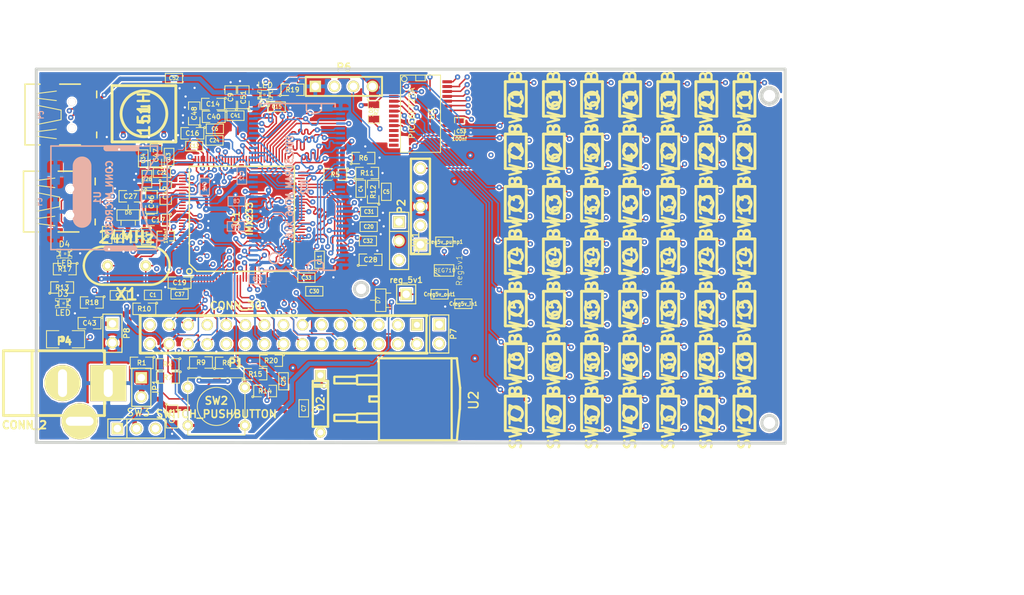
<source format=kicad_pcb>
(kicad_pcb (version 3) (host pcbnew "(22-Jun-2014 BZR 4027)-stable")
  (layers (15 F.Cu signal) (2 Inner2.Cu signal) (1 Inner1.Cu signal) (0 B.Cu signal) (18 B.Paste user) (19 F.Paste user) (20 B.SilkS user hide) (21 F.SilkS user) (22 B.Mask user) (23 F.Mask user) (28 Edge.Cuts user))
  (net 0 "")
  (net 1 +2.5V)
  (net 2 +3.3V)
  (net 3 +5V)
  (net 4 /LCD_D0)
  (net 5 /LCD_D1)
  (net 6 /LCD_D2)
  (net 7 /LCD_D3)
  (net 8 /LCD_RS)
  (net 9 /SD_CLOCK)
  (net 10 /SD_CMD)
  (net 11 /U_RX)
  (net 12 /U_TX)
  (net 13 3V3PIC)
  (net 14 5VOUT)
  (net 15 5VREG)
  (net 16 DDRA0)
  (net 17 DDRA1)
  (net 18 DDRA10)
  (net 19 DDRA11)
  (net 20 DDRA12)
  (net 21 DDRA2)
  (net 22 DDRA3)
  (net 23 DDRA4)
  (net 24 DDRA5)
  (net 25 DDRA6)
  (net 26 DDRA7)
  (net 27 DDRA8)
  (net 28 DDRA9)
  (net 29 DDR_BA0)
  (net 30 DDR_BA1)
  (net 31 DDR_CAS)
  (net 32 DDR_CE0n)
  (net 33 DDR_CKE)
  (net 34 DDR_CLK)
  (net 35 DDR_CLKn)
  (net 36 DDR_DO0)
  (net 37 DDR_DO1)
  (net 38 DDR_DO10)
  (net 39 DDR_DO11)
  (net 40 DDR_DO12)
  (net 41 DDR_DO13)
  (net 42 DDR_DO14)
  (net 43 DDR_DO15)
  (net 44 DDR_DO2)
  (net 45 DDR_DO3)
  (net 46 DDR_DO4)
  (net 47 DDR_DO5)
  (net 48 DDR_DO6)
  (net 49 DDR_DO7)
  (net 50 DDR_DO8)
  (net 51 DDR_DO9)
  (net 52 DDR_DQM0)
  (net 53 DDR_DQM1)
  (net 54 DDR_DQS0)
  (net 55 DDR_DQS1)
  (net 56 DDR_RAS)
  (net 57 DDR_WEn)
  (net 58 GND)
  (net 59 KEYBOARD_UART_RX)
  (net 60 KEYBOARD_UART_TX)
  (net 61 N-00000103)
  (net 62 N-00000128)
  (net 63 N-00000130)
  (net 64 N-00000131)
  (net 65 N-00000133)
  (net 66 N-00000134)
  (net 67 N-00000135)
  (net 68 N-00000137)
  (net 69 N-00000138)
  (net 70 N-00000139)
  (net 71 N-00000150)
  (net 72 N-00000151)
  (net 73 N-00000152)
  (net 74 N-00000153)
  (net 75 N-00000154)
  (net 76 N-00000155)
  (net 77 N-00000156)
  (net 78 N-00000157)
  (net 79 N-00000158)
  (net 80 N-00000159)
  (net 81 N-00000160)
  (net 82 N-00000161)
  (net 83 N-00000162)
  (net 84 N-00000163)
  (net 85 N-00000164)
  (net 86 N-0000017)
  (net 87 N-0000018)
  (net 88 N-0000019)
  (net 89 N-0000020)
  (net 90 N-0000021)
  (net 91 N-0000022)
  (net 92 N-0000039)
  (net 93 N-0000042)
  (net 94 N-0000046)
  (net 95 N-0000047)
  (net 96 N-0000049)
  (net 97 N-0000052)
  (net 98 N-0000054)
  (net 99 N-0000057)
  (net 100 N-0000058)
  (net 101 N-0000059)
  (net 102 N-0000060)
  (net 103 N-0000061)
  (net 104 N-0000062)
  (net 105 N-0000063)
  (net 106 N-0000064)
  (net 107 N-0000065)
  (net 108 N-0000066)
  (net 109 N-0000067)
  (net 110 N-0000068)
  (net 111 N-0000069)
  (net 112 N-0000070)
  (net 113 N-0000071)
  (net 114 N-0000074)
  (net 115 N-0000075)
  (net 116 N-000008)
  (net 117 N-0000082)
  (net 118 N-0000084)
  (net 119 N-0000087)
  (net 120 N-000009)
  (net 121 PSWITCH)
  (net 122 VDD4P2)
  (net 123 VDDA)
  (net 124 VDDD)
  (net 125 VDD_BATT)
  (net 126 VDD_XTAL)
  (net 127 XTALI)
  (net 128 XTALO)
  (module LQFP128_14x14mm_0.4mmPitch_iMX233 (layer F.Cu) (at 54.3 42.65 90)
    (fp_text reference IC1 (at 0 -0.7493 90) (layer F.SilkS) (effects (font (size 0.8636 0.8128) (thickness 0.2032))))
    (fp_text value IMX233 (at 0 1.00076 90) (layer F.SilkS) (effects (font (size 0.8636 0.8128) (thickness 0.2032))))
    (pad 1 smd rect (at -7.9375 -6.18236 180) (size 0.2032 0.889) (layers F.Cu F.Paste F.Mask) (net 124 VDDD))
    (pad 33 smd rect (at -6.18236 7.9375 90) (size 0.2032 0.889) (layers F.Cu F.Paste F.Mask) (net 114 N-0000074))
    (pad 65 smd rect (at 7.9375 6.18236) (size 0.2032 0.889) (layers F.Cu F.Paste F.Mask) (net 19 DDRA11))
    (pad 97 smd rect (at 6.18236 -7.9375 90) (size 0.2032 0.889) (layers F.Cu F.Paste F.Mask) (net 117 N-0000082))
    (pad 2 smd rect (at -7.9375 -5.78358 180) (size 0.2032 0.889) (layers F.Cu F.Paste F.Mask) (net 4 /LCD_D0))
    (pad 34 smd rect (at -5.78358 7.9375 90) (size 0.2032 0.889) (layers F.Cu F.Paste F.Mask))
    (pad 66 smd rect (at 7.9375 5.78358) (size 0.2032 0.889) (layers F.Cu F.Paste F.Mask) (net 18 DDRA10))
    (pad 98 smd rect (at 5.78358 -7.9375 90) (size 0.2032 0.889) (layers F.Cu F.Paste F.Mask) (net 58 GND))
    (pad 3 smd rect (at -7.9375 -5.3848 180) (size 0.2032 0.889) (layers F.Cu F.Paste F.Mask) (net 5 /LCD_D1))
    (pad 35 smd rect (at -5.3848 7.9375 90) (size 0.2032 0.889) (layers F.Cu F.Paste F.Mask) (net 58 GND))
    (pad 67 smd rect (at 7.9375 5.3848) (size 0.2032 0.889) (layers F.Cu F.Paste F.Mask) (net 28 DDRA9))
    (pad 99 smd rect (at 5.3848 -7.9375 90) (size 0.2032 0.889) (layers F.Cu F.Paste F.Mask) (net 62 N-00000128))
    (pad 4 smd rect (at -7.9375 -4.98602 180) (size 0.2032 0.889) (layers F.Cu F.Paste F.Mask) (net 6 /LCD_D2))
    (pad 36 smd rect (at -4.98602 7.9375 90) (size 0.2032 0.889) (layers F.Cu F.Paste F.Mask) (net 34 DDR_CLK))
    (pad 68 smd rect (at 7.9375 4.98602) (size 0.2032 0.889) (layers F.Cu F.Paste F.Mask) (net 27 DDRA8))
    (pad 100 smd rect (at 4.98602 -7.9375 90) (size 0.2032 0.889) (layers F.Cu F.Paste F.Mask) (net 125 VDD_BATT))
    (pad 5 smd rect (at -7.9375 -4.58724 180) (size 0.2032 0.889) (layers F.Cu F.Paste F.Mask) (net 7 /LCD_D3))
    (pad 37 smd rect (at -4.58724 7.9375 90) (size 0.2032 0.889) (layers F.Cu F.Paste F.Mask) (net 35 DDR_CLKn))
    (pad 69 smd rect (at 7.9375 4.58724) (size 0.2032 0.889) (layers F.Cu F.Paste F.Mask) (net 26 DDRA7))
    (pad 101 smd rect (at 4.58724 -7.9375 90) (size 0.2032 0.889) (layers F.Cu F.Paste F.Mask) (net 122 VDD4P2))
    (pad 6 smd rect (at -7.9375 -4.18846 180) (size 0.2032 0.889) (layers F.Cu F.Paste F.Mask) (net 100 N-0000058))
    (pad 38 smd rect (at -4.18846 7.9375 90) (size 0.2032 0.889) (layers F.Cu F.Paste F.Mask) (net 1 +2.5V))
    (pad 70 smd rect (at 7.9375 4.18846) (size 0.2032 0.889) (layers F.Cu F.Paste F.Mask) (net 25 DDRA6))
    (pad 102 smd rect (at 4.18846 -7.9375 90) (size 0.2032 0.889) (layers F.Cu F.Paste F.Mask) (net 3 +5V))
    (pad 7 smd rect (at -7.9375 -3.78968 180) (size 0.2032 0.889) (layers F.Cu F.Paste F.Mask) (net 106 N-0000064))
    (pad 39 smd rect (at -3.78968 7.9375 90) (size 0.2032 0.889) (layers F.Cu F.Paste F.Mask) (net 54 DDR_DQS0))
    (pad 71 smd rect (at 7.9375 3.78968) (size 0.2032 0.889) (layers F.Cu F.Paste F.Mask) (net 24 DDRA5))
    (pad 103 smd rect (at 3.78968 -7.9375 90) (size 0.2032 0.889) (layers F.Cu F.Paste F.Mask) (net 125 VDD_BATT))
    (pad 8 smd rect (at -7.9375 -3.3909 180) (size 0.2032 0.889) (layers F.Cu F.Paste F.Mask) (net 105 N-0000063))
    (pad 40 smd rect (at -3.3909 7.9375 90) (size 0.2032 0.889) (layers F.Cu F.Paste F.Mask) (net 55 DDR_DQS1))
    (pad 72 smd rect (at 7.9375 3.3909) (size 0.2032 0.889) (layers F.Cu F.Paste F.Mask) (net 23 DDRA4))
    (pad 104 smd rect (at 3.3909 -7.9375 90) (size 0.2032 0.889) (layers F.Cu F.Paste F.Mask))
    (pad 9 smd rect (at -7.9375 -2.99212 180) (size 0.2032 0.889) (layers F.Cu F.Paste F.Mask) (net 103 N-0000061))
    (pad 41 smd rect (at -2.99212 7.9375 90) (size 0.2032 0.889) (layers F.Cu F.Paste F.Mask) (net 36 DDR_DO0))
    (pad 73 smd rect (at 7.9375 2.99212) (size 0.2032 0.889) (layers F.Cu F.Paste F.Mask) (net 22 DDRA3))
    (pad 105 smd rect (at 2.99212 -7.9375 90) (size 0.2032 0.889) (layers F.Cu F.Paste F.Mask) (net 58 GND))
    (pad 10 smd rect (at -7.9375 -2.59334 180) (size 0.2032 0.889) (layers F.Cu F.Paste F.Mask) (net 112 N-0000070))
    (pad 42 smd rect (at -2.59334 7.9375 90) (size 0.2032 0.889) (layers F.Cu F.Paste F.Mask) (net 44 DDR_DO2))
    (pad 74 smd rect (at 7.9375 2.59334) (size 0.2032 0.889) (layers F.Cu F.Paste F.Mask) (net 21 DDRA2))
    (pad 106 smd rect (at 2.59334 -7.9375 90) (size 0.2032 0.889) (layers F.Cu F.Paste F.Mask) (net 1 +2.5V))
    (pad 11 smd rect (at -7.9375 -2.19456 180) (size 0.2032 0.889) (layers F.Cu F.Paste F.Mask) (net 111 N-0000069))
    (pad 43 smd rect (at -2.19456 7.9375 90) (size 0.2032 0.889) (layers F.Cu F.Paste F.Mask) (net 37 DDR_DO1))
    (pad 75 smd rect (at 7.9375 2.19456) (size 0.2032 0.889) (layers F.Cu F.Paste F.Mask) (net 17 DDRA1))
    (pad 107 smd rect (at 2.19456 -7.9375 90) (size 0.2032 0.889) (layers F.Cu F.Paste F.Mask))
    (pad 12 smd rect (at -7.9375 -1.79578 180) (size 0.2032 0.889) (layers F.Cu F.Paste F.Mask) (net 109 N-0000067))
    (pad 44 smd rect (at -1.79578 7.9375 90) (size 0.2032 0.889) (layers F.Cu F.Paste F.Mask) (net 45 DDR_DO3))
    (pad 76 smd rect (at 7.9375 1.79578) (size 0.2032 0.889) (layers F.Cu F.Paste F.Mask) (net 16 DDRA0))
    (pad 108 smd rect (at 1.79578 -7.9375 90) (size 0.2032 0.889) (layers F.Cu F.Paste F.Mask))
    (pad 13 smd rect (at -7.9375 -1.397 180) (size 0.2032 0.889) (layers F.Cu F.Paste F.Mask) (net 107 N-0000065))
    (pad 45 smd rect (at -1.397 7.9375 90) (size 0.2032 0.889) (layers F.Cu F.Paste F.Mask) (net 1 +2.5V))
    (pad 77 smd rect (at 7.9375 1.397) (size 0.2032 0.889) (layers F.Cu F.Paste F.Mask) (net 57 DDR_WEn))
    (pad 109 smd rect (at 1.397 -7.9375 90) (size 0.2032 0.889) (layers F.Cu F.Paste F.Mask))
    (pad 14 smd rect (at -7.9375 -0.99822 180) (size 0.2032 0.889) (layers F.Cu F.Paste F.Mask) (net 8 /LCD_RS))
    (pad 46 smd rect (at -0.99822 7.9375 90) (size 0.2032 0.889) (layers F.Cu F.Paste F.Mask) (net 52 DDR_DQM0))
    (pad 78 smd rect (at 7.9375 0.99822) (size 0.2032 0.889) (layers F.Cu F.Paste F.Mask) (net 33 DDR_CKE))
    (pad 110 smd rect (at 0.99822 -7.9375 90) (size 0.2032 0.889) (layers F.Cu F.Paste F.Mask) (net 123 VDDA))
    (pad 15 smd rect (at -7.9375 -0.59944 180) (size 0.2032 0.889) (layers F.Cu F.Paste F.Mask) (net 110 N-0000068))
    (pad 47 smd rect (at -0.59944 7.9375 90) (size 0.2032 0.889) (layers F.Cu F.Paste F.Mask) (net 46 DDR_DO4))
    (pad 79 smd rect (at 7.9375 0.59944) (size 0.2032 0.889) (layers F.Cu F.Paste F.Mask) (net 29 DDR_BA0))
    (pad 111 smd rect (at 0.59944 -7.9375 90) (size 0.2032 0.889) (layers F.Cu F.Paste F.Mask) (net 58 GND))
    (pad 16 smd rect (at -7.9375 -0.20066 180) (size 0.2032 0.889) (layers F.Cu F.Paste F.Mask) (net 108 N-0000066))
    (pad 48 smd rect (at -0.20066 7.9375 90) (size 0.2032 0.889) (layers F.Cu F.Paste F.Mask) (net 47 DDR_DO5))
    (pad 80 smd rect (at 7.9375 0.20066) (size 0.2032 0.889) (layers F.Cu F.Paste F.Mask) (net 30 DDR_BA1))
    (pad 112 smd rect (at 0.20066 -7.9375 90) (size 0.2032 0.889) (layers F.Cu F.Paste F.Mask) (net 58 GND))
    (pad 17 smd rect (at -7.9375 0.19812 180) (size 0.2032 0.889) (layers F.Cu F.Paste F.Mask) (net 102 N-0000060))
    (pad 49 smd rect (at 0.19812 7.9375 90) (size 0.2032 0.889) (layers F.Cu F.Paste F.Mask) (net 48 DDR_DO6))
    (pad 81 smd rect (at 7.9375 -0.19812) (size 0.2032 0.889) (layers F.Cu F.Paste F.Mask))
    (pad 113 smd rect (at -0.19812 -7.9375 90) (size 0.2032 0.889) (layers F.Cu F.Paste F.Mask))
    (pad 18 smd rect (at -7.9375 0.5969 180) (size 0.2032 0.889) (layers F.Cu F.Paste F.Mask) (net 2 +3.3V))
    (pad 50 smd rect (at 0.5969 7.9375 90) (size 0.2032 0.889) (layers F.Cu F.Paste F.Mask) (net 49 DDR_DO7))
    (pad 82 smd rect (at 7.9375 -0.5969) (size 0.2032 0.889) (layers F.Cu F.Paste F.Mask))
    (pad 114 smd rect (at -0.5969 -7.9375 90) (size 0.2032 0.889) (layers F.Cu F.Paste F.Mask))
    (pad 19 smd rect (at -7.9375 0.99568 180) (size 0.2032 0.889) (layers F.Cu F.Paste F.Mask) (net 89 N-0000020))
    (pad 51 smd rect (at 0.99568 7.9375 90) (size 0.2032 0.889) (layers F.Cu F.Paste F.Mask) (net 50 DDR_DO8))
    (pad 83 smd rect (at 7.9375 -0.99568) (size 0.2032 0.889) (layers F.Cu F.Paste F.Mask) (net 10 /SD_CMD))
    (pad 115 smd rect (at -0.99568 -7.9375 90) (size 0.2032 0.889) (layers F.Cu F.Paste F.Mask))
    (pad 20 smd rect (at -7.9375 1.39446 180) (size 0.2032 0.889) (layers F.Cu F.Paste F.Mask) (net 104 N-0000062))
    (pad 52 smd rect (at 1.39446 7.9375 90) (size 0.2032 0.889) (layers F.Cu F.Paste F.Mask) (net 51 DDR_DO9))
    (pad 84 smd rect (at 7.9375 -1.39446) (size 0.2032 0.889) (layers F.Cu F.Paste F.Mask) (net 97 N-0000052))
    (pad 116 smd rect (at -1.39446 -7.9375 90) (size 0.2032 0.889) (layers F.Cu F.Paste F.Mask))
    (pad 21 smd rect (at -7.9375 1.79324 180) (size 0.2032 0.889) (layers F.Cu F.Paste F.Mask) (net 99 N-0000057))
    (pad 53 smd rect (at 1.79324 7.9375 90) (size 0.2032 0.889) (layers F.Cu F.Paste F.Mask) (net 1 +2.5V))
    (pad 85 smd rect (at 7.9375 -1.79324) (size 0.2032 0.889) (layers F.Cu F.Paste F.Mask) (net 91 N-0000022))
    (pad 117 smd rect (at -1.79324 -7.9375 90) (size 0.2032 0.889) (layers F.Cu F.Paste F.Mask) (net 119 N-0000087))
    (pad 22 smd rect (at -7.9375 2.19202 180) (size 0.2032 0.889) (layers F.Cu F.Paste F.Mask) (net 118 N-0000084))
    (pad 54 smd rect (at 2.19202 7.9375 90) (size 0.2032 0.889) (layers F.Cu F.Paste F.Mask) (net 38 DDR_DO10))
    (pad 86 smd rect (at 7.9375 -2.19202) (size 0.2032 0.889) (layers F.Cu F.Paste F.Mask) (net 96 N-0000049))
    (pad 118 smd rect (at -2.19202 -7.9375 90) (size 0.2032 0.889) (layers F.Cu F.Paste F.Mask) (net 58 GND))
    (pad 23 smd rect (at -7.9375 2.5908 180) (size 0.2032 0.889) (layers F.Cu F.Paste F.Mask) (net 88 N-0000019))
    (pad 55 smd rect (at 2.5908 7.9375 90) (size 0.2032 0.889) (layers F.Cu F.Paste F.Mask) (net 39 DDR_DO11))
    (pad 87 smd rect (at 7.9375 -2.5908) (size 0.2032 0.889) (layers F.Cu F.Paste F.Mask) (net 90 N-0000021))
    (pad 119 smd rect (at -2.5908 -7.9375 90) (size 0.2032 0.889) (layers F.Cu F.Paste F.Mask) (net 121 PSWITCH))
    (pad 24 smd rect (at -7.9375 2.98958 180) (size 0.2032 0.889) (layers F.Cu F.Paste F.Mask) (net 101 N-0000059))
    (pad 56 smd rect (at 2.98958 7.9375 90) (size 0.2032 0.889) (layers F.Cu F.Paste F.Mask) (net 53 DDR_DQM1))
    (pad 88 smd rect (at 7.9375 -2.98958) (size 0.2032 0.889) (layers F.Cu F.Paste F.Mask) (net 98 N-0000054))
    (pad 120 smd rect (at -2.98958 -7.9375 90) (size 0.2032 0.889) (layers F.Cu F.Paste F.Mask) (net 126 VDD_XTAL))
    (pad 25 smd rect (at -7.9375 3.38836 180) (size 0.2032 0.889) (layers F.Cu F.Paste F.Mask) (net 87 N-0000018))
    (pad 57 smd rect (at 3.38836 7.9375 90) (size 0.2032 0.889) (layers F.Cu F.Paste F.Mask) (net 40 DDR_DO12))
    (pad 89 smd rect (at 7.9375 -3.38836) (size 0.2032 0.889) (layers F.Cu F.Paste F.Mask))
    (pad 121 smd rect (at -3.38836 -7.9375 90) (size 0.2032 0.889) (layers F.Cu F.Paste F.Mask) (net 128 XTALO))
    (pad 26 smd rect (at -7.9375 3.78714 180) (size 0.2032 0.889) (layers F.Cu F.Paste F.Mask) (net 86 N-0000017))
    (pad 58 smd rect (at 3.78714 7.9375 90) (size 0.2032 0.889) (layers F.Cu F.Paste F.Mask) (net 41 DDR_DO13))
    (pad 90 smd rect (at 7.9375 -3.78714) (size 0.2032 0.889) (layers F.Cu F.Paste F.Mask) (net 9 /SD_CLOCK))
    (pad 122 smd rect (at -3.78714 -7.9375 90) (size 0.2032 0.889) (layers F.Cu F.Paste F.Mask) (net 127 XTALI))
    (pad 27 smd rect (at -7.9375 4.18592 180) (size 0.2032 0.889) (layers F.Cu F.Paste F.Mask) (net 93 N-0000042))
    (pad 59 smd rect (at 4.18592 7.9375 90) (size 0.2032 0.889) (layers F.Cu F.Paste F.Mask) (net 43 DDR_DO15))
    (pad 91 smd rect (at 7.9375 -4.18592) (size 0.2032 0.889) (layers F.Cu F.Paste F.Mask))
    (pad 123 smd rect (at -4.18592 -7.9375 90) (size 0.2032 0.889) (layers F.Cu F.Paste F.Mask) (net 94 N-0000046))
    (pad 28 smd rect (at -7.9375 4.5847 180) (size 0.2032 0.889) (layers F.Cu F.Paste F.Mask) (net 120 N-000009))
    (pad 60 smd rect (at 4.5847 7.9375 90) (size 0.2032 0.889) (layers F.Cu F.Paste F.Mask) (net 42 DDR_DO14))
    (pad 92 smd rect (at 7.9375 -4.5847) (size 0.2032 0.889) (layers F.Cu F.Paste F.Mask) (net 2 +3.3V))
    (pad 124 smd rect (at -4.5847 -7.9375 90) (size 0.2032 0.889) (layers F.Cu F.Paste F.Mask) (net 95 N-0000047))
    (pad 29 smd rect (at -7.9375 4.98348 180) (size 0.2032 0.889) (layers F.Cu F.Paste F.Mask) (net 92 N-0000039))
    (pad 61 smd rect (at 4.98348 7.9375 90) (size 0.2032 0.889) (layers F.Cu F.Paste F.Mask) (net 31 DDR_CAS))
    (pad 93 smd rect (at 7.9375 -4.98348) (size 0.2032 0.889) (layers F.Cu F.Paste F.Mask) (net 124 VDDD))
    (pad 125 smd rect (at -4.98348 -7.9375 90) (size 0.2032 0.889) (layers F.Cu F.Paste F.Mask) (net 11 /U_RX))
    (pad 30 smd rect (at -7.9375 5.38226 180) (size 0.2032 0.889) (layers F.Cu F.Paste F.Mask) (net 58 GND))
    (pad 62 smd rect (at 5.38226 7.9375 90) (size 0.2032 0.889) (layers F.Cu F.Paste F.Mask) (net 56 DDR_RAS))
    (pad 94 smd rect (at 7.9375 -5.38226) (size 0.2032 0.889) (layers F.Cu F.Paste F.Mask) (net 124 VDDD))
    (pad 126 smd rect (at -5.38226 -7.9375 90) (size 0.2032 0.889) (layers F.Cu F.Paste F.Mask) (net 12 /U_TX))
    (pad 31 smd rect (at -7.9375 5.78104 180) (size 0.2032 0.889) (layers F.Cu F.Paste F.Mask))
    (pad 63 smd rect (at 5.78104 7.9375 90) (size 0.2032 0.889) (layers F.Cu F.Paste F.Mask) (net 32 DDR_CE0n))
    (pad 95 smd rect (at 7.9375 -5.78104) (size 0.2032 0.889) (layers F.Cu F.Paste F.Mask) (net 2 +3.3V))
    (pad 127 smd rect (at -5.78104 -7.9375 90) (size 0.2032 0.889) (layers F.Cu F.Paste F.Mask) (net 59 KEYBOARD_UART_RX))
    (pad 32 smd rect (at -7.9375 6.17982 180) (size 0.2032 0.889) (layers F.Cu F.Paste F.Mask))
    (pad 64 smd rect (at 6.17982 7.9375 90) (size 0.2032 0.889) (layers F.Cu F.Paste F.Mask) (net 20 DDRA12))
    (pad 96 smd rect (at 7.9375 -6.17982) (size 0.2032 0.889) (layers F.Cu F.Paste F.Mask) (net 123 VDDA))
    (pad 128 smd rect (at -6.17982 -7.9375 90) (size 0.2032 0.889) (layers F.Cu F.Paste F.Mask) (net 60 KEYBOARD_UART_TX))
  )
  (module PIN_ARRAY_2X1 (layer F.Cu) (at 37.05 57.9 270)
    (fp_text reference P8 (at 0 -1.905 270) (layer F.SilkS) (effects (font (size 0.762 0.762) (thickness 0.1524))))
    (fp_text value CONN_2 hide)
    (pad 1 thru_hole rect (at -1.27 0 270) (size 1.524 1.524) (drill 1.016) (layers *.Cu *.Mask F.SilkS) (net 125 VDD_BATT))
    (pad 2 thru_hole circle (at 1.27 0 270) (size 1.524 1.524) (drill 1.016) (layers *.Cu *.Mask F.SilkS) (net 58 GND))
  )
  (module PIN_ARRAY_2X1 (layer F.Cu) (at 80.6 58 270)
    (fp_text reference P7 (at 0 -1.905 270) (layer F.SilkS) (effects (font (size 0.762 0.762) (thickness 0.1524))))
    (fp_text value CONN_2 hide)
    (pad 1 thru_hole rect (at -1.27 0 270) (size 1.524 1.524) (drill 1.016) (layers *.Cu *.Mask F.SilkS) (net 114 N-0000074))
    (pad 2 thru_hole circle (at 1.27 0 270) (size 1.524 1.524) (drill 1.016) (layers *.Cu *.Mask F.SilkS) (net 99 N-0000057))
  )
  (module PIN_ARRAY_3X1 (layer F.Cu) (at 75.25 45.6 270)
    (fp_text reference SW1 (at 0.254 -2.159 270) (layer F.SilkS) (effects (font (size 1.016 1.016) (thickness 0.1524))))
    (fp_text value SWITCH_INV hide)
    (pad 1 thru_hole rect (at -2.54 0 270) (size 1.524 1.524) (drill 1.016) (layers *.Cu *.Mask F.SilkS) (net 13 3V3PIC))
    (pad 2 thru_hole circle (at 0 0 270) (size 1.524 1.524) (drill 1.016) (layers *.Cu *.Mask F.SilkS) (net 2 +3.3V))
    (pad 3 thru_hole circle (at 2.54 0 270) (size 1.524 1.524) (drill 1.016) (layers *.Cu *.Mask F.SilkS))
  )
  (module PIN_ARRAY_5x1 (layer F.Cu) (at 78.1 41 90)
    (fp_text reference P2 (at 0 -2.54 90) (layer F.SilkS) (effects (font (size 1.016 1.016) (thickness 0.2032))))
    (fp_text value CONN_5 hide)
    (pad 1 thru_hole rect (at -5.08 0 90) (size 1.524 1.524) (drill 1.016) (layers *.Cu *.Mask F.SilkS) (net 71 N-00000150))
    (pad 2 thru_hole circle (at -2.54 0 90) (size 1.524 1.524) (drill 1.016) (layers *.Cu *.Mask F.SilkS) (net 13 3V3PIC))
    (pad 3 thru_hole circle (at 0 0 90) (size 1.524 1.524) (drill 1.016) (layers *.Cu *.Mask F.SilkS) (net 58 GND))
    (pad 4 thru_hole circle (at 2.54 0 90) (size 1.524 1.524) (drill 1.016) (layers *.Cu *.Mask F.SilkS) (net 70 N-00000139))
    (pad 5 thru_hole circle (at 5.08 0 90) (size 1.524 1.524) (drill 1.016) (layers *.Cu *.Mask F.SilkS) (net 81 N-00000160))
  )
  (module PIN_ARRAY_1 (layer F.Cu) (at 76.2 52.705)
    (fp_text reference reg_5v1 (at 0 -1.905) (layer F.SilkS) (effects (font (size 0.762 0.762) (thickness 0.1524))))
    (fp_text value CONN_1 hide)
    (pad 1 thru_hole rect (at 0 0) (size 1.524 1.524) (drill 1.016) (layers *.Cu *.Mask F.SilkS) (net 15 5VREG))
  )
  (module PIN_ARRAY_4x1 (layer F.Cu) (at 67.9 25)
    (fp_text reference P6 (at 0 -2.54) (layer F.SilkS) (effects (font (size 1.016 1.016) (thickness 0.2032))))
    (fp_text value CONN_4 hide)
    (pad 1 thru_hole rect (at -3.81 0) (size 1.524 1.524) (drill 1.016) (layers *.Cu *.Mask F.SilkS) (net 58 GND))
    (pad 2 thru_hole circle (at -1.27 0) (size 1.524 1.524) (drill 1.016) (layers *.Cu *.Mask F.SilkS) (net 59 KEYBOARD_UART_RX))
    (pad 3 thru_hole circle (at 1.27 0) (size 1.524 1.524) (drill 1.016) (layers *.Cu *.Mask F.SilkS) (net 60 KEYBOARD_UART_TX))
    (pad 4 thru_hole circle (at 3.81 0) (size 1.524 1.524) (drill 1.016) (layers *.Cu *.Mask F.SilkS) (net 2 +3.3V))
  )
  (module SW_PUSH_SMALL (layer F.Cu) (at 50.9 67.65)
    (fp_text reference SW2 (at 0 -0.762) (layer F.SilkS) (effects (font (size 1.016 1.016) (thickness 0.2032))))
    (fp_text value SWITCH_PUSHBUTTON (at 0 1.016) (layer F.SilkS) (effects (font (size 1.016 1.016) (thickness 0.2032))))
    (pad 1 thru_hole circle (at 3.81 -2.54) (size 1.397 1.397) (drill 0.8128) (layers *.Cu *.Mask F.SilkS) (net 63 N-00000130))
    (pad 2 thru_hole circle (at 3.81 2.54) (size 1.397 1.397) (drill 0.8128) (layers *.Cu *.Mask F.SilkS) (net 126 VDD_XTAL))
    (pad 1 thru_hole circle (at -3.81 -2.54) (size 1.397 1.397) (drill 0.8128) (layers *.Cu *.Mask F.SilkS) (net 63 N-00000130))
    (pad 2 thru_hole circle (at -3.81 2.54) (size 1.397 1.397) (drill 0.8128) (layers *.Cu *.Mask F.SilkS) (net 126 VDD_XTAL))
  )
  (module HC-49V (layer F.Cu) (at 38.95 48.9 180)
    (fp_text reference X1 (at 0 -3.81 180) (layer F.SilkS) (effects (font (size 1.524 1.524) (thickness 0.3048))))
    (fp_text value 24MHz (at 0 3.81 180) (layer F.SilkS) (effects (font (size 1.524 1.524) (thickness 0.3048))))
    (pad 1 thru_hole circle (at -2.54 0 180) (size 1.4224 1.4224) (drill 0.762) (layers *.Cu *.Mask F.SilkS) (net 127 XTALI))
    (pad 2 thru_hole circle (at 2.54 0 180) (size 1.4224 1.4224) (drill 0.762) (layers *.Cu *.Mask F.SilkS) (net 128 XTALO))
  )
  (module PIN_ARRAY_15X2 (layer F.Cu) (at 53.5 58.05 180)
    (fp_text reference P1 (at 0 -3.81 180) (layer F.SilkS) (effects (font (size 1.016 1.016) (thickness 0.27432))))
    (fp_text value CONN_30 (at 0 3.81 180) (layer F.SilkS) (effects (font (size 1.016 1.016) (thickness 0.2032))))
    (pad 1 thru_hole rect (at -24.13 1.27 180) (size 1.524 1.524) (drill 0.8128) (layers *.Cu *.Mask F.SilkS) (net 120 N-000009))
    (pad 2 thru_hole circle (at -24.13 -1.27 180) (size 1.524 1.524) (drill 1.016) (layers *.Cu *.Mask F.SilkS) (net 92 N-0000039))
    (pad 11 thru_hole circle (at -11.43 1.27 180) (size 1.524 1.524) (drill 1.016) (layers *.Cu *.Mask F.SilkS) (net 89 N-0000020))
    (pad 4 thru_hole circle (at -21.59 -1.27 180) (size 1.524 1.524) (drill 1.016) (layers *.Cu *.Mask F.SilkS))
    (pad 13 thru_hole circle (at -8.89 1.27 180) (size 1.524 1.524) (drill 1.016) (layers *.Cu *.Mask F.SilkS) (net 58 GND))
    (pad 6 thru_hole circle (at -19.05 -1.27 180) (size 1.524 1.524) (drill 1.016) (layers *.Cu *.Mask F.SilkS) (net 93 N-0000042))
    (pad 15 thru_hole circle (at -6.35 1.27 180) (size 1.524 1.524) (drill 1.016) (layers *.Cu *.Mask F.SilkS) (net 108 N-0000066))
    (pad 8 thru_hole circle (at -16.51 -1.27 180) (size 1.524 1.524) (drill 1.016) (layers *.Cu *.Mask F.SilkS) (net 101 N-0000059))
    (pad 17 thru_hole circle (at -3.81 1.27 180) (size 1.524 1.524) (drill 1.016) (layers *.Cu *.Mask F.SilkS) (net 109 N-0000067))
    (pad 10 thru_hole circle (at -13.97 -1.27 180) (size 1.524 1.524) (drill 1.016) (layers *.Cu *.Mask F.SilkS) (net 118 N-0000084))
    (pad 19 thru_hole circle (at -1.27 1.27 180) (size 1.524 1.524) (drill 1.016) (layers *.Cu *.Mask F.SilkS) (net 111 N-0000069))
    (pad 12 thru_hole circle (at -11.43 -1.27 180) (size 1.524 1.524) (drill 1.016) (layers *.Cu *.Mask F.SilkS) (net 104 N-0000062))
    (pad 21 thru_hole circle (at 1.27 1.27 180) (size 1.524 1.524) (drill 1.016) (layers *.Cu *.Mask F.SilkS) (net 103 N-0000061))
    (pad 14 thru_hole circle (at -8.89 -1.27 180) (size 1.524 1.524) (drill 1.016) (layers *.Cu *.Mask F.SilkS) (net 107 N-0000065))
    (pad 23 thru_hole circle (at 3.81 1.27 180) (size 1.524 1.524) (drill 1.016) (layers *.Cu *.Mask F.SilkS) (net 106 N-0000064))
    (pad 16 thru_hole circle (at -6.35 -1.27 180) (size 1.524 1.524) (drill 1.016) (layers *.Cu *.Mask F.SilkS) (net 8 /LCD_RS))
    (pad 25 thru_hole circle (at 6.35 1.27 180) (size 1.524 1.524) (drill 1.016) (layers *.Cu *.Mask F.SilkS) (net 7 /LCD_D3))
    (pad 18 thru_hole circle (at -3.81 -1.27 180) (size 1.524 1.524) (drill 1.016) (layers *.Cu *.Mask F.SilkS) (net 110 N-0000068))
    (pad 27 thru_hole circle (at 8.89 1.27 180) (size 1.524 1.524) (drill 1.016) (layers *.Cu *.Mask F.SilkS) (net 5 /LCD_D1))
    (pad 20 thru_hole circle (at -1.27 -1.27 180) (size 1.524 1.524) (drill 1.016) (layers *.Cu *.Mask F.SilkS) (net 102 N-0000060))
    (pad 29 thru_hole circle (at 11.43 1.27 180) (size 1.524 1.524) (drill 1.016) (layers *.Cu *.Mask F.SilkS) (net 112 N-0000070))
    (pad 22 thru_hole circle (at 1.27 -1.27 180) (size 1.524 1.524) (drill 1.016) (layers *.Cu *.Mask F.SilkS) (net 105 N-0000063))
    (pad 24 thru_hole circle (at 3.81 -1.27 180) (size 1.524 1.524) (drill 1.016) (layers *.Cu *.Mask F.SilkS) (net 100 N-0000058))
    (pad 26 thru_hole circle (at 6.35 -1.27 180) (size 1.524 1.524) (drill 1.016) (layers *.Cu *.Mask F.SilkS) (net 6 /LCD_D2))
    (pad 28 thru_hole circle (at 8.89 -1.27 180) (size 1.524 1.524) (drill 1.016) (layers *.Cu *.Mask F.SilkS) (net 4 /LCD_D0))
    (pad 3 thru_hole circle (at -21.59 1.27 180) (size 1.524 1.524) (drill 1.016) (layers *.Cu *.Mask F.SilkS) (net 86 N-0000017))
    (pad 5 thru_hole circle (at -19.05 1.27 180) (size 1.524 1.524) (drill 1.016) (layers *.Cu *.Mask F.SilkS))
    (pad 7 thru_hole circle (at -16.51 1.27 180) (size 1.524 1.524) (drill 1.016) (layers *.Cu *.Mask F.SilkS) (net 87 N-0000018))
    (pad 9 thru_hole circle (at -13.97 1.27 180) (size 1.524 1.524) (drill 1.016) (layers *.Cu *.Mask F.SilkS) (net 88 N-0000019))
    (pad 30 thru_hole circle (at 11.43 -1.27 180) (size 1.524 1.524) (drill 1.016) (layers *.Cu *.Mask F.SilkS) (net 3 +5V))
  )
  (module TSOP66_JEDEC_DDR_SDRAM (layer B.Cu) (at 61.65 38.4 90)
    (fp_text reference IC2 (at 0 1.00076 90) (layer B.SilkS) (effects (font (size 0.9144 0.8128) (thickness 0.2032)) (justify mirror)))
    (fp_text value DDR_SDRAM_MT46_X16 (at 0 -1.00076 90) (layer B.SilkS) (effects (font (size 0.9144 0.8128) (thickness 0.2032)) (justify mirror)))
    (pad 1 smd rect (at -10.40384 -5.8166 90) (size 0.32004 1.1684) (layers B.Cu B.Paste B.Mask) (net 1 +2.5V))
    (pad 66 smd rect (at -10.40384 5.8166 90) (size 0.32004 1.1684) (layers B.Cu B.Paste B.Mask) (net 58 GND))
    (pad 2 smd rect (at -9.7536 -5.8166 90) (size 0.32004 1.1684) (layers B.Cu B.Paste B.Mask) (net 36 DDR_DO0))
    (pad 65 smd rect (at -9.7536 5.8166 90) (size 0.32004 1.1684) (layers B.Cu B.Paste B.Mask) (net 43 DDR_DO15))
    (pad 3 smd rect (at -9.10336 -5.8166 90) (size 0.32004 1.1684) (layers B.Cu B.Paste B.Mask) (net 1 +2.5V))
    (pad 64 smd rect (at -9.10336 5.8166 90) (size 0.32004 1.1684) (layers B.Cu B.Paste B.Mask) (net 58 GND))
    (pad 4 smd rect (at -8.45312 -5.8166 90) (size 0.32004 1.1684) (layers B.Cu B.Paste B.Mask) (net 37 DDR_DO1))
    (pad 63 smd rect (at -8.45312 5.8166 90) (size 0.32004 1.1684) (layers B.Cu B.Paste B.Mask) (net 42 DDR_DO14))
    (pad 5 smd rect (at -7.80288 -5.8166 90) (size 0.32004 1.1684) (layers B.Cu B.Paste B.Mask) (net 44 DDR_DO2))
    (pad 62 smd rect (at -7.80288 5.8166 90) (size 0.32004 1.1684) (layers B.Cu B.Paste B.Mask) (net 41 DDR_DO13))
    (pad 6 smd rect (at -7.15264 -5.8166 90) (size 0.32004 1.1684) (layers B.Cu B.Paste B.Mask) (net 58 GND))
    (pad 61 smd rect (at -7.15264 5.8166 90) (size 0.32004 1.1684) (layers B.Cu B.Paste B.Mask) (net 1 +2.5V))
    (pad 7 smd rect (at -6.5024 -5.8166 90) (size 0.32004 1.1684) (layers B.Cu B.Paste B.Mask) (net 45 DDR_DO3))
    (pad 60 smd rect (at -6.5024 5.8166 90) (size 0.32004 1.1684) (layers B.Cu B.Paste B.Mask) (net 40 DDR_DO12))
    (pad 8 smd rect (at -5.85216 -5.8166 90) (size 0.32004 1.1684) (layers B.Cu B.Paste B.Mask) (net 46 DDR_DO4))
    (pad 59 smd rect (at -5.85216 5.8166 90) (size 0.32004 1.1684) (layers B.Cu B.Paste B.Mask) (net 39 DDR_DO11))
    (pad 9 smd rect (at -5.20192 -5.8166 90) (size 0.32004 1.1684) (layers B.Cu B.Paste B.Mask) (net 1 +2.5V))
    (pad 58 smd rect (at -5.20192 5.8166 90) (size 0.32004 1.1684) (layers B.Cu B.Paste B.Mask) (net 58 GND))
    (pad 10 smd rect (at -4.55168 -5.8166 90) (size 0.32004 1.1684) (layers B.Cu B.Paste B.Mask) (net 47 DDR_DO5))
    (pad 57 smd rect (at -4.55168 5.8166 90) (size 0.32004 1.1684) (layers B.Cu B.Paste B.Mask) (net 38 DDR_DO10))
    (pad 11 smd rect (at -3.90144 -5.8166 90) (size 0.32004 1.1684) (layers B.Cu B.Paste B.Mask) (net 48 DDR_DO6))
    (pad 56 smd rect (at -3.90144 5.8166 90) (size 0.32004 1.1684) (layers B.Cu B.Paste B.Mask) (net 51 DDR_DO9))
    (pad 12 smd rect (at -3.2512 -5.8166 90) (size 0.32004 1.1684) (layers B.Cu B.Paste B.Mask) (net 58 GND))
    (pad 55 smd rect (at -3.2512 5.8166 90) (size 0.32004 1.1684) (layers B.Cu B.Paste B.Mask) (net 1 +2.5V))
    (pad 13 smd rect (at -2.60096 -5.8166 90) (size 0.32004 1.1684) (layers B.Cu B.Paste B.Mask) (net 49 DDR_DO7))
    (pad 54 smd rect (at -2.60096 5.8166 90) (size 0.32004 1.1684) (layers B.Cu B.Paste B.Mask) (net 50 DDR_DO8))
    (pad 14 smd rect (at -1.95072 -5.8166 90) (size 0.32004 1.1684) (layers B.Cu B.Paste B.Mask))
    (pad 53 smd rect (at -1.95072 5.8166 90) (size 0.32004 1.1684) (layers B.Cu B.Paste B.Mask))
    (pad 15 smd rect (at -1.30048 -5.8166 90) (size 0.32004 1.1684) (layers B.Cu B.Paste B.Mask) (net 1 +2.5V))
    (pad 52 smd rect (at -1.30048 5.8166 90) (size 0.32004 1.1684) (layers B.Cu B.Paste B.Mask) (net 58 GND))
    (pad 16 smd rect (at -0.65024 -5.8166 90) (size 0.32004 1.1684) (layers B.Cu B.Paste B.Mask) (net 54 DDR_DQS0))
    (pad 51 smd rect (at -0.65024 5.8166 90) (size 0.32004 1.1684) (layers B.Cu B.Paste B.Mask) (net 55 DDR_DQS1))
    (pad 17 smd rect (at 0 -5.8166 90) (size 0.32004 1.1684) (layers B.Cu B.Paste B.Mask))
    (pad 50 smd rect (at 0 5.8166 90) (size 0.32004 1.1684) (layers B.Cu B.Paste B.Mask))
    (pad 18 smd rect (at 0.65024 -5.8166 90) (size 0.32004 1.1684) (layers B.Cu B.Paste B.Mask) (net 1 +2.5V))
    (pad 49 smd rect (at 0.65024 5.8166 90) (size 0.32004 1.1684) (layers B.Cu B.Paste B.Mask) (net 61 N-00000103))
    (pad 19 smd rect (at 1.30048 -5.8166 90) (size 0.32004 1.1684) (layers B.Cu B.Paste B.Mask))
    (pad 48 smd rect (at 1.30048 5.8166 90) (size 0.32004 1.1684) (layers B.Cu B.Paste B.Mask) (net 58 GND))
    (pad 20 smd rect (at 1.95072 -5.8166 90) (size 0.32004 1.1684) (layers B.Cu B.Paste B.Mask) (net 52 DDR_DQM0))
    (pad 47 smd rect (at 1.95072 5.8166 90) (size 0.32004 1.1684) (layers B.Cu B.Paste B.Mask) (net 53 DDR_DQM1))
    (pad 21 smd rect (at 2.60096 -5.8166 90) (size 0.32004 1.1684) (layers B.Cu B.Paste B.Mask) (net 57 DDR_WEn))
    (pad 46 smd rect (at 2.60096 5.8166 90) (size 0.32004 1.1684) (layers B.Cu B.Paste B.Mask) (net 35 DDR_CLKn))
    (pad 22 smd rect (at 3.2512 -5.8166 90) (size 0.32004 1.1684) (layers B.Cu B.Paste B.Mask) (net 31 DDR_CAS))
    (pad 45 smd rect (at 3.2512 5.8166 90) (size 0.32004 1.1684) (layers B.Cu B.Paste B.Mask) (net 34 DDR_CLK))
    (pad 23 smd rect (at 3.90144 -5.8166 90) (size 0.32004 1.1684) (layers B.Cu B.Paste B.Mask) (net 56 DDR_RAS))
    (pad 44 smd rect (at 3.90144 5.8166 90) (size 0.32004 1.1684) (layers B.Cu B.Paste B.Mask) (net 33 DDR_CKE))
    (pad 24 smd rect (at 4.55168 -5.8166 90) (size 0.32004 1.1684) (layers B.Cu B.Paste B.Mask) (net 32 DDR_CE0n))
    (pad 43 smd rect (at 4.55168 5.8166 90) (size 0.32004 1.1684) (layers B.Cu B.Paste B.Mask))
    (pad 25 smd rect (at 5.20192 -5.8166 90) (size 0.32004 1.1684) (layers B.Cu B.Paste B.Mask))
    (pad 42 smd rect (at 5.20192 5.8166 90) (size 0.32004 1.1684) (layers B.Cu B.Paste B.Mask) (net 20 DDRA12))
    (pad 26 smd rect (at 5.85216 -5.8166 90) (size 0.32004 1.1684) (layers B.Cu B.Paste B.Mask) (net 29 DDR_BA0))
    (pad 41 smd rect (at 5.85216 5.8166 90) (size 0.32004 1.1684) (layers B.Cu B.Paste B.Mask) (net 19 DDRA11))
    (pad 27 smd rect (at 6.5024 -5.8166 90) (size 0.32004 1.1684) (layers B.Cu B.Paste B.Mask) (net 30 DDR_BA1))
    (pad 40 smd rect (at 6.5024 5.8166 90) (size 0.32004 1.1684) (layers B.Cu B.Paste B.Mask) (net 28 DDRA9))
    (pad 28 smd rect (at 7.15264 -5.8166 90) (size 0.32004 1.1684) (layers B.Cu B.Paste B.Mask) (net 18 DDRA10))
    (pad 39 smd rect (at 7.15264 5.8166 90) (size 0.32004 1.1684) (layers B.Cu B.Paste B.Mask) (net 27 DDRA8))
    (pad 29 smd rect (at 7.80288 -5.8166 90) (size 0.32004 1.1684) (layers B.Cu B.Paste B.Mask) (net 16 DDRA0))
    (pad 38 smd rect (at 7.80288 5.8166 90) (size 0.32004 1.1684) (layers B.Cu B.Paste B.Mask) (net 26 DDRA7))
    (pad 30 smd rect (at 8.45312 -5.8166 90) (size 0.32004 1.1684) (layers B.Cu B.Paste B.Mask) (net 17 DDRA1))
    (pad 37 smd rect (at 8.45312 5.8166 90) (size 0.32004 1.1684) (layers B.Cu B.Paste B.Mask) (net 25 DDRA6))
    (pad 31 smd rect (at 9.10336 -5.8166 90) (size 0.32004 1.1684) (layers B.Cu B.Paste B.Mask) (net 21 DDRA2))
    (pad 36 smd rect (at 9.10336 5.8166 90) (size 0.32004 1.1684) (layers B.Cu B.Paste B.Mask) (net 24 DDRA5))
    (pad 32 smd rect (at 9.7536 -5.8166 90) (size 0.32004 1.1684) (layers B.Cu B.Paste B.Mask) (net 22 DDRA3))
    (pad 35 smd rect (at 9.7536 5.8166 90) (size 0.32004 1.1684) (layers B.Cu B.Paste B.Mask) (net 23 DDRA4))
    (pad 33 smd rect (at 10.40384 -5.8166 90) (size 0.32004 1.1684) (layers B.Cu B.Paste B.Mask) (net 1 +2.5V))
    (pad 34 smd rect (at 10.40384 5.8166 90) (size 0.32004 1.1684) (layers B.Cu B.Paste B.Mask) (net 58 GND))
  )
  (module Memory_Card_microSD_DM3CS-SF (layer B.Cu) (at 43.25 39.85 270)
    (fp_text reference U1 (at 0 8.19912 270) (layer B.SilkS) (effects (font (size 0.8636 0.8636) (thickness 0.2032)) (justify mirror)))
    (fp_text value CONN_MICROSD (at 0 6.59892 270) (layer B.SilkS) (effects (font (size 0.8636 0.8636) (thickness 0.2032)) (justify mirror)))
    (pad 1 smd rect (at 3.2004 1.19888 270) (size 0.70104 2.4003) (layers B.Cu B.Paste B.Mask) (net 96 N-0000049))
    (pad 2 smd rect (at 2.10058 1.19888 270) (size 0.70104 2.4003) (layers B.Cu B.Paste B.Mask) (net 90 N-0000021))
    (pad 3 smd rect (at 1.00076 1.19888 270) (size 0.70104 2.4003) (layers B.Cu B.Paste B.Mask) (net 10 /SD_CMD))
    (pad 4 smd rect (at -0.09906 1.19888 270) (size 0.70104 2.4003) (layers B.Cu B.Paste B.Mask) (net 2 +3.3V))
    (pad 5 smd rect (at -1.19888 1.19888 270) (size 0.70104 2.4003) (layers B.Cu B.Paste B.Mask) (net 9 /SD_CLOCK))
    (pad 6 smd rect (at -2.30124 1.19888 270) (size 0.70104 2.4003) (layers B.Cu B.Paste B.Mask) (net 58 GND))
    (pad 7 smd rect (at -3.40106 1.19888 270) (size 0.70104 2.4003) (layers B.Cu B.Paste B.Mask) (net 97 N-0000052))
    (pad 8 smd rect (at -4.50088 1.19888 270) (size 0.70104 2.4003) (layers B.Cu B.Paste B.Mask) (net 91 N-0000022))
    (pad 9 smd rect (at 6.74878 1.6002 270) (size 1.50114 2.60096) (layers B.Cu B.Paste B.Mask) (net 58 GND))
    (pad 9 smd rect (at -6.59892 1.30048 270) (size 1.00076 2.60096) (layers B.Cu B.Paste B.Mask) (net 58 GND))
    (pad 9 smd rect (at 4.84886 13.79982 270) (size 1.19888 1.19888) (layers B.Cu B.Paste B.Mask) (net 58 GND))
    (pad 9 smd rect (at 1.84912 13.79982 270) (size 2.70002 1.19888) (layers B.Cu B.Paste B.Mask) (net 58 GND))
    (pad 9 smd rect (at -3.0988 13.79982 270) (size 2.70002 1.19888) (layers B.Cu B.Paste B.Mask) (net 58 GND))
  )
  (module SM1206 (layer F.Cu) (at 30.8 58.7)
    (fp_text reference D1 (at 0 0) (layer F.SilkS) (effects (font (size 0.762 0.762) (thickness 0.127))))
    (fp_text value ZENER hide)
    (pad 1 smd rect (at -1.651 0) (size 1.524 2.032) (layers F.Cu F.Paste F.Mask) (net 58 GND))
    (pad 2 smd rect (at 1.651 0) (size 1.524 2.032) (layers F.Cu F.Paste F.Mask) (net 3 +5V))
  )
  (module SM0805 (layer F.Cu) (at 58.2 61.55 180)
    (fp_text reference R20 (at 0 0 180) (layer F.SilkS) (effects (font (size 0.635 0.635) (thickness 0.127))))
    (fp_text value 47k hide)
    (pad 1 smd rect (at -0.9525 0 180) (size 0.889 1.397) (layers F.Cu F.Paste F.Mask) (net 8 /LCD_RS))
    (pad 2 smd rect (at 0.9525 0 180) (size 0.889 1.397) (layers F.Cu F.Paste F.Mask) (net 2 +3.3V))
  )
  (module SM0805 (layer F.Cu) (at 57.4 65.6)
    (fp_text reference R14 (at 0 0) (layer F.SilkS) (effects (font (size 0.635 0.635) (thickness 0.127))))
    (fp_text value 1K hide)
    (pad 1 smd rect (at -0.9525 0) (size 0.889 1.397) (layers F.Cu F.Paste F.Mask) (net 63 N-00000130))
    (pad 2 smd rect (at 0.9525 0) (size 0.889 1.397) (layers F.Cu F.Paste F.Mask) (net 121 PSWITCH))
  )
  (module SM0805 (layer F.Cu) (at 56.1 63.35)
    (fp_text reference R15 (at 0 0) (layer F.SilkS) (effects (font (size 0.635 0.635) (thickness 0.127))))
    (fp_text value 100k hide)
    (pad 1 smd rect (at -0.9525 0) (size 0.889 1.397) (layers F.Cu F.Paste F.Mask) (net 63 N-00000130))
    (pad 2 smd rect (at 0.9525 0) (size 0.889 1.397) (layers F.Cu F.Paste F.Mask) (net 58 GND))
  )
  (module SM0805 (layer F.Cu) (at 48.85 61.8)
    (fp_text reference R9 (at 0 0) (layer F.SilkS) (effects (font (size 0.635 0.635) (thickness 0.127))))
    (fp_text value 4.7k hide)
    (pad 1 smd rect (at -0.9525 0) (size 0.889 1.397) (layers F.Cu F.Paste F.Mask) (net 6 /LCD_D2))
    (pad 2 smd rect (at 0.9525 0) (size 0.889 1.397) (layers F.Cu F.Paste F.Mask) (net 58 GND))
  )
  (module SM0805 (layer F.Cu) (at 52.3 61.85)
    (fp_text reference R8 (at 0 0) (layer F.SilkS) (effects (font (size 0.635 0.635) (thickness 0.127))))
    (fp_text value 4.7k hide)
    (pad 1 smd rect (at -0.9525 0) (size 0.889 1.397) (layers F.Cu F.Paste F.Mask) (net 5 /LCD_D1))
    (pad 2 smd rect (at 0.9525 0) (size 0.889 1.397) (layers F.Cu F.Paste F.Mask) (net 58 GND))
  )
  (module SM0805 (layer F.Cu) (at 30.35 51.8)
    (fp_text reference R13 (at 0 0) (layer F.SilkS) (effects (font (size 0.635 0.635) (thickness 0.127))))
    (fp_text value 100 hide)
    (pad 1 smd rect (at -0.9525 0) (size 0.889 1.397) (layers F.Cu F.Paste F.Mask) (net 64 N-00000131))
    (pad 2 smd rect (at 0.9525 0) (size 0.889 1.397) (layers F.Cu F.Paste F.Mask) (net 2 +3.3V))
  )
  (module SM0805 (layer F.Cu) (at 43.15 42.8 180)
    (fp_text reference C17 (at 0 0 180) (layer F.SilkS) (effects (font (size 0.635 0.635) (thickness 0.127))))
    (fp_text value 22uF hide)
    (pad 1 smd rect (at -0.9525 0 180) (size 0.889 1.397) (layers F.Cu F.Paste F.Mask) (net 123 VDDA))
    (pad 2 smd rect (at 0.9525 0 180) (size 0.889 1.397) (layers F.Cu F.Paste F.Mask) (net 58 GND))
  )
  (module SM0805 (layer F.Cu) (at 42.85 34.2 90)
    (fp_text reference C47 (at 0 0 90) (layer F.SilkS) (effects (font (size 0.635 0.635) (thickness 0.127))))
    (fp_text value 22uF hide)
    (pad 1 smd rect (at -0.9525 0 90) (size 0.889 1.397) (layers F.Cu F.Paste F.Mask) (net 123 VDDA))
    (pad 2 smd rect (at 0.9525 0 90) (size 0.889 1.397) (layers F.Cu F.Paste F.Mask) (net 58 GND))
  )
  (module SM0805 (layer F.Cu) (at 47.7 31.25 180)
    (fp_text reference C16 (at 0 0 180) (layer F.SilkS) (effects (font (size 0.635 0.635) (thickness 0.127))))
    (fp_text value 22uF hide)
    (pad 1 smd rect (at -0.9525 0 180) (size 0.889 1.397) (layers F.Cu F.Paste F.Mask) (net 124 VDDD))
    (pad 2 smd rect (at 0.9525 0 180) (size 0.889 1.397) (layers F.Cu F.Paste F.Mask) (net 58 GND))
  )
  (module SM0805 (layer F.Cu) (at 47.95 28.6 90)
    (fp_text reference C48 (at 0 0 90) (layer F.SilkS) (effects (font (size 0.635 0.635) (thickness 0.127))))
    (fp_text value 22uF hide)
    (pad 1 smd rect (at -0.9525 0 90) (size 0.889 1.397) (layers F.Cu F.Paste F.Mask) (net 124 VDDD))
    (pad 2 smd rect (at 0.9525 0 90) (size 0.889 1.397) (layers F.Cu F.Paste F.Mask) (net 58 GND))
  )
  (module SM0805 (layer F.Cu) (at 39.45 39.65 180)
    (fp_text reference C27 (at 0 0 180) (layer F.SilkS) (effects (font (size 0.635 0.635) (thickness 0.127))))
    (fp_text value 22uF hide)
    (pad 1 smd rect (at -0.9525 0 180) (size 0.889 1.397) (layers F.Cu F.Paste F.Mask) (net 122 VDD4P2))
    (pad 2 smd rect (at 0.9525 0 180) (size 0.889 1.397) (layers F.Cu F.Paste F.Mask) (net 58 GND))
  )
  (module SM0805 (layer F.Cu) (at 44.15 39.2 270)
    (fp_text reference C49 (at 0 0 270) (layer F.SilkS) (effects (font (size 0.635 0.635) (thickness 0.127))))
    (fp_text value 22uF hide)
    (pad 1 smd rect (at -0.9525 0 270) (size 0.889 1.397) (layers F.Cu F.Paste F.Mask) (net 122 VDD4P2))
    (pad 2 smd rect (at 0.9525 0 270) (size 0.889 1.397) (layers F.Cu F.Paste F.Mask) (net 58 GND))
  )
  (module SM0805 (layer F.Cu) (at 70.5 34.55)
    (fp_text reference R6 (at 0 0) (layer F.SilkS) (effects (font (size 0.635 0.635) (thickness 0.127))))
    (fp_text value 10k hide)
    (pad 1 smd rect (at -0.9525 0) (size 0.889 1.397) (layers F.Cu F.Paste F.Mask) (net 33 DDR_CKE))
    (pad 2 smd rect (at 0.9525 0) (size 0.889 1.397) (layers F.Cu F.Paste F.Mask) (net 58 GND))
  )
  (module SM0805 (layer F.Cu) (at 66.75 36.75 180)
    (fp_text reference R5 (at 0 0 180) (layer F.SilkS) (effects (font (size 0.635 0.635) (thickness 0.127))))
    (fp_text value 10k hide)
    (pad 1 smd rect (at -0.9525 0 180) (size 0.889 1.397) (layers F.Cu F.Paste F.Mask) (net 1 +2.5V))
    (pad 2 smd rect (at 0.9525 0 180) (size 0.889 1.397) (layers F.Cu F.Paste F.Mask) (net 32 DDR_CE0n))
  )
  (module SM0805 (layer F.Cu) (at 41.3 54.65 180)
    (fp_text reference R10 (at 0 0 180) (layer F.SilkS) (effects (font (size 0.635 0.635) (thickness 0.127))))
    (fp_text value 47k hide)
    (pad 1 smd rect (at -0.9525 0 180) (size 0.889 1.397) (layers F.Cu F.Paste F.Mask) (net 7 /LCD_D3))
    (pad 2 smd rect (at 0.9525 0 180) (size 0.889 1.397) (layers F.Cu F.Paste F.Mask) (net 58 GND))
  )
  (module SM0805 (layer F.Cu) (at 71 36.55)
    (fp_text reference R11 (at 0 0) (layer F.SilkS) (effects (font (size 0.635 0.635) (thickness 0.127))))
    (fp_text value "1k(1%)" hide)
    (pad 1 smd rect (at -0.9525 0) (size 0.889 1.397) (layers F.Cu F.Paste F.Mask) (net 61 N-00000103))
    (pad 2 smd rect (at 0.9525 0) (size 0.889 1.397) (layers F.Cu F.Paste F.Mask) (net 58 GND))
  )
  (module SM0805 (layer F.Cu) (at 71.8 39.05 90)
    (fp_text reference R12 (at 0 0 90) (layer F.SilkS) (effects (font (size 0.635 0.635) (thickness 0.127))))
    (fp_text value "1k(1%)" hide)
    (pad 1 smd rect (at -0.9525 0 90) (size 0.889 1.397) (layers F.Cu F.Paste F.Mask) (net 1 +2.5V))
    (pad 2 smd rect (at 0.9525 0 90) (size 0.889 1.397) (layers F.Cu F.Paste F.Mask) (net 61 N-00000103))
  )
  (module SM0805 (layer F.Cu) (at 44.45 63.8 180)
    (fp_text reference R7 (at 0 0 180) (layer F.SilkS) (effects (font (size 0.635 0.635) (thickness 0.127))))
    (fp_text value 47k hide)
    (pad 1 smd rect (at -0.9525 0 180) (size 0.889 1.397) (layers F.Cu F.Paste F.Mask) (net 4 /LCD_D0))
    (pad 2 smd rect (at 0.9525 0 180) (size 0.889 1.397) (layers F.Cu F.Paste F.Mask) (net 58 GND))
  )
  (module SM0805 (layer F.Cu) (at 34.3 53.8 180)
    (fp_text reference R18 (at 0 0 180) (layer F.SilkS) (effects (font (size 0.635 0.635) (thickness 0.127))))
    (fp_text value 4.7k hide)
    (pad 1 smd rect (at -0.9525 0 180) (size 0.889 1.397) (layers F.Cu F.Paste F.Mask) (net 11 /U_RX))
    (pad 2 smd rect (at 0.9525 0 180) (size 0.889 1.397) (layers F.Cu F.Paste F.Mask) (net 2 +3.3V))
  )
  (module SM0805 (layer F.Cu) (at 44.4 62.05 180)
    (fp_text reference R4 (at 0 0 180) (layer F.SilkS) (effects (font (size 0.635 0.635) (thickness 0.127))))
    (fp_text value 4.7k hide)
    (pad 1 smd rect (at -0.9525 0 180) (size 0.889 1.397) (layers F.Cu F.Paste F.Mask) (net 7 /LCD_D3))
    (pad 2 smd rect (at 0.9525 0 180) (size 0.889 1.397) (layers F.Cu F.Paste F.Mask) (net 115 N-0000075))
  )
  (module SM0805 (layer F.Cu) (at 61.05 25.45)
    (fp_text reference R19 (at 0 0) (layer F.SilkS) (effects (font (size 0.635 0.635) (thickness 0.127))))
    (fp_text value 100 hide)
    (pad 1 smd rect (at -0.9525 0) (size 0.889 1.397) (layers F.Cu F.Paste F.Mask) (net 113 N-0000071))
    (pad 2 smd rect (at 0.9525 0) (size 0.889 1.397) (layers F.Cu F.Paste F.Mask) (net 98 N-0000054))
  )
  (module SM0805 (layer F.Cu) (at 40.95 61.85 180)
    (fp_text reference R1 (at 0 0 180) (layer F.SilkS) (effects (font (size 0.635 0.635) (thickness 0.127))))
    (fp_text value 4.7k hide)
    (pad 1 smd rect (at -0.9525 0 180) (size 0.889 1.397) (layers F.Cu F.Paste F.Mask) (net 4 /LCD_D0))
    (pad 2 smd rect (at 0.9525 0 180) (size 0.889 1.397) (layers F.Cu F.Paste F.Mask) (net 115 N-0000075))
  )
  (module SM0805 (layer F.Cu) (at 30.7 49.35 180)
    (fp_text reference R17 (at 0 0 180) (layer F.SilkS) (effects (font (size 0.635 0.635) (thickness 0.127))))
    (fp_text value 100 hide)
    (pad 1 smd rect (at -0.9525 0 180) (size 0.889 1.397) (layers F.Cu F.Paste F.Mask) (net 12 /U_TX))
    (pad 2 smd rect (at 0.9525 0 180) (size 0.889 1.397) (layers F.Cu F.Paste F.Mask) (net 116 N-000008))
  )
  (module SM0603_Opendous (layer F.Cu) (at 44.15 44.95 180)
    (fp_text reference C10 hide)
    (fp_text value 100nf (at 0 0 270) (layer F.SilkS) (effects (font (size 0.4572 0.4572) (thickness 0.1143))))
    (pad 1 smd rect (at -0.762 0 180) (size 0.635 1.143) (layers F.Cu F.Paste F.Mask) (net 126 VDD_XTAL))
    (pad 2 smd rect (at 0.762 0 180) (size 0.635 1.143) (layers F.Cu F.Paste F.Mask) (net 58 GND))
  )
  (module SM0603_Capa (layer F.Cu) (at 53.45 28.9)
    (fp_text reference C41 (at 0 0) (layer F.SilkS) (effects (font (size 0.508 0.4572) (thickness 0.1143))))
    (fp_text value 100nF hide)
    (pad 1 smd rect (at -0.762 0) (size 0.635 1.143) (layers F.Cu F.Paste F.Mask) (net 2 +3.3V))
    (pad 2 smd rect (at 0.762 0) (size 0.635 1.143) (layers F.Cu F.Paste F.Mask) (net 58 GND))
  )
  (module SM0603_Capa (layer F.Cu) (at 46 52.7 180)
    (fp_text reference C37 (at 0 0 180) (layer F.SilkS) (effects (font (size 0.508 0.4572) (thickness 0.1143))))
    (fp_text value 100nF hide)
    (pad 1 smd rect (at -0.762 0 180) (size 0.635 1.143) (layers F.Cu F.Paste F.Mask) (net 124 VDDD))
    (pad 2 smd rect (at 0.762 0 180) (size 0.635 1.143) (layers F.Cu F.Paste F.Mask) (net 58 GND))
  )
  (module SM0603_Capa (layer F.Cu) (at 43.65 36.5 180)
    (fp_text reference C21 (at 0 0 180) (layer F.SilkS) (effects (font (size 0.508 0.4572) (thickness 0.1143))))
    (fp_text value 1uF hide)
    (pad 1 smd rect (at -0.762 0 180) (size 0.635 1.143) (layers F.Cu F.Paste F.Mask) (net 3 +5V))
    (pad 2 smd rect (at 0.762 0 180) (size 0.635 1.143) (layers F.Cu F.Paste F.Mask) (net 58 GND))
  )
  (module SM0603_Capa (layer F.Cu) (at 47.95 32.95 180)
    (fp_text reference C12 (at 0 0 180) (layer F.SilkS) (effects (font (size 0.508 0.4572) (thickness 0.1143))))
    (fp_text value 100nF hide)
    (pad 1 smd rect (at -0.762 0 180) (size 0.635 1.143) (layers F.Cu F.Paste F.Mask) (net 124 VDDD))
    (pad 2 smd rect (at 0.762 0 180) (size 0.635 1.143) (layers F.Cu F.Paste F.Mask) (net 58 GND))
  )
  (module SM0603_Capa (layer F.Cu) (at 44.6 34.4 90)
    (fp_text reference C13 (at -0.1 -0.1 90) (layer F.SilkS) (effects (font (size 0.508 0.4572) (thickness 0.1143))))
    (fp_text value 100nF hide)
    (pad 1 smd rect (at -0.762 0 90) (size 0.635 1.143) (layers F.Cu F.Paste F.Mask) (net 123 VDDA))
    (pad 2 smd rect (at 0.762 0 90) (size 0.635 1.143) (layers F.Cu F.Paste F.Mask) (net 58 GND))
  )
  (module SM0603_Capa (layer F.Cu) (at 50.7 30.65 180)
    (fp_text reference C6 (at 0 0 180) (layer F.SilkS) (effects (font (size 0.508 0.4572) (thickness 0.1143))))
    (fp_text value 100nF hide)
    (pad 1 smd rect (at -0.762 0 180) (size 0.635 1.143) (layers F.Cu F.Paste F.Mask) (net 2 +3.3V))
    (pad 2 smd rect (at 0.762 0 180) (size 0.635 1.143) (layers F.Cu F.Paste F.Mask) (net 58 GND))
  )
  (module SM0603_Capa (layer B.Cu) (at 53.6 40.3 180)
    (fp_text reference C8 (at 0 0 180) (layer B.SilkS) (effects (font (size 0.508 0.4572) (thickness 0.1143)) (justify mirror)))
    (fp_text value 100nF hide)
    (pad 1 smd rect (at -0.762 0 180) (size 0.635 1.143) (layers B.Cu B.Paste B.Mask) (net 1 +2.5V))
    (pad 2 smd rect (at 0.762 0 180) (size 0.635 1.143) (layers B.Cu B.Paste B.Mask) (net 58 GND))
  )
  (module SM0603_Capa (layer F.Cu) (at 64.65 48.1 90)
    (fp_text reference C11 (at 0 0 90) (layer F.SilkS) (effects (font (size 0.508 0.4572) (thickness 0.1143))))
    (fp_text value 100nF hide)
    (pad 1 smd rect (at -0.762 0 90) (size 0.635 1.143) (layers F.Cu F.Paste F.Mask) (net 1 +2.5V))
    (pad 2 smd rect (at 0.762 0 90) (size 0.635 1.143) (layers F.Cu F.Paste F.Mask) (net 58 GND))
  )
  (module SM0603_Capa (layer F.Cu) (at 58.95 27.7)
    (fp_text reference C15 (at 0 0) (layer F.SilkS) (effects (font (size 0.508 0.4572) (thickness 0.1143))))
    (fp_text value 100nF hide)
    (pad 1 smd rect (at -0.762 0) (size 0.635 1.143) (layers F.Cu F.Paste F.Mask) (net 1 +2.5V))
    (pad 2 smd rect (at 0.762 0) (size 0.635 1.143) (layers F.Cu F.Paste F.Mask) (net 58 GND))
  )
  (module SM0603_Capa (layer B.Cu) (at 56.4 50.7)
    (fp_text reference C18 (at 0 -0.05) (layer B.SilkS) (effects (font (size 0.508 0.4572) (thickness 0.1143)) (justify mirror)))
    (fp_text value 100nF hide)
    (pad 1 smd rect (at -0.762 0) (size 0.635 1.143) (layers B.Cu B.Paste B.Mask) (net 1 +2.5V))
    (pad 2 smd rect (at 0.762 0) (size 0.635 1.143) (layers B.Cu B.Paste B.Mask) (net 58 GND))
  )
  (module SM0603_Capa (layer F.Cu) (at 73.55 39.05 90)
    (fp_text reference C5 (at 0 0 180) (layer F.SilkS) (effects (font (size 0.508 0.4572) (thickness 0.1143))))
    (fp_text value 100nf hide)
    (pad 1 smd rect (at -0.762 0 90) (size 0.635 1.143) (layers F.Cu F.Paste F.Mask) (net 1 +2.5V))
    (pad 2 smd rect (at 0.762 0 90) (size 0.635 1.143) (layers F.Cu F.Paste F.Mask) (net 61 N-00000103))
  )
  (module SM0603_Capa (layer F.Cu) (at 59.85 64.3 90)
    (fp_text reference C25 (at 0 0 90) (layer F.SilkS) (effects (font (size 0.508 0.4572) (thickness 0.1143))))
    (fp_text value 100nF hide)
    (pad 1 smd rect (at -0.762 0 90) (size 0.635 1.143) (layers F.Cu F.Paste F.Mask) (net 121 PSWITCH))
    (pad 2 smd rect (at 0.762 0 90) (size 0.635 1.143) (layers F.Cu F.Paste F.Mask) (net 58 GND))
  )
  (module SM0603_Capa (layer F.Cu) (at 42.45 52.8 180)
    (fp_text reference C1 (at 0 0 180) (layer F.SilkS) (effects (font (size 0.508 0.4572) (thickness 0.1143))))
    (fp_text value 10pf hide)
    (pad 1 smd rect (at -0.762 0 180) (size 0.635 1.143) (layers F.Cu F.Paste F.Mask) (net 58 GND))
    (pad 2 smd rect (at 0.762 0 180) (size 0.635 1.143) (layers F.Cu F.Paste F.Mask) (net 127 XTALI))
  )
  (module SM0603_Capa (layer F.Cu) (at 37.9 52.85 180)
    (fp_text reference C2 (at 0 0 180) (layer F.SilkS) (effects (font (size 0.508 0.4572) (thickness 0.1143))))
    (fp_text value 10pf hide)
    (pad 1 smd rect (at -0.762 0 180) (size 0.635 1.143) (layers F.Cu F.Paste F.Mask) (net 58 GND))
    (pad 2 smd rect (at 0.762 0 180) (size 0.635 1.143) (layers F.Cu F.Paste F.Mask) (net 128 XTALO))
  )
  (module SM0603_Capa (layer F.Cu) (at 41.65 37.35 90)
    (fp_text reference C26 (at 0 0 180) (layer F.SilkS) (effects (font (size 0.508 0.4572) (thickness 0.1143))))
    (fp_text value 100nF hide)
    (pad 1 smd rect (at -0.762 0 90) (size 0.635 1.143) (layers F.Cu F.Paste F.Mask) (net 122 VDD4P2))
    (pad 2 smd rect (at 0.762 0 90) (size 0.635 1.143) (layers F.Cu F.Paste F.Mask) (net 58 GND))
  )
  (module SM0603_Capa (layer F.Cu) (at 70.15 38.65 270)
    (fp_text reference C4 (at 0 0 270) (layer F.SilkS) (effects (font (size 0.508 0.4572) (thickness 0.1143))))
    (fp_text value 100nf hide)
    (pad 1 smd rect (at -0.762 0 270) (size 0.635 1.143) (layers F.Cu F.Paste F.Mask) (net 61 N-00000103))
    (pad 2 smd rect (at 0.762 0 270) (size 0.635 1.143) (layers F.Cu F.Paste F.Mask) (net 58 GND))
  )
  (module SM0603_Capa (layer F.Cu) (at 41.55 44.95 270)
    (fp_text reference C44 (at 0 0 270) (layer F.SilkS) (effects (font (size 0.508 0.4572) (thickness 0.1143))))
    (fp_text value 100nF hide)
    (pad 1 smd rect (at -0.762 0 270) (size 0.635 1.143) (layers F.Cu F.Paste F.Mask) (net 125 VDD_BATT))
    (pad 2 smd rect (at 0.762 0 270) (size 0.635 1.143) (layers F.Cu F.Paste F.Mask) (net 58 GND))
  )
  (module SM0603 (layer F.Cu) (at 41.15 34.6 90)
    (fp_text reference C34 (at 0 0 90) (layer F.SilkS) (effects (font (size 0.508 0.4572) (thickness 0.1143))))
    (fp_text value 100nF hide)
    (pad 1 smd rect (at -0.762 0 90) (size 0.635 1.143) (layers F.Cu F.Paste F.Mask) (net 123 VDDA))
    (pad 2 smd rect (at 0.762 0 90) (size 0.635 1.143) (layers F.Cu F.Paste F.Mask) (net 58 GND))
  )
  (module SM0603 (layer F.Cu) (at 62.9 50.5)
    (fp_text reference C33 (at 0 0) (layer F.SilkS) (effects (font (size 0.508 0.4572) (thickness 0.1143))))
    (fp_text value 100nF hide)
    (pad 1 smd rect (at -0.762 0) (size 0.635 1.143) (layers F.Cu F.Paste F.Mask) (net 1 +2.5V))
    (pad 2 smd rect (at 0.762 0) (size 0.635 1.143) (layers F.Cu F.Paste F.Mask) (net 58 GND))
  )
  (module SM0603 (layer F.Cu) (at 71.1 45.6)
    (fp_text reference C32 (at 0 0) (layer F.SilkS) (effects (font (size 0.508 0.4572) (thickness 0.1143))))
    (fp_text value 100nF hide)
    (pad 1 smd rect (at -0.762 0) (size 0.635 1.143) (layers F.Cu F.Paste F.Mask) (net 1 +2.5V))
    (pad 2 smd rect (at 0.762 0) (size 0.635 1.143) (layers F.Cu F.Paste F.Mask) (net 58 GND))
  )
  (module SM0603 (layer F.Cu) (at 71.25 41.7)
    (fp_text reference C31 (at 0 0) (layer F.SilkS) (effects (font (size 0.508 0.4572) (thickness 0.1143))))
    (fp_text value 100nF hide)
    (pad 1 smd rect (at -0.762 0) (size 0.635 1.143) (layers F.Cu F.Paste F.Mask) (net 1 +2.5V))
    (pad 2 smd rect (at 0.762 0) (size 0.635 1.143) (layers F.Cu F.Paste F.Mask) (net 58 GND))
  )
  (module SM0603 (layer F.Cu) (at 63.95 52.3)
    (fp_text reference C30 (at 0 0) (layer F.SilkS) (effects (font (size 0.508 0.4572) (thickness 0.1143))))
    (fp_text value 100nF hide)
    (pad 1 smd rect (at -0.762 0) (size 0.635 1.143) (layers F.Cu F.Paste F.Mask) (net 1 +2.5V))
    (pad 2 smd rect (at 0.762 0) (size 0.635 1.143) (layers F.Cu F.Paste F.Mask) (net 58 GND))
  )
  (module SM0603 (layer B.Cu) (at 53.5 43.65 180)
    (fp_text reference C29 (at 0 0 180) (layer B.SilkS) (effects (font (size 0.508 0.4572) (thickness 0.1143)) (justify mirror)))
    (fp_text value 100nF hide)
    (pad 1 smd rect (at -0.762 0 180) (size 0.635 1.143) (layers B.Cu B.Paste B.Mask) (net 1 +2.5V))
    (pad 2 smd rect (at 0.762 0 180) (size 0.635 1.143) (layers B.Cu B.Paste B.Mask) (net 58 GND))
  )
  (module PIN_ARRAY_3X1 (layer F.Cu) (at 40.25 70.6)
    (fp_text reference SW3 (at 0.254 -2.159) (layer F.SilkS) (effects (font (size 1.016 1.016) (thickness 0.1524))))
    (fp_text value SWITCH_INV hide)
    (pad 1 thru_hole rect (at -2.54 0) (size 1.524 1.524) (drill 1.016) (layers *.Cu *.Mask F.SilkS) (net 3 +5V))
    (pad 2 thru_hole circle (at 0 0) (size 1.524 1.524) (drill 1.016) (layers *.Cu *.Mask F.SilkS) (net 69 N-00000138))
    (pad 3 thru_hole circle (at 2.54 0) (size 1.524 1.524) (drill 1.016) (layers *.Cu *.Mask F.SilkS))
  )
  (module PIN_ARRAY_2X1 (layer F.Cu) (at 40.9 65.1 270)
    (fp_text reference JP1 (at 0 -1.905 270) (layer F.SilkS) (effects (font (size 0.762 0.762) (thickness 0.1524))))
    (fp_text value Jumper-2 hide)
    (pad 1 thru_hole rect (at -1.27 0 270) (size 1.524 1.524) (drill 1.016) (layers *.Cu *.Mask F.SilkS) (net 2 +3.3V))
    (pad 2 thru_hole circle (at 1.27 0 270) (size 1.524 1.524) (drill 1.016) (layers *.Cu *.Mask F.SilkS) (net 115 N-0000075))
  )
  (module LED-0805 (layer F.Cu) (at 30.45 53.9)
    (fp_text reference D3 (at 0 -1.27) (layer F.SilkS) (effects (font (size 0.762 0.762) (thickness 0.127))))
    (fp_text value LED (at 0 1.27) (layer F.SilkS) (effects (font (size 0.762 0.762) (thickness 0.127))))
    (pad 1 smd rect (at -1.04902 0) (size 1.19888 1.19888) (layers F.Cu F.Paste F.Mask) (net 64 N-00000131))
    (pad 2 smd rect (at 1.04902 0) (size 1.19888 1.19888) (layers F.Cu F.Paste F.Mask) (net 58 GND))
  )
  (module LED-0805 (layer F.Cu) (at 30.65 47.3)
    (fp_text reference D4 (at 0 -1.27) (layer F.SilkS) (effects (font (size 0.762 0.762) (thickness 0.127))))
    (fp_text value LED (at 0 1.27) (layer F.SilkS) (effects (font (size 0.762 0.762) (thickness 0.127))))
    (pad 1 smd rect (at -1.04902 0) (size 1.19888 1.19888) (layers F.Cu F.Paste F.Mask) (net 116 N-000008))
    (pad 2 smd rect (at 1.04902 0) (size 1.19888 1.19888) (layers F.Cu F.Paste F.Mask) (net 58 GND))
  )
  (module LED-0805 (layer F.Cu) (at 57.4 26.1 180)
    (fp_text reference D5 (at 0 -1.27 180) (layer F.SilkS) (effects (font (size 0.762 0.762) (thickness 0.127))))
    (fp_text value LED (at 0 1.27 180) (layer F.SilkS) (effects (font (size 0.762 0.762) (thickness 0.127))))
    (pad 1 smd rect (at -1.04902 0 180) (size 1.19888 1.19888) (layers F.Cu F.Paste F.Mask) (net 113 N-0000071))
    (pad 2 smd rect (at 1.04902 0 180) (size 1.19888 1.19888) (layers F.Cu F.Paste F.Mask) (net 58 GND))
  )
  (module inductor22 (layer F.Cu) (at 41.25 28.65 90)
    (fp_text reference L1 (at 0 0 90) (layer F.SilkS) (effects (font (size 1.524 1.524) (thickness 0.3048))))
    (fp_text value 15uH (at 0 0 90) (layer F.SilkS) (effects (font (size 1.524 1.524) (thickness 0.3048))))
    (pad 1 smd rect (at 0 -2.75 90) (size 4.1 3.2) (layers F.Cu F.Paste F.Mask) (net 117 N-0000082))
    (pad 2 smd rect (at 0 2.75 90) (size 4.1 3.2) (layers F.Cu F.Paste F.Mask) (net 62 N-00000128))
  )
  (module D3 (layer F.Cu) (at 64.77 67.31 90)
    (fp_text reference D2 (at 0 0 90) (layer F.SilkS) (effects (font (size 1.016 1.016) (thickness 0.2032))))
    (fp_text value DIODE hide)
    (pad 2 thru_hole rect (at 3.81 0 90) (size 1.397 1.397) (drill 0.8128) (layers *.Cu *.Mask F.SilkS) (net 67 N-00000135))
    (pad 1 thru_hole circle (at -3.81 0 90) (size 1.397 1.397) (drill 0.8128) (layers *.Cu *.Mask F.SilkS) (net 68 N-00000137))
  )
  (module SM0603 (layer F.Cu) (at 50.65 32.2 180)
    (fp_text reference C24 (at 0 0 180) (layer F.SilkS) (effects (font (size 0.508 0.4572) (thickness 0.1143))))
    (fp_text value 1uF hide)
    (pad 1 smd rect (at -0.762 0 180) (size 0.635 1.143) (layers F.Cu F.Paste F.Mask) (net 2 +3.3V))
    (pad 2 smd rect (at 0.762 0 180) (size 0.635 1.143) (layers F.Cu F.Paste F.Mask) (net 58 GND))
  )
  (module SM0603 (layer B.Cu) (at 54.3 36.9 90)
    (fp_text reference C22 (at 0 0 90) (layer B.SilkS) (effects (font (size 0.508 0.4572) (thickness 0.1143)) (justify mirror)))
    (fp_text value 1uF hide)
    (pad 1 smd rect (at -0.762 0 90) (size 0.635 1.143) (layers B.Cu B.Paste B.Mask) (net 1 +2.5V))
    (pad 2 smd rect (at 0.762 0 90) (size 0.635 1.143) (layers B.Cu B.Paste B.Mask) (net 58 GND))
  )
  (module SM0603 (layer F.Cu) (at 62.55 67.9 90)
    (fp_text reference C7 (at 0 0 90) (layer F.SilkS) (effects (font (size 0.508 0.4572) (thickness 0.1143))))
    (fp_text value 1uf hide)
    (pad 1 smd rect (at -0.762 0 90) (size 0.635 1.143) (layers F.Cu F.Paste F.Mask) (net 67 N-00000135))
    (pad 2 smd rect (at 0.762 0 90) (size 0.635 1.143) (layers F.Cu F.Paste F.Mask) (net 58 GND))
  )
  (module SM0603 (layer B.Cu) (at 49.35 38.35 270)
    (fp_text reference C42 (at 0 0 270) (layer B.SilkS) (effects (font (size 0.508 0.4572) (thickness 0.1143)) (justify mirror)))
    (fp_text value 1uF hide)
    (pad 1 smd rect (at -0.762 0 270) (size 0.635 1.143) (layers B.Cu B.Paste B.Mask) (net 2 +3.3V))
    (pad 2 smd rect (at 0.762 0 270) (size 0.635 1.143) (layers B.Cu B.Paste B.Mask) (net 58 GND))
  )
  (module SM0603 (layer F.Cu) (at 36.35 44.8 270)
    (fp_text reference C3 (at 0 0 270) (layer F.SilkS) (effects (font (size 0.508 0.4572) (thickness 0.1143))))
    (fp_text value 1uf hide)
    (pad 1 smd rect (at -0.762 0 270) (size 0.635 1.143) (layers F.Cu F.Paste F.Mask) (net 119 N-0000087))
    (pad 2 smd rect (at 0.762 0 270) (size 0.635 1.143) (layers F.Cu F.Paste F.Mask) (net 58 GND))
  )
  (module SM0805 (layer F.Cu) (at 38.85 45 180)
    (fp_text reference C50 (at 0 0 180) (layer F.SilkS) (effects (font (size 0.635 0.635) (thickness 0.127))))
    (fp_text value 22uF hide)
    (pad 1 smd rect (at -0.9525 0 180) (size 0.889 1.397) (layers F.Cu F.Paste F.Mask) (net 125 VDD_BATT))
    (pad 2 smd rect (at 0.9525 0 180) (size 0.889 1.397) (layers F.Cu F.Paste F.Mask) (net 58 GND))
  )
  (module SM0805 (layer F.Cu) (at 42.25 40.4 270)
    (fp_text reference C46 (at 0 0 270) (layer F.SilkS) (effects (font (size 0.635 0.635) (thickness 0.127))))
    (fp_text value 22uF hide)
    (pad 1 smd rect (at -0.9525 0 270) (size 0.889 1.397) (layers F.Cu F.Paste F.Mask) (net 125 VDD_BATT))
    (pad 2 smd rect (at 0.9525 0 270) (size 0.889 1.397) (layers F.Cu F.Paste F.Mask) (net 58 GND))
  )
  (module SM0805 (layer F.Cu) (at 54.5 26.45 90)
    (fp_text reference C51 (at 0 0 90) (layer F.SilkS) (effects (font (size 0.635 0.635) (thickness 0.127))))
    (fp_text value 22uF hide)
    (pad 1 smd rect (at -0.9525 0 90) (size 0.889 1.397) (layers F.Cu F.Paste F.Mask) (net 2 +3.3V))
    (pad 2 smd rect (at 0.9525 0 90) (size 0.889 1.397) (layers F.Cu F.Paste F.Mask) (net 58 GND))
  )
  (module SM0805 (layer F.Cu) (at 52.8 26.45 90)
    (fp_text reference C9 (at 0 0 90) (layer F.SilkS) (effects (font (size 0.635 0.635) (thickness 0.127))))
    (fp_text value 22uF hide)
    (pad 1 smd rect (at -0.9525 0 90) (size 0.889 1.397) (layers F.Cu F.Paste F.Mask) (net 2 +3.3V))
    (pad 2 smd rect (at 0.9525 0 90) (size 0.889 1.397) (layers F.Cu F.Paste F.Mask) (net 58 GND))
  )
  (module SM0805 (layer F.Cu) (at 45 69 270)
    (fp_text reference C23 (at 0 0 270) (layer F.SilkS) (effects (font (size 0.635 0.635) (thickness 0.127))))
    (fp_text value 22uF hide)
    (pad 1 smd rect (at -0.9525 0 270) (size 0.889 1.397) (layers F.Cu F.Paste F.Mask) (net 69 N-00000138))
    (pad 2 smd rect (at 0.9525 0 270) (size 0.889 1.397) (layers F.Cu F.Paste F.Mask) (net 58 GND))
  )
  (module SM0805 (layer F.Cu) (at 50.45 27.35 180)
    (fp_text reference C14 (at 0 0 180) (layer F.SilkS) (effects (font (size 0.635 0.635) (thickness 0.127))))
    (fp_text value 22uF hide)
    (pad 1 smd rect (at -0.9525 0 180) (size 0.889 1.397) (layers F.Cu F.Paste F.Mask) (net 2 +3.3V))
    (pad 2 smd rect (at 0.9525 0 180) (size 0.889 1.397) (layers F.Cu F.Paste F.Mask) (net 58 GND))
  )
  (module SSOP28 (layer F.Cu) (at 78.105 28.575 270)
    (fp_text reference U3 (at 0.127 -1.524 270) (layer F.SilkS) (effects (font (size 0.762 0.762) (thickness 0.127))))
    (fp_text value PIC16F722A (at 0 1.143 270) (layer F.SilkS) (effects (font (size 0.762 0.762) (thickness 0.127))))
    (pad 1 smd rect (at -4.191 3.556 270) (size 0.4064 1.27) (layers F.Cu F.Paste F.Mask) (net 71 N-00000150))
    (pad 2 smd rect (at -3.556 3.556 270) (size 0.4064 1.27) (layers F.Cu F.Paste F.Mask) (net 73 N-00000152))
    (pad 3 smd rect (at -2.8956 3.556 270) (size 0.4064 1.27) (layers F.Cu F.Paste F.Mask) (net 74 N-00000153))
    (pad 4 smd rect (at -2.2352 3.556 270) (size 0.4064 1.27) (layers F.Cu F.Paste F.Mask) (net 77 N-00000156))
    (pad 5 smd rect (at -1.6002 3.556 270) (size 0.4064 1.27) (layers F.Cu F.Paste F.Mask) (net 78 N-00000157))
    (pad 6 smd rect (at -0.9398 3.556 270) (size 0.4064 1.27) (layers F.Cu F.Paste F.Mask) (net 80 N-00000159))
    (pad 7 smd rect (at -0.2794 3.556 270) (size 0.4064 1.27) (layers F.Cu F.Paste F.Mask) (net 85 N-00000164))
    (pad 8 smd rect (at 0.3556 3.556 270) (size 0.4064 1.27) (layers F.Cu F.Paste F.Mask))
    (pad 9 smd rect (at 1.016 3.556 270) (size 0.4064 1.27) (layers F.Cu F.Paste F.Mask))
    (pad 10 smd rect (at 1.651 3.556 270) (size 0.4064 1.27) (layers F.Cu F.Paste F.Mask) (net 75 N-00000154))
    (pad 11 smd rect (at 2.3114 3.556 270) (size 0.4064 1.27) (layers F.Cu F.Paste F.Mask))
    (pad 12 smd rect (at 2.9718 3.556 270) (size 0.4064 1.27) (layers F.Cu F.Paste F.Mask))
    (pad 13 smd rect (at 3.6068 3.556 270) (size 0.4064 1.27) (layers F.Cu F.Paste F.Mask))
    (pad 14 smd rect (at 4.2672 3.556 270) (size 0.4064 1.27) (layers F.Cu F.Paste F.Mask))
    (pad 15 smd rect (at 4.2672 -3.556 270) (size 0.4064 1.27) (layers F.Cu F.Paste F.Mask))
    (pad 16 smd rect (at 3.6068 -3.556 270) (size 0.4064 1.27) (layers F.Cu F.Paste F.Mask))
    (pad 17 smd rect (at 2.9972 -3.556 270) (size 0.4064 1.27) (layers F.Cu F.Paste F.Mask) (net 60 KEYBOARD_UART_TX))
    (pad 18 smd rect (at 2.3114 -3.556 270) (size 0.4064 1.27) (layers F.Cu F.Paste F.Mask) (net 59 KEYBOARD_UART_RX))
    (pad 19 smd rect (at 1.651 -3.556 270) (size 0.4064 1.27) (layers F.Cu F.Paste F.Mask) (net 58 GND))
    (pad 20 smd rect (at 1.016 -3.556 270) (size 0.4064 1.27) (layers F.Cu F.Paste F.Mask) (net 13 3V3PIC))
    (pad 21 smd rect (at 0.3556 -3.556 270) (size 0.4064 1.27) (layers F.Cu F.Paste F.Mask) (net 76 N-00000155))
    (pad 22 smd rect (at -0.2794 -3.556 270) (size 0.4064 1.27) (layers F.Cu F.Paste F.Mask) (net 72 N-00000151))
    (pad 23 smd rect (at -0.9398 -3.556 270) (size 0.4064 1.27) (layers F.Cu F.Paste F.Mask) (net 84 N-00000163))
    (pad 24 smd rect (at -1.6002 -3.556 270) (size 0.4064 1.27) (layers F.Cu F.Paste F.Mask) (net 83 N-00000162))
    (pad 25 smd rect (at -2.2352 -3.556 270) (size 0.4064 1.27) (layers F.Cu F.Paste F.Mask) (net 82 N-00000161))
    (pad 26 smd rect (at -2.8956 -3.556 270) (size 0.4064 1.27) (layers F.Cu F.Paste F.Mask) (net 79 N-00000158))
    (pad 27 smd rect (at -3.556 -3.556 270) (size 0.4064 1.27) (layers F.Cu F.Paste F.Mask) (net 81 N-00000160))
    (pad 28 smd rect (at -4.191 -3.556 270) (size 0.4064 1.27) (layers F.Cu F.Paste F.Mask) (net 70 N-00000139))
  )
  (module SM0805 (layer F.Cu) (at 71.9 28.4 270)
    (fp_text reference R2 (at 0 -0.3175 270) (layer F.SilkS) (effects (font (size 0.50038 0.50038) (thickness 0.10922))))
    (fp_text value 10k (at 0 0.381 270) (layer F.SilkS) (effects (font (size 0.50038 0.50038) (thickness 0.10922))))
    (pad 1 smd rect (at -0.9525 0 270) (size 0.889 1.397) (layers F.Cu F.Paste F.Mask) (net 71 N-00000150))
    (pad 2 smd rect (at 0.9525 0 270) (size 0.889 1.397) (layers F.Cu F.Paste F.Mask) (net 13 3V3PIC))
  )
  (module SM0603_Capa (layer F.Cu) (at 83.3 30.35 90)
    (fp_text reference C53 (at -0.62 0.255 180) (layer F.SilkS) (effects (font (size 0.508 0.4572) (thickness 0.1143))))
    (fp_text value 100nf (at -1.651 0 180) (layer F.SilkS) (effects (font (size 0.508 0.4572) (thickness 0.1143))))
    (pad 1 smd rect (at -0.762 0 90) (size 0.635 1.143) (layers F.Cu F.Paste F.Mask) (net 58 GND))
    (pad 2 smd rect (at 0.762 0 90) (size 0.635 1.143) (layers F.Cu F.Paste F.Mask) (net 13 3V3PIC))
  )
  (module D2PAK (layer F.Cu) (at 74.295 66.675 270)
    (fp_text reference U2 (at 0.1524 -10.8966 270) (layer F.SilkS) (effects (font (size 1.27 1.27) (thickness 0.2032))))
    (fp_text value 7805CALC hide)
    (pad 1 smd rect (at -2.5146 6.35 270) (size 1.50114 3.2004) (layers F.Cu F.Paste F.Mask) (net 67 N-00000135))
    (pad 3 smd rect (at 2.5146 6.35 270) (size 1.50114 3.2004) (layers F.Cu F.Paste F.Mask) (net 69 N-00000138))
    (pad 2 smd rect (at 0 -3.7084 270) (size 11.00074 11.00074) (layers F.Cu F.Paste F.Mask) (net 58 GND))
  )
  (module BOUTON_CLAVIER2.1 (layer F.Cu) (at 111.125 47.625 90)
    (fp_text reference SW34 (at -1.75 0 90) (layer F.SilkS) (effects (font (size 1.524 1.524) (thickness 0.3048))))
    (fp_text value B (at 3 0 90) (layer F.SilkS) (effects (font (size 1.524 1.524) (thickness 0.3048))))
    (pad 1 smd rect (at 2.1 -0.8 90) (size 1 1) (layers F.Cu F.Paste F.Mask) (net 78 N-00000157))
    (pad 2 smd rect (at 2.1 0.8 90) (size 1 1) (layers F.Cu F.Paste F.Mask) (net 84 N-00000163))
    (pad 1 smd rect (at -2.1 -0.8 90) (size 1 1) (layers F.Cu F.Paste F.Mask) (net 78 N-00000157))
    (pad 2 smd rect (at -2.1 0.8 90) (size 1 1) (layers F.Cu F.Paste F.Mask) (net 84 N-00000163))
  )
  (module BOUTON_CLAVIER2.1 (layer F.Cu) (at 106.045 54.61 90)
    (fp_text reference SW45 (at -1.75 0 90) (layer F.SilkS) (effects (font (size 1.524 1.524) (thickness 0.3048))))
    (fp_text value B (at 3 0 90) (layer F.SilkS) (effects (font (size 1.524 1.524) (thickness 0.3048))))
    (pad 1 smd rect (at 2.1 -0.8 90) (size 1 1) (layers F.Cu F.Paste F.Mask) (net 80 N-00000159))
    (pad 2 smd rect (at 2.1 0.8 90) (size 1 1) (layers F.Cu F.Paste F.Mask) (net 83 N-00000162))
    (pad 1 smd rect (at -2.1 -0.8 90) (size 1 1) (layers F.Cu F.Paste F.Mask) (net 80 N-00000159))
    (pad 2 smd rect (at -2.1 0.8 90) (size 1 1) (layers F.Cu F.Paste F.Mask) (net 83 N-00000162))
  )
  (module BOUTON_CLAVIER2.1 (layer F.Cu) (at 111.125 40.64 90)
    (fp_text reference SW33 (at -1.75 0 90) (layer F.SilkS) (effects (font (size 1.524 1.524) (thickness 0.3048))))
    (fp_text value B (at 3 0 90) (layer F.SilkS) (effects (font (size 1.524 1.524) (thickness 0.3048))))
    (pad 1 smd rect (at 2.1 -0.8 90) (size 1 1) (layers F.Cu F.Paste F.Mask) (net 77 N-00000156))
    (pad 2 smd rect (at 2.1 0.8 90) (size 1 1) (layers F.Cu F.Paste F.Mask) (net 84 N-00000163))
    (pad 1 smd rect (at -2.1 -0.8 90) (size 1 1) (layers F.Cu F.Paste F.Mask) (net 77 N-00000156))
    (pad 2 smd rect (at -2.1 0.8 90) (size 1 1) (layers F.Cu F.Paste F.Mask) (net 84 N-00000163))
  )
  (module BOUTON_CLAVIER2.1 (layer F.Cu) (at 111.125 54.61 90)
    (fp_text reference SW35 (at -1.75 0 90) (layer F.SilkS) (effects (font (size 1.524 1.524) (thickness 0.3048))))
    (fp_text value B (at 3 0 90) (layer F.SilkS) (effects (font (size 1.524 1.524) (thickness 0.3048))))
    (pad 1 smd rect (at 2.1 -0.8 90) (size 1 1) (layers F.Cu F.Paste F.Mask) (net 80 N-00000159))
    (pad 2 smd rect (at 2.1 0.8 90) (size 1 1) (layers F.Cu F.Paste F.Mask) (net 84 N-00000163))
    (pad 1 smd rect (at -2.1 -0.8 90) (size 1 1) (layers F.Cu F.Paste F.Mask) (net 80 N-00000159))
    (pad 2 smd rect (at -2.1 0.8 90) (size 1 1) (layers F.Cu F.Paste F.Mask) (net 84 N-00000163))
  )
  (module BOUTON_CLAVIER2.1 (layer F.Cu) (at 100.965 40.64 90)
    (fp_text reference SW53 (at -1.75 0 90) (layer F.SilkS) (effects (font (size 1.524 1.524) (thickness 0.3048))))
    (fp_text value B (at 3 0 90) (layer F.SilkS) (effects (font (size 1.524 1.524) (thickness 0.3048))))
    (pad 1 smd rect (at 2.1 -0.8 90) (size 1 1) (layers F.Cu F.Paste F.Mask) (net 77 N-00000156))
    (pad 2 smd rect (at 2.1 0.8 90) (size 1 1) (layers F.Cu F.Paste F.Mask) (net 82 N-00000161))
    (pad 1 smd rect (at -2.1 -0.8 90) (size 1 1) (layers F.Cu F.Paste F.Mask) (net 77 N-00000156))
    (pad 2 smd rect (at -2.1 0.8 90) (size 1 1) (layers F.Cu F.Paste F.Mask) (net 82 N-00000161))
  )
  (module BOUTON_CLAVIER2.1 (layer F.Cu) (at 111.125 26.67 90)
    (fp_text reference SW31 (at -1.75 0 90) (layer F.SilkS) (effects (font (size 1.524 1.524) (thickness 0.3048))))
    (fp_text value B (at 3 0 90) (layer F.SilkS) (effects (font (size 1.524 1.524) (thickness 0.3048))))
    (pad 1 smd rect (at 2.1 -0.8 90) (size 1 1) (layers F.Cu F.Paste F.Mask) (net 73 N-00000152))
    (pad 2 smd rect (at 2.1 0.8 90) (size 1 1) (layers F.Cu F.Paste F.Mask) (net 84 N-00000163))
    (pad 1 smd rect (at -2.1 -0.8 90) (size 1 1) (layers F.Cu F.Paste F.Mask) (net 73 N-00000152))
    (pad 2 smd rect (at -2.1 0.8 90) (size 1 1) (layers F.Cu F.Paste F.Mask) (net 84 N-00000163))
  )
  (module BOUTON_CLAVIER2.1 (layer F.Cu) (at 111.125 61.595 90)
    (fp_text reference SW36 (at -1.75 0 90) (layer F.SilkS) (effects (font (size 1.524 1.524) (thickness 0.3048))))
    (fp_text value B (at 3 0 90) (layer F.SilkS) (effects (font (size 1.524 1.524) (thickness 0.3048))))
    (pad 1 smd rect (at 2.1 -0.8 90) (size 1 1) (layers F.Cu F.Paste F.Mask) (net 85 N-00000164))
    (pad 2 smd rect (at 2.1 0.8 90) (size 1 1) (layers F.Cu F.Paste F.Mask) (net 84 N-00000163))
    (pad 1 smd rect (at -2.1 -0.8 90) (size 1 1) (layers F.Cu F.Paste F.Mask) (net 85 N-00000164))
    (pad 2 smd rect (at -2.1 0.8 90) (size 1 1) (layers F.Cu F.Paste F.Mask) (net 84 N-00000163))
  )
  (module BOUTON_CLAVIER2.1 (layer F.Cu) (at 106.045 26.67 90)
    (fp_text reference SW41 (at -1.75 0 90) (layer F.SilkS) (effects (font (size 1.524 1.524) (thickness 0.3048))))
    (fp_text value B (at 3 0 90) (layer F.SilkS) (effects (font (size 1.524 1.524) (thickness 0.3048))))
    (pad 1 smd rect (at 2.1 -0.8 90) (size 1 1) (layers F.Cu F.Paste F.Mask) (net 73 N-00000152))
    (pad 2 smd rect (at 2.1 0.8 90) (size 1 1) (layers F.Cu F.Paste F.Mask) (net 83 N-00000162))
    (pad 1 smd rect (at -2.1 -0.8 90) (size 1 1) (layers F.Cu F.Paste F.Mask) (net 73 N-00000152))
    (pad 2 smd rect (at -2.1 0.8 90) (size 1 1) (layers F.Cu F.Paste F.Mask) (net 83 N-00000162))
  )
  (module BOUTON_CLAVIER2.1 (layer F.Cu) (at 106.045 61.595 90)
    (fp_text reference SW46 (at -1.75 0 90) (layer F.SilkS) (effects (font (size 1.524 1.524) (thickness 0.3048))))
    (fp_text value B (at 3 0 90) (layer F.SilkS) (effects (font (size 1.524 1.524) (thickness 0.3048))))
    (pad 1 smd rect (at 2.1 -0.8 90) (size 1 1) (layers F.Cu F.Paste F.Mask) (net 85 N-00000164))
    (pad 2 smd rect (at 2.1 0.8 90) (size 1 1) (layers F.Cu F.Paste F.Mask) (net 83 N-00000162))
    (pad 1 smd rect (at -2.1 -0.8 90) (size 1 1) (layers F.Cu F.Paste F.Mask) (net 85 N-00000164))
    (pad 2 smd rect (at -2.1 0.8 90) (size 1 1) (layers F.Cu F.Paste F.Mask) (net 83 N-00000162))
  )
  (module BOUTON_CLAVIER2.1 (layer F.Cu) (at 100.965 26.67 90)
    (fp_text reference SW51 (at -1.75 0 90) (layer F.SilkS) (effects (font (size 1.524 1.524) (thickness 0.3048))))
    (fp_text value B (at 3 0 90) (layer F.SilkS) (effects (font (size 1.524 1.524) (thickness 0.3048))))
    (pad 1 smd rect (at 2.1 -0.8 90) (size 1 1) (layers F.Cu F.Paste F.Mask) (net 73 N-00000152))
    (pad 2 smd rect (at 2.1 0.8 90) (size 1 1) (layers F.Cu F.Paste F.Mask) (net 82 N-00000161))
    (pad 1 smd rect (at -2.1 -0.8 90) (size 1 1) (layers F.Cu F.Paste F.Mask) (net 73 N-00000152))
    (pad 2 smd rect (at -2.1 0.8 90) (size 1 1) (layers F.Cu F.Paste F.Mask) (net 82 N-00000161))
  )
  (module BOUTON_CLAVIER2.1 (layer F.Cu) (at 106.045 47.625 90)
    (fp_text reference SW44 (at -1.75 0 90) (layer F.SilkS) (effects (font (size 1.524 1.524) (thickness 0.3048))))
    (fp_text value B (at 3 0 90) (layer F.SilkS) (effects (font (size 1.524 1.524) (thickness 0.3048))))
    (pad 1 smd rect (at 2.1 -0.8 90) (size 1 1) (layers F.Cu F.Paste F.Mask) (net 78 N-00000157))
    (pad 2 smd rect (at 2.1 0.8 90) (size 1 1) (layers F.Cu F.Paste F.Mask) (net 83 N-00000162))
    (pad 1 smd rect (at -2.1 -0.8 90) (size 1 1) (layers F.Cu F.Paste F.Mask) (net 78 N-00000157))
    (pad 2 smd rect (at -2.1 0.8 90) (size 1 1) (layers F.Cu F.Paste F.Mask) (net 83 N-00000162))
  )
  (module BOUTON_CLAVIER2.1 (layer F.Cu) (at 111.125 33.655 90)
    (fp_text reference SW32 (at -1.75 0 90) (layer F.SilkS) (effects (font (size 1.524 1.524) (thickness 0.3048))))
    (fp_text value B (at 3 0 90) (layer F.SilkS) (effects (font (size 1.524 1.524) (thickness 0.3048))))
    (pad 1 smd rect (at 2.1 -0.8 90) (size 1 1) (layers F.Cu F.Paste F.Mask) (net 74 N-00000153))
    (pad 2 smd rect (at 2.1 0.8 90) (size 1 1) (layers F.Cu F.Paste F.Mask) (net 84 N-00000163))
    (pad 1 smd rect (at -2.1 -0.8 90) (size 1 1) (layers F.Cu F.Paste F.Mask) (net 74 N-00000153))
    (pad 2 smd rect (at -2.1 0.8 90) (size 1 1) (layers F.Cu F.Paste F.Mask) (net 84 N-00000163))
  )
  (module BOUTON_CLAVIER2.1 (layer F.Cu) (at 100.965 33.655 90)
    (fp_text reference SW52 (at -1.75 0 90) (layer F.SilkS) (effects (font (size 1.524 1.524) (thickness 0.3048))))
    (fp_text value B (at 3 0 90) (layer F.SilkS) (effects (font (size 1.524 1.524) (thickness 0.3048))))
    (pad 1 smd rect (at 2.1 -0.8 90) (size 1 1) (layers F.Cu F.Paste F.Mask) (net 74 N-00000153))
    (pad 2 smd rect (at 2.1 0.8 90) (size 1 1) (layers F.Cu F.Paste F.Mask) (net 82 N-00000161))
    (pad 1 smd rect (at -2.1 -0.8 90) (size 1 1) (layers F.Cu F.Paste F.Mask) (net 74 N-00000153))
    (pad 2 smd rect (at -2.1 0.8 90) (size 1 1) (layers F.Cu F.Paste F.Mask) (net 82 N-00000161))
  )
  (module BOUTON_CLAVIER2.1 (layer F.Cu) (at 106.045 40.64 90)
    (fp_text reference SW43 (at -1.75 0 90) (layer F.SilkS) (effects (font (size 1.524 1.524) (thickness 0.3048))))
    (fp_text value B (at 3 0 90) (layer F.SilkS) (effects (font (size 1.524 1.524) (thickness 0.3048))))
    (pad 1 smd rect (at 2.1 -0.8 90) (size 1 1) (layers F.Cu F.Paste F.Mask) (net 77 N-00000156))
    (pad 2 smd rect (at 2.1 0.8 90) (size 1 1) (layers F.Cu F.Paste F.Mask) (net 83 N-00000162))
    (pad 1 smd rect (at -2.1 -0.8 90) (size 1 1) (layers F.Cu F.Paste F.Mask) (net 77 N-00000156))
    (pad 2 smd rect (at -2.1 0.8 90) (size 1 1) (layers F.Cu F.Paste F.Mask) (net 83 N-00000162))
  )
  (module BOUTON_CLAVIER2.1 (layer F.Cu) (at 106.045 68.58 90)
    (fp_text reference SW47 (at -1.75 0 90) (layer F.SilkS) (effects (font (size 1.524 1.524) (thickness 0.3048))))
    (fp_text value B (at 3 0 90) (layer F.SilkS) (effects (font (size 1.524 1.524) (thickness 0.3048))))
    (pad 1 smd rect (at 2.1 -0.8 90) (size 1 1) (layers F.Cu F.Paste F.Mask) (net 75 N-00000154))
    (pad 2 smd rect (at 2.1 0.8 90) (size 1 1) (layers F.Cu F.Paste F.Mask) (net 83 N-00000162))
    (pad 1 smd rect (at -2.1 -0.8 90) (size 1 1) (layers F.Cu F.Paste F.Mask) (net 75 N-00000154))
    (pad 2 smd rect (at -2.1 0.8 90) (size 1 1) (layers F.Cu F.Paste F.Mask) (net 83 N-00000162))
  )
  (module BOUTON_CLAVIER2.1 (layer F.Cu) (at 106.045 33.655 90)
    (fp_text reference SW42 (at -1.75 0 90) (layer F.SilkS) (effects (font (size 1.524 1.524) (thickness 0.3048))))
    (fp_text value B (at 3 0 90) (layer F.SilkS) (effects (font (size 1.524 1.524) (thickness 0.3048))))
    (pad 1 smd rect (at 2.1 -0.8 90) (size 1 1) (layers F.Cu F.Paste F.Mask) (net 74 N-00000153))
    (pad 2 smd rect (at 2.1 0.8 90) (size 1 1) (layers F.Cu F.Paste F.Mask) (net 83 N-00000162))
    (pad 1 smd rect (at -2.1 -0.8 90) (size 1 1) (layers F.Cu F.Paste F.Mask) (net 74 N-00000153))
    (pad 2 smd rect (at -2.1 0.8 90) (size 1 1) (layers F.Cu F.Paste F.Mask) (net 83 N-00000162))
  )
  (module BOUTON_CLAVIER2.1 (layer F.Cu) (at 111.125 68.58 90)
    (fp_text reference SW37 (at -1.75 0 90) (layer F.SilkS) (effects (font (size 1.524 1.524) (thickness 0.3048))))
    (fp_text value B (at 3 0 90) (layer F.SilkS) (effects (font (size 1.524 1.524) (thickness 0.3048))))
    (pad 1 smd rect (at 2.1 -0.8 90) (size 1 1) (layers F.Cu F.Paste F.Mask) (net 75 N-00000154))
    (pad 2 smd rect (at 2.1 0.8 90) (size 1 1) (layers F.Cu F.Paste F.Mask) (net 84 N-00000163))
    (pad 1 smd rect (at -2.1 -0.8 90) (size 1 1) (layers F.Cu F.Paste F.Mask) (net 75 N-00000154))
    (pad 2 smd rect (at -2.1 0.8 90) (size 1 1) (layers F.Cu F.Paste F.Mask) (net 84 N-00000163))
  )
  (module BOUTON_CLAVIER2.1 (layer F.Cu) (at 90.805 40.64 90)
    (fp_text reference SW73 (at -1.75 0 90) (layer F.SilkS) (effects (font (size 1.524 1.524) (thickness 0.3048))))
    (fp_text value B (at 3 0 90) (layer F.SilkS) (effects (font (size 1.524 1.524) (thickness 0.3048))))
    (pad 1 smd rect (at 2.1 -0.8 90) (size 1 1) (layers F.Cu F.Paste F.Mask) (net 77 N-00000156))
    (pad 2 smd rect (at 2.1 0.8 90) (size 1 1) (layers F.Cu F.Paste F.Mask) (net 81 N-00000160))
    (pad 1 smd rect (at -2.1 -0.8 90) (size 1 1) (layers F.Cu F.Paste F.Mask) (net 77 N-00000156))
    (pad 2 smd rect (at -2.1 0.8 90) (size 1 1) (layers F.Cu F.Paste F.Mask) (net 81 N-00000160))
  )
  (module BOUTON_CLAVIER2.1 (layer F.Cu) (at 116.205 61.595 90)
    (fp_text reference SW26 (at -1.75 0 90) (layer F.SilkS) (effects (font (size 1.524 1.524) (thickness 0.3048))))
    (fp_text value B (at 3 0 90) (layer F.SilkS) (effects (font (size 1.524 1.524) (thickness 0.3048))))
    (pad 1 smd rect (at 2.1 -0.8 90) (size 1 1) (layers F.Cu F.Paste F.Mask) (net 85 N-00000164))
    (pad 2 smd rect (at 2.1 0.8 90) (size 1 1) (layers F.Cu F.Paste F.Mask) (net 72 N-00000151))
    (pad 1 smd rect (at -2.1 -0.8 90) (size 1 1) (layers F.Cu F.Paste F.Mask) (net 85 N-00000164))
    (pad 2 smd rect (at -2.1 0.8 90) (size 1 1) (layers F.Cu F.Paste F.Mask) (net 72 N-00000151))
  )
  (module BOUTON_CLAVIER2.1 (layer F.Cu) (at 90.805 68.58 90)
    (fp_text reference SW77 (at -1.75 0 90) (layer F.SilkS) (effects (font (size 1.524 1.524) (thickness 0.3048))))
    (fp_text value B (at 3 0 90) (layer F.SilkS) (effects (font (size 1.524 1.524) (thickness 0.3048))))
    (pad 1 smd rect (at 2.1 -0.8 90) (size 1 1) (layers F.Cu F.Paste F.Mask) (net 75 N-00000154))
    (pad 2 smd rect (at 2.1 0.8 90) (size 1 1) (layers F.Cu F.Paste F.Mask) (net 81 N-00000160))
    (pad 1 smd rect (at -2.1 -0.8 90) (size 1 1) (layers F.Cu F.Paste F.Mask) (net 75 N-00000154))
    (pad 2 smd rect (at -2.1 0.8 90) (size 1 1) (layers F.Cu F.Paste F.Mask) (net 81 N-00000160))
  )
  (module BOUTON_CLAVIER2.1 (layer F.Cu) (at 121.285 61.595 90)
    (fp_text reference SW16 (at -1.75 0 90) (layer F.SilkS) (effects (font (size 1.524 1.524) (thickness 0.3048))))
    (fp_text value B (at 3 0 90) (layer F.SilkS) (effects (font (size 1.524 1.524) (thickness 0.3048))))
    (pad 1 smd rect (at 2.1 -0.8 90) (size 1 1) (layers F.Cu F.Paste F.Mask) (net 85 N-00000164))
    (pad 2 smd rect (at 2.1 0.8 90) (size 1 1) (layers F.Cu F.Paste F.Mask) (net 76 N-00000155))
    (pad 1 smd rect (at -2.1 -0.8 90) (size 1 1) (layers F.Cu F.Paste F.Mask) (net 85 N-00000164))
    (pad 2 smd rect (at -2.1 0.8 90) (size 1 1) (layers F.Cu F.Paste F.Mask) (net 76 N-00000155))
  )
  (module BOUTON_CLAVIER2.1 (layer F.Cu) (at 100.965 68.58 90)
    (fp_text reference SW57 (at -1.75 0 90) (layer F.SilkS) (effects (font (size 1.524 1.524) (thickness 0.3048))))
    (fp_text value B (at 3 0 90) (layer F.SilkS) (effects (font (size 1.524 1.524) (thickness 0.3048))))
    (pad 1 smd rect (at 2.1 -0.8 90) (size 1 1) (layers F.Cu F.Paste F.Mask) (net 75 N-00000154))
    (pad 2 smd rect (at 2.1 0.8 90) (size 1 1) (layers F.Cu F.Paste F.Mask) (net 82 N-00000161))
    (pad 1 smd rect (at -2.1 -0.8 90) (size 1 1) (layers F.Cu F.Paste F.Mask) (net 75 N-00000154))
    (pad 2 smd rect (at -2.1 0.8 90) (size 1 1) (layers F.Cu F.Paste F.Mask) (net 82 N-00000161))
  )
  (module BOUTON_CLAVIER2.1 (layer F.Cu) (at 116.205 33.655 90)
    (fp_text reference SW22 (at -1.75 0 90) (layer F.SilkS) (effects (font (size 1.524 1.524) (thickness 0.3048))))
    (fp_text value B (at 3 0 90) (layer F.SilkS) (effects (font (size 1.524 1.524) (thickness 0.3048))))
    (pad 1 smd rect (at 2.1 -0.8 90) (size 1 1) (layers F.Cu F.Paste F.Mask) (net 74 N-00000153))
    (pad 2 smd rect (at 2.1 0.8 90) (size 1 1) (layers F.Cu F.Paste F.Mask) (net 72 N-00000151))
    (pad 1 smd rect (at -2.1 -0.8 90) (size 1 1) (layers F.Cu F.Paste F.Mask) (net 74 N-00000153))
    (pad 2 smd rect (at -2.1 0.8 90) (size 1 1) (layers F.Cu F.Paste F.Mask) (net 72 N-00000151))
  )
  (module BOUTON_CLAVIER2.1 (layer F.Cu) (at 116.205 47.625 90)
    (fp_text reference SW24 (at -1.75 0 90) (layer F.SilkS) (effects (font (size 1.524 1.524) (thickness 0.3048))))
    (fp_text value B (at 3 0 90) (layer F.SilkS) (effects (font (size 1.524 1.524) (thickness 0.3048))))
    (pad 1 smd rect (at 2.1 -0.8 90) (size 1 1) (layers F.Cu F.Paste F.Mask) (net 78 N-00000157))
    (pad 2 smd rect (at 2.1 0.8 90) (size 1 1) (layers F.Cu F.Paste F.Mask) (net 72 N-00000151))
    (pad 1 smd rect (at -2.1 -0.8 90) (size 1 1) (layers F.Cu F.Paste F.Mask) (net 78 N-00000157))
    (pad 2 smd rect (at -2.1 0.8 90) (size 1 1) (layers F.Cu F.Paste F.Mask) (net 72 N-00000151))
  )
  (module BOUTON_CLAVIER2.1 (layer F.Cu) (at 95.885 26.67 90)
    (fp_text reference SW61 (at -1.75 0 90) (layer F.SilkS) (effects (font (size 1.524 1.524) (thickness 0.3048))))
    (fp_text value B (at 3 0 90) (layer F.SilkS) (effects (font (size 1.524 1.524) (thickness 0.3048))))
    (pad 1 smd rect (at 2.1 -0.8 90) (size 1 1) (layers F.Cu F.Paste F.Mask) (net 73 N-00000152))
    (pad 2 smd rect (at 2.1 0.8 90) (size 1 1) (layers F.Cu F.Paste F.Mask) (net 79 N-00000158))
    (pad 1 smd rect (at -2.1 -0.8 90) (size 1 1) (layers F.Cu F.Paste F.Mask) (net 73 N-00000152))
    (pad 2 smd rect (at -2.1 0.8 90) (size 1 1) (layers F.Cu F.Paste F.Mask) (net 79 N-00000158))
  )
  (module BOUTON_CLAVIER2.1 (layer F.Cu) (at 90.805 33.655 90)
    (fp_text reference SW72 (at -1.75 0 90) (layer F.SilkS) (effects (font (size 1.524 1.524) (thickness 0.3048))))
    (fp_text value B (at 3 0 90) (layer F.SilkS) (effects (font (size 1.524 1.524) (thickness 0.3048))))
    (pad 1 smd rect (at 2.1 -0.8 90) (size 1 1) (layers F.Cu F.Paste F.Mask) (net 74 N-00000153))
    (pad 2 smd rect (at 2.1 0.8 90) (size 1 1) (layers F.Cu F.Paste F.Mask) (net 81 N-00000160))
    (pad 1 smd rect (at -2.1 -0.8 90) (size 1 1) (layers F.Cu F.Paste F.Mask) (net 74 N-00000153))
    (pad 2 smd rect (at -2.1 0.8 90) (size 1 1) (layers F.Cu F.Paste F.Mask) (net 81 N-00000160))
  )
  (module BOUTON_CLAVIER2.1 (layer F.Cu) (at 121.285 26.67 90)
    (fp_text reference SW11 (at -1.75 0 90) (layer F.SilkS) (effects (font (size 1.524 1.524) (thickness 0.3048))))
    (fp_text value B (at 3 0 90) (layer F.SilkS) (effects (font (size 1.524 1.524) (thickness 0.3048))))
    (pad 1 smd rect (at 2.1 -0.8 90) (size 1 1) (layers F.Cu F.Paste F.Mask) (net 73 N-00000152))
    (pad 2 smd rect (at 2.1 0.8 90) (size 1 1) (layers F.Cu F.Paste F.Mask) (net 76 N-00000155))
    (pad 1 smd rect (at -2.1 -0.8 90) (size 1 1) (layers F.Cu F.Paste F.Mask) (net 73 N-00000152))
    (pad 2 smd rect (at -2.1 0.8 90) (size 1 1) (layers F.Cu F.Paste F.Mask) (net 76 N-00000155))
  )
  (module BOUTON_CLAVIER2.1 (layer F.Cu) (at 116.205 54.61 90)
    (fp_text reference SW25 (at -1.75 0 90) (layer F.SilkS) (effects (font (size 1.524 1.524) (thickness 0.3048))))
    (fp_text value B (at 3 0 90) (layer F.SilkS) (effects (font (size 1.524 1.524) (thickness 0.3048))))
    (pad 1 smd rect (at 2.1 -0.8 90) (size 1 1) (layers F.Cu F.Paste F.Mask) (net 80 N-00000159))
    (pad 2 smd rect (at 2.1 0.8 90) (size 1 1) (layers F.Cu F.Paste F.Mask) (net 72 N-00000151))
    (pad 1 smd rect (at -2.1 -0.8 90) (size 1 1) (layers F.Cu F.Paste F.Mask) (net 80 N-00000159))
    (pad 2 smd rect (at -2.1 0.8 90) (size 1 1) (layers F.Cu F.Paste F.Mask) (net 72 N-00000151))
  )
  (module BOUTON_CLAVIER2.1 (layer F.Cu) (at 90.805 47.625 90)
    (fp_text reference SW74 (at -1.75 0 90) (layer F.SilkS) (effects (font (size 1.524 1.524) (thickness 0.3048))))
    (fp_text value B (at 3 0 90) (layer F.SilkS) (effects (font (size 1.524 1.524) (thickness 0.3048))))
    (pad 1 smd rect (at 2.1 -0.8 90) (size 1 1) (layers F.Cu F.Paste F.Mask) (net 78 N-00000157))
    (pad 2 smd rect (at 2.1 0.8 90) (size 1 1) (layers F.Cu F.Paste F.Mask) (net 81 N-00000160))
    (pad 1 smd rect (at -2.1 -0.8 90) (size 1 1) (layers F.Cu F.Paste F.Mask) (net 78 N-00000157))
    (pad 2 smd rect (at -2.1 0.8 90) (size 1 1) (layers F.Cu F.Paste F.Mask) (net 81 N-00000160))
  )
  (module BOUTON_CLAVIER2.1 (layer F.Cu) (at 90.805 54.61 90)
    (fp_text reference SW75 (at -1.75 0 90) (layer F.SilkS) (effects (font (size 1.524 1.524) (thickness 0.3048))))
    (fp_text value B (at 3 0 90) (layer F.SilkS) (effects (font (size 1.524 1.524) (thickness 0.3048))))
    (pad 1 smd rect (at 2.1 -0.8 90) (size 1 1) (layers F.Cu F.Paste F.Mask) (net 80 N-00000159))
    (pad 2 smd rect (at 2.1 0.8 90) (size 1 1) (layers F.Cu F.Paste F.Mask) (net 81 N-00000160))
    (pad 1 smd rect (at -2.1 -0.8 90) (size 1 1) (layers F.Cu F.Paste F.Mask) (net 80 N-00000159))
    (pad 2 smd rect (at -2.1 0.8 90) (size 1 1) (layers F.Cu F.Paste F.Mask) (net 81 N-00000160))
  )
  (module BOUTON_CLAVIER2.1 (layer F.Cu) (at 121.285 33.655 90)
    (fp_text reference SW12 (at -1.75 0 90) (layer F.SilkS) (effects (font (size 1.524 1.524) (thickness 0.3048))))
    (fp_text value B (at 3 0 90) (layer F.SilkS) (effects (font (size 1.524 1.524) (thickness 0.3048))))
    (pad 1 smd rect (at 2.1 -0.8 90) (size 1 1) (layers F.Cu F.Paste F.Mask) (net 74 N-00000153))
    (pad 2 smd rect (at 2.1 0.8 90) (size 1 1) (layers F.Cu F.Paste F.Mask) (net 76 N-00000155))
    (pad 1 smd rect (at -2.1 -0.8 90) (size 1 1) (layers F.Cu F.Paste F.Mask) (net 74 N-00000153))
    (pad 2 smd rect (at -2.1 0.8 90) (size 1 1) (layers F.Cu F.Paste F.Mask) (net 76 N-00000155))
  )
  (module BOUTON_CLAVIER2.1 (layer F.Cu) (at 121.285 40.64 90)
    (fp_text reference SW13 (at -1.75 0 90) (layer F.SilkS) (effects (font (size 1.524 1.524) (thickness 0.3048))))
    (fp_text value B (at 3 0 90) (layer F.SilkS) (effects (font (size 1.524 1.524) (thickness 0.3048))))
    (pad 1 smd rect (at 2.1 -0.8 90) (size 1 1) (layers F.Cu F.Paste F.Mask) (net 77 N-00000156))
    (pad 2 smd rect (at 2.1 0.8 90) (size 1 1) (layers F.Cu F.Paste F.Mask) (net 76 N-00000155))
    (pad 1 smd rect (at -2.1 -0.8 90) (size 1 1) (layers F.Cu F.Paste F.Mask) (net 77 N-00000156))
    (pad 2 smd rect (at -2.1 0.8 90) (size 1 1) (layers F.Cu F.Paste F.Mask) (net 76 N-00000155))
  )
  (module BOUTON_CLAVIER2.1 (layer F.Cu) (at 121.285 47.625 90)
    (fp_text reference SW14 (at -1.75 0 90) (layer F.SilkS) (effects (font (size 1.524 1.524) (thickness 0.3048))))
    (fp_text value B (at 3 0 90) (layer F.SilkS) (effects (font (size 1.524 1.524) (thickness 0.3048))))
    (pad 1 smd rect (at 2.1 -0.8 90) (size 1 1) (layers F.Cu F.Paste F.Mask) (net 78 N-00000157))
    (pad 2 smd rect (at 2.1 0.8 90) (size 1 1) (layers F.Cu F.Paste F.Mask) (net 76 N-00000155))
    (pad 1 smd rect (at -2.1 -0.8 90) (size 1 1) (layers F.Cu F.Paste F.Mask) (net 78 N-00000157))
    (pad 2 smd rect (at -2.1 0.8 90) (size 1 1) (layers F.Cu F.Paste F.Mask) (net 76 N-00000155))
  )
  (module BOUTON_CLAVIER2.1 (layer F.Cu) (at 121.285 54.61 90)
    (fp_text reference SW15 (at -1.75 0 90) (layer F.SilkS) (effects (font (size 1.524 1.524) (thickness 0.3048))))
    (fp_text value B (at 3 0 90) (layer F.SilkS) (effects (font (size 1.524 1.524) (thickness 0.3048))))
    (pad 1 smd rect (at 2.1 -0.8 90) (size 1 1) (layers F.Cu F.Paste F.Mask) (net 80 N-00000159))
    (pad 2 smd rect (at 2.1 0.8 90) (size 1 1) (layers F.Cu F.Paste F.Mask) (net 76 N-00000155))
    (pad 1 smd rect (at -2.1 -0.8 90) (size 1 1) (layers F.Cu F.Paste F.Mask) (net 80 N-00000159))
    (pad 2 smd rect (at -2.1 0.8 90) (size 1 1) (layers F.Cu F.Paste F.Mask) (net 76 N-00000155))
  )
  (module BOUTON_CLAVIER2.1 (layer F.Cu) (at 90.805 61.595 90)
    (fp_text reference SW76 (at -1.75 0 90) (layer F.SilkS) (effects (font (size 1.524 1.524) (thickness 0.3048))))
    (fp_text value B (at 3 0 90) (layer F.SilkS) (effects (font (size 1.524 1.524) (thickness 0.3048))))
    (pad 1 smd rect (at 2.1 -0.8 90) (size 1 1) (layers F.Cu F.Paste F.Mask) (net 85 N-00000164))
    (pad 2 smd rect (at 2.1 0.8 90) (size 1 1) (layers F.Cu F.Paste F.Mask) (net 81 N-00000160))
    (pad 1 smd rect (at -2.1 -0.8 90) (size 1 1) (layers F.Cu F.Paste F.Mask) (net 85 N-00000164))
    (pad 2 smd rect (at -2.1 0.8 90) (size 1 1) (layers F.Cu F.Paste F.Mask) (net 81 N-00000160))
  )
  (module BOUTON_CLAVIER2.1 (layer F.Cu) (at 121.285 68.58 90)
    (fp_text reference SW17 (at -1.75 0 90) (layer F.SilkS) (effects (font (size 1.524 1.524) (thickness 0.3048))))
    (fp_text value B (at 3 0 90) (layer F.SilkS) (effects (font (size 1.524 1.524) (thickness 0.3048))))
    (pad 1 smd rect (at 2.1 -0.8 90) (size 1 1) (layers F.Cu F.Paste F.Mask) (net 75 N-00000154))
    (pad 2 smd rect (at 2.1 0.8 90) (size 1 1) (layers F.Cu F.Paste F.Mask) (net 76 N-00000155))
    (pad 1 smd rect (at -2.1 -0.8 90) (size 1 1) (layers F.Cu F.Paste F.Mask) (net 75 N-00000154))
    (pad 2 smd rect (at -2.1 0.8 90) (size 1 1) (layers F.Cu F.Paste F.Mask) (net 76 N-00000155))
  )
  (module BOUTON_CLAVIER2.1 (layer F.Cu) (at 116.205 26.67 90)
    (fp_text reference SW21 (at -1.75 0 90) (layer F.SilkS) (effects (font (size 1.524 1.524) (thickness 0.3048))))
    (fp_text value B (at 3 0 90) (layer F.SilkS) (effects (font (size 1.524 1.524) (thickness 0.3048))))
    (pad 1 smd rect (at 2.1 -0.8 90) (size 1 1) (layers F.Cu F.Paste F.Mask) (net 73 N-00000152))
    (pad 2 smd rect (at 2.1 0.8 90) (size 1 1) (layers F.Cu F.Paste F.Mask) (net 72 N-00000151))
    (pad 1 smd rect (at -2.1 -0.8 90) (size 1 1) (layers F.Cu F.Paste F.Mask) (net 73 N-00000152))
    (pad 2 smd rect (at -2.1 0.8 90) (size 1 1) (layers F.Cu F.Paste F.Mask) (net 72 N-00000151))
  )
  (module BOUTON_CLAVIER2.1 (layer F.Cu) (at 116.205 40.64 90)
    (fp_text reference SW23 (at -1.75 0 90) (layer F.SilkS) (effects (font (size 1.524 1.524) (thickness 0.3048))))
    (fp_text value B (at 3 0 90) (layer F.SilkS) (effects (font (size 1.524 1.524) (thickness 0.3048))))
    (pad 1 smd rect (at 2.1 -0.8 90) (size 1 1) (layers F.Cu F.Paste F.Mask) (net 77 N-00000156))
    (pad 2 smd rect (at 2.1 0.8 90) (size 1 1) (layers F.Cu F.Paste F.Mask) (net 72 N-00000151))
    (pad 1 smd rect (at -2.1 -0.8 90) (size 1 1) (layers F.Cu F.Paste F.Mask) (net 77 N-00000156))
    (pad 2 smd rect (at -2.1 0.8 90) (size 1 1) (layers F.Cu F.Paste F.Mask) (net 72 N-00000151))
  )
  (module BOUTON_CLAVIER2.1 (layer F.Cu) (at 95.885 68.58 90)
    (fp_text reference SW67 (at -1.75 0 90) (layer F.SilkS) (effects (font (size 1.524 1.524) (thickness 0.3048))))
    (fp_text value B (at 3 0 90) (layer F.SilkS) (effects (font (size 1.524 1.524) (thickness 0.3048))))
    (pad 1 smd rect (at 2.1 -0.8 90) (size 1 1) (layers F.Cu F.Paste F.Mask) (net 75 N-00000154))
    (pad 2 smd rect (at 2.1 0.8 90) (size 1 1) (layers F.Cu F.Paste F.Mask) (net 79 N-00000158))
    (pad 1 smd rect (at -2.1 -0.8 90) (size 1 1) (layers F.Cu F.Paste F.Mask) (net 75 N-00000154))
    (pad 2 smd rect (at -2.1 0.8 90) (size 1 1) (layers F.Cu F.Paste F.Mask) (net 79 N-00000158))
  )
  (module BOUTON_CLAVIER2.1 (layer F.Cu) (at 116.205 68.58 90)
    (fp_text reference SW27 (at -1.75 0 90) (layer F.SilkS) (effects (font (size 1.524 1.524) (thickness 0.3048))))
    (fp_text value B (at 3 0 90) (layer F.SilkS) (effects (font (size 1.524 1.524) (thickness 0.3048))))
    (pad 1 smd rect (at 2.1 -0.8 90) (size 1 1) (layers F.Cu F.Paste F.Mask) (net 75 N-00000154))
    (pad 2 smd rect (at 2.1 0.8 90) (size 1 1) (layers F.Cu F.Paste F.Mask) (net 72 N-00000151))
    (pad 1 smd rect (at -2.1 -0.8 90) (size 1 1) (layers F.Cu F.Paste F.Mask) (net 75 N-00000154))
    (pad 2 smd rect (at -2.1 0.8 90) (size 1 1) (layers F.Cu F.Paste F.Mask) (net 72 N-00000151))
  )
  (module BOUTON_CLAVIER2.1 (layer F.Cu) (at 90.805 26.67 90)
    (fp_text reference SW71 (at -1.75 0 90) (layer F.SilkS) (effects (font (size 1.524 1.524) (thickness 0.3048))))
    (fp_text value B (at 3 0 90) (layer F.SilkS) (effects (font (size 1.524 1.524) (thickness 0.3048))))
    (pad 1 smd rect (at 2.1 -0.8 90) (size 1 1) (layers F.Cu F.Paste F.Mask) (net 73 N-00000152))
    (pad 2 smd rect (at 2.1 0.8 90) (size 1 1) (layers F.Cu F.Paste F.Mask) (net 81 N-00000160))
    (pad 1 smd rect (at -2.1 -0.8 90) (size 1 1) (layers F.Cu F.Paste F.Mask) (net 73 N-00000152))
    (pad 2 smd rect (at -2.1 0.8 90) (size 1 1) (layers F.Cu F.Paste F.Mask) (net 81 N-00000160))
  )
  (module BOUTON_CLAVIER2.1 (layer F.Cu) (at 95.885 33.655 90)
    (fp_text reference SW62 (at -1.75 0 90) (layer F.SilkS) (effects (font (size 1.524 1.524) (thickness 0.3048))))
    (fp_text value B (at 3 0 90) (layer F.SilkS) (effects (font (size 1.524 1.524) (thickness 0.3048))))
    (pad 1 smd rect (at 2.1 -0.8 90) (size 1 1) (layers F.Cu F.Paste F.Mask) (net 74 N-00000153))
    (pad 2 smd rect (at 2.1 0.8 90) (size 1 1) (layers F.Cu F.Paste F.Mask) (net 79 N-00000158))
    (pad 1 smd rect (at -2.1 -0.8 90) (size 1 1) (layers F.Cu F.Paste F.Mask) (net 74 N-00000153))
    (pad 2 smd rect (at -2.1 0.8 90) (size 1 1) (layers F.Cu F.Paste F.Mask) (net 79 N-00000158))
  )
  (module BOUTON_CLAVIER2.1 (layer F.Cu) (at 100.965 54.61 90)
    (fp_text reference SW55 (at -1.75 0 90) (layer F.SilkS) (effects (font (size 1.524 1.524) (thickness 0.3048))))
    (fp_text value B (at 3 0 90) (layer F.SilkS) (effects (font (size 1.524 1.524) (thickness 0.3048))))
    (pad 1 smd rect (at 2.1 -0.8 90) (size 1 1) (layers F.Cu F.Paste F.Mask) (net 80 N-00000159))
    (pad 2 smd rect (at 2.1 0.8 90) (size 1 1) (layers F.Cu F.Paste F.Mask) (net 82 N-00000161))
    (pad 1 smd rect (at -2.1 -0.8 90) (size 1 1) (layers F.Cu F.Paste F.Mask) (net 80 N-00000159))
    (pad 2 smd rect (at -2.1 0.8 90) (size 1 1) (layers F.Cu F.Paste F.Mask) (net 82 N-00000161))
  )
  (module BOUTON_CLAVIER2.1 (layer F.Cu) (at 95.885 40.64 90)
    (fp_text reference SW63 (at -1.75 0 90) (layer F.SilkS) (effects (font (size 1.524 1.524) (thickness 0.3048))))
    (fp_text value B (at 3 0 90) (layer F.SilkS) (effects (font (size 1.524 1.524) (thickness 0.3048))))
    (pad 1 smd rect (at 2.1 -0.8 90) (size 1 1) (layers F.Cu F.Paste F.Mask) (net 77 N-00000156))
    (pad 2 smd rect (at 2.1 0.8 90) (size 1 1) (layers F.Cu F.Paste F.Mask) (net 79 N-00000158))
    (pad 1 smd rect (at -2.1 -0.8 90) (size 1 1) (layers F.Cu F.Paste F.Mask) (net 77 N-00000156))
    (pad 2 smd rect (at -2.1 0.8 90) (size 1 1) (layers F.Cu F.Paste F.Mask) (net 79 N-00000158))
  )
  (module BOUTON_CLAVIER2.1 (layer F.Cu) (at 95.885 47.625 90)
    (fp_text reference SW64 (at -1.75 0 90) (layer F.SilkS) (effects (font (size 1.524 1.524) (thickness 0.3048))))
    (fp_text value B (at 3 0 90) (layer F.SilkS) (effects (font (size 1.524 1.524) (thickness 0.3048))))
    (pad 1 smd rect (at 2.1 -0.8 90) (size 1 1) (layers F.Cu F.Paste F.Mask) (net 78 N-00000157))
    (pad 2 smd rect (at 2.1 0.8 90) (size 1 1) (layers F.Cu F.Paste F.Mask) (net 79 N-00000158))
    (pad 1 smd rect (at -2.1 -0.8 90) (size 1 1) (layers F.Cu F.Paste F.Mask) (net 78 N-00000157))
    (pad 2 smd rect (at -2.1 0.8 90) (size 1 1) (layers F.Cu F.Paste F.Mask) (net 79 N-00000158))
  )
  (module BOUTON_CLAVIER2.1 (layer F.Cu) (at 95.885 54.61 90)
    (fp_text reference SW65 (at -1.75 0 90) (layer F.SilkS) (effects (font (size 1.524 1.524) (thickness 0.3048))))
    (fp_text value B (at 3 0 90) (layer F.SilkS) (effects (font (size 1.524 1.524) (thickness 0.3048))))
    (pad 1 smd rect (at 2.1 -0.8 90) (size 1 1) (layers F.Cu F.Paste F.Mask) (net 80 N-00000159))
    (pad 2 smd rect (at 2.1 0.8 90) (size 1 1) (layers F.Cu F.Paste F.Mask) (net 79 N-00000158))
    (pad 1 smd rect (at -2.1 -0.8 90) (size 1 1) (layers F.Cu F.Paste F.Mask) (net 80 N-00000159))
    (pad 2 smd rect (at -2.1 0.8 90) (size 1 1) (layers F.Cu F.Paste F.Mask) (net 79 N-00000158))
  )
  (module BOUTON_CLAVIER2.1 (layer F.Cu) (at 95.885 61.595 90)
    (fp_text reference SW66 (at -1.75 0 90) (layer F.SilkS) (effects (font (size 1.524 1.524) (thickness 0.3048))))
    (fp_text value B (at 3 0 90) (layer F.SilkS) (effects (font (size 1.524 1.524) (thickness 0.3048))))
    (pad 1 smd rect (at 2.1 -0.8 90) (size 1 1) (layers F.Cu F.Paste F.Mask) (net 85 N-00000164))
    (pad 2 smd rect (at 2.1 0.8 90) (size 1 1) (layers F.Cu F.Paste F.Mask) (net 79 N-00000158))
    (pad 1 smd rect (at -2.1 -0.8 90) (size 1 1) (layers F.Cu F.Paste F.Mask) (net 85 N-00000164))
    (pad 2 smd rect (at -2.1 0.8 90) (size 1 1) (layers F.Cu F.Paste F.Mask) (net 79 N-00000158))
  )
  (module BOUTON_CLAVIER2.1 (layer F.Cu) (at 100.965 61.595 90)
    (fp_text reference SW56 (at -1.75 0 90) (layer F.SilkS) (effects (font (size 1.524 1.524) (thickness 0.3048))))
    (fp_text value B (at 3 0 90) (layer F.SilkS) (effects (font (size 1.524 1.524) (thickness 0.3048))))
    (pad 1 smd rect (at 2.1 -0.8 90) (size 1 1) (layers F.Cu F.Paste F.Mask) (net 85 N-00000164))
    (pad 2 smd rect (at 2.1 0.8 90) (size 1 1) (layers F.Cu F.Paste F.Mask) (net 82 N-00000161))
    (pad 1 smd rect (at -2.1 -0.8 90) (size 1 1) (layers F.Cu F.Paste F.Mask) (net 85 N-00000164))
    (pad 2 smd rect (at -2.1 0.8 90) (size 1 1) (layers F.Cu F.Paste F.Mask) (net 82 N-00000161))
  )
  (module BOUTON_CLAVIER2.1 (layer F.Cu) (at 100.965 47.625 90)
    (fp_text reference SW54 (at -1.75 0 90) (layer F.SilkS) (effects (font (size 1.524 1.524) (thickness 0.3048))))
    (fp_text value B (at 3 0 90) (layer F.SilkS) (effects (font (size 1.524 1.524) (thickness 0.3048))))
    (pad 1 smd rect (at 2.1 -0.8 90) (size 1 1) (layers F.Cu F.Paste F.Mask) (net 78 N-00000157))
    (pad 2 smd rect (at 2.1 0.8 90) (size 1 1) (layers F.Cu F.Paste F.Mask) (net 82 N-00000161))
    (pad 1 smd rect (at -2.1 -0.8 90) (size 1 1) (layers F.Cu F.Paste F.Mask) (net 78 N-00000157))
    (pad 2 smd rect (at -2.1 0.8 90) (size 1 1) (layers F.Cu F.Paste F.Mask) (net 82 N-00000161))
  )
  (module SM0805 (layer F.Cu) (at 50.55 29.05 180)
    (fp_text reference C40 (at 0 0 180) (layer F.SilkS) (effects (font (size 0.635 0.635) (thickness 0.127))))
    (fp_text value 22uF hide)
    (pad 1 smd rect (at -0.9525 0 180) (size 0.889 1.397) (layers F.Cu F.Paste F.Mask) (net 2 +3.3V))
    (pad 2 smd rect (at 0.9525 0 180) (size 0.889 1.397) (layers F.Cu F.Paste F.Mask) (net 58 GND))
  )
  (module SM0805 (layer F.Cu) (at 46 51.15 180)
    (fp_text reference C19 (at 0 0 180) (layer F.SilkS) (effects (font (size 0.635 0.635) (thickness 0.127))))
    (fp_text value 22uF hide)
    (pad 1 smd rect (at -0.9525 0 180) (size 0.889 1.397) (layers F.Cu F.Paste F.Mask) (net 124 VDDD))
    (pad 2 smd rect (at 0.9525 0 180) (size 0.889 1.397) (layers F.Cu F.Paste F.Mask) (net 58 GND))
  )
  (module SOT23_6 (layer F.Cu) (at 81.28 49.53)
    (fp_text reference Reg5v1 (at 1.99898 0 90) (layer F.SilkS) (effects (font (size 0.762 0.762) (thickness 0.0762))))
    (fp_text value REG710 (at 0.0635 0) (layer F.SilkS) (effects (font (size 0.50038 0.50038) (thickness 0.0762))))
    (pad 6 smd rect (at -0.9525 -1.27) (size 0.70104 1.00076) (layers F.Cu F.Paste F.Mask) (net 66 N-00000134))
    (pad 5 smd rect (at 0 -1.27) (size 0.70104 1.00076) (layers F.Cu F.Paste F.Mask) (net 125 VDD_BATT))
    (pad 4 smd rect (at 0.9525 -1.27) (size 0.70104 1.00076) (layers F.Cu F.Paste F.Mask) (net 65 N-00000133))
    (pad 3 smd rect (at 0.9525 1.27) (size 0.70104 1.00076) (layers F.Cu F.Paste F.Mask) (net 125 VDD_BATT))
    (pad 2 smd rect (at 0 1.27) (size 0.70104 1.00076) (layers F.Cu F.Paste F.Mask) (net 58 GND))
    (pad 1 smd rect (at -0.9525 1.27) (size 0.70104 1.00076) (layers F.Cu F.Paste F.Mask) (net 15 5VREG))
  )
  (module SM0603 (layer F.Cu) (at 83.82 53.975 180)
    (fp_text reference Creg5v_in1 (at 0 0 180) (layer F.SilkS) (effects (font (size 0.508 0.4572) (thickness 0.1143))))
    (fp_text value 2.2µF hide)
    (pad 1 smd rect (at -0.762 0 180) (size 0.635 1.143) (layers F.Cu F.Paste F.Mask) (net 125 VDD_BATT))
    (pad 2 smd rect (at 0.762 0 180) (size 0.635 1.143) (layers F.Cu F.Paste F.Mask) (net 58 GND))
  )
  (module SM0603 (layer F.Cu) (at 81.28 45.72)
    (fp_text reference Creg5v_pump1 (at 0 0) (layer F.SilkS) (effects (font (size 0.508 0.4572) (thickness 0.1143))))
    (fp_text value 0.22µF hide)
    (pad 1 smd rect (at -0.762 0) (size 0.635 1.143) (layers F.Cu F.Paste F.Mask) (net 66 N-00000134))
    (pad 2 smd rect (at 0.762 0) (size 0.635 1.143) (layers F.Cu F.Paste F.Mask) (net 65 N-00000133))
  )
  (module SM0603 (layer F.Cu) (at 80.645 52.705)
    (fp_text reference Creg5v_out1 (at 0 0) (layer F.SilkS) (effects (font (size 0.508 0.4572) (thickness 0.1143))))
    (fp_text value 2.2µF hide)
    (pad 1 smd rect (at -0.762 0) (size 0.635 1.143) (layers F.Cu F.Paste F.Mask) (net 15 5VREG))
    (pad 2 smd rect (at 0.762 0) (size 0.635 1.143) (layers F.Cu F.Paste F.Mask) (net 58 GND))
  )
  (module sot23 (layer F.Cu) (at 39.15 42.15)
    (fp_text reference D6 (at 0.0254 -0.3302) (layer F.SilkS) (effects (font (size 0.50038 0.50038) (thickness 0.09906))))
    (fp_text value D_SCHOTTKY hide)
    (pad 1 smd rect (at -0.9525 1.05664) (size 0.59944 1.00076) (layers F.Cu F.Paste F.Mask) (net 125 VDD_BATT))
    (pad 2 smd rect (at 0 -1.05664) (size 0.59944 1.00076) (layers F.Cu F.Paste F.Mask) (net 122 VDD4P2))
    (pad 3 smd rect (at 0.9525 1.05664) (size 0.59944 1.00076) (layers F.Cu F.Paste F.Mask))
  )
  (module SM0805 (layer F.Cu) (at 34 56.55 180)
    (fp_text reference C43 (at 0 0 180) (layer F.SilkS) (effects (font (size 0.635 0.635) (thickness 0.127))))
    (fp_text value 22uF hide)
    (pad 1 smd rect (at -0.9525 0 180) (size 0.889 1.397) (layers F.Cu F.Paste F.Mask) (net 125 VDD_BATT))
    (pad 2 smd rect (at 0.9525 0 180) (size 0.889 1.397) (layers F.Cu F.Paste F.Mask) (net 58 GND))
  )
  (module SM0603 (layer F.Cu) (at 45.25 23.9 180)
    (fp_text reference C52 (at 0 0 180) (layer F.SilkS) (effects (font (size 0.508 0.4572) (thickness 0.1143))))
    (fp_text value 100pF hide)
    (pad 1 smd rect (at -0.762 0 180) (size 0.635 1.143) (layers F.Cu F.Paste F.Mask) (net 58 GND))
    (pad 2 smd rect (at 0.762 0 180) (size 0.635 1.143) (layers F.Cu F.Paste F.Mask) (net 62 N-00000128))
  )
  (module SM0603 (layer F.Cu) (at 71.2 43.7)
    (fp_text reference C20 (at 0 0) (layer F.SilkS) (effects (font (size 0.508 0.4572) (thickness 0.1143))))
    (fp_text value 1uF hide)
    (pad 1 smd rect (at -0.762 0) (size 0.635 1.143) (layers F.Cu F.Paste F.Mask) (net 1 +2.5V))
    (pad 2 smd rect (at 0.762 0) (size 0.635 1.143) (layers F.Cu F.Paste F.Mask) (net 58 GND))
  )
  (module sot23 (layer F.Cu) (at 72.8 53.5 90)
    (fp_text reference D7 (at 0.0254 -0.3302 90) (layer F.SilkS) (effects (font (size 0.50038 0.50038) (thickness 0.09906))))
    (fp_text value DOUBLE_SCH_KCOM hide)
    (pad 1 smd rect (at -0.9525 1.05664 90) (size 0.59944 1.00076) (layers F.Cu F.Paste F.Mask) (net 3 +5V))
    (pad 2 smd rect (at 0 -1.05664 90) (size 0.59944 1.00076) (layers F.Cu F.Paste F.Mask) (net 14 5VOUT))
    (pad 3 smd rect (at 0.9525 1.05664 90) (size 0.59944 1.00076) (layers F.Cu F.Paste F.Mask) (net 15 5VREG))
  )
  (module SM0805 (layer F.Cu) (at 71.45 48.1)
    (fp_text reference C28 (at 0 0) (layer F.SilkS) (effects (font (size 0.635 0.635) (thickness 0.127))))
    (fp_text value 22uF hide)
    (pad 1 smd rect (at -0.9525 0) (size 0.889 1.397) (layers F.Cu F.Paste F.Mask) (net 1 +2.5V))
    (pad 2 smd rect (at 0.9525 0) (size 0.889 1.397) (layers F.Cu F.Paste F.Mask) (net 58 GND))
  )
  (module JACK_ALIM_PIerre (layer F.Cu) (at 30.4 64.55)
    (fp_text reference P4 (at 0.254 -5.588) (layer F.SilkS) (effects (font (size 1.016 1.016) (thickness 0.254))))
    (fp_text value CONN_2 (at -5.08 5.588) (layer F.SilkS) (effects (font (size 1.016 1.016) (thickness 0.254))))
    (pad 2 thru_hole circle (at 0 0) (size 4.8006 4.8006) (drill oval 1.2 3.7) (layers *.Cu *.Mask F.SilkS) (net 68 N-00000137))
    (pad 1 thru_hole rect (at 6.096 0) (size 4.8006 4.8006) (drill oval 1.2 3.7) (layers *.Cu *.Mask F.SilkS) (net 58 GND))
    (pad 3 thru_hole circle (at 2.286 5.08) (size 4.8006 4.8006) (drill oval 3.7 1.2) (layers *.Cu *.Mask F.SilkS))
  )
  (module CONN_USB_MINI_PIERRE (layer F.Cu) (at 31.45 40.4)
    (fp_text reference P3 (at -4.191 0 90) (layer B.SilkS) (effects (font (size 0.8636 0.5588) (thickness 0.2032))))
    (fp_text value CONN_4 hide)
    (pad 3 smd rect (at 2.60096 0) (size 2.54 0.49784) (layers F.Cu F.Paste F.Mask) (net 11 /U_RX))
    (pad 2 smd rect (at 2.60096 -0.79756) (size 2.54 0.49784) (layers F.Cu F.Paste F.Mask) (net 12 /U_TX))
    (pad 4 smd rect (at 2.60096 1.59766) (size 2.54 0.49784) (layers F.Cu F.Paste F.Mask) (net 58 GND))
    (pad 5 smd rect (at -2.5 -4.49834) (size 3 1.99898) (layers F.Cu F.Paste F.Mask))
    (pad 5 smd rect (at 2 -4.49834) (size 3 1.99898) (layers F.Cu F.Paste F.Mask))
    (pad 5 smd rect (at -2.5 4.49834) (size 3 1.99898) (layers F.Cu F.Paste F.Mask))
    (pad 5 smd rect (at 2 4.39928) (size 3 1.99898) (layers F.Cu F.Paste F.Mask))
    (pad 6 smd rect (at 2.54 0.79756) (size 2.032 0.4318) (layers F.Cu F.Paste F.Mask))
    (pad 7 thru_hole circle (at 0 -1.75006) (size 1.016 1.016) (drill 1.016) (layers *.Cu *.SilkS *.Mask))
    (pad 7 np_thru_hole circle (at 0 1.75006) (size 1.016 1.016) (drill 1.016) (layers *.Cu *.SilkS *.Mask))
    (pad 1 smd rect (at 2.60096 -1.59766) (size 2.54 0.49784) (layers F.Cu F.Paste F.Mask))
  )
  (module CONN_USB_MINI_PIERRE (layer F.Cu) (at 31.65 28.8)
    (fp_text reference P5 (at -4.191 0 90) (layer B.SilkS) (effects (font (size 0.8636 0.5588) (thickness 0.2032))))
    (fp_text value CONN_4 hide)
    (pad 3 smd rect (at 2.60096 0) (size 2.54 0.49784) (layers F.Cu F.Paste F.Mask) (net 95 N-0000047))
    (pad 2 smd rect (at 2.60096 -0.79756) (size 2.54 0.49784) (layers F.Cu F.Paste F.Mask) (net 94 N-0000046))
    (pad 4 smd rect (at 2.60096 1.59766) (size 2.54 0.49784) (layers F.Cu F.Paste F.Mask) (net 58 GND))
    (pad 5 smd rect (at -2.5 -4.49834) (size 3 1.99898) (layers F.Cu F.Paste F.Mask))
    (pad 5 smd rect (at 2 -4.49834) (size 3 1.99898) (layers F.Cu F.Paste F.Mask))
    (pad 5 smd rect (at -2.5 4.49834) (size 3 1.99898) (layers F.Cu F.Paste F.Mask))
    (pad 5 smd rect (at 2 4.39928) (size 3 1.99898) (layers F.Cu F.Paste F.Mask))
    (pad 6 smd rect (at 2.54 0.79756) (size 2.032 0.4318) (layers F.Cu F.Paste F.Mask))
    (pad 7 thru_hole circle (at 0 -1.75006) (size 1.016 1.016) (drill 1.016) (layers *.Cu *.SilkS *.Mask))
    (pad 7 np_thru_hole circle (at 0 1.75006) (size 1.016 1.016) (drill 1.016) (layers *.Cu *.SilkS *.Mask))
    (pad 1 smd rect (at 2.60096 -1.59766) (size 2.54 0.49784) (layers F.Cu F.Paste F.Mask) (net 14 5VOUT))
  )
  (gr_circle (center 124.6 69.85) (end 125.6 69.85) (layer Edge.Cuts) (width 0.39878))
  (gr_circle (center 124.6 26.25) (end 125.6 26.25) (layer Edge.Cuts) (width 0.39878))
  (gr_circle (center 124.6 26.25) (end 125.55 26.85) (layer Edge.Cuts) (width 0.39878))
  (gr_circle (center 124.6 26.25) (end 125.55 26.85) (layer Edge.Cuts) (width 0.39878))
  (gr_circle (center 124.6 26.25) (end 125.55 26.85) (layer Edge.Cuts) (width 0.39878))
  (gr_circle (center 70.2 52) (end 70.8 52.65) (layer Edge.Cuts) (width 0.39878))
  (gr_line (start 126.7 22.7) (end 126.7 72.55) (angle 90) (layer Edge.Cuts) (width 0.39878))
  (gr_line (start 26.9 22.7) (end 126.7 22.7) (angle 90) (layer Edge.Cuts) (width 0.39878))
  (gr_line (start 26.9 72.45) (end 26.9 22.7) (angle 90) (layer Edge.Cuts) (width 0.39878))
  (gr_line (start 126.7 72.55) (end 26.9 72.45) (angle 90) (layer Edge.Cuts) (width 0.39878))
  (segment (start 70.338 45.6) (end 70.338 47.9405) (width 0.6) (layer F.Cu) (net 1))
  (segment (start 70.338 47.9405) (end 70.4975 48.1) (width 0.6) (layer F.Cu) (net 1))
  (segment (start 48.65 40.95) (end 48.9 40.95) (width 0.2) (layer B.Cu) (net 1))
  (segment (start 51.45 40.2) (end 51.45 40.25) (width 0.2) (layer B.Cu) (net 1))
  (segment (start 51.05 40.6) (end 51.45 40.2) (width 0.2) (layer B.Cu) (net 1))
  (segment (start 49.25 40.6) (end 51.05 40.6) (width 0.2) (layer B.Cu) (net 1))
  (segment (start 48.9 40.95) (end 49.25 40.6) (width 0.2) (layer B.Cu) (net 1))
  (segment (start 51.8 39.9) (end 51.8 39.85) (width 0.2) (layer B.Cu) (net 1))
  (segment (start 51.45 40.25) (end 51.8 39.9) (width 0.2) (layer B.Cu) (net 1))
  (segment (start 56.35384 27.99616) (end 57.15 27.2) (width 0.2) (layer B.Cu) (net 1))
  (segment (start 62.2375 44.047) (end 63.247 44.047) (width 0.2) (layer F.Cu) (net 1))
  (segment (start 63.247 44.047) (end 63.25 44.05) (width 0.2) (layer F.Cu) (net 1))
  (via (at 63.25 44.05) (size 0.7) (layers F.Cu B.Cu) (net 1))
  (segment (start 55.8334 47.50336) (end 56.50336 47.50336) (width 0.2) (layer B.Cu) (net 1))
  (segment (start 56.7 48.35) (end 56.95 48.6) (width 0.2) (layer B.Cu) (net 1))
  (segment (start 56.7 47.7) (end 56.7 48.35) (width 0.2) (layer B.Cu) (net 1))
  (segment (start 56.50336 47.50336) (end 56.7 47.7) (width 0.2) (layer B.Cu) (net 1))
  (segment (start 53.9 42.6) (end 53.9 40.762) (width 0.2) (layer B.Cu) (net 1))
  (segment (start 53.9 40.762) (end 54.362 40.3) (width 0.2) (layer B.Cu) (net 1))
  (segment (start 54.262 43.65) (end 54.262 42.962) (width 0.2) (layer B.Cu) (net 1))
  (segment (start 54.262 42.962) (end 53.9 42.6) (width 0.2) (layer B.Cu) (net 1))
  (segment (start 59.15 49.25) (end 59.55 49.25) (width 0.2) (layer B.Cu) (net 1))
  (segment (start 58.477946 48.577946) (end 59.15 49.25) (width 0.2) (layer B.Cu) (net 1))
  (segment (start 56.95 48.6) (end 58.449676 48.577946) (width 0.2) (layer B.Cu) (net 1))
  (segment (start 58.449676 48.577946) (end 58.477946 48.577946) (width 0.2) (layer B.Cu) (net 1))
  (segment (start 59.55 49.25) (end 60.45 48.35) (width 0.2) (layer B.Cu) (net 1))
  (via (at 60.45 48.35) (size 0.7) (layers F.Cu B.Cu) (net 1))
  (segment (start 60.45 48) (end 60.45 48.35) (width 0.2) (layer F.Cu) (net 1))
  (segment (start 60.45 47.95) (end 60.45 48) (width 0.2) (layer F.Cu) (net 1))
  (segment (start 61.56154 46.83846) (end 60.45 47.95) (width 0.2) (layer F.Cu) (net 1))
  (segment (start 62.2375 46.83846) (end 61.56154 46.83846) (width 0.2) (layer F.Cu) (net 1))
  (segment (start 55.8334 47.50336) (end 55.20336 47.50336) (width 0.2) (layer B.Cu) (net 1))
  (segment (start 55.10336 47.40336) (end 54.65 46.95) (width 0.2) (layer B.Cu) (net 1))
  (via (at 54.65 46.95) (size 0.7) (layers F.Cu B.Cu) (net 1))
  (segment (start 55.20336 47.50336) (end 54.65 46.95) (width 0.2) (layer B.Cu) (net 1))
  (segment (start 55.638 50.7) (end 55.638 49.262) (width 0.6) (layer B.Cu) (net 1))
  (segment (start 55.638 49.262) (end 55.7 49.2) (width 0.6) (layer B.Cu) (net 1))
  (segment (start 55.8334 48.80384) (end 55.8334 50.5046) (width 0.2) (layer B.Cu) (net 1))
  (segment (start 55.8334 50.5046) (end 55.638 50.7) (width 0.2) (layer B.Cu) (net 1))
  (segment (start 57.85 39.35) (end 57.85 38.85) (width 0.4) (layer B.Cu) (net 1))
  (via (at 57.85 38.85) (size 0.7) (layers F.Cu B.Cu) (net 1))
  (segment (start 57.55 39.65) (end 57.85 39.35) (width 0.4) (layer B.Cu) (net 1))
  (segment (start 54.53992 43.60192) (end 54.3 43.362) (width 0.2) (layer B.Cu) (net 1))
  (segment (start 55.8334 43.60192) (end 54.53992 43.60192) (width 0.2) (layer B.Cu) (net 1))
  (segment (start 54.38776 37.74976) (end 54.3 37.662) (width 0.2) (layer B.Cu) (net 1))
  (segment (start 69.2988 41.6512) (end 69.5 41.45) (width 0.2) (layer B.Cu) (net 1))
  (via (at 69.5 41.45) (size 0.7) (layers F.Cu B.Cu) (net 1))
  (segment (start 69.5 41.45) (end 69.75 41.7) (width 0.2) (layer F.Cu) (net 1))
  (segment (start 69.75 41.7) (end 70.488 41.7) (width 0.2) (layer F.Cu) (net 1))
  (segment (start 73.3595 40.0025) (end 73.55 39.812) (width 0.2) (layer F.Cu) (net 1))
  (segment (start 71.8 40.0025) (end 73.3595 40.0025) (width 0.2) (layer F.Cu) (net 1))
  (segment (start 70.488 41.3145) (end 71.8 40.0025) (width 0.2) (layer F.Cu) (net 1))
  (segment (start 70.488 41.7) (end 70.488 41.3145) (width 0.2) (layer F.Cu) (net 1))
  (segment (start 70.15 45.6) (end 70.338 45.6) (width 0.2) (layer F.Cu) (net 1))
  (segment (start 69.7 45.15) (end 70.15 45.6) (width 0.2) (layer F.Cu) (net 1))
  (via (at 69.7 45.15) (size 0.7) (layers F.Cu B.Cu) (net 1))
  (segment (start 69.35 44.8) (end 69.7 45.15) (width 0.2) (layer B.Cu) (net 1))
  (segment (start 68.8 44.8) (end 69.35 44.8) (width 0.2) (layer B.Cu) (net 1))
  (segment (start 68.04736 45.55264) (end 68.8 44.8) (width 0.2) (layer B.Cu) (net 1))
  (segment (start 67.4666 45.55264) (end 68.04736 45.55264) (width 0.2) (layer B.Cu) (net 1))
  (via (at 57.15 27.2) (size 0.7) (layers F.Cu B.Cu) (net 1))
  (segment (start 57.15 27.2) (end 57.3 27.05) (width 0.2) (layer F.Cu) (net 1))
  (segment (start 57.3 27.05) (end 58.188 27.7) (width 0.2) (layer F.Cu) (net 1))
  (segment (start 57.00384 27.34616) (end 57.15 27.2) (width 0.2) (layer B.Cu) (net 1))
  (segment (start 61.60676 40.85676) (end 61.2 40.45) (width 0.2) (layer F.Cu) (net 1))
  (segment (start 61.2 40.45) (end 60.6 40.45) (width 0.2) (layer F.Cu) (net 1))
  (via (at 60.6 40.45) (size 0.7) (layers F.Cu B.Cu) (net 1))
  (segment (start 61.60676 40.85676) (end 62.2375 40.85676) (width 0.2) (layer F.Cu) (net 1))
  (segment (start 57.55 39.65) (end 58.05 39.15) (width 0.2) (layer B.Cu) (net 1))
  (segment (start 58.05 39.15) (end 58.05 38.45) (width 0.2) (layer B.Cu) (net 1))
  (segment (start 58.05 38.45) (end 57.34976 37.74976) (width 0.2) (layer B.Cu) (net 1))
  (segment (start 57.34976 37.74976) (end 55.8334 37.74976) (width 0.2) (layer B.Cu) (net 1))
  (segment (start 55.8334 39.70048) (end 57.14952 39.70048) (width 0.2) (layer B.Cu) (net 1))
  (segment (start 57.14952 39.70048) (end 57.2 39.65) (width 0.2) (layer B.Cu) (net 1))
  (segment (start 57.2 39.65) (end 57.55 39.65) (width 0.4) (layer B.Cu) (net 1))
  (via (at 61.15 49.6) (size 0.7) (layers F.Cu B.Cu) (net 1))
  (segment (start 56.74616 48.80384) (end 56.95 48.6) (width 0.2) (layer B.Cu) (net 1))
  (segment (start 55.8334 48.80384) (end 56.74616 48.80384) (width 0.2) (layer B.Cu) (net 1))
  (segment (start 61.238 49.6) (end 62.138 50.5) (width 0.4) (layer F.Cu) (net 1))
  (segment (start 61.15 49.6) (end 61.238 49.6) (width 0.4) (layer F.Cu) (net 1))
  (segment (start 62.138 51.25) (end 63.188 52.3) (width 0.4) (layer F.Cu) (net 1))
  (segment (start 62.138 50.5) (end 62.138 51.25) (width 0.4) (layer F.Cu) (net 1))
  (segment (start 67.7025 33.5475) (end 68.95 32.3) (width 0.6) (layer F.Cu) (net 1))
  (via (at 68.95 32.3) (size 0.7) (layers F.Cu B.Cu) (net 1))
  (segment (start 67.7025 36.75) (end 67.7025 33.5475) (width 0.6) (layer F.Cu) (net 1))
  (segment (start 70.488 45.45) (end 70.338 45.6) (width 0.6) (layer F.Cu) (net 1))
  (segment (start 70.488 41.7) (end 70.488 45.45) (width 0.6) (layer F.Cu) (net 1))
  (via (at 48.65 40.95) (size 0.7) (layers F.Cu B.Cu) (net 1))
  (segment (start 47.4 40.05666) (end 48.25666 40.05666) (width 0.2) (layer F.Cu) (net 1))
  (segment (start 46.3625 40.05666) (end 47.4 40.05666) (width 0.2) (layer F.Cu) (net 1))
  (segment (start 53.988 37.662) (end 51.8 39.85) (width 0.4) (layer B.Cu) (net 1))
  (segment (start 54.3 37.662) (end 53.988 37.662) (width 0.4) (layer B.Cu) (net 1))
  (segment (start 51.8 39.85) (end 51.35 40.3) (width 0.4) (layer B.Cu) (net 1))
  (segment (start 47.44334 40.05666) (end 47.4 40.1) (width 0.4) (layer F.Cu) (net 1))
  (segment (start 47.4 40.1) (end 47.4 40.05666) (width 0.4) (layer F.Cu) (net 1))
  (segment (start 48.25666 40.05666) (end 47.44334 40.05666) (width 0.4) (layer F.Cu) (net 1))
  (segment (start 48.65 40.95) (end 48.25666 40.05666) (width 0.4) (layer F.Cu) (net 1))
  (segment (start 57.00384 27.34616) (end 57.15 27.2) (width 0.2) (layer B.Cu) (net 1))
  (segment (start 69.2988 41.6512) (end 69.5 41.45) (width 0.4) (layer B.Cu) (net 1))
  (segment (start 67.4666 41.6512) (end 69.2988 41.6512) (width 0.4) (layer B.Cu) (net 1))
  (segment (start 56.35384 27.99616) (end 57.15 27.2) (width 0.4) (layer B.Cu) (net 1))
  (segment (start 55.8334 27.99616) (end 56.35384 27.99616) (width 0.4) (layer B.Cu) (net 1))
  (segment (start 54.38776 37.74976) (end 54.3 37.662) (width 0.4) (layer B.Cu) (net 1))
  (segment (start 55.8334 37.74976) (end 54.38776 37.74976) (width 0.4) (layer B.Cu) (net 1))
  (segment (start 54.96152 39.70048) (end 54.362 40.3) (width 0.4) (layer B.Cu) (net 1))
  (segment (start 55.8334 39.70048) (end 54.96152 39.70048) (width 0.4) (layer B.Cu) (net 1))
  (segment (start 54.31008 43.60192) (end 54.262 43.65) (width 0.4) (layer B.Cu) (net 1))
  (segment (start 55.8334 43.60192) (end 54.31008 43.60192) (width 0.4) (layer B.Cu) (net 1))
  (segment (start 56.64616 48.80384) (end 57 48.45) (width 0.4) (layer B.Cu) (net 1))
  (segment (start 57 48.45) (end 58.5 48.45) (width 0.4) (layer B.Cu) (net 1))
  (segment (start 58.5 48.45) (end 59.25 49.2) (width 0.4) (layer B.Cu) (net 1))
  (segment (start 59.25 49.2) (end 59.6 49.2) (width 0.4) (layer B.Cu) (net 1))
  (segment (start 59.6 49.2) (end 60.45 48.35) (width 0.4) (layer B.Cu) (net 1))
  (segment (start 55.8334 48.80384) (end 56.64616 48.80384) (width 0.4) (layer B.Cu) (net 1))
  (segment (start 60.45 48.9) (end 61.15 49.6) (width 0.4) (layer B.Cu) (net 1))
  (segment (start 60.45 48.35) (end 60.45 48.9) (width 0.4) (layer B.Cu) (net 1))
  (segment (start 64.85 49.062) (end 64.65 48.862) (width 0.6) (layer F.Cu) (net 1))
  (segment (start 61.15 49.6) (end 62.05 50.5) (width 0.6) (layer B.Cu) (net 1))
  (via (at 64.85 49.7) (size 0.7) (layers F.Cu B.Cu) (net 1))
  (segment (start 64.85 49.7) (end 64.05 50.5) (width 0.6) (layer B.Cu) (net 1))
  (segment (start 64.05 50.5) (end 62.05 50.5) (width 0.6) (layer B.Cu) (net 1))
  (segment (start 64.85 49.7) (end 64.85 49.062) (width 0.6) (layer F.Cu) (net 1))
  (segment (start 70.438 45.5) (end 70.338 45.6) (width 0.6) (layer F.Cu) (net 1))
  (segment (start 70.438 43.7) (end 70.438 45.5) (width 0.6) (layer F.Cu) (net 1))
  (segment (start 50.1 36.9) (end 50 36.9) (width 0.6) (layer F.Cu) (net 2))
  (segment (start 49.912 37.588) (end 50.1 36.9) (width 0.2) (layer B.Cu) (net 2))
  (via (at 50.1 36.9) (size 0.7) (layers F.Cu B.Cu) (net 2))
  (segment (start 49.35 37.588) (end 49.912 37.588) (width 0.2) (layer B.Cu) (net 2))
  (segment (start 50 36.9) (end 48.925 37.975) (width 0.6) (layer F.Cu) (net 2))
  (segment (start 47.95 39.4) (end 48.1 39.4) (width 0.2) (layer B.Cu) (net 2))
  (segment (start 44.95 39.4) (end 47.95 39.4) (width 0.2) (layer B.Cu) (net 2))
  (segment (start 42.05112 39.75094) (end 44.59906 39.75094) (width 0.2) (layer B.Cu) (net 2))
  (segment (start 44.59906 39.75094) (end 44.95 39.4) (width 0.2) (layer B.Cu) (net 2))
  (segment (start 48.912 37.588) (end 49.35 37.588) (width 0.2) (layer B.Cu) (net 2))
  (segment (start 48.4 38.1) (end 48.912 37.588) (width 0.2) (layer B.Cu) (net 2))
  (segment (start 48.4 39.1) (end 48.4 38.1) (width 0.2) (layer B.Cu) (net 2))
  (segment (start 48.1 39.4) (end 48.4 39.1) (width 0.2) (layer B.Cu) (net 2))
  (segment (start 51.462 30.65) (end 51.462 29.0905) (width 0.6) (layer F.Cu) (net 2))
  (segment (start 51.6525 28.9) (end 52.688 28.9) (width 0.6) (layer F.Cu) (net 2))
  (segment (start 51.462 29.0905) (end 51.6525 28.9) (width 0.6) (layer F.Cu) (net 2))
  (segment (start 84.65 61.25) (end 84.15 60.75) (width 0.2) (layer F.Cu) (net 2))
  (segment (start 84.15 60.75) (end 70.15 60.75) (width 0.2) (layer F.Cu) (net 2))
  (segment (start 70.15 60.75) (end 69.4 61.5) (width 0.2) (layer F.Cu) (net 2))
  (segment (start 69.4 61.5) (end 62.1 61.5) (width 0.2) (layer F.Cu) (net 2))
  (segment (start 85.35 61.25) (end 84.65 61.25) (width 0.2) (layer F.Cu) (net 2))
  (segment (start 61.1 62.5) (end 62.1 61.5) (width 0.2) (layer F.Cu) (net 2))
  (via (at 85.35 61.25) (size 0.7) (layers F.Cu B.Cu) (net 2))
  (segment (start 57.2475 61.7975) (end 58.15 62.7) (width 0.2) (layer F.Cu) (net 2))
  (segment (start 57.2475 61.55) (end 57.2475 61.7975) (width 0.2) (layer F.Cu) (net 2))
  (segment (start 60.9 62.7) (end 61.1 62.5) (width 0.2) (layer F.Cu) (net 2))
  (segment (start 58.15 62.7) (end 60.9 62.7) (width 0.2) (layer F.Cu) (net 2))
  (via (at 61.1 62.5) (size 0.7) (layers F.Cu B.Cu) (net 2))
  (via (at 84.75 34.2) (size 0.7) (layers F.Cu B.Cu) (net 2))
  (segment (start 79.15 44.9) (end 82.6 41.45) (width 0.6) (layer F.Cu) (net 2))
  (segment (start 82.6 41.45) (end 82.6 37.65) (width 0.6) (layer F.Cu) (net 2))
  (segment (start 75.25 45.6) (end 75.7 45.6) (width 0.2) (layer F.Cu) (net 2))
  (via (at 82.6 37.65) (size 0.7) (layers F.Cu B.Cu) (net 2))
  (segment (start 82.6 41.45) (end 82.6 37.65) (width 0.2) (layer F.Cu) (net 2))
  (segment (start 79.25 44.8) (end 79.15 44.9) (width 0.2) (layer F.Cu) (net 2))
  (segment (start 76.5 44.8) (end 79.25 44.8) (width 0.2) (layer F.Cu) (net 2))
  (segment (start 75.7 45.6) (end 76.5 44.8) (width 0.2) (layer F.Cu) (net 2))
  (segment (start 51.8 48.6) (end 51.8 47.6) (width 0.2) (layer B.Cu) (net 2))
  (segment (start 43.8 50.6) (end 35.65 50.6) (width 0.6) (layer B.Cu) (net 2))
  (segment (start 35.65 50.6) (end 35.6 50.65) (width 0.6) (layer B.Cu) (net 2))
  (segment (start 43.9 50.6) (end 43.8 50.6) (width 0.2) (layer B.Cu) (net 2))
  (segment (start 43.9 50.6) (end 50.4 50.6) (width 0.6) (layer B.Cu) (net 2))
  (segment (start 50.4 50.6) (end 51.5 49.5) (width 0.6) (layer B.Cu) (net 2))
  (segment (start 35.6 50.65) (end 33.85 50.65) (width 0.6) (layer F.Cu) (net 2))
  (segment (start 33.85 50.65) (end 32.7 51.8) (width 0.6) (layer F.Cu) (net 2))
  (via (at 35.6 50.65) (size 0.7) (layers F.Cu B.Cu) (net 2))
  (segment (start 51.5 49.5) (end 51.8 49.5) (width 0.6) (layer B.Cu) (net 2))
  (via (at 52.65 46.95) (size 0.7) (layers F.Cu B.Cu) (net 2))
  (segment (start 51.8 48.6) (end 51.8 49.5) (width 0.2) (layer B.Cu) (net 2))
  (segment (start 51.8 47.6) (end 52.65 46.95) (width 0.2) (layer B.Cu) (net 2))
  (segment (start 52.3 41.3) (end 52 41.3) (width 0.6) (layer B.Cu) (net 2))
  (segment (start 52.8 41.8) (end 52.3 41.3) (width 0.6) (layer B.Cu) (net 2))
  (via (at 52.8 41.8) (size 0.7) (layers F.Cu B.Cu) (net 2))
  (segment (start 50.3 41.3) (end 49.55 41.35) (width 0.6) (layer B.Cu) (net 2))
  (segment (start 51.9 41.3) (end 50.3 41.3) (width 0.6) (layer B.Cu) (net 2))
  (via (at 49.55 41.35) (size 0.889) (layers F.Cu B.Cu) (net 2))
  (via (at 54.65 48.5) (size 0.7) (layers F.Cu B.Cu) (net 2))
  (segment (start 51.462 32.15) (end 51.462 30.65) (width 0.6) (layer F.Cu) (net 2))
  (segment (start 51.412 32.2) (end 51.462 32.15) (width 0.6) (layer F.Cu) (net 2))
  (segment (start 49.55 41.35) (end 49.51896 41.31896) (width 0.2) (layer F.Cu) (net 2))
  (segment (start 33 51.8) (end 33.3475 52.1475) (width 0.6) (layer F.Cu) (net 2))
  (segment (start 33.3475 52.1475) (end 33.3475 53.8) (width 0.6) (layer F.Cu) (net 2))
  (segment (start 32.7 51.8) (end 33 51.8) (width 0.6) (layer F.Cu) (net 2))
  (segment (start 31.3025 51.8) (end 32.7 51.8) (width 0.6) (layer F.Cu) (net 2))
  (segment (start 49.7153 35.4653) (end 49.9 35.65) (width 0.2) (layer F.Cu) (net 2))
  (segment (start 49.9 35.65) (end 49.9 36.25) (width 0.2) (layer F.Cu) (net 2))
  (segment (start 49.9 36.25) (end 49.8 36.35) (width 0.2) (layer F.Cu) (net 2))
  (segment (start 49.8 36.35) (end 49.55 36.35) (width 0.2) (layer F.Cu) (net 2))
  (segment (start 49.55 36.35) (end 49.1 36.8) (width 0.2) (layer F.Cu) (net 2))
  (segment (start 49.1 36.8) (end 49.1 37.1) (width 0.2) (layer F.Cu) (net 2))
  (segment (start 49.7153 34.7125) (end 49.7153 35.4653) (width 0.2) (layer F.Cu) (net 2))
  (segment (start 48.51896 35.53104) (end 48.25 35.8) (width 0.2) (layer F.Cu) (net 2))
  (segment (start 48.25 35.8) (end 48.25 36.25) (width 0.2) (layer F.Cu) (net 2))
  (segment (start 48.925 36.925) (end 49.1 37.1) (width 0.2) (layer F.Cu) (net 2))
  (segment (start 48.25 36.25) (end 48.925 36.925) (width 0.2) (layer F.Cu) (net 2))
  (segment (start 48.51896 34.7125) (end 48.51896 35.53104) (width 0.2) (layer F.Cu) (net 2))
  (segment (start 54.9 50.5844) (end 54.8969 50.5875) (width 0.2) (layer F.Cu) (net 2))
  (via (at 55.4 61.55) (size 0.7) (layers F.Cu B.Cu) (net 2))
  (segment (start 57.2475 61.55) (end 55.4 61.55) (width 0.4) (layer F.Cu) (net 2))
  (segment (start 40.9 60.15) (end 39.2 58.45) (width 0.2) (layer F.Cu) (net 2))
  (segment (start 40.9 63.83) (end 40.9 60.15) (width 0.2) (layer F.Cu) (net 2))
  (segment (start 33.2 55.1) (end 33.3475 54.9525) (width 0.2) (layer F.Cu) (net 2))
  (segment (start 38.5 55.1) (end 33.2 55.1) (width 0.2) (layer F.Cu) (net 2))
  (segment (start 39.2 55.8) (end 38.5 55.1) (width 0.2) (layer F.Cu) (net 2))
  (segment (start 39.2 58.45) (end 39.2 55.8) (width 0.2) (layer F.Cu) (net 2))
  (segment (start 33.645 55.25) (end 38.45 55.25) (width 0.6) (layer F.Cu) (net 2))
  (segment (start 38.45 55.25) (end 39.3 56.1) (width 0.6) (layer F.Cu) (net 2))
  (segment (start 39.3 56.1) (end 39.3 58.7) (width 0.6) (layer F.Cu) (net 2))
  (segment (start 39.3 58.7) (end 40.7 60.1) (width 0.6) (layer F.Cu) (net 2))
  (segment (start 33.3475 54.9525) (end 33.645 55.25) (width 0.6) (layer F.Cu) (net 2))
  (segment (start 33.3475 53.8) (end 33.3475 54.9525) (width 0.6) (layer F.Cu) (net 2))
  (segment (start 49.7153 33.6847) (end 49.8 33.6) (width 0.2) (layer F.Cu) (net 2))
  (segment (start 49.7153 33.7) (end 49.7153 33.6847) (width 0.2) (layer F.Cu) (net 2))
  (segment (start 49.7153 34.7125) (end 49.7153 33.7) (width 0.2) (layer F.Cu) (net 2))
  (segment (start 49.7153 33.5847) (end 49.95 33.35) (width 0.4) (layer F.Cu) (net 2))
  (segment (start 49.95 33.35) (end 50.262 33.35) (width 0.4) (layer F.Cu) (net 2))
  (segment (start 50.262 33.35) (end 51.412 32.2) (width 0.4) (layer F.Cu) (net 2))
  (segment (start 49.7153 33.7) (end 49.7153 33.5847) (width 0.4) (layer F.Cu) (net 2))
  (segment (start 51.462 30.65) (end 52.55 30.65) (width 0.6) (layer F.Cu) (net 2))
  (segment (start 51.412 31.788) (end 52.55 30.65) (width 0.6) (layer F.Cu) (net 2))
  (segment (start 51.412 32.2) (end 51.412 31.788) (width 0.6) (layer F.Cu) (net 2))
  (segment (start 54.1 26.7025) (end 54.5 27.1025) (width 0.6) (layer F.Cu) (net 2))
  (segment (start 53.25 26.7025) (end 54.1 26.7025) (width 0.6) (layer F.Cu) (net 2))
  (segment (start 51.6 26.7025) (end 53.25 26.7025) (width 0.6) (layer F.Cu) (net 2))
  (segment (start 53.0525 26.7025) (end 53.6 27.25) (width 0.6) (layer F.Cu) (net 2))
  (segment (start 51.6 26.7025) (end 53.0525 26.7025) (width 0.6) (layer F.Cu) (net 2))
  (segment (start 54.8969 48.7469) (end 54.65 48.5) (width 0.2) (layer F.Cu) (net 2))
  (segment (start 54.8969 50.5875) (end 54.8969 48.7469) (width 0.2) (layer F.Cu) (net 2))
  (segment (start 56.7 61.55) (end 59.7 64.55) (width 0.6) (layer B.Cu) (net 2))
  (segment (start 55.4 61.55) (end 56.7 61.55) (width 0.6) (layer B.Cu) (net 2))
  (segment (start 49.6 39.85) (end 49.55 41.35) (width 0.2) (layer F.Cu) (net 2))
  (segment (start 49.1 39.35) (end 49.6 39.85) (width 0.2) (layer F.Cu) (net 2))
  (segment (start 49.1 38.55) (end 49.1 39.35) (width 0.2) (layer F.Cu) (net 2))
  (segment (start 49.1 37.1) (end 49.1 38.55) (width 0.2) (layer F.Cu) (net 2))
  (segment (start 49.6 39.85) (end 49.55 41.35) (width 0.4) (layer F.Cu) (net 2))
  (segment (start 49.175 39.425) (end 49.6 39.85) (width 0.4) (layer F.Cu) (net 2))
  (segment (start 48.925 37.975) (end 48.925 39.175) (width 0.4) (layer F.Cu) (net 2))
  (segment (start 48.925 39.175) (end 49.175 39.425) (width 0.4) (layer F.Cu) (net 2))
  (segment (start 48.925 36.925) (end 48.925 37.975) (width 0.4) (layer F.Cu) (net 2))
  (segment (start 54.1 26.7025) (end 54.5 27.1025) (width 0.6) (layer F.Cu) (net 2))
  (segment (start 52.638 28.1645) (end 54.1 26.7025) (width 0.6) (layer F.Cu) (net 2))
  (segment (start 52.638 30.4) (end 52.638 28.1645) (width 0.6) (layer F.Cu) (net 2))
  (segment (start 52.688 27.7905) (end 51.6 26.7025) (width 0.6) (layer F.Cu) (net 2))
  (segment (start 52.688 28.9) (end 52.688 27.7905) (width 0.6) (layer F.Cu) (net 2))
  (segment (start 51.6 26.7025) (end 51.405 26.7025) (width 0.6) (layer F.Cu) (net 2))
  (segment (start 51.2025 26.5) (end 51.405 26.7025) (width 0.6) (layer F.Cu) (net 2))
  (segment (start 51.2025 25.25) (end 51.2025 26.5) (width 0.6) (layer F.Cu) (net 2))
  (segment (start 51.2025 24.2475) (end 51.95 23.5) (width 0.4) (layer F.Cu) (net 2))
  (segment (start 51.95 23.5) (end 70.21 23.5) (width 0.4) (layer F.Cu) (net 2))
  (segment (start 70.21 23.5) (end 71.71 25) (width 0.4) (layer F.Cu) (net 2))
  (segment (start 51.2025 25.25) (end 51.2025 24.2475) (width 0.4) (layer F.Cu) (net 2))
  (segment (start 54.85 71.7) (end 56.15 71.7) (width 0.6) (layer B.Cu) (net 3))
  (segment (start 56.15 71.7) (end 60.95 66.9) (width 0.6) (layer B.Cu) (net 3))
  (segment (start 71.15 61.95) (end 63.25 61.95) (width 0.6) (layer B.Cu) (net 3))
  (segment (start 63.25 61.95) (end 60.95 64.25) (width 0.6) (layer B.Cu) (net 3))
  (segment (start 60.95 64.25) (end 60.95 66.9) (width 0.6) (layer B.Cu) (net 3))
  (segment (start 74.25 53.75) (end 74.25 55.4) (width 0.2) (layer B.Cu) (net 3))
  (segment (start 73.85664 54.14336) (end 74.25 53.75) (width 0.2) (layer F.Cu) (net 3))
  (via (at 74.25 53.75) (size 0.7) (layers F.Cu B.Cu) (net 3))
  (segment (start 73.85664 54.4525) (end 73.85664 54.14336) (width 0.2) (layer F.Cu) (net 3))
  (segment (start 71.75 61.95) (end 71.15 61.95) (width 0.2) (layer B.Cu) (net 3))
  (segment (start 73.85 59.85) (end 71.75 61.95) (width 0.2) (layer B.Cu) (net 3))
  (segment (start 73.85 55.8) (end 73.85 59.85) (width 0.2) (layer B.Cu) (net 3))
  (segment (start 74.25 55.4) (end 73.85 55.8) (width 0.2) (layer B.Cu) (net 3))
  (segment (start 43.5 68.55) (end 43.5 67.1) (width 0.6) (layer B.Cu) (net 3))
  (segment (start 46.65 71.7) (end 43.5 68.55) (width 0.6) (layer B.Cu) (net 3))
  (segment (start 54.85 71.7) (end 46.65 71.7) (width 0.6) (layer B.Cu) (net 3))
  (segment (start 37.71 70.6) (end 37.8 70.6) (width 0.6) (layer B.Cu) (net 3))
  (segment (start 43.5 60.75) (end 42.07 59.32) (width 0.6) (layer B.Cu) (net 3))
  (segment (start 43.5 67.1) (end 43.5 60.75) (width 0.6) (layer B.Cu) (net 3))
  (segment (start 42.3 68.3) (end 43.5 67.1) (width 0.6) (layer B.Cu) (net 3))
  (segment (start 40.1 68.3) (end 42.3 68.3) (width 0.6) (layer B.Cu) (net 3))
  (segment (start 37.8 70.6) (end 40.1 68.3) (width 0.6) (layer B.Cu) (net 3))
  (segment (start 47.55 43.6) (end 47.55 43.95) (width 0.6) (layer B.Cu) (net 3))
  (via (at 47.55 43.6) (size 0.7) (layers F.Cu B.Cu) (net 3))
  (via (at 44.55 49.4) (size 0.7) (layers F.Cu B.Cu) (net 3))
  (segment (start 44.55 46.95) (end 44.55 49.4) (width 0.6) (layer B.Cu) (net 3))
  (segment (start 47.55 43.95) (end 44.55 46.95) (width 0.6) (layer B.Cu) (net 3))
  (segment (start 46.3625 38.46154) (end 47.41154 38.46154) (width 0.2) (layer F.Cu) (net 3))
  (segment (start 47.41154 38.46154) (end 47.7 38.75) (width 0.2) (layer F.Cu) (net 3))
  (via (at 47.7 38.75) (size 0.7) (layers F.Cu B.Cu) (net 3))
  (segment (start 33.8 58.7) (end 32.451 58.7) (width 0.2) (layer F.Cu) (net 3))
  (segment (start 34.1 58.4) (end 33.8 58.7) (width 0.2) (layer F.Cu) (net 3))
  (via (at 34.1 58.4) (size 0.7) (layers F.Cu B.Cu) (net 3))
  (via (at 45.15 36.4) (size 0.7) (layers F.Cu B.Cu) (net 3))
  (segment (start 45.15 36.4) (end 45.05 36.5) (width 0.2) (layer F.Cu) (net 3))
  (segment (start 45.05 36.5) (end 44.412 36.5) (width 0.2) (layer F.Cu) (net 3))
  (segment (start 41.9025 61.3975) (end 43.98 59.32) (width 0.4) (layer F.Cu) (net 4))
  (segment (start 43.98 59.32) (end 44.46 59.37) (width 0.4) (layer F.Cu) (net 4))
  (segment (start 41.9025 61.85) (end 41.9025 61.3975) (width 0.4) (layer F.Cu) (net 4))
  (segment (start 49.35 54.5) (end 48.5 55.35) (width 0.2) (layer B.Cu) (net 4))
  (segment (start 48.51642 53.46642) (end 48.51642 50.5875) (width 0.2) (layer F.Cu) (net 4))
  (segment (start 44.61 59.32) (end 45.73 58.2) (width 0.2) (layer B.Cu) (net 4))
  (segment (start 48.5 55.35) (end 48.5 57.65) (width 0.2) (layer B.Cu) (net 4))
  (segment (start 48.5 57.65) (end 47.95 58.2) (width 0.2) (layer B.Cu) (net 4))
  (segment (start 47.95 58.2) (end 45.73 58.2) (width 0.2) (layer B.Cu) (net 4))
  (via (at 49.4 54.5) (size 0.7) (layers F.Cu B.Cu) (net 4))
  (segment (start 48.51642 53.46642) (end 49.4 54.5) (width 0.2) (layer F.Cu) (net 4))
  (segment (start 49.4 54.5) (end 49.35 54.5) (width 0.2) (layer B.Cu) (net 4))
  (segment (start 44.46 63.0575) (end 45.4025 63.8) (width 0.2) (layer F.Cu) (net 4))
  (segment (start 44.46 59.37) (end 44.46 63.0575) (width 0.2) (layer F.Cu) (net 4))
  (segment (start 48.85 63.05) (end 49.25 63.45) (width 0.2) (layer F.Cu) (net 5))
  (segment (start 48.5 60.35) (end 48.85 60.7) (width 0.2) (layer F.Cu) (net 5))
  (segment (start 48.85 60.7) (end 48.85 63.05) (width 0.2) (layer F.Cu) (net 5))
  (segment (start 48.5 58.15) (end 48.5 60.35) (width 0.2) (layer F.Cu) (net 5))
  (segment (start 49.25 63.45) (end 51.15 63.45) (width 0.2) (layer F.Cu) (net 5))
  (segment (start 51.15 63.45) (end 51.3475 63.2525) (width 0.2) (layer F.Cu) (net 5))
  (segment (start 51.3475 63.2525) (end 51.3475 61.85) (width 0.2) (layer F.Cu) (net 5))
  (segment (start 45.98 58.15) (end 44.61 56.78) (width 0.2) (layer F.Cu) (net 5))
  (segment (start 48.5 58.15) (end 45.98 58.15) (width 0.2) (layer F.Cu) (net 5))
  (segment (start 49.4 53.5) (end 48.05 54.75) (width 0.2) (layer B.Cu) (net 5))
  (via (at 49.4 53.5) (size 0.7) (layers F.Cu B.Cu) (net 5))
  (segment (start 48.9152 52.8152) (end 49.4 53.5) (width 0.2) (layer F.Cu) (net 5))
  (segment (start 48.9152 50.5875) (end 48.9152 52.8152) (width 0.2) (layer F.Cu) (net 5))
  (segment (start 44.61 56.78) (end 44.62 56.78) (width 0.4) (layer B.Cu) (net 5))
  (segment (start 44.61 56.54) (end 46.4 54.75) (width 0.2) (layer B.Cu) (net 5))
  (segment (start 46.4 54.75) (end 48.05 54.75) (width 0.2) (layer B.Cu) (net 5))
  (segment (start 44.61 56.78) (end 44.61 56.54) (width 0.2) (layer B.Cu) (net 5))
  (segment (start 51.05 55.9) (end 51.05 57.3) (width 0.2) (layer B.Cu) (net 6))
  (segment (start 51.05 57.3) (end 50.25 58.1) (width 0.2) (layer B.Cu) (net 6))
  (segment (start 50.25 58.1) (end 48.95 58.1) (width 0.2) (layer B.Cu) (net 6))
  (segment (start 48.95 58.1) (end 47.73 59.32) (width 0.2) (layer B.Cu) (net 6))
  (segment (start 47.73 59.32) (end 47.15 59.32) (width 0.2) (layer B.Cu) (net 6))
  (segment (start 47.15 61.0525) (end 47.8975 61.8) (width 0.2) (layer F.Cu) (net 6))
  (segment (start 47.15 59.32) (end 47.15 61.0525) (width 0.2) (layer F.Cu) (net 6))
  (segment (start 49.6 52.6) (end 50.2 53.2) (width 0.2) (layer B.Cu) (net 6))
  (segment (start 50.2 53.2) (end 50.2 55.05) (width 0.2) (layer B.Cu) (net 6))
  (segment (start 50.2 55.05) (end 51.05 55.9) (width 0.2) (layer B.Cu) (net 6))
  (segment (start 49.31398 50.5875) (end 49.31398 52.36398) (width 0.2) (layer F.Cu) (net 6))
  (via (at 49.55 52.6) (size 0.7) (layers F.Cu B.Cu) (net 6))
  (segment (start 49.31398 52.36398) (end 49.55 52.6) (width 0.2) (layer F.Cu) (net 6))
  (segment (start 49.55 52.6) (end 49.6 52.6) (width 0.2) (layer B.Cu) (net 6))
  (segment (start 45.3525 62.05) (end 45.3525 60.7475) (width 0.2) (layer F.Cu) (net 7))
  (via (at 45.9 60.2) (size 0.7) (layers F.Cu B.Cu) (net 7))
  (segment (start 45.3525 60.7475) (end 45.9 60.2) (width 0.2) (layer F.Cu) (net 7))
  (segment (start 49.71276 51.41276) (end 50.2 51.9) (width 0.2) (layer F.Cu) (net 7))
  (segment (start 50.2 51.9) (end 50.2 54.6) (width 0.2) (layer F.Cu) (net 7))
  (segment (start 50.2 54.6) (end 49.1 55.7) (width 0.2) (layer F.Cu) (net 7))
  (segment (start 49.1 55.7) (end 48.23 55.7) (width 0.2) (layer F.Cu) (net 7))
  (segment (start 48.23 55.7) (end 47.15 56.78) (width 0.2) (layer F.Cu) (net 7))
  (segment (start 49.71276 50.5875) (end 49.71276 51.41276) (width 0.2) (layer F.Cu) (net 7))
  (segment (start 46.68 56.78) (end 45.3 55.4) (width 0.2) (layer F.Cu) (net 7))
  (segment (start 45.3 55.4) (end 43.0025 55.4) (width 0.2) (layer F.Cu) (net 7))
  (segment (start 43.0025 55.4) (end 42.2525 54.65) (width 0.2) (layer F.Cu) (net 7))
  (segment (start 47.15 56.78) (end 46.68 56.78) (width 0.2) (layer F.Cu) (net 7))
  (segment (start 59.1525 60.0175) (end 59.85 59.32) (width 0.2) (layer F.Cu) (net 8))
  (segment (start 59.1525 61.55) (end 59.1525 60.0175) (width 0.2) (layer F.Cu) (net 8))
  (segment (start 53.30178 53.40178) (end 54.45 54.55) (width 0.2) (layer F.Cu) (net 8))
  (segment (start 54.45 54.55) (end 57.15 54.55) (width 0.2) (layer F.Cu) (net 8))
  (segment (start 57.15 54.55) (end 57.1 54.05) (width 0.2) (layer F.Cu) (net 8))
  (via (at 57.1 54.05) (size 0.7) (layers F.Cu B.Cu) (net 8))
  (segment (start 57.1 54.05) (end 57.2 54.15) (width 0.2) (layer B.Cu) (net 8))
  (segment (start 57.2 54.15) (end 57.85 55.3) (width 0.2) (layer B.Cu) (net 8))
  (segment (start 57.85 55.3) (end 58.6 56.05) (width 0.2) (layer B.Cu) (net 8))
  (segment (start 58.6 56.05) (end 58.6 58.07) (width 0.2) (layer B.Cu) (net 8))
  (segment (start 58.6 58.07) (end 59.85 59.32) (width 0.2) (layer B.Cu) (net 8))
  (segment (start 53.30178 50.5875) (end 53.30178 53.40178) (width 0.2) (layer F.Cu) (net 8))
  (segment (start 49.75 36.25) (end 50.55 36.25) (width 0.2) (layer B.Cu) (net 9))
  (segment (start 50.51286 34.7125) (end 50.56286 36.06286) (width 0.2) (layer F.Cu) (net 9))
  (via (at 50.65 36.15) (size 0.7) (layers F.Cu B.Cu) (net 9))
  (segment (start 50.56286 36.06286) (end 50.65 36.15) (width 0.2) (layer F.Cu) (net 9))
  (segment (start 44.9 38.2) (end 44.525 38.575) (width 0.2) (layer B.Cu) (net 9))
  (segment (start 44.9 37.55) (end 44.9 38.2) (width 0.2) (layer B.Cu) (net 9))
  (segment (start 45.2 37.25) (end 44.9 37.55) (width 0.2) (layer B.Cu) (net 9))
  (segment (start 47.4 38.05) (end 46.9 37.55) (width 0.2) (layer B.Cu) (net 9))
  (segment (start 47.4 38.1) (end 47.85 38.1) (width 0.2) (layer B.Cu) (net 9))
  (segment (start 47.4 38.1) (end 47.4 38.05) (width 0.2) (layer B.Cu) (net 9))
  (segment (start 49.75 36.25) (end 49.35 36.65) (width 0.2) (layer B.Cu) (net 9))
  (segment (start 49.35 36.65) (end 48.65 36.65) (width 0.2) (layer B.Cu) (net 9))
  (segment (start 48.65 36.65) (end 48.4 36.9) (width 0.2) (layer B.Cu) (net 9))
  (segment (start 48.4 36.9) (end 48.4 37.55) (width 0.2) (layer B.Cu) (net 9))
  (segment (start 48.4 37.55) (end 47.85 38.1) (width 0.2) (layer B.Cu) (net 9))
  (segment (start 46.9 36.8) (end 46.55 36.45) (width 0.2) (layer B.Cu) (net 9))
  (segment (start 46.55 36.45) (end 46 36.45) (width 0.2) (layer B.Cu) (net 9))
  (segment (start 46 36.45) (end 45.2 37.25) (width 0.2) (layer B.Cu) (net 9))
  (segment (start 46.9 37.55) (end 46.9 36.8) (width 0.2) (layer B.Cu) (net 9))
  (segment (start 44.1 39) (end 42.4 39) (width 0.2) (layer B.Cu) (net 9))
  (segment (start 42.4 39) (end 42.05112 38.65112) (width 0.2) (layer B.Cu) (net 9))
  (segment (start 44.525 38.575) (end 44.1 39) (width 0.2) (layer B.Cu) (net 9))
  (segment (start 50.55 36.25) (end 50.65 36.15) (width 0.2) (layer B.Cu) (net 9))
  (segment (start 48.25 39.8) (end 50.012596 39.8) (width 0.2) (layer B.Cu) (net 10))
  (segment (start 50.7 38.4) (end 51.5 38.4) (width 0.2) (layer B.Cu) (net 10))
  (segment (start 50.45 38.65) (end 50.7 38.4) (width 0.2) (layer B.Cu) (net 10))
  (segment (start 50.45 39.362596) (end 50.45 38.65) (width 0.2) (layer B.Cu) (net 10))
  (segment (start 50.012596 39.8) (end 50.45 39.362596) (width 0.2) (layer B.Cu) (net 10))
  (segment (start 53.30432 34.7125) (end 53.30432 35.40432) (width 0.2) (layer F.Cu) (net 10))
  (segment (start 53.45 37.15) (end 52.7 37.15) (width 0.2) (layer F.Cu) (net 10))
  (segment (start 53.9 36.7) (end 53.45 37.15) (width 0.2) (layer F.Cu) (net 10))
  (segment (start 53.9 36) (end 53.9 36.7) (width 0.2) (layer F.Cu) (net 10))
  (segment (start 53.30432 35.40432) (end 53.9 36) (width 0.2) (layer F.Cu) (net 10))
  (segment (start 45 40.080002) (end 45.280002 39.8) (width 0.2) (layer B.Cu) (net 10))
  (segment (start 45 40.1) (end 45 40.080002) (width 0.2) (layer B.Cu) (net 10))
  (segment (start 45.280002 39.8) (end 48.25 39.8) (width 0.2) (layer B.Cu) (net 10))
  (via (at 52.7 37.15) (size 0.7) (layers F.Cu B.Cu) (net 10))
  (segment (start 52.7 37.85) (end 52.6 37.95) (width 0.2) (layer B.Cu) (net 10))
  (segment (start 52.7 37.15) (end 52.7 37.85) (width 0.2) (layer B.Cu) (net 10))
  (segment (start 51.5 38.4) (end 52.15 38.4) (width 0.2) (layer B.Cu) (net 10))
  (segment (start 52.15 38.4) (end 52.6 37.95) (width 0.2) (layer B.Cu) (net 10))
  (segment (start 45 40.1) (end 44.24924 40.85076) (width 0.2) (layer B.Cu) (net 10))
  (segment (start 45.15 39.95) (end 45 40.1) (width 0.2) (layer B.Cu) (net 10))
  (segment (start 44.24924 40.85076) (end 42.05112 40.85076) (width 0.2) (layer B.Cu) (net 10))
  (segment (start 47.66652 47.63348) (end 48 47.3) (width 0.2) (layer F.Cu) (net 11))
  (segment (start 48 47.3) (end 49.1 47.3) (width 0.2) (layer F.Cu) (net 11))
  (segment (start 49.1 47.3) (end 49.65 47.45) (width 0.2) (layer F.Cu) (net 11))
  (segment (start 49.65 47.45) (end 49.65 47.6) (width 0.2) (layer F.Cu) (net 11))
  (via (at 49.65 47.6) (size 0.7) (layers F.Cu B.Cu) (net 11))
  (via (at 36.15 40.45) (size 0.7) (layers F.Cu B.Cu) (net 11))
  (segment (start 36.15 40.45) (end 36.1 40.4) (width 0.2) (layer F.Cu) (net 11))
  (segment (start 36.1 40.4) (end 34.05096 40.4) (width 0.2) (layer F.Cu) (net 11))
  (segment (start 46.3625 47.63348) (end 47.66652 47.63348) (width 0.2) (layer F.Cu) (net 11))
  (via (at 34.65 52.2) (size 0.7) (layers F.Cu B.Cu) (net 11))
  (segment (start 34.65 52.2) (end 35.2525 52.8025) (width 0.2) (layer F.Cu) (net 11))
  (segment (start 35.2525 52.8025) (end 35.2525 53.8) (width 0.2) (layer F.Cu) (net 11))
  (segment (start 31.25 44.8) (end 31.25 45.9) (width 0.2) (layer F.Cu) (net 12))
  (segment (start 34.05096 39.60244) (end 30.94756 39.60244) (width 0.2) (layer F.Cu) (net 12))
  (segment (start 30.25 40.3) (end 30.94756 39.60244) (width 0.2) (layer F.Cu) (net 12))
  (segment (start 30.25 42.65) (end 30.25 40.3) (width 0.2) (layer F.Cu) (net 12))
  (segment (start 32 49.35) (end 31.6525 49.35) (width 0.2) (layer F.Cu) (net 12))
  (segment (start 32 49.35) (end 33.15 48.2) (width 0.2) (layer F.Cu) (net 12))
  (segment (start 30.25 43) (end 31.25 44) (width 0.2) (layer F.Cu) (net 12))
  (segment (start 31.25 44) (end 31.25 44.8) (width 0.2) (layer F.Cu) (net 12))
  (segment (start 30.25 42.65) (end 30.25 43) (width 0.2) (layer F.Cu) (net 12))
  (segment (start 33.85 47.5) (end 33.15 48.2) (width 0.2) (layer F.Cu) (net 12))
  (segment (start 33.85 46.8) (end 33.85 47.5) (width 0.2) (layer F.Cu) (net 12))
  (segment (start 33.35 46.3) (end 33.85 46.8) (width 0.2) (layer F.Cu) (net 12))
  (segment (start 31.65 46.3) (end 33.35 46.3) (width 0.2) (layer F.Cu) (net 12))
  (segment (start 31.25 45.9) (end 31.65 46.3) (width 0.2) (layer F.Cu) (net 12))
  (segment (start 48.73226 48.03226) (end 48.75 48.05) (width 0.2) (layer F.Cu) (net 12))
  (via (at 48.75 48.05) (size 0.7) (layers F.Cu B.Cu) (net 12))
  (via (at 37.05 39.65) (size 0.7) (layers F.Cu B.Cu) (net 12))
  (segment (start 37.05 39.65) (end 37.00244 39.60244) (width 0.2) (layer F.Cu) (net 12))
  (segment (start 37.00244 39.60244) (end 34.05096 39.60244) (width 0.2) (layer F.Cu) (net 12))
  (segment (start 46.3625 48.03226) (end 48.73226 48.03226) (width 0.2) (layer F.Cu) (net 12))
  (segment (start 71.9 29.3525) (end 71.9 29.85) (width 0.2) (layer F.Cu) (net 13))
  (via (at 72.7 30.65) (size 0.7) (layers F.Cu B.Cu) (net 13))
  (segment (start 71.9 29.85) (end 72.7 30.65) (width 0.2) (layer F.Cu) (net 13))
  (segment (start 81.661 29.591) (end 80.391 29.591) (width 0.2) (layer F.Cu) (net 13))
  (via (at 80.1 28.35) (size 0.7) (layers F.Cu B.Cu) (net 13))
  (segment (start 80.1 29.3) (end 80.1 28.35) (width 0.2) (layer F.Cu) (net 13))
  (segment (start 80.391 29.591) (end 80.1 29.3) (width 0.2) (layer F.Cu) (net 13))
  (segment (start 81.661 29.591) (end 83.297 29.591) (width 0.2) (layer F.Cu) (net 13))
  (segment (start 83.297 29.591) (end 83.3 29.588) (width 0.2) (layer F.Cu) (net 13))
  (segment (start 34.25096 27.20234) (end 34.89766 27.20234) (width 0.4) (layer F.Cu) (net 14))
  (segment (start 60.7 24.15) (end 59.05 25.8) (width 0.6) (layer B.Cu) (net 14))
  (segment (start 59.05 25.8) (end 50.5 25.8) (width 0.6) (layer B.Cu) (net 14))
  (segment (start 50.5 25.8) (end 48.7 24) (width 0.6) (layer B.Cu) (net 14))
  (segment (start 48.7 24) (end 38.1 24) (width 0.6) (layer B.Cu) (net 14))
  (segment (start 38.1 24) (end 35.95 26.15) (width 0.6) (layer B.Cu) (net 14))
  (via (at 35.95 26.15) (size 0.7) (layers F.Cu B.Cu) (net 14))
  (segment (start 78.25 25.7) (end 77.65 25.7) (width 0.2) (layer B.Cu) (net 14))
  (via (at 78.25 25.7) (size 0.7) (layers F.Cu B.Cu) (net 14))
  (segment (start 61.95 23.7) (end 61.5 24.15) (width 0.2) (layer B.Cu) (net 14))
  (segment (start 70 23.7) (end 61.95 23.7) (width 0.2) (layer B.Cu) (net 14))
  (segment (start 70.45 24.15) (end 70 23.7) (width 0.2) (layer B.Cu) (net 14))
  (segment (start 70.45 25.8) (end 70.45 24.15) (width 0.2) (layer B.Cu) (net 14))
  (segment (start 71 26.35) (end 70.45 25.8) (width 0.2) (layer B.Cu) (net 14))
  (segment (start 75.85 26.35) (end 71 26.35) (width 0.2) (layer B.Cu) (net 14))
  (segment (start 76.6 25.6) (end 75.85 26.35) (width 0.2) (layer B.Cu) (net 14))
  (segment (start 77.55 25.6) (end 76.6 25.6) (width 0.2) (layer B.Cu) (net 14))
  (segment (start 77.65 25.7) (end 77.55 25.6) (width 0.2) (layer B.Cu) (net 14))
  (segment (start 61.5 24.15) (end 60.7 24.15) (width 0.6) (layer B.Cu) (net 14))
  (segment (start 34.89766 27.20234) (end 35.95 26.15) (width 0.4) (layer F.Cu) (net 14))
  (via (at 84.15 47.05) (size 0.7) (layers F.Cu B.Cu) (net 14))
  (segment (start 71.74336 53.5) (end 71.74336 51.50664) (width 0.6) (layer F.Cu) (net 14))
  (via (at 72.2 51.05) (size 0.7) (layers F.Cu B.Cu) (net 14))
  (segment (start 71.74336 51.50664) (end 72.2 51.05) (width 0.6) (layer F.Cu) (net 14))
  (segment (start 87.5 34.15) (end 87.45 34.15) (width 0.6) (layer F.Cu) (net 14))
  (via (at 87.5 34.15) (size 0.7) (layers F.Cu B.Cu) (net 14))
  (segment (start 76.2 52.705) (end 74.01414 52.705) (width 0.6) (layer F.Cu) (net 15))
  (segment (start 74.01414 52.705) (end 73.85664 52.5475) (width 0.6) (layer F.Cu) (net 15))
  (segment (start 80.3275 52.2605) (end 79.883 52.705) (width 0.2) (layer F.Cu) (net 15))
  (segment (start 80.3275 50.8) (end 80.3275 52.2605) (width 0.2) (layer F.Cu) (net 15))
  (segment (start 79.883 52.705) (end 76.2 52.705) (width 0.2) (layer F.Cu) (net 15))
  (segment (start 54.45 31.55) (end 54.45 31.8) (width 0.2) (layer F.Cu) (net 16))
  (segment (start 56.09578 34.7125) (end 56.09578 33.44578) (width 0.2) (layer F.Cu) (net 16))
  (segment (start 54.45 31.8) (end 56.09578 33.44578) (width 0.2) (layer F.Cu) (net 16))
  (via (at 54.45 31.55) (size 0.7) (layers F.Cu B.Cu) (net 16))
  (segment (start 56.74712 30.59712) (end 55.8334 30.59712) (width 0.2) (layer B.Cu) (net 16))
  (via (at 57 30.85) (size 0.7) (layers F.Cu B.Cu) (net 16))
  (segment (start 56.74712 30.59712) (end 57 30.85) (width 0.2) (layer B.Cu) (net 16))
  (segment (start 55.83652 29.95) (end 55.8334 29.94688) (width 0.2) (layer B.Cu) (net 17))
  (via (at 56.95 29.95) (size 0.7) (layers F.Cu B.Cu) (net 17))
  (segment (start 56.95 29.95) (end 55.83652 29.95) (width 0.2) (layer B.Cu) (net 17))
  (segment (start 58.893894 29.093894) (end 58.5 28.7) (width 0.2) (layer F.Cu) (net 17))
  (segment (start 56.49456 32.293228) (end 58.893894 29.893894) (width 0.2) (layer F.Cu) (net 17))
  (segment (start 56.49456 34.7125) (end 56.49456 32.293228) (width 0.2) (layer F.Cu) (net 17))
  (segment (start 58.5 28.7) (end 58.4 28.7) (width 0.2) (layer F.Cu) (net 17))
  (segment (start 57.35 29.2) (end 57.5 29.2) (width 0.2) (layer F.Cu) (net 17))
  (segment (start 57.2 29.05) (end 57.35 29.2) (width 0.2) (layer F.Cu) (net 17))
  (segment (start 57.2 28.85) (end 57.2 29.05) (width 0.2) (layer F.Cu) (net 17))
  (segment (start 57.35 28.7) (end 57.2 28.85) (width 0.2) (layer F.Cu) (net 17))
  (segment (start 58.4 28.7) (end 57.35 28.7) (width 0.2) (layer F.Cu) (net 17))
  (segment (start 58.893894 29.893894) (end 58.893894 29.093894) (width 0.2) (layer F.Cu) (net 17))
  (segment (start 57.5 29.2) (end 57.7 29.2) (width 0.2) (layer F.Cu) (net 17))
  (segment (start 58.25 29.2) (end 58.45 29.4) (width 0.2) (layer F.Cu) (net 17))
  (segment (start 58.45 29.4) (end 58.45 29.8) (width 0.2) (layer F.Cu) (net 17))
  (segment (start 58.45 29.8) (end 57.85 30.4) (width 0.2) (layer F.Cu) (net 17))
  (segment (start 57.85 30.4) (end 57.65 30.4) (width 0.2) (layer F.Cu) (net 17))
  (segment (start 57.7 29.2) (end 58.25 29.2) (width 0.2) (layer F.Cu) (net 17))
  (segment (start 57.5 30.4) (end 57.05 29.95) (width 0.2) (layer F.Cu) (net 17))
  (segment (start 57.05 29.95) (end 56.95 29.95) (width 0.2) (layer F.Cu) (net 17))
  (segment (start 57.65 30.4) (end 57.5 30.4) (width 0.2) (layer F.Cu) (net 17))
  (segment (start 62.2 29.9) (end 62.2 29.8) (width 0.2) (layer B.Cu) (net 18))
  (segment (start 60.8 29.4) (end 61.1 29.4) (width 0.2) (layer B.Cu) (net 18))
  (segment (start 57.15 31.8) (end 57.8 31.8) (width 0.2) (layer B.Cu) (net 18))
  (segment (start 57.8 31.8) (end 59.9 29.7) (width 0.2) (layer B.Cu) (net 18))
  (segment (start 57.15 31.8) (end 57.05 31.8) (width 0.2) (layer B.Cu) (net 18))
  (segment (start 57.05 31.8) (end 56.49736 31.24736) (width 0.2) (layer B.Cu) (net 18))
  (segment (start 55.8334 31.24736) (end 56.49736 31.24736) (width 0.2) (layer B.Cu) (net 18))
  (segment (start 60.2 29.4) (end 60.8 29.4) (width 0.2) (layer B.Cu) (net 18))
  (segment (start 59.9 29.7) (end 60.2 29.4) (width 0.2) (layer B.Cu) (net 18))
  (segment (start 61.75 31.35) (end 62.2 30.9) (width 0.2) (layer B.Cu) (net 18))
  (segment (start 62.2 30.9) (end 62.2 29.9) (width 0.2) (layer B.Cu) (net 18))
  (segment (start 60.35 32.3) (end 60.35 33.5) (width 0.2) (layer B.Cu) (net 18))
  (segment (start 60.35 32.25) (end 60.35 31.8) (width 0.2) (layer B.Cu) (net 18))
  (segment (start 60.35 32.3) (end 60.35 32.25) (width 0.2) (layer B.Cu) (net 18))
  (segment (start 60.35 31.8) (end 60.8 31.35) (width 0.2) (layer B.Cu) (net 18))
  (segment (start 60.8 31.35) (end 61 31.35) (width 0.2) (layer B.Cu) (net 18))
  (segment (start 60.08358 34.01642) (end 60.08358 34.7125) (width 0.2) (layer F.Cu) (net 18))
  (via (at 60.5 33.65) (size 0.7) (layers F.Cu B.Cu) (net 18))
  (segment (start 60.08358 34.01642) (end 60.5 33.65) (width 0.2) (layer F.Cu) (net 18))
  (segment (start 60.35 33.5) (end 60.5 33.65) (width 0.2) (layer B.Cu) (net 18))
  (segment (start 61 31.35) (end 61.75 31.35) (width 0.2) (layer B.Cu) (net 18))
  (segment (start 61.8 29.4) (end 61.1 29.4) (width 0.2) (layer B.Cu) (net 18))
  (segment (start 62.2 29.8) (end 61.8 29.4) (width 0.2) (layer B.Cu) (net 18))
  (segment (start 61.65 33.9) (end 62.05 34.3) (width 0.2) (layer F.Cu) (net 19))
  (segment (start 60.48236 34.7125) (end 60.48236 34.56764) (width 0.2) (layer F.Cu) (net 19))
  (segment (start 60.48236 34.56764) (end 61.15 33.9) (width 0.2) (layer F.Cu) (net 19))
  (segment (start 61.15 33.9) (end 61.65 33.9) (width 0.2) (layer F.Cu) (net 19))
  (segment (start 62.05 34.3) (end 62.05 34.285081) (width 0.2) (layer F.Cu) (net 19))
  (segment (start 67.4666 32.54784) (end 66.541721 32.54784) (width 0.2) (layer B.Cu) (net 19))
  (segment (start 66.541721 32.54784) (end 66.495 32.501119) (width 0.2) (layer B.Cu) (net 19))
  (segment (start 66.475589 32.403535) (end 66.495 32.501119) (width 0.2) (layer B.Cu) (net 19))
  (segment (start 66.420312 32.320807) (end 66.475589 32.403535) (width 0.2) (layer B.Cu) (net 19))
  (segment (start 66.337584 32.26553) (end 66.420312 32.320807) (width 0.2) (layer B.Cu) (net 19))
  (segment (start 66.24 32.246119) (end 66.337584 32.26553) (width 0.2) (layer B.Cu) (net 19))
  (segment (start 66.142416 32.26553) (end 66.24 32.246119) (width 0.2) (layer B.Cu) (net 19))
  (segment (start 66.059688 32.320807) (end 66.142416 32.26553) (width 0.2) (layer B.Cu) (net 19))
  (segment (start 66.004411 32.403535) (end 66.059688 32.320807) (width 0.2) (layer B.Cu) (net 19))
  (segment (start 65.985 32.501119) (end 66.004411 32.403535) (width 0.2) (layer B.Cu) (net 19))
  (segment (start 65.985 32.99888) (end 65.985 32.501119) (width 0.2) (layer B.Cu) (net 19))
  (segment (start 65.965589 33.096464) (end 65.985 32.99888) (width 0.2) (layer B.Cu) (net 19))
  (segment (start 65.910312 33.179192) (end 65.965589 33.096464) (width 0.2) (layer B.Cu) (net 19))
  (segment (start 65.827584 33.234469) (end 65.910312 33.179192) (width 0.2) (layer B.Cu) (net 19))
  (segment (start 65.73 33.25388) (end 65.827584 33.234469) (width 0.2) (layer B.Cu) (net 19))
  (segment (start 65.632416 33.234469) (end 65.73 33.25388) (width 0.2) (layer B.Cu) (net 19))
  (segment (start 65.549688 33.179192) (end 65.632416 33.234469) (width 0.2) (layer B.Cu) (net 19))
  (segment (start 65.494411 33.096464) (end 65.549688 33.179192) (width 0.2) (layer B.Cu) (net 19))
  (segment (start 65.475 32.99888) (end 65.494411 33.096464) (width 0.2) (layer B.Cu) (net 19))
  (segment (start 65.475 33.005) (end 65.475 32.99888) (width 0.2) (layer B.Cu) (net 19))
  (segment (start 65.455589 32.907416) (end 65.475 33.005) (width 0.2) (layer B.Cu) (net 19))
  (segment (start 65.400312 32.824688) (end 65.455589 32.907416) (width 0.2) (layer B.Cu) (net 19))
  (segment (start 65.317584 32.769411) (end 65.400312 32.824688) (width 0.2) (layer B.Cu) (net 19))
  (segment (start 65.22 32.75) (end 65.317584 32.769411) (width 0.2) (layer B.Cu) (net 19))
  (segment (start 65.05 32.75) (end 65.22 32.75) (width 0.2) (layer B.Cu) (net 19))
  (segment (start 64.40945 34.427322) (end 64.45945 33.04055) (width 0.2) (layer F.Cu) (net 19))
  (segment (start 64.85 32.75) (end 65.05 32.75) (width 0.2) (layer B.Cu) (net 19))
  (segment (start 64.55 32.95) (end 64.85 32.75) (width 0.2) (layer B.Cu) (net 19))
  (via (at 64.55 32.95) (size 0.7) (layers F.Cu B.Cu) (net 19))
  (segment (start 64.45945 33.04055) (end 64.55 32.95) (width 0.2) (layer F.Cu) (net 19))
  (segment (start 64.39375 34.50625) (end 64.40945 34.427322) (width 0.2) (layer F.Cu) (net 19))
  (segment (start 64.39375 34.537143) (end 64.39375 34.50625) (width 0.2) (layer F.Cu) (net 19))
  (segment (start 64.37805 34.616071) (end 64.39375 34.537143) (width 0.2) (layer F.Cu) (net 19))
  (segment (start 64.333341 34.682984) (end 64.37805 34.616071) (width 0.2) (layer F.Cu) (net 19))
  (segment (start 64.266428 34.727693) (end 64.333341 34.682984) (width 0.2) (layer F.Cu) (net 19))
  (segment (start 64.1875 34.743393) (end 64.266428 34.727693) (width 0.2) (layer F.Cu) (net 19))
  (segment (start 64.108572 34.727693) (end 64.1875 34.743393) (width 0.2) (layer F.Cu) (net 19))
  (segment (start 64.041659 34.682984) (end 64.108572 34.727693) (width 0.2) (layer F.Cu) (net 19))
  (segment (start 63.99695 34.616071) (end 64.041659 34.682984) (width 0.2) (layer F.Cu) (net 19))
  (segment (start 63.98125 34.537143) (end 63.99695 34.616071) (width 0.2) (layer F.Cu) (net 19))
  (segment (start 63.98125 34.062856) (end 63.98125 34.537143) (width 0.2) (layer F.Cu) (net 19))
  (segment (start 63.96555 33.983928) (end 63.98125 34.062856) (width 0.2) (layer F.Cu) (net 19))
  (segment (start 63.920841 33.917015) (end 63.96555 33.983928) (width 0.2) (layer F.Cu) (net 19))
  (segment (start 63.853928 33.872306) (end 63.920841 33.917015) (width 0.2) (layer F.Cu) (net 19))
  (segment (start 63.775 33.856606) (end 63.853928 33.872306) (width 0.2) (layer F.Cu) (net 19))
  (segment (start 63.696072 33.872306) (end 63.775 33.856606) (width 0.2) (layer F.Cu) (net 19))
  (segment (start 63.629159 33.917015) (end 63.696072 33.872306) (width 0.2) (layer F.Cu) (net 19))
  (segment (start 63.58445 33.983928) (end 63.629159 33.917015) (width 0.2) (layer F.Cu) (net 19))
  (segment (start 63.56875 34.062856) (end 63.58445 33.983928) (width 0.2) (layer F.Cu) (net 19))
  (segment (start 63.56875 34.537143) (end 63.56875 34.062856) (width 0.2) (layer F.Cu) (net 19))
  (segment (start 63.55305 34.616071) (end 63.56875 34.537143) (width 0.2) (layer F.Cu) (net 19))
  (segment (start 63.508341 34.682984) (end 63.55305 34.616071) (width 0.2) (layer F.Cu) (net 19))
  (segment (start 63.441428 34.727693) (end 63.508341 34.682984) (width 0.2) (layer F.Cu) (net 19))
  (segment (start 63.3625 34.743393) (end 63.441428 34.727693) (width 0.2) (layer F.Cu) (net 19))
  (segment (start 63.283572 34.727693) (end 63.3625 34.743393) (width 0.2) (layer F.Cu) (net 19))
  (segment (start 63.216659 34.682984) (end 63.283572 34.727693) (width 0.2) (layer F.Cu) (net 19))
  (segment (start 63.17195 34.616071) (end 63.216659 34.682984) (width 0.2) (layer F.Cu) (net 19))
  (segment (start 63.15625 34.537143) (end 63.17195 34.616071) (width 0.2) (layer F.Cu) (net 19))
  (segment (start 63.15625 34.062856) (end 63.15625 34.537143) (width 0.2) (layer F.Cu) (net 19))
  (segment (start 63.14055 33.983928) (end 63.15625 34.062856) (width 0.2) (layer F.Cu) (net 19))
  (segment (start 63.095841 33.917015) (end 63.14055 33.983928) (width 0.2) (layer F.Cu) (net 19))
  (segment (start 63.028928 33.872306) (end 63.095841 33.917015) (width 0.2) (layer F.Cu) (net 19))
  (segment (start 62.95 33.856606) (end 63.028928 33.872306) (width 0.2) (layer F.Cu) (net 19))
  (segment (start 62.871072 33.872306) (end 62.95 33.856606) (width 0.2) (layer F.Cu) (net 19))
  (segment (start 62.804159 33.917015) (end 62.871072 33.872306) (width 0.2) (layer F.Cu) (net 19))
  (segment (start 62.75945 33.983928) (end 62.804159 33.917015) (width 0.2) (layer F.Cu) (net 19))
  (segment (start 62.74375 34.062856) (end 62.75945 33.983928) (width 0.2) (layer F.Cu) (net 19))
  (segment (start 62.74375 34.537143) (end 62.74375 34.062856) (width 0.2) (layer F.Cu) (net 19))
  (segment (start 62.72805 34.616071) (end 62.74375 34.537143) (width 0.2) (layer F.Cu) (net 19))
  (segment (start 62.683341 34.682984) (end 62.72805 34.616071) (width 0.2) (layer F.Cu) (net 19))
  (segment (start 62.616428 34.727693) (end 62.683341 34.682984) (width 0.2) (layer F.Cu) (net 19))
  (segment (start 62.5375 34.743393) (end 62.616428 34.727693) (width 0.2) (layer F.Cu) (net 19))
  (segment (start 62.458572 34.727693) (end 62.5375 34.743393) (width 0.2) (layer F.Cu) (net 19))
  (segment (start 62.391659 34.682984) (end 62.458572 34.727693) (width 0.2) (layer F.Cu) (net 19))
  (segment (start 62.34695 34.616071) (end 62.391659 34.682984) (width 0.2) (layer F.Cu) (net 19))
  (segment (start 62.33125 34.537143) (end 62.34695 34.616071) (width 0.2) (layer F.Cu) (net 19))
  (segment (start 62.33125 34.50625) (end 62.33125 34.537143) (width 0.2) (layer F.Cu) (net 19))
  (segment (start 62.31555 34.427322) (end 62.33125 34.50625) (width 0.2) (layer F.Cu) (net 19))
  (segment (start 62.270841 34.360409) (end 62.31555 34.427322) (width 0.2) (layer F.Cu) (net 19))
  (segment (start 62.203928 34.3157) (end 62.270841 34.360409) (width 0.2) (layer F.Cu) (net 19))
  (segment (start 62.05 34.285081) (end 62.203928 34.3157) (width 0.2) (layer F.Cu) (net 19))
  (segment (start 62.25 34.9) (end 62.25 35.2) (width 0.2) (layer B.Cu) (net 20))
  (segment (start 62.9 35.85) (end 63.55 35.85) (width 0.2) (layer B.Cu) (net 20))
  (segment (start 62.25 35.2) (end 62.9 35.85) (width 0.2) (layer B.Cu) (net 20))
  (segment (start 62.2375 36.47018) (end 62.92982 36.47018) (width 0.2) (layer F.Cu) (net 20))
  (via (at 63.55 35.85) (size 0.7) (layers F.Cu B.Cu) (net 20))
  (segment (start 62.92982 36.47018) (end 63.55 35.85) (width 0.2) (layer F.Cu) (net 20))
  (segment (start 62.65 34.1) (end 62.7 34.1) (width 0.2) (layer B.Cu) (net 20))
  (segment (start 62.7 34.1) (end 62.963712 34.363712) (width 0.2) (layer B.Cu) (net 20))
  (segment (start 62.45 34.1) (end 62.65 34.1) (width 0.2) (layer B.Cu) (net 20))
  (segment (start 62.963712 34.363712) (end 62.963712 34.818454) (width 0.2) (layer B.Cu) (net 20))
  (segment (start 62.25 34.9) (end 62.25 34.3) (width 0.2) (layer B.Cu) (net 20))
  (segment (start 62.25 34.3) (end 62.45 34.1) (width 0.2) (layer B.Cu) (net 20))
  (segment (start 64.684962 34.377093) (end 64.684962 34.365038) (width 0.2) (layer B.Cu) (net 20))
  (segment (start 62.963712 34.818454) (end 63.025899 34.911523) (width 0.2) (layer B.Cu) (net 20))
  (segment (start 63.025899 34.911523) (end 63.118968 34.97371) (width 0.2) (layer B.Cu) (net 20))
  (segment (start 63.118968 34.97371) (end 63.22875 34.995547) (width 0.2) (layer B.Cu) (net 20))
  (segment (start 63.22875 34.995547) (end 63.338532 34.97371) (width 0.2) (layer B.Cu) (net 20))
  (segment (start 63.338532 34.97371) (end 63.431601 34.911523) (width 0.2) (layer B.Cu) (net 20))
  (segment (start 63.431601 34.911523) (end 63.493788 34.818454) (width 0.2) (layer B.Cu) (net 20))
  (segment (start 63.493788 34.818454) (end 63.515625 34.708672) (width 0.2) (layer B.Cu) (net 20))
  (segment (start 63.515625 34.708672) (end 63.515625 33.691328) (width 0.2) (layer B.Cu) (net 20))
  (segment (start 63.515625 33.691328) (end 63.537462 33.581546) (width 0.2) (layer B.Cu) (net 20))
  (segment (start 63.537462 33.581546) (end 63.599649 33.488477) (width 0.2) (layer B.Cu) (net 20))
  (segment (start 63.599649 33.488477) (end 63.692718 33.42629) (width 0.2) (layer B.Cu) (net 20))
  (segment (start 63.692718 33.42629) (end 63.8025 33.404453) (width 0.2) (layer B.Cu) (net 20))
  (segment (start 63.8025 33.404453) (end 63.912282 33.42629) (width 0.2) (layer B.Cu) (net 20))
  (segment (start 63.912282 33.42629) (end 64.005351 33.488477) (width 0.2) (layer B.Cu) (net 20))
  (segment (start 64.005351 33.488477) (end 64.067538 33.581546) (width 0.2) (layer B.Cu) (net 20))
  (segment (start 64.067538 33.581546) (end 64.089375 33.691328) (width 0.2) (layer B.Cu) (net 20))
  (segment (start 64.089375 33.691328) (end 64.089375 34.708672) (width 0.2) (layer B.Cu) (net 20))
  (segment (start 64.089375 34.708672) (end 64.111212 34.818454) (width 0.2) (layer B.Cu) (net 20))
  (segment (start 64.111212 34.818454) (end 64.173399 34.911523) (width 0.2) (layer B.Cu) (net 20))
  (segment (start 64.173399 34.911523) (end 64.266468 34.97371) (width 0.2) (layer B.Cu) (net 20))
  (segment (start 64.266468 34.97371) (end 64.37625 34.995547) (width 0.2) (layer B.Cu) (net 20))
  (segment (start 64.37625 34.995547) (end 64.486032 34.97371) (width 0.2) (layer B.Cu) (net 20))
  (segment (start 64.486032 34.97371) (end 64.579101 34.911523) (width 0.2) (layer B.Cu) (net 20))
  (segment (start 64.579101 34.911523) (end 64.641288 34.818454) (width 0.2) (layer B.Cu) (net 20))
  (segment (start 64.641288 34.818454) (end 64.663125 34.708672) (width 0.2) (layer B.Cu) (net 20))
  (segment (start 64.663125 34.708672) (end 64.663125 34.486875) (width 0.2) (layer B.Cu) (net 20))
  (segment (start 64.663125 34.486875) (end 64.684962 34.377093) (width 0.2) (layer B.Cu) (net 20))
  (segment (start 66.3 33.75) (end 66.85192 33.19808) (width 0.2) (layer B.Cu) (net 20))
  (segment (start 67.4666 33.19808) (end 66.85192 33.19808) (width 0.2) (layer B.Cu) (net 20))
  (segment (start 65.3 33.75) (end 66.3 33.75) (width 0.2) (layer B.Cu) (net 20))
  (segment (start 64.684962 34.365038) (end 65.3 33.75) (width 0.2) (layer B.Cu) (net 20))
  (segment (start 55.93004 29.2) (end 55.8334 29.29664) (width 0.2) (layer B.Cu) (net 21))
  (segment (start 55.948452 29.181588) (end 55.8334 29.29664) (width 0.2) (layer B.Cu) (net 21))
  (segment (start 57.321031 29.129156) (end 57.242562 29.181588) (width 0.2) (layer B.Cu) (net 21))
  (segment (start 57.373463 29.050687) (end 57.321031 29.129156) (width 0.2) (layer B.Cu) (net 21))
  (segment (start 57.391875 28.958125) (end 57.373463 29.050687) (width 0.2) (layer B.Cu) (net 21))
  (segment (start 57.391875 28.905352) (end 57.391875 28.958125) (width 0.2) (layer B.Cu) (net 21))
  (segment (start 57.410287 28.81279) (end 57.391875 28.905352) (width 0.2) (layer B.Cu) (net 21))
  (segment (start 57.462719 28.734321) (end 57.410287 28.81279) (width 0.2) (layer B.Cu) (net 21))
  (segment (start 57.541188 28.681889) (end 57.462719 28.734321) (width 0.2) (layer B.Cu) (net 21))
  (segment (start 57.63375 28.663477) (end 57.541188 28.681889) (width 0.2) (layer B.Cu) (net 21))
  (segment (start 57.726312 28.681889) (end 57.63375 28.663477) (width 0.2) (layer B.Cu) (net 21))
  (segment (start 57.804781 28.734321) (end 57.726312 28.681889) (width 0.2) (layer B.Cu) (net 21))
  (segment (start 57.857213 28.81279) (end 57.804781 28.734321) (width 0.2) (layer B.Cu) (net 21))
  (segment (start 57.875625 28.905352) (end 57.857213 28.81279) (width 0.2) (layer B.Cu) (net 21))
  (segment (start 57.875625 29.494649) (end 57.875625 28.905352) (width 0.2) (layer B.Cu) (net 21))
  (segment (start 57.894037 29.587211) (end 57.875625 29.494649) (width 0.2) (layer B.Cu) (net 21))
  (segment (start 57.946469 29.66568) (end 57.894037 29.587211) (width 0.2) (layer B.Cu) (net 21))
  (segment (start 58.024938 29.718112) (end 57.946469 29.66568) (width 0.2) (layer B.Cu) (net 21))
  (segment (start 58.1175 29.736524) (end 58.024938 29.718112) (width 0.2) (layer B.Cu) (net 21))
  (segment (start 58.210062 29.718112) (end 58.1175 29.736524) (width 0.2) (layer B.Cu) (net 21))
  (segment (start 58.288531 29.66568) (end 58.210062 29.718112) (width 0.2) (layer B.Cu) (net 21))
  (segment (start 58.340963 29.587211) (end 58.288531 29.66568) (width 0.2) (layer B.Cu) (net 21))
  (segment (start 58.359375 29.494649) (end 58.340963 29.587211) (width 0.2) (layer B.Cu) (net 21))
  (segment (start 58.359375 29.15) (end 58.359375 29.494649) (width 0.2) (layer B.Cu) (net 21))
  (segment (start 55.948452 29.181588) (end 57.242562 29.181588) (width 0.2) (layer B.Cu) (net 21))
  (segment (start 58.35 28.65) (end 58.35 29.15) (width 0.2) (layer B.Cu) (net 21))
  (segment (start 58.35 29.15) (end 58.359375 29.15) (width 0.2) (layer B.Cu) (net 21))
  (segment (start 57.712596 31.612596) (end 59.737596 29.587596) (width 0.2) (layer F.Cu) (net 21))
  (via (at 59.7 29) (size 0.7) (layers F.Cu B.Cu) (net 21))
  (segment (start 59.737596 29.037596) (end 59.7 29) (width 0.2) (layer F.Cu) (net 21))
  (segment (start 59.737596 29.587596) (end 59.737596 29.037596) (width 0.2) (layer F.Cu) (net 21))
  (segment (start 56.89334 32.431852) (end 57.712596 31.612596) (width 0.2) (layer F.Cu) (net 21))
  (segment (start 56.89334 32.431852) (end 56.89334 34.7125) (width 0.2) (layer F.Cu) (net 21))
  (segment (start 59.7 29) (end 59.7 28.5) (width 0.2) (layer B.Cu) (net 21))
  (segment (start 58.35 28.6) (end 58.8 28.15) (width 0.2) (layer B.Cu) (net 21))
  (segment (start 58.8 28.15) (end 59.35 28.15) (width 0.2) (layer B.Cu) (net 21))
  (segment (start 59.35 28.15) (end 59.7 28.5) (width 0.2) (layer B.Cu) (net 21))
  (segment (start 58.35 28.65) (end 58.35 28.6) (width 0.2) (layer B.Cu) (net 21))
  (segment (start 58.6 27.2) (end 58.2 27.2) (width 0.2) (layer B.Cu) (net 22))
  (segment (start 60.05 28.1) (end 60.7 28.75) (width 0.2) (layer B.Cu) (net 22))
  (segment (start 57.29212 34.7125) (end 57.29212 32.570476) (width 0.2) (layer F.Cu) (net 22))
  (segment (start 57.29212 32.570476) (end 58.556298 31.306298) (width 0.2) (layer F.Cu) (net 22))
  (segment (start 58.556298 31.306298) (end 60.406298 29.456298) (width 0.2) (layer F.Cu) (net 22))
  (via (at 60.7 28.75) (size 0.7) (layers F.Cu B.Cu) (net 22))
  (segment (start 60.406298 29.043702) (end 60.7 28.75) (width 0.2) (layer F.Cu) (net 22))
  (segment (start 60.406298 29.456298) (end 60.406298 29.043702) (width 0.2) (layer F.Cu) (net 22))
  (segment (start 56.7536 28.6464) (end 57.7 27.7) (width 0.2) (layer B.Cu) (net 22))
  (segment (start 56.7536 28.6464) (end 55.8334 28.6464) (width 0.2) (layer B.Cu) (net 22))
  (segment (start 57.7 27.7) (end 58.2 27.2) (width 0.2) (layer B.Cu) (net 22))
  (segment (start 59.4 27.2) (end 60.05 27.85) (width 0.2) (layer B.Cu) (net 22))
  (segment (start 60.05 27.85) (end 60.05 28.1) (width 0.2) (layer B.Cu) (net 22))
  (segment (start 58.6 27.2) (end 59.4 27.2) (width 0.2) (layer B.Cu) (net 22))
  (segment (start 57.6909 32.7091) (end 61.8 28.6) (width 0.2) (layer F.Cu) (net 23))
  (segment (start 61.8 28.6) (end 63.4 28.6) (width 0.2) (layer F.Cu) (net 23))
  (via (at 63.4 28.6) (size 0.7) (layers F.Cu B.Cu) (net 23))
  (segment (start 63.4 28.6) (end 63.4464 28.6464) (width 0.2) (layer B.Cu) (net 23))
  (segment (start 63.4464 28.6464) (end 67.4666 28.6464) (width 0.2) (layer B.Cu) (net 23))
  (segment (start 57.6909 34.7125) (end 57.6909 32.7091) (width 0.2) (layer F.Cu) (net 23))
  (segment (start 64.1 30.15) (end 64.2 30.15) (width 0.2) (layer B.Cu) (net 24))
  (segment (start 64.70336 29.29664) (end 67.4666 29.29664) (width 0.2) (layer B.Cu) (net 24))
  (segment (start 64.45 29.55) (end 64.70336 29.29664) (width 0.2) (layer B.Cu) (net 24))
  (segment (start 64.45 29.9) (end 64.45 29.55) (width 0.2) (layer B.Cu) (net 24))
  (segment (start 64.2 30.15) (end 64.45 29.9) (width 0.2) (layer B.Cu) (net 24))
  (segment (start 63.249944 29.750056) (end 63.250056 29.750056) (width 0.2) (layer B.Cu) (net 24))
  (segment (start 63.65 30.15) (end 64.1 30.15) (width 0.2) (layer B.Cu) (net 24))
  (segment (start 63.250056 29.750056) (end 63.65 30.15) (width 0.2) (layer B.Cu) (net 24))
  (segment (start 62.75 29.300112) (end 62.8 29.300112) (width 0.2) (layer F.Cu) (net 24))
  (via (at 62.8 29.300112) (size 0.7) (layers F.Cu B.Cu) (net 24))
  (segment (start 62.8 29.300112) (end 63.249944 29.750056) (width 0.2) (layer B.Cu) (net 24))
  (segment (start 62.75 29.300112) (end 61.699888 29.300112) (width 0.2) (layer F.Cu) (net 24))
  (segment (start 61.699888 29.300112) (end 61.5 29.5) (width 0.2) (layer F.Cu) (net 24))
  (segment (start 58.08968 32.91032) (end 61.5 29.5) (width 0.2) (layer F.Cu) (net 24))
  (segment (start 58.08968 34.7125) (end 58.08968 32.91032) (width 0.2) (layer F.Cu) (net 24))
  (via (at 68.55 29.95) (size 0.7) (layers F.Cu B.Cu) (net 25))
  (segment (start 58.48846 33.048944) (end 61.587404 29.95) (width 0.2) (layer F.Cu) (net 25))
  (segment (start 61.587404 29.95) (end 68.55 29.95) (width 0.2) (layer F.Cu) (net 25))
  (segment (start 58.48846 34.7125) (end 58.48846 33.048944) (width 0.2) (layer F.Cu) (net 25))
  (segment (start 68.54688 29.94688) (end 67.4666 29.94688) (width 0.2) (layer B.Cu) (net 25))
  (segment (start 68.55 29.95) (end 68.54688 29.94688) (width 0.2) (layer B.Cu) (net 25))
  (segment (start 66.94688 29.94688) (end 67.4666 29.94688) (width 0.2) (layer B.Cu) (net 25))
  (segment (start 64.35 30.8) (end 66.530002 30.8) (width 0.2) (layer B.Cu) (net 26))
  (segment (start 66.732882 30.59712) (end 67.4666 30.59712) (width 0.2) (layer B.Cu) (net 26))
  (segment (start 66.530002 30.8) (end 66.732882 30.59712) (width 0.2) (layer B.Cu) (net 26))
  (segment (start 60.7 31.4) (end 60.7 31.387404) (width 0.2) (layer F.Cu) (net 26))
  (segment (start 61.27 31.05) (end 61.347493 31.065414) (width 0.2) (layer F.Cu) (net 26))
  (segment (start 61.347493 31.065414) (end 61.413189 31.109311) (width 0.2) (layer F.Cu) (net 26))
  (segment (start 61.413189 31.109311) (end 61.457086 31.175007) (width 0.2) (layer F.Cu) (net 26))
  (segment (start 61.457086 31.175007) (end 61.4725 31.2525) (width 0.2) (layer F.Cu) (net 26))
  (segment (start 61.4725 31.2525) (end 61.4725 31.178161) (width 0.2) (layer F.Cu) (net 26))
  (segment (start 61.4725 31.178161) (end 61.487914 31.255654) (width 0.2) (layer F.Cu) (net 26))
  (segment (start 61.487914 31.255654) (end 61.531811 31.32135) (width 0.2) (layer F.Cu) (net 26))
  (segment (start 61.531811 31.32135) (end 61.597507 31.365247) (width 0.2) (layer F.Cu) (net 26))
  (segment (start 61.597507 31.365247) (end 61.675 31.380661) (width 0.2) (layer F.Cu) (net 26))
  (segment (start 61.675 31.380661) (end 61.752493 31.365247) (width 0.2) (layer F.Cu) (net 26))
  (segment (start 61.752493 31.365247) (end 61.818189 31.32135) (width 0.2) (layer F.Cu) (net 26))
  (segment (start 61.818189 31.32135) (end 61.862086 31.255654) (width 0.2) (layer F.Cu) (net 26))
  (segment (start 61.862086 31.255654) (end 61.8775 31.178161) (width 0.2) (layer F.Cu) (net 26))
  (segment (start 61.8775 31.178161) (end 61.8775 30.921838) (width 0.2) (layer F.Cu) (net 26))
  (segment (start 61.8775 30.921838) (end 61.892914 30.844345) (width 0.2) (layer F.Cu) (net 26))
  (segment (start 61.892914 30.844345) (end 61.936811 30.778649) (width 0.2) (layer F.Cu) (net 26))
  (segment (start 61.936811 30.778649) (end 62.002507 30.734752) (width 0.2) (layer F.Cu) (net 26))
  (segment (start 62.002507 30.734752) (end 62.08 30.719338) (width 0.2) (layer F.Cu) (net 26))
  (segment (start 62.08 30.719338) (end 62.157493 30.734752) (width 0.2) (layer F.Cu) (net 26))
  (segment (start 62.157493 30.734752) (end 62.223189 30.778649) (width 0.2) (layer F.Cu) (net 26))
  (segment (start 62.223189 30.778649) (end 62.267086 30.844345) (width 0.2) (layer F.Cu) (net 26))
  (segment (start 62.267086 30.844345) (end 62.2825 30.921838) (width 0.2) (layer F.Cu) (net 26))
  (segment (start 62.2825 30.921838) (end 62.2825 31.178161) (width 0.2) (layer F.Cu) (net 26))
  (segment (start 62.2825 31.178161) (end 62.297914 31.255654) (width 0.2) (layer F.Cu) (net 26))
  (segment (start 62.297914 31.255654) (end 62.341811 31.32135) (width 0.2) (layer F.Cu) (net 26))
  (segment (start 62.341811 31.32135) (end 62.407507 31.365247) (width 0.2) (layer F.Cu) (net 26))
  (segment (start 62.407507 31.365247) (end 62.485 31.380661) (width 0.2) (layer F.Cu) (net 26))
  (segment (start 62.485 31.380661) (end 62.562493 31.365247) (width 0.2) (layer F.Cu) (net 26))
  (segment (start 62.562493 31.365247) (end 62.628189 31.32135) (width 0.2) (layer F.Cu) (net 26))
  (segment (start 62.628189 31.32135) (end 62.672086 31.255654) (width 0.2) (layer F.Cu) (net 26))
  (segment (start 62.672086 31.255654) (end 62.6875 31.178161) (width 0.2) (layer F.Cu) (net 26))
  (segment (start 62.6875 31.178161) (end 62.6875 30.921838) (width 0.2) (layer F.Cu) (net 26))
  (segment (start 62.6875 30.921838) (end 62.702914 30.844345) (width 0.2) (layer F.Cu) (net 26))
  (segment (start 62.702914 30.844345) (end 62.746811 30.778649) (width 0.2) (layer F.Cu) (net 26))
  (segment (start 62.746811 30.778649) (end 62.812507 30.734752) (width 0.2) (layer F.Cu) (net 26))
  (segment (start 62.812507 30.734752) (end 62.89 30.719338) (width 0.2) (layer F.Cu) (net 26))
  (segment (start 62.89 30.719338) (end 62.967493 30.734752) (width 0.2) (layer F.Cu) (net 26))
  (segment (start 62.967493 30.734752) (end 63.033189 30.778649) (width 0.2) (layer F.Cu) (net 26))
  (segment (start 63.033189 30.778649) (end 63.077086 30.844345) (width 0.2) (layer F.Cu) (net 26))
  (segment (start 63.077086 30.844345) (end 63.0925 30.921838) (width 0.2) (layer F.Cu) (net 26))
  (segment (start 63.0925 30.921838) (end 63.0925 31.178161) (width 0.2) (layer F.Cu) (net 26))
  (segment (start 63.0925 31.178161) (end 63.107914 31.255654) (width 0.2) (layer F.Cu) (net 26))
  (segment (start 63.107914 31.255654) (end 63.151811 31.32135) (width 0.2) (layer F.Cu) (net 26))
  (segment (start 63.151811 31.32135) (end 63.217507 31.365247) (width 0.2) (layer F.Cu) (net 26))
  (segment (start 63.217507 31.365247) (end 63.295 31.380661) (width 0.2) (layer F.Cu) (net 26))
  (segment (start 63.295 31.380661) (end 63.372493 31.365247) (width 0.2) (layer F.Cu) (net 26))
  (segment (start 63.372493 31.365247) (end 63.438189 31.32135) (width 0.2) (layer F.Cu) (net 26))
  (segment (start 63.438189 31.32135) (end 63.482086 31.255654) (width 0.2) (layer F.Cu) (net 26))
  (segment (start 63.482086 31.255654) (end 63.4975 31.178161) (width 0.2) (layer F.Cu) (net 26))
  (segment (start 63.4975 31.178161) (end 63.4975 31.2525) (width 0.2) (layer F.Cu) (net 26))
  (segment (start 63.4975 31.2525) (end 63.512914 31.175007) (width 0.2) (layer F.Cu) (net 26))
  (segment (start 63.512914 31.175007) (end 63.494456 31.202631) (width 0.2) (layer F.Cu) (net 26))
  (segment (start 63.887921 30.8) (end 63.494456 31.193465) (width 0.2) (layer F.Cu) (net 26))
  (segment (start 63.494456 31.193465) (end 63.494456 31.202631) (width 0.2) (layer F.Cu) (net 26))
  (via (at 64.35 30.8) (size 0.7) (layers F.Cu B.Cu) (net 26))
  (segment (start 64.35 30.8) (end 63.887921 30.8) (width 0.2) (layer F.Cu) (net 26))
  (segment (start 61.037404 31.05) (end 61.27 31.05) (width 0.2) (layer F.Cu) (net 26))
  (segment (start 60.7 31.387404) (end 61.037404 31.05) (width 0.2) (layer F.Cu) (net 26))
  (segment (start 58.88724 33.21276) (end 60.7 31.4) (width 0.2) (layer F.Cu) (net 26))
  (segment (start 58.88724 33.21276) (end 58.88724 34.7125) (width 0.2) (layer F.Cu) (net 26))
  (segment (start 64.396204 32.113704) (end 64.396204 31.803796) (width 0.2) (layer B.Cu) (net 27))
  (segment (start 65 31.2) (end 67.41924 31.2) (width 0.2) (layer B.Cu) (net 27))
  (segment (start 64.396204 31.803796) (end 65 31.2) (width 0.2) (layer B.Cu) (net 27))
  (segment (start 67.41924 31.2) (end 67.4666 31.24736) (width 0.2) (layer B.Cu) (net 27))
  (segment (start 64.349056 32.184266) (end 64.396204 32.113704) (width 0.2) (layer B.Cu) (net 27))
  (segment (start 64.3325 32.2675) (end 64.349056 32.184266) (width 0.2) (layer B.Cu) (net 27))
  (segment (start 64.3325 32.220442) (end 64.3325 32.2675) (width 0.2) (layer B.Cu) (net 27))
  (segment (start 64.315944 32.303676) (end 64.3325 32.220442) (width 0.2) (layer B.Cu) (net 27))
  (segment (start 64.268796 32.374238) (end 64.315944 32.303676) (width 0.2) (layer B.Cu) (net 27))
  (segment (start 64.198234 32.421386) (end 64.268796 32.374238) (width 0.2) (layer B.Cu) (net 27))
  (segment (start 64.115 32.437942) (end 64.198234 32.421386) (width 0.2) (layer B.Cu) (net 27))
  (segment (start 64.031766 32.421386) (end 64.115 32.437942) (width 0.2) (layer B.Cu) (net 27))
  (segment (start 63.961204 32.374238) (end 64.031766 32.421386) (width 0.2) (layer B.Cu) (net 27))
  (segment (start 63.914056 32.303676) (end 63.961204 32.374238) (width 0.2) (layer B.Cu) (net 27))
  (segment (start 63.8975 32.220442) (end 63.914056 32.303676) (width 0.2) (layer B.Cu) (net 27))
  (segment (start 63.8975 31.879558) (end 63.8975 32.220442) (width 0.2) (layer B.Cu) (net 27))
  (segment (start 63.880944 31.796324) (end 63.8975 31.879558) (width 0.2) (layer B.Cu) (net 27))
  (segment (start 63.833796 31.725762) (end 63.880944 31.796324) (width 0.2) (layer B.Cu) (net 27))
  (segment (start 63.763234 31.678614) (end 63.833796 31.725762) (width 0.2) (layer B.Cu) (net 27))
  (segment (start 63.68 31.662058) (end 63.763234 31.678614) (width 0.2) (layer B.Cu) (net 27))
  (segment (start 63.596766 31.678614) (end 63.68 31.662058) (width 0.2) (layer B.Cu) (net 27))
  (segment (start 63.526204 31.725762) (end 63.596766 31.678614) (width 0.2) (layer B.Cu) (net 27))
  (segment (start 63.479056 31.796324) (end 63.526204 31.725762) (width 0.2) (layer B.Cu) (net 27))
  (segment (start 63.4625 31.879558) (end 63.479056 31.796324) (width 0.2) (layer B.Cu) (net 27))
  (segment (start 63.4625 32.220442) (end 63.4625 31.879558) (width 0.2) (layer B.Cu) (net 27))
  (segment (start 63.445944 32.303676) (end 63.4625 32.220442) (width 0.2) (layer B.Cu) (net 27))
  (segment (start 63.398796 32.374238) (end 63.445944 32.303676) (width 0.2) (layer B.Cu) (net 27))
  (segment (start 63.328234 32.421386) (end 63.398796 32.374238) (width 0.2) (layer B.Cu) (net 27))
  (segment (start 63.245 32.437942) (end 63.328234 32.421386) (width 0.2) (layer B.Cu) (net 27))
  (segment (start 63.161766 32.421386) (end 63.245 32.437942) (width 0.2) (layer B.Cu) (net 27))
  (segment (start 63.091204 32.374238) (end 63.161766 32.421386) (width 0.2) (layer B.Cu) (net 27))
  (segment (start 63.044056 32.303676) (end 63.091204 32.374238) (width 0.2) (layer B.Cu) (net 27))
  (segment (start 63.0275 32.220442) (end 63.044056 32.303676) (width 0.2) (layer B.Cu) (net 27))
  (segment (start 63.0275 31.879558) (end 63.0275 32.220442) (width 0.2) (layer B.Cu) (net 27))
  (segment (start 63.010944 31.796324) (end 63.0275 31.879558) (width 0.2) (layer B.Cu) (net 27))
  (segment (start 62.963796 31.725762) (end 63.010944 31.796324) (width 0.2) (layer B.Cu) (net 27))
  (segment (start 62.893234 31.678614) (end 62.963796 31.725762) (width 0.2) (layer B.Cu) (net 27))
  (segment (start 62.81 31.662058) (end 62.893234 31.678614) (width 0.2) (layer B.Cu) (net 27))
  (segment (start 62.726766 31.678614) (end 62.81 31.662058) (width 0.2) (layer B.Cu) (net 27))
  (segment (start 62.656204 31.725762) (end 62.726766 31.678614) (width 0.2) (layer B.Cu) (net 27))
  (segment (start 62.609056 31.796324) (end 62.656204 31.725762) (width 0.2) (layer B.Cu) (net 27))
  (segment (start 62.5925 31.879558) (end 62.609056 31.796324) (width 0.2) (layer B.Cu) (net 27))
  (segment (start 62.5925 32.220442) (end 62.5925 31.879558) (width 0.2) (layer B.Cu) (net 27))
  (segment (start 62.575944 32.303676) (end 62.5925 32.220442) (width 0.2) (layer B.Cu) (net 27))
  (segment (start 62.528796 32.374238) (end 62.575944 32.303676) (width 0.2) (layer B.Cu) (net 27))
  (segment (start 62.458234 32.421386) (end 62.528796 32.374238) (width 0.2) (layer B.Cu) (net 27))
  (segment (start 62.375 32.437942) (end 62.458234 32.421386) (width 0.2) (layer B.Cu) (net 27))
  (segment (start 62.291766 32.421386) (end 62.375 32.437942) (width 0.2) (layer B.Cu) (net 27))
  (segment (start 62.221204 32.374238) (end 62.291766 32.421386) (width 0.2) (layer B.Cu) (net 27))
  (segment (start 62.174056 32.303676) (end 62.221204 32.374238) (width 0.2) (layer B.Cu) (net 27))
  (segment (start 62.1575 32.220442) (end 62.174056 32.303676) (width 0.2) (layer B.Cu) (net 27))
  (segment (start 62.1575 32.2675) (end 62.1575 32.220442) (width 0.2) (layer B.Cu) (net 27))
  (segment (start 62.140944 32.184266) (end 62.1575 32.2675) (width 0.2) (layer B.Cu) (net 27))
  (segment (start 62.093796 32.113704) (end 62.140944 32.184266) (width 0.2) (layer B.Cu) (net 27))
  (segment (start 62.023234 32.066556) (end 62.093796 32.113704) (width 0.2) (layer B.Cu) (net 27))
  (segment (start 61.94 32.05) (end 62.023234 32.066556) (width 0.2) (layer B.Cu) (net 27))
  (segment (start 61.65 32.05) (end 61.94 32.05) (width 0.2) (layer B.Cu) (net 27))
  (segment (start 59.28602 34.7125) (end 59.28602 33.351384) (width 0.2) (layer F.Cu) (net 27))
  (segment (start 61 32.05) (end 61.65 32.05) (width 0.2) (layer B.Cu) (net 27))
  (via (at 61 32.05) (size 0.7) (layers F.Cu B.Cu) (net 27))
  (segment (start 60.587404 32.05) (end 61 32.05) (width 0.2) (layer F.Cu) (net 27))
  (segment (start 59.28602 33.351384) (end 60.587404 32.05) (width 0.2) (layer F.Cu) (net 27))
  (segment (start 63.55 31.85) (end 63.7 31.85) (width 0.2) (layer F.Cu) (net 28))
  (segment (start 64.9 31.45) (end 65.3 31.85) (width 0.2) (layer F.Cu) (net 28))
  (segment (start 64.1 31.45) (end 64.9 31.45) (width 0.2) (layer F.Cu) (net 28))
  (segment (start 63.7 31.85) (end 64.1 31.45) (width 0.2) (layer F.Cu) (net 28))
  (segment (start 67.4666 31.8976) (end 66.7976 31.8976) (width 0.2) (layer B.Cu) (net 28))
  (via (at 65.3 31.85) (size 0.7) (layers F.Cu B.Cu) (net 28))
  (segment (start 66.7976 31.8976) (end 66.75 31.85) (width 0.2) (layer B.Cu) (net 28))
  (segment (start 66.75 31.85) (end 65.3 31.85) (width 0.2) (layer B.Cu) (net 28))
  (segment (start 62.458812 33.465252) (end 62.537281 33.41282) (width 0.2) (layer F.Cu) (net 28))
  (segment (start 62.36625 33.483664) (end 62.458812 33.465252) (width 0.2) (layer F.Cu) (net 28))
  (segment (start 62.273688 33.465252) (end 62.36625 33.483664) (width 0.2) (layer F.Cu) (net 28))
  (segment (start 62.195219 33.41282) (end 62.273688 33.465252) (width 0.2) (layer F.Cu) (net 28))
  (segment (start 62.142787 33.334351) (end 62.195219 33.41282) (width 0.2) (layer F.Cu) (net 28))
  (segment (start 62.124375 33.241789) (end 62.142787 33.334351) (width 0.2) (layer F.Cu) (net 28))
  (segment (start 62.124375 32.358211) (end 62.124375 33.241789) (width 0.2) (layer F.Cu) (net 28))
  (segment (start 62.105963 32.265649) (end 62.124375 32.358211) (width 0.2) (layer F.Cu) (net 28))
  (segment (start 62.053531 32.18718) (end 62.105963 32.265649) (width 0.2) (layer F.Cu) (net 28))
  (segment (start 61.975062 32.134748) (end 62.053531 32.18718) (width 0.2) (layer F.Cu) (net 28))
  (segment (start 61.8825 32.116336) (end 61.975062 32.134748) (width 0.2) (layer F.Cu) (net 28))
  (segment (start 61.789938 32.134748) (end 61.8825 32.116336) (width 0.2) (layer F.Cu) (net 28))
  (segment (start 61.711469 32.18718) (end 61.789938 32.134748) (width 0.2) (layer F.Cu) (net 28))
  (segment (start 61.659037 32.265649) (end 61.711469 32.18718) (width 0.2) (layer F.Cu) (net 28))
  (segment (start 61.640625 32.358211) (end 61.659037 32.265649) (width 0.2) (layer F.Cu) (net 28))
  (segment (start 61.640625 33.241789) (end 61.640625 32.358211) (width 0.2) (layer F.Cu) (net 28))
  (segment (start 61.622213 33.334351) (end 61.640625 33.241789) (width 0.2) (layer F.Cu) (net 28))
  (segment (start 61.569781 33.41282) (end 61.622213 33.334351) (width 0.2) (layer F.Cu) (net 28))
  (segment (start 61.491312 33.465252) (end 61.569781 33.41282) (width 0.2) (layer F.Cu) (net 28))
  (segment (start 61.39875 33.483664) (end 61.491312 33.465252) (width 0.2) (layer F.Cu) (net 28))
  (segment (start 61.306188 33.465252) (end 61.39875 33.483664) (width 0.2) (layer F.Cu) (net 28))
  (segment (start 61.227719 33.41282) (end 61.306188 33.465252) (width 0.2) (layer F.Cu) (net 28))
  (segment (start 61.175287 33.334351) (end 61.227719 33.41282) (width 0.2) (layer F.Cu) (net 28))
  (segment (start 61.156875 33.241789) (end 61.175287 33.334351) (width 0.2) (layer F.Cu) (net 28))
  (segment (start 61.156875 33.041875) (end 61.156875 33.241789) (width 0.2) (layer F.Cu) (net 28))
  (segment (start 61.138463 32.949313) (end 61.156875 33.041875) (width 0.2) (layer F.Cu) (net 28))
  (segment (start 61.086031 32.870844) (end 61.138463 32.949313) (width 0.2) (layer F.Cu) (net 28))
  (segment (start 61.007562 32.818412) (end 61.086031 32.870844) (width 0.2) (layer F.Cu) (net 28))
  (segment (start 60.915 32.8) (end 61.007562 32.818412) (width 0.2) (layer F.Cu) (net 28))
  (segment (start 60.7 32.8) (end 60.915 32.8) (width 0.2) (layer F.Cu) (net 28))
  (segment (start 59.6848 33.5152) (end 60.4 32.8) (width 0.2) (layer F.Cu) (net 28))
  (segment (start 59.6848 34.7125) (end 59.6848 33.5152) (width 0.2) (layer F.Cu) (net 28))
  (segment (start 60.7 32.8) (end 60.4 32.8) (width 0.2) (layer F.Cu) (net 28))
  (segment (start 62.537281 33.41282) (end 62.589713 33.334351) (width 0.2) (layer F.Cu) (net 28))
  (segment (start 62.6 33.1) (end 62.6 33.324064) (width 0.2) (layer F.Cu) (net 28))
  (segment (start 62.6 33.324064) (end 62.589713 33.334351) (width 0.2) (layer F.Cu) (net 28))
  (segment (start 62.6 32.3) (end 63.05 31.85) (width 0.2) (layer F.Cu) (net 28))
  (segment (start 63.05 31.85) (end 63.55 31.85) (width 0.2) (layer F.Cu) (net 28))
  (segment (start 62.6 33.1) (end 62.6 32.3) (width 0.2) (layer F.Cu) (net 28))
  (segment (start 55.425 36.375) (end 60.762404 36.375) (width 0.2) (layer F.Cu) (net 29))
  (segment (start 60.762404 36.375) (end 61.218702 35.918702) (width 0.2) (layer F.Cu) (net 29))
  (segment (start 56.5 32.54784) (end 56.79784 32.54784) (width 0.2) (layer B.Cu) (net 29))
  (segment (start 55.8334 32.54784) (end 56.5 32.54784) (width 0.2) (layer B.Cu) (net 29))
  (segment (start 57.875 33.625) (end 57.75 33.5) (width 0.2) (layer B.Cu) (net 29))
  (segment (start 54.89944 35.84944) (end 55.425 36.375) (width 0.2) (layer F.Cu) (net 29))
  (segment (start 54.89944 35.84944) (end 54.89944 34.7125) (width 0.2) (layer F.Cu) (net 29))
  (via (at 61.7 35.8) (size 0.7) (layers F.Cu B.Cu) (net 29))
  (segment (start 61.337404 35.8) (end 61.7 35.8) (width 0.2) (layer F.Cu) (net 29))
  (segment (start 61.218702 35.918702) (end 61.337404 35.8) (width 0.2) (layer F.Cu) (net 29))
  (segment (start 60.05 35.8) (end 57.875 33.625) (width 0.2) (layer B.Cu) (net 29))
  (segment (start 61.7 35.8) (end 60.05 35.8) (width 0.2) (layer B.Cu) (net 29))
  (segment (start 56.79784 32.54784) (end 57.75 33.5) (width 0.2) (layer B.Cu) (net 29))
  (segment (start 51.85 32.1) (end 52.7 32.1) (width 0.2) (layer B.Cu) (net 30))
  (segment (start 52.7 32.1) (end 52.95 32.35) (width 0.2) (layer B.Cu) (net 30))
  (segment (start 53.85 33.7) (end 53.45 33.7) (width 0.2) (layer B.Cu) (net 30))
  (segment (start 53.85 33.7) (end 54.1 33.7) (width 0.2) (layer F.Cu) (net 30))
  (via (at 53.85 33.7) (size 0.7) (layers F.Cu B.Cu) (net 30))
  (segment (start 54.50066 34.10066) (end 54.1 33.7) (width 0.2) (layer F.Cu) (net 30))
  (segment (start 53.45 33.7) (end 53.05 33.3) (width 0.2) (layer B.Cu) (net 30))
  (segment (start 53.05 33.3) (end 53.05 32.45) (width 0.2) (layer B.Cu) (net 30))
  (segment (start 53.05 32.45) (end 52.95 32.35) (width 0.2) (layer B.Cu) (net 30))
  (segment (start 50.7 30.6) (end 50.7 30.55) (width 0.2) (layer B.Cu) (net 30))
  (segment (start 52.65 29.6) (end 53.55 30.5) (width 0.2) (layer B.Cu) (net 30))
  (segment (start 51.65 29.6) (end 52.65 29.6) (width 0.2) (layer B.Cu) (net 30))
  (segment (start 50.7 30.55) (end 51.65 29.6) (width 0.2) (layer B.Cu) (net 30))
  (segment (start 50.7 31.4) (end 50.7 30.6) (width 0.2) (layer B.Cu) (net 30))
  (segment (start 51.4 32.1) (end 50.7 31.4) (width 0.2) (layer B.Cu) (net 30))
  (segment (start 51.85 32.1) (end 51.4 32.1) (width 0.2) (layer B.Cu) (net 30))
  (segment (start 55.1524 31.8976) (end 55.8334 31.8976) (width 0.2) (layer B.Cu) (net 30))
  (segment (start 54.8 32.25) (end 55.1524 31.8976) (width 0.2) (layer B.Cu) (net 30))
  (segment (start 54.15 32.25) (end 54.8 32.25) (width 0.2) (layer B.Cu) (net 30))
  (segment (start 53.55 31.65) (end 54.15 32.25) (width 0.2) (layer B.Cu) (net 30))
  (segment (start 53.55 30.5) (end 53.55 31.65) (width 0.2) (layer B.Cu) (net 30))
  (segment (start 54.50066 34.10066) (end 54.50066 34.7125) (width 0.2) (layer F.Cu) (net 30))
  (segment (start 54.50066 34.7125) (end 54.50066 34.10066) (width 0.2) (layer F.Cu) (net 30))
  (segment (start 62.468702 38.981298) (end 62.668702 38.981298) (width 0.2) (layer B.Cu) (net 31))
  (segment (start 62.95 38.7) (end 62.95 38.1) (width 0.2) (layer B.Cu) (net 31))
  (segment (start 62.668702 38.981298) (end 62.95 38.7) (width 0.2) (layer B.Cu) (net 31))
  (segment (start 62.95 38.1) (end 62.95 37.45) (width 0.2) (layer B.Cu) (net 31))
  (segment (start 63.9 37.2) (end 63.9 37.180002) (width 0.2) (layer B.Cu) (net 31))
  (segment (start 62.95 37.2) (end 62.95 37.45) (width 0.2) (layer B.Cu) (net 31))
  (segment (start 63.219998 36.930002) (end 62.95 37.2) (width 0.2) (layer B.Cu) (net 31))
  (segment (start 63.65 36.930002) (end 63.219998 36.930002) (width 0.2) (layer B.Cu) (net 31))
  (segment (start 63.9 37.180002) (end 63.65 36.930002) (width 0.2) (layer B.Cu) (net 31))
  (segment (start 62.2375 37.66652) (end 63.18348 37.66652) (width 0.2) (layer F.Cu) (net 31))
  (via (at 63.9 37.2) (size 0.7) (layers F.Cu B.Cu) (net 31))
  (segment (start 63.65 37.2) (end 63.18348 37.66652) (width 0.2) (layer F.Cu) (net 31))
  (segment (start 63.9 37.2) (end 63.65 37.2) (width 0.2) (layer F.Cu) (net 31))
  (segment (start 57.025 35.475) (end 57.025 36.187596) (width 0.2) (layer B.Cu) (net 31))
  (segment (start 57.025 36.187596) (end 57.243702 36.406298) (width 0.2) (layer B.Cu) (net 31))
  (segment (start 58.418702 37.581298) (end 57.243702 36.406298) (width 0.2) (layer B.Cu) (net 31))
  (segment (start 59.087404 38.25) (end 58.468702 37.631298) (width 0.2) (layer B.Cu) (net 31))
  (segment (start 60.85 38.25) (end 59.087404 38.25) (width 0.2) (layer B.Cu) (net 31))
  (segment (start 62.218702 38.981298) (end 61.598704 38.3613) (width 0.2) (layer B.Cu) (net 31))
  (segment (start 62.468702 38.981298) (end 62.218702 38.981298) (width 0.2) (layer B.Cu) (net 31))
  (segment (start 60.85 38.25) (end 61.487404 38.25) (width 0.2) (layer B.Cu) (net 31))
  (segment (start 61.487404 38.25) (end 61.598704 38.3613) (width 0.2) (layer B.Cu) (net 31))
  (segment (start 58.418702 37.581298) (end 58.468702 37.631298) (width 0.2) (layer B.Cu) (net 31))
  (segment (start 56.65 35.1488) (end 56.6988 35.1488) (width 0.2) (layer B.Cu) (net 31))
  (segment (start 56.6988 35.1488) (end 57.025 35.475) (width 0.2) (layer B.Cu) (net 31))
  (segment (start 56.65 35.1488) (end 55.8334 35.1488) (width 0.2) (layer B.Cu) (net 31))
  (segment (start 65.5975 36.55) (end 65.7975 36.75) (width 0.2) (layer F.Cu) (net 32))
  (segment (start 63.85 36.55) (end 64.3 36.55) (width 0.2) (layer F.Cu) (net 32))
  (segment (start 64.3 36.55) (end 64.45 36.55) (width 0.2) (layer F.Cu) (net 32))
  (segment (start 63.51896 36.55) (end 63.2 36.86896) (width 0.2) (layer F.Cu) (net 32))
  (segment (start 62.2375 36.86896) (end 63.2 36.86896) (width 0.2) (layer F.Cu) (net 32))
  (segment (start 63.51896 36.55) (end 63.85 36.55) (width 0.2) (layer F.Cu) (net 32))
  (segment (start 63.45 36.55) (end 60.262596 36.55) (width 0.2) (layer B.Cu) (net 32))
  (segment (start 63.45 36.55) (end 63.4 36.55) (width 0.2) (layer B.Cu) (net 32))
  (segment (start 63.4 36.55) (end 64 36.55) (width 0.2) (layer B.Cu) (net 32))
  (segment (start 60.262596 36.55) (end 57.560916 33.84832) (width 0.2) (layer B.Cu) (net 32))
  (segment (start 64.75 35.8) (end 64 36.55) (width 0.2) (layer B.Cu) (net 32))
  (via (at 64.75 35.8) (size 0.7) (layers F.Cu B.Cu) (net 32))
  (segment (start 55.8334 33.84832) (end 57.560916 33.84832) (width 0.2) (layer B.Cu) (net 32))
  (segment (start 64.45 36.55) (end 64.75 36.25) (width 0.2) (layer F.Cu) (net 32))
  (segment (start 64.75 36.25) (end 64.75 35.8) (width 0.2) (layer F.Cu) (net 32))
  (segment (start 65.7975 36.75) (end 65.7 36.75) (width 0.2) (layer F.Cu) (net 32))
  (segment (start 65.5975 36.55) (end 65.7975 36.75) (width 0.2) (layer F.Cu) (net 32))
  (segment (start 65.5975 36.55) (end 65.7975 36.75) (width 0.2) (layer F.Cu) (net 32))
  (segment (start 65.5975 36.55) (end 65.7975 36.75) (width 0.2) (layer F.Cu) (net 32))
  (segment (start 64.45 36.55) (end 65.5975 36.55) (width 0.2) (layer F.Cu) (net 32))
  (segment (start 55.6 35.95) (end 60.65 35.95) (width 0.2) (layer F.Cu) (net 33))
  (segment (start 60.65 35.95) (end 60.975 35.625) (width 0.2) (layer F.Cu) (net 33))
  (segment (start 55.29822 35.64822) (end 55.6 35.95) (width 0.2) (layer F.Cu) (net 33))
  (segment (start 60.975 35.625) (end 61.45 35.15) (width 0.2) (layer F.Cu) (net 33))
  (segment (start 61.45 35.15) (end 64.85 35.15) (width 0.2) (layer F.Cu) (net 33))
  (segment (start 64.85 35.15) (end 65.4 34.6) (width 0.2) (layer F.Cu) (net 33))
  (via (at 65.4 34.6) (size 0.7) (layers F.Cu B.Cu) (net 33))
  (segment (start 65.4 34.6) (end 65.50144 34.49856) (width 0.2) (layer B.Cu) (net 33))
  (segment (start 65.50144 34.49856) (end 67.4666 34.49856) (width 0.2) (layer B.Cu) (net 33))
  (segment (start 55.29822 34.7125) (end 55.29822 35.64822) (width 0.2) (layer F.Cu) (net 33))
  (segment (start 68.79856 34.49856) (end 68.8 34.5) (width 0.2) (layer B.Cu) (net 33))
  (via (at 68.8 34.5) (size 0.7) (layers F.Cu B.Cu) (net 33))
  (segment (start 68.8 34.5) (end 68.85 34.55) (width 0.2) (layer F.Cu) (net 33))
  (segment (start 68.85 34.55) (end 69.5475 34.55) (width 0.2) (layer F.Cu) (net 33))
  (segment (start 67.4666 34.49856) (end 68.79856 34.49856) (width 0.2) (layer B.Cu) (net 33))
  (segment (start 64.4 38.65) (end 64.4 37.6) (width 0.2) (layer B.Cu) (net 34))
  (segment (start 64.4 37.6) (end 64.65 37.35) (width 0.2) (layer B.Cu) (net 34))
  (segment (start 62.96398 47.63602) (end 64.3 46.3) (width 0.2) (layer F.Cu) (net 34))
  (via (at 64.3 46.3) (size 0.7) (layers F.Cu B.Cu) (net 34))
  (segment (start 64.3 46.3) (end 64.4 46.2) (width 0.2) (layer B.Cu) (net 34))
  (segment (start 64.4 46.2) (end 64.4 38.65) (width 0.2) (layer B.Cu) (net 34))
  (segment (start 62.2375 47.63602) (end 62.96398 47.63602) (width 0.2) (layer F.Cu) (net 34))
  (segment (start 67.4666 35.2334) (end 67.35 35.35) (width 0.2) (layer B.Cu) (net 34))
  (segment (start 67.4666 35.2334) (end 67.4666 35.1488) (width 0.2) (layer B.Cu) (net 34))
  (segment (start 66.65 35.35) (end 64.65 37.35) (width 0.2) (layer B.Cu) (net 34))
  (segment (start 67.35 35.35) (end 66.65 35.35) (width 0.2) (layer B.Cu) (net 34))
  (segment (start 64 45.65) (end 64.35 45.3) (width 0.2) (layer F.Cu) (net 35))
  (segment (start 64.8 45.3) (end 65.05 45.55) (width 0.2) (layer F.Cu) (net 35))
  (segment (start 64.35 45.3) (end 64.8 45.3) (width 0.2) (layer F.Cu) (net 35))
  (segment (start 63.2 46.85) (end 63.2 46.45) (width 0.2) (layer F.Cu) (net 35))
  (segment (start 63.2 46.45) (end 63.8 45.85) (width 0.2) (layer F.Cu) (net 35))
  (segment (start 63.8 45.85) (end 64 45.65) (width 0.2) (layer F.Cu) (net 35))
  (segment (start 64.780002 38.7) (end 64.780002 37.757402) (width 0.2) (layer B.Cu) (net 35))
  (via (at 65.05 45.55) (size 0.7) (layers F.Cu B.Cu) (net 35))
  (segment (start 65.05 45.55) (end 64.780002 45.280002) (width 0.2) (layer B.Cu) (net 35))
  (segment (start 64.780002 45.280002) (end 64.780002 38.7) (width 0.2) (layer B.Cu) (net 35))
  (segment (start 65.318702 37.218702) (end 66.738364 35.79904) (width 0.2) (layer B.Cu) (net 35))
  (segment (start 66.738364 35.79904) (end 67.4666 35.79904) (width 0.2) (layer B.Cu) (net 35))
  (segment (start 64.780002 37.757402) (end 65.318702 37.218702) (width 0.2) (layer B.Cu) (net 35))
  (segment (start 63.15 46.9) (end 63.2 46.85) (width 0.2) (layer F.Cu) (net 35))
  (segment (start 62.81276 47.23724) (end 63.15 46.9) (width 0.2) (layer F.Cu) (net 35))
  (segment (start 62.2375 47.23724) (end 62.81276 47.23724) (width 0.2) (layer F.Cu) (net 35))
  (segment (start 54.8 47.7) (end 54.85 47.7) (width 0.2) (layer F.Cu) (net 36))
  (segment (start 57.1 46.75) (end 57.6 46.75) (width 0.2) (layer F.Cu) (net 36))
  (segment (start 57.95 47.65) (end 57.95 47.1) (width 0.2) (layer F.Cu) (net 36))
  (segment (start 57.95 47.1) (end 57.6 46.75) (width 0.2) (layer F.Cu) (net 36))
  (segment (start 55.8334 48.1536) (end 55.2536 48.1536) (width 0.2) (layer B.Cu) (net 36))
  (via (at 54.05 47.7) (size 0.7) (layers F.Cu B.Cu) (net 36))
  (segment (start 54.05 47.7) (end 54.8 47.7) (width 0.2) (layer B.Cu) (net 36))
  (segment (start 54.05 47.7) (end 54.8 47.7) (width 0.2) (layer F.Cu) (net 36))
  (segment (start 54.8 47.7) (end 55.2536 48.1536) (width 0.2) (layer B.Cu) (net 36))
  (segment (start 56.612596 46.75) (end 56.112596 46.25) (width 0.2) (layer F.Cu) (net 36))
  (segment (start 56.112596 46.25) (end 55.6 46.25) (width 0.2) (layer F.Cu) (net 36))
  (segment (start 55.6 46.25) (end 55.3 46.55) (width 0.2) (layer F.Cu) (net 36))
  (segment (start 55.3 46.55) (end 55.3 47.25) (width 0.2) (layer F.Cu) (net 36))
  (segment (start 57.1 46.75) (end 56.612596 46.75) (width 0.2) (layer F.Cu) (net 36))
  (segment (start 57.95 48.1) (end 57.95 47.65) (width 0.2) (layer F.Cu) (net 36))
  (segment (start 59.2 47.5) (end 58.9 47.8) (width 0.2) (layer F.Cu) (net 36))
  (segment (start 59.5 47.5) (end 59.2 47.5) (width 0.2) (layer F.Cu) (net 36))
  (segment (start 61.35 45.65) (end 59.5 47.5) (width 0.2) (layer F.Cu) (net 36))
  (segment (start 61.35 45.64212) (end 62.2375 45.64212) (width 0.2) (layer F.Cu) (net 36))
  (segment (start 61.35 45.64212) (end 61.35 45.65) (width 0.2) (layer F.Cu) (net 36))
  (segment (start 57.95 48.1) (end 58.35 48.5) (width 0.2) (layer F.Cu) (net 36))
  (segment (start 58.65 48.5) (end 58.9 48.25) (width 0.2) (layer F.Cu) (net 36))
  (segment (start 58.9 48.25) (end 58.9 47.8) (width 0.2) (layer F.Cu) (net 36))
  (segment (start 58.35 48.5) (end 58.65 48.5) (width 0.2) (layer F.Cu) (net 36))
  (segment (start 54.85 47.7) (end 55.3 47.25) (width 0.2) (layer F.Cu) (net 36))
  (segment (start 58.3 46) (end 57.7 46) (width 0.2) (layer B.Cu) (net 37))
  (segment (start 58.3 46) (end 58.7 46.4) (width 0.2) (layer B.Cu) (net 37))
  (segment (start 59.05 47.2) (end 59.45 47.2) (width 0.2) (layer B.Cu) (net 37))
  (segment (start 58.7 46.85) (end 59.05 47.2) (width 0.2) (layer B.Cu) (net 37))
  (segment (start 58.7 46.4) (end 58.7 46.85) (width 0.2) (layer B.Cu) (net 37))
  (segment (start 59.975 46.525) (end 59.975 46.875) (width 0.2) (layer B.Cu) (net 37))
  (segment (start 59.975 46.875) (end 59.8 47.05) (width 0.2) (layer B.Cu) (net 37))
  (segment (start 59.8 46.35) (end 59.975 46.525) (width 0.2) (layer B.Cu) (net 37))
  (segment (start 59.8 46.35) (end 59.575 46.125) (width 0.2) (layer B.Cu) (net 37))
  (segment (start 59.8 47.05) (end 59.65 47.2) (width 0.2) (layer B.Cu) (net 37))
  (segment (start 59.65 47.2) (end 59.45 47.2) (width 0.2) (layer B.Cu) (net 37))
  (segment (start 62.9 45.2) (end 62.95 45.2) (width 0.2) (layer B.Cu) (net 37))
  (segment (start 59.575 45.425) (end 59.9 45.1) (width 0.2) (layer B.Cu) (net 37))
  (segment (start 59.9 45.1) (end 60.633878 45.1) (width 0.2) (layer B.Cu) (net 37))
  (segment (start 60.633878 45.1) (end 60.749292 45.215414) (width 0.2) (layer B.Cu) (net 37))
  (segment (start 60.837086 45.325007) (end 60.793189 45.259311) (width 0.2) (layer B.Cu) (net 37))
  (segment (start 60.8525 45.4025) (end 60.837086 45.325007) (width 0.2) (layer B.Cu) (net 37))
  (segment (start 60.8525 45.319845) (end 60.8525 45.4025) (width 0.2) (layer B.Cu) (net 37))
  (segment (start 60.867914 45.397338) (end 60.8525 45.319845) (width 0.2) (layer B.Cu) (net 37))
  (segment (start 60.911811 45.463034) (end 60.867914 45.397338) (width 0.2) (layer B.Cu) (net 37))
  (segment (start 60.977507 45.506931) (end 60.911811 45.463034) (width 0.2) (layer B.Cu) (net 37))
  (segment (start 61.055 45.522345) (end 60.977507 45.506931) (width 0.2) (layer B.Cu) (net 37))
  (segment (start 61.132493 45.506931) (end 61.055 45.522345) (width 0.2) (layer B.Cu) (net 37))
  (segment (start 61.198189 45.463034) (end 61.132493 45.506931) (width 0.2) (layer B.Cu) (net 37))
  (segment (start 61.242086 45.397338) (end 61.198189 45.463034) (width 0.2) (layer B.Cu) (net 37))
  (segment (start 61.2575 45.319845) (end 61.242086 45.397338) (width 0.2) (layer B.Cu) (net 37))
  (segment (start 61.2575 45.080156) (end 61.2575 45.319845) (width 0.2) (layer B.Cu) (net 37))
  (segment (start 61.272914 45.002663) (end 61.2575 45.080156) (width 0.2) (layer B.Cu) (net 37))
  (segment (start 61.316811 44.936967) (end 61.272914 45.002663) (width 0.2) (layer B.Cu) (net 37))
  (segment (start 61.382507 44.89307) (end 61.316811 44.936967) (width 0.2) (layer B.Cu) (net 37))
  (segment (start 61.46 44.877656) (end 61.382507 44.89307) (width 0.2) (layer B.Cu) (net 37))
  (segment (start 61.537493 44.89307) (end 61.46 44.877656) (width 0.2) (layer B.Cu) (net 37))
  (segment (start 61.603189 44.936967) (end 61.537493 44.89307) (width 0.2) (layer B.Cu) (net 37))
  (segment (start 61.647086 45.002663) (end 61.603189 44.936967) (width 0.2) (layer B.Cu) (net 37))
  (segment (start 61.6625 45.080156) (end 61.647086 45.002663) (width 0.2) (layer B.Cu) (net 37))
  (segment (start 61.6625 45.319845) (end 61.6625 45.080156) (width 0.2) (layer B.Cu) (net 37))
  (segment (start 61.677914 45.397338) (end 61.6625 45.319845) (width 0.2) (layer B.Cu) (net 37))
  (segment (start 61.721811 45.463034) (end 61.677914 45.397338) (width 0.2) (layer B.Cu) (net 37))
  (segment (start 61.787507 45.506931) (end 61.721811 45.463034) (width 0.2) (layer B.Cu) (net 37))
  (segment (start 61.865 45.522345) (end 61.787507 45.506931) (width 0.2) (layer B.Cu) (net 37))
  (segment (start 61.942493 45.506931) (end 61.865 45.522345) (width 0.2) (layer B.Cu) (net 37))
  (segment (start 62.008189 45.463034) (end 61.942493 45.506931) (width 0.2) (layer B.Cu) (net 37))
  (segment (start 62.052086 45.397338) (end 62.008189 45.463034) (width 0.2) (layer B.Cu) (net 37))
  (segment (start 62.0675 45.319845) (end 62.052086 45.397338) (width 0.2) (layer B.Cu) (net 37))
  (segment (start 62.0675 45.080156) (end 62.0675 45.319845) (width 0.2) (layer B.Cu) (net 37))
  (segment (start 62.082914 45.002663) (end 62.0675 45.080156) (width 0.2) (layer B.Cu) (net 37))
  (segment (start 62.126811 44.936967) (end 62.082914 45.002663) (width 0.2) (layer B.Cu) (net 37))
  (segment (start 62.192507 44.89307) (end 62.126811 44.936967) (width 0.2) (layer B.Cu) (net 37))
  (segment (start 62.27 44.877656) (end 62.192507 44.89307) (width 0.2) (layer B.Cu) (net 37))
  (segment (start 62.347493 44.89307) (end 62.27 44.877656) (width 0.2) (layer B.Cu) (net 37))
  (segment (start 62.413189 44.936967) (end 62.347493 44.89307) (width 0.2) (layer B.Cu) (net 37))
  (segment (start 62.457086 45.002663) (end 62.413189 44.936967) (width 0.2) (layer B.Cu) (net 37))
  (segment (start 62.4725 45.080156) (end 62.457086 45.002663) (width 0.2) (layer B.Cu) (net 37))
  (segment (start 62.4725 44.9975) (end 62.4725 45.080156) (width 0.2) (layer B.Cu) (net 37))
  (segment (start 62.487914 45.074993) (end 62.4725 44.9975) (width 0.2) (layer B.Cu) (net 37))
  (segment (start 62.531811 45.140689) (end 62.487914 45.074993) (width 0.2) (layer B.Cu) (net 37))
  (segment (start 62.597507 45.184586) (end 62.531811 45.140689) (width 0.2) (layer B.Cu) (net 37))
  (segment (start 62.675 45.2) (end 62.597507 45.184586) (width 0.2) (layer B.Cu) (net 37))
  (segment (start 62.675 45.2) (end 62.9 45.2) (width 0.2) (layer B.Cu) (net 37))
  (segment (start 60.749292 45.215414) (end 60.793189 45.259311) (width 0.2) (layer B.Cu) (net 37))
  (segment (start 63.09456 44.84456) (end 62.2375 44.84456) (width 0.2) (layer F.Cu) (net 37))
  (segment (start 63.2 44.95) (end 63.09456 44.84456) (width 0.2) (layer F.Cu) (net 37))
  (via (at 63.2 44.95) (size 0.7) (layers F.Cu B.Cu) (net 37))
  (segment (start 62.95 45.2) (end 63.2 44.95) (width 0.2) (layer B.Cu) (net 37))
  (segment (start 59.575 45.425) (end 59.575 46.125) (width 0.2) (layer B.Cu) (net 37))
  (segment (start 55.8334 46.85312) (end 56.8 46.85312) (width 0.2) (layer B.Cu) (net 37))
  (segment (start 56.84688 46.85312) (end 57.4 46.3) (width 0.2) (layer B.Cu) (net 37))
  (segment (start 56.8 46.85312) (end 56.84688 46.85312) (width 0.2) (layer B.Cu) (net 37))
  (segment (start 57.4 46.3) (end 57.7 46) (width 0.2) (layer B.Cu) (net 37))
  (segment (start 67.4666 42.95168) (end 66.90168 42.95168) (width 0.2) (layer B.Cu) (net 38))
  (segment (start 66 42.75) (end 66 43) (width 0.2) (layer B.Cu) (net 38))
  (segment (start 66.2 42.55) (end 66 42.75) (width 0.2) (layer B.Cu) (net 38))
  (segment (start 66.5 42.55) (end 66.2 42.55) (width 0.2) (layer B.Cu) (net 38))
  (segment (start 66.90168 42.95168) (end 66.5 42.55) (width 0.2) (layer B.Cu) (net 38))
  (segment (start 65.446344 42.653656) (end 65.1 43) (width 0.2) (layer F.Cu) (net 38))
  (segment (start 65.1 43) (end 64.85 43) (width 0.2) (layer F.Cu) (net 38))
  (segment (start 64.85 43) (end 64.35 43.5) (width 0.2) (layer F.Cu) (net 38))
  (segment (start 65.45 43.55) (end 66 43) (width 0.2) (layer F.Cu) (net 38))
  (segment (start 62.85798 40.45798) (end 63.475 41.075) (width 0.2) (layer F.Cu) (net 38))
  (segment (start 62.85798 40.45798) (end 62.2375 40.45798) (width 0.2) (layer F.Cu) (net 38))
  (via (at 66 43) (size 0.7) (layers F.Cu B.Cu) (net 38))
  (segment (start 65.639308 42.067372) (end 65.446344 42.347481) (width 0.2) (layer F.Cu) (net 38))
  (segment (start 65.67095 41.993945) (end 65.639308 42.067372) (width 0.2) (layer F.Cu) (net 38))
  (segment (start 65.672083 41.913999) (end 65.67095 41.993945) (width 0.2) (layer F.Cu) (net 38))
  (segment (start 65.642537 41.839704) (end 65.672083 41.913999) (width 0.2) (layer F.Cu) (net 38))
  (segment (start 65.586808 41.782372) (end 65.642537 41.839704) (width 0.2) (layer F.Cu) (net 38))
  (segment (start 65.513382 41.75073) (end 65.586808 41.782372) (width 0.2) (layer F.Cu) (net 38))
  (segment (start 65.433435 41.749597) (end 65.513382 41.75073) (width 0.2) (layer F.Cu) (net 38))
  (segment (start 65.359141 41.779143) (end 65.433435 41.749597) (width 0.2) (layer F.Cu) (net 38))
  (segment (start 65.301809 41.834872) (end 65.359141 41.779143) (width 0.2) (layer F.Cu) (net 38))
  (segment (start 64.91069 42.402625) (end 65.301809 41.834872) (width 0.2) (layer F.Cu) (net 38))
  (segment (start 64.853358 42.458354) (end 64.91069 42.402625) (width 0.2) (layer F.Cu) (net 38))
  (segment (start 64.779063 42.4879) (end 64.853358 42.458354) (width 0.2) (layer F.Cu) (net 38))
  (segment (start 64.699116 42.486767) (end 64.779063 42.4879) (width 0.2) (layer F.Cu) (net 38))
  (segment (start 64.62569 42.455125) (end 64.699116 42.486767) (width 0.2) (layer F.Cu) (net 38))
  (segment (start 64.569961 42.397793) (end 64.62569 42.455125) (width 0.2) (layer F.Cu) (net 38))
  (segment (start 64.540415 42.323498) (end 64.569961 42.397793) (width 0.2) (layer F.Cu) (net 38))
  (segment (start 64.541548 42.243552) (end 64.540415 42.323498) (width 0.2) (layer F.Cu) (net 38))
  (segment (start 64.57319 42.170126) (end 64.541548 42.243552) (width 0.2) (layer F.Cu) (net 38))
  (segment (start 64.964309 41.602372) (end 64.57319 42.170126) (width 0.2) (layer F.Cu) (net 38))
  (segment (start 64.995951 41.528946) (end 64.964309 41.602372) (width 0.2) (layer F.Cu) (net 38))
  (segment (start 64.997083 41.448999) (end 64.995951 41.528946) (width 0.2) (layer F.Cu) (net 38))
  (segment (start 64.967538 41.374704) (end 64.997083 41.448999) (width 0.2) (layer F.Cu) (net 38))
  (segment (start 64.911809 41.317372) (end 64.967538 41.374704) (width 0.2) (layer F.Cu) (net 38))
  (segment (start 64.838382 41.285731) (end 64.911809 41.317372) (width 0.2) (layer F.Cu) (net 38))
  (segment (start 64.758436 41.284598) (end 64.838382 41.285731) (width 0.2) (layer F.Cu) (net 38))
  (segment (start 64.684141 41.314143) (end 64.758436 41.284598) (width 0.2) (layer F.Cu) (net 38))
  (segment (start 64.626809 41.369872) (end 64.684141 41.314143) (width 0.2) (layer F.Cu) (net 38))
  (segment (start 64.23569 41.937626) (end 64.626809 41.369872) (width 0.2) (layer F.Cu) (net 38))
  (segment (start 64.178358 41.993355) (end 64.23569 41.937626) (width 0.2) (layer F.Cu) (net 38))
  (segment (start 64.104063 42.0229) (end 64.178358 41.993355) (width 0.2) (layer F.Cu) (net 38))
  (segment (start 64.024117 42.021768) (end 64.104063 42.0229) (width 0.2) (layer F.Cu) (net 38))
  (segment (start 63.95069 41.990126) (end 64.024117 42.021768) (width 0.2) (layer F.Cu) (net 38))
  (segment (start 63.894961 41.932794) (end 63.95069 41.990126) (width 0.2) (layer F.Cu) (net 38))
  (segment (start 63.865416 41.858499) (end 63.894961 41.932794) (width 0.2) (layer F.Cu) (net 38))
  (segment (start 63.866548 41.778553) (end 63.865416 41.858499) (width 0.2) (layer F.Cu) (net 38))
  (segment (start 63.89819 41.705126) (end 63.866548 41.778553) (width 0.2) (layer F.Cu) (net 38))
  (segment (start 63.9775 41.59) (end 63.89819 41.705126) (width 0.2) (layer F.Cu) (net 38))
  (segment (start 64.009141 41.516573) (end 63.9775 41.59) (width 0.2) (layer F.Cu) (net 38))
  (segment (start 65.446344 42.347481) (end 65.446344 42.653656) (width 0.2) (layer F.Cu) (net 38))
  (segment (start 64.9 44.1) (end 64.6 44.1) (width 0.2) (layer F.Cu) (net 38))
  (segment (start 64.6 44.1) (end 64.35 43.85) (width 0.2) (layer F.Cu) (net 38))
  (segment (start 64.35 43.85) (end 64.35 43.5) (width 0.2) (layer F.Cu) (net 38))
  (segment (start 65.45 43.55) (end 64.9 44.1) (width 0.2) (layer F.Cu) (net 38))
  (segment (start 63.975 41.075) (end 64.15 41.25) (width 0.2) (layer F.Cu) (net 38))
  (segment (start 64.15 41.25) (end 64.15 41.375714) (width 0.2) (layer F.Cu) (net 38))
  (segment (start 64.15 41.375714) (end 64.009141 41.516573) (width 0.2) (layer F.Cu) (net 38))
  (segment (start 63.475 41.075) (end 63.975 41.075) (width 0.2) (layer F.Cu) (net 38))
  (segment (start 63.35 40.4) (end 63.75 40.4) (width 0.2) (layer F.Cu) (net 39))
  (segment (start 63.0092 40.0592) (end 63.35 40.4) (width 0.2) (layer F.Cu) (net 39))
  (segment (start 63.0092 40.0592) (end 62.2375 40.0592) (width 0.2) (layer F.Cu) (net 39))
  (via (at 63.75 40.4) (size 0.7) (layers F.Cu B.Cu) (net 39))
  (segment (start 66.00216 44.25216) (end 65.95 44.2) (width 0.2) (layer B.Cu) (net 39))
  (via (at 65.95 44.2) (size 0.7) (layers F.Cu B.Cu) (net 39))
  (segment (start 67.4666 44.25216) (end 66.00216 44.25216) (width 0.2) (layer B.Cu) (net 39))
  (segment (start 66.45 46.4) (end 66.45 46.119998) (width 0.2) (layer B.Cu) (net 40))
  (segment (start 66.3976 44.9024) (end 67.4666 44.9024) (width 0.2) (layer B.Cu) (net 40))
  (segment (start 66.130002 45.169998) (end 66.3976 44.9024) (width 0.2) (layer B.Cu) (net 40))
  (segment (start 66.130002 45.8) (end 66.130002 45.169998) (width 0.2) (layer B.Cu) (net 40))
  (segment (start 66.45 46.119998) (end 66.130002 45.8) (width 0.2) (layer B.Cu) (net 40))
  (segment (start 66.4 45.15) (end 66.4 46.95) (width 0.2) (layer F.Cu) (net 40))
  (segment (start 66.4 46.95) (end 66.15 47.2) (width 0.2) (layer F.Cu) (net 40))
  (via (at 66.15 47.2) (size 0.7) (layers F.Cu B.Cu) (net 40))
  (segment (start 66.15 47.2) (end 66.45 46.9) (width 0.2) (layer B.Cu) (net 40))
  (segment (start 66.662596 40.687404) (end 66.662596 42.75) (width 0.2) (layer F.Cu) (net 40))
  (segment (start 66.662596 44.887404) (end 66.4 45.15) (width 0.2) (layer F.Cu) (net 40))
  (segment (start 66.662596 42.75) (end 66.662596 44.887404) (width 0.2) (layer F.Cu) (net 40))
  (segment (start 66.45 46.9) (end 66.45 46.4) (width 0.2) (layer B.Cu) (net 40))
  (segment (start 63.3 39.75) (end 63.7 39.75) (width 0.2) (layer F.Cu) (net 40))
  (segment (start 62.81164 39.26164) (end 63.3 39.75) (width 0.2) (layer F.Cu) (net 40))
  (segment (start 63.3 39.75) (end 63.7 39.75) (width 0.2) (layer F.Cu) (net 40))
  (segment (start 62.81164 39.26164) (end 63.3 39.75) (width 0.2) (layer F.Cu) (net 40))
  (segment (start 62.2375 39.26164) (end 62.81164 39.26164) (width 0.2) (layer F.Cu) (net 40))
  (segment (start 65.725192 39.75) (end 66.662596 40.687404) (width 0.2) (layer F.Cu) (net 40))
  (segment (start 63.7 39.75) (end 65.725192 39.75) (width 0.2) (layer F.Cu) (net 40))
  (segment (start 62.2375 38.86286) (end 63.31286 38.86286) (width 0.2) (layer F.Cu) (net 41))
  (via (at 63.55 39.1) (size 0.7) (layers F.Cu B.Cu) (net 41))
  (segment (start 63.31286 38.86286) (end 63.55 39.1) (width 0.2) (layer F.Cu) (net 41))
  (segment (start 68.3 46.2) (end 67.46948 46.2) (width 0.2) (layer B.Cu) (net 41))
  (segment (start 67.46948 46.2) (end 67.4666 46.20288) (width 0.2) (layer B.Cu) (net 41))
  (via (at 68.85 45.65) (size 0.7) (layers F.Cu B.Cu) (net 41))
  (segment (start 68.85 45.65) (end 68.3 46.2) (width 0.2) (layer B.Cu) (net 41))
  (segment (start 65.1153 38.0653) (end 67.45 40.4) (width 0.2) (layer F.Cu) (net 42))
  (segment (start 67.45 40.4) (end 67.45 45.25) (width 0.2) (layer F.Cu) (net 42))
  (segment (start 67.45 45.25) (end 68.85 46.65) (width 0.2) (layer F.Cu) (net 42))
  (via (at 68.85 46.65) (size 0.7) (layers F.Cu B.Cu) (net 42))
  (segment (start 68.85 46.65) (end 68.64688 46.85312) (width 0.2) (layer B.Cu) (net 42))
  (segment (start 68.64688 46.85312) (end 67.4666 46.85312) (width 0.2) (layer B.Cu) (net 42))
  (segment (start 62.2375 38.0653) (end 65.1153 38.0653) (width 0.2) (layer F.Cu) (net 42))
  (segment (start 67.069998 44.7) (end 67.069998 47.580002) (width 0.2) (layer F.Cu) (net 43))
  (segment (start 67.069998 47.580002) (end 66.4 48.25) (width 0.2) (layer F.Cu) (net 43))
  (segment (start 62.2375 38.46408) (end 64.976676 38.46408) (width 0.2) (layer F.Cu) (net 43))
  (segment (start 64.976676 38.46408) (end 67.069998 40.557402) (width 0.2) (layer F.Cu) (net 43))
  (segment (start 67.069998 40.557402) (end 67.069998 44.7) (width 0.2) (layer F.Cu) (net 43))
  (via (at 66.4 48.25) (size 0.7) (layers F.Cu B.Cu) (net 43))
  (segment (start 66.3536 48.2036) (end 67.4666 48.1536) (width 0.2) (layer B.Cu) (net 43))
  (segment (start 66.4 48.25) (end 66.3536 48.2036) (width 0.2) (layer B.Cu) (net 43))
  (segment (start 54.2 46.25) (end 54.05 46.25) (width 0.2) (layer F.Cu) (net 44))
  (segment (start 54.05 46.25) (end 53.5 45.7) (width 0.2) (layer F.Cu) (net 44))
  (segment (start 56.8 46.25) (end 56.65 46.25) (width 0.2) (layer F.Cu) (net 44))
  (segment (start 55 45.65) (end 54.4 46.25) (width 0.2) (layer F.Cu) (net 44))
  (segment (start 56.05 45.65) (end 55 45.65) (width 0.2) (layer F.Cu) (net 44))
  (segment (start 56.65 46.25) (end 56.05 45.65) (width 0.2) (layer F.Cu) (net 44))
  (segment (start 53.5 45.7) (end 53.5 45.3) (width 0.2) (layer F.Cu) (net 44))
  (segment (start 54.4 46.25) (end 54.2 46.25) (width 0.2) (layer F.Cu) (net 44))
  (segment (start 61.2 45.24334) (end 61.2 45.25) (width 0.2) (layer F.Cu) (net 44))
  (segment (start 58.75 47.05) (end 57.95 46.25) (width 0.2) (layer F.Cu) (net 44))
  (segment (start 59.4 47.05) (end 58.75 47.05) (width 0.2) (layer F.Cu) (net 44))
  (segment (start 61.2 45.25) (end 59.4 47.05) (width 0.2) (layer F.Cu) (net 44))
  (segment (start 57.95 46.25) (end 56.8 46.25) (width 0.2) (layer F.Cu) (net 44))
  (segment (start 62.2375 45.24334) (end 61.2 45.24334) (width 0.2) (layer F.Cu) (net 44))
  (segment (start 54.40288 46.20288) (end 55.8334 46.20288) (width 0.2) (layer B.Cu) (net 44))
  (via (at 53.5 45.3) (size 0.7) (layers F.Cu B.Cu) (net 44))
  (segment (start 53.5 45.3) (end 54.40288 46.20288) (width 0.2) (layer B.Cu) (net 44))
  (segment (start 56.125 43.725) (end 56.125 43.525) (width 0.2) (layer F.Cu) (net 45))
  (segment (start 53.65 44.15) (end 54.45 44.95) (width 0.2) (layer F.Cu) (net 45))
  (segment (start 53.65 43.7) (end 53.65 44.15) (width 0.2) (layer F.Cu) (net 45))
  (segment (start 54.3 43.05) (end 53.65 43.7) (width 0.2) (layer F.Cu) (net 45))
  (segment (start 55.65 43.05) (end 54.3 43.05) (width 0.2) (layer F.Cu) (net 45))
  (segment (start 56.125 43.525) (end 55.65 43.05) (width 0.2) (layer F.Cu) (net 45))
  (segment (start 56.7 44.25) (end 56.65 44.25) (width 0.2) (layer F.Cu) (net 45))
  (segment (start 56.65 44.25) (end 56.125 43.725) (width 0.2) (layer F.Cu) (net 45))
  (segment (start 57.675 45.125) (end 57.675 45.375) (width 0.2) (layer F.Cu) (net 45))
  (segment (start 57.675 45.375) (end 58.05 45.75) (width 0.2) (layer F.Cu) (net 45))
  (segment (start 56.8 44.25) (end 56.7 44.25) (width 0.2) (layer F.Cu) (net 45))
  (segment (start 57.675 45.125) (end 56.8 44.25) (width 0.2) (layer F.Cu) (net 45))
  (segment (start 55.8334 44.9024) (end 54.4976 44.9024) (width 0.2) (layer B.Cu) (net 45))
  (segment (start 61.4 44.44578) (end 61.35422 44.44578) (width 0.2) (layer F.Cu) (net 45))
  (segment (start 61.4 44.44578) (end 62.2375 44.44578) (width 0.2) (layer F.Cu) (net 45))
  (segment (start 61.35422 44.44578) (end 59.35 46.45) (width 0.2) (layer F.Cu) (net 45))
  (segment (start 59.35 46.45) (end 58.75 46.45) (width 0.2) (layer F.Cu) (net 45))
  (segment (start 58.75 46.45) (end 58.05 45.75) (width 0.2) (layer F.Cu) (net 45))
  (via (at 54.45 44.95) (size 0.7) (layers F.Cu B.Cu) (net 45))
  (segment (start 54.4976 44.9024) (end 54.45 44.95) (width 0.2) (layer B.Cu) (net 45))
  (segment (start 59.65 43.7) (end 59.65 43.5) (width 0.2) (layer B.Cu) (net 46))
  (segment (start 58.55 42) (end 58.25 42.3) (width 0.2) (layer B.Cu) (net 46))
  (segment (start 59.6 42) (end 58.55 42) (width 0.2) (layer B.Cu) (net 46))
  (segment (start 60.1 42.5) (end 59.6 42) (width 0.2) (layer B.Cu) (net 46))
  (segment (start 60.1 43.05) (end 60.1 42.5) (width 0.2) (layer B.Cu) (net 46))
  (segment (start 59.65 43.5) (end 60.1 43.05) (width 0.2) (layer B.Cu) (net 46))
  (segment (start 57.65 43.3) (end 57.65 43.85) (width 0.2) (layer B.Cu) (net 46))
  (segment (start 57.65 43) (end 57.65 43.3) (width 0.2) (layer B.Cu) (net 46))
  (segment (start 55.8334 44.25216) (end 57.24784 44.25216) (width 0.2) (layer B.Cu) (net 46))
  (segment (start 57.6 43.9) (end 57.24784 44.25216) (width 0.2) (layer B.Cu) (net 46))
  (segment (start 57.65 42.9) (end 58.25 42.3) (width 0.2) (layer B.Cu) (net 46))
  (segment (start 57.65 43) (end 57.65 42.9) (width 0.2) (layer B.Cu) (net 46))
  (segment (start 60.15 44.7) (end 60.05 44.6) (width 0.2) (layer B.Cu) (net 46))
  (segment (start 59.65 44.2) (end 59.65 43.7) (width 0.2) (layer B.Cu) (net 46))
  (segment (start 60.05 44.6) (end 59.65 44.2) (width 0.2) (layer B.Cu) (net 46))
  (segment (start 63.69944 43.24944) (end 62.2375 43.24944) (width 0.2) (layer F.Cu) (net 46))
  (segment (start 63.69944 43.24944) (end 63.75 43.3) (width 0.2) (layer F.Cu) (net 46))
  (segment (start 63.75 43.3) (end 63.7 43.35) (width 0.2) (layer B.Cu) (net 46))
  (segment (start 63.7 43.35) (end 62.35 43.35) (width 0.2) (layer B.Cu) (net 46))
  (segment (start 62.35 43.35) (end 61 44.7) (width 0.2) (layer B.Cu) (net 46))
  (segment (start 61 44.7) (end 60.15 44.7) (width 0.2) (layer B.Cu) (net 46))
  (segment (start 57.65 43.85) (end 57.6 43.9) (width 0.2) (layer B.Cu) (net 46))
  (via (at 63.75 43.3) (size 0.7) (layers F.Cu B.Cu) (net 46))
  (segment (start 56.95 43.55) (end 56.95 43.409802) (width 0.2) (layer F.Cu) (net 47))
  (segment (start 56.95 43.409802) (end 57.347447 43.012355) (width 0.2) (layer F.Cu) (net 47))
  (segment (start 55.8334 42.95168) (end 56.34832 42.95168) (width 0.2) (layer B.Cu) (net 47))
  (segment (start 57.269998 43.230002) (end 56.95 43.55) (width 0.2) (layer B.Cu) (net 47))
  (segment (start 57.269998 42.7) (end 57.269998 43.230002) (width 0.2) (layer B.Cu) (net 47))
  (segment (start 57.119998 42.55) (end 57.269998 42.7) (width 0.2) (layer B.Cu) (net 47))
  (segment (start 56.75 42.55) (end 57.119998 42.55) (width 0.2) (layer B.Cu) (net 47))
  (segment (start 56.34832 42.95168) (end 56.75 42.55) (width 0.2) (layer B.Cu) (net 47))
  (via (at 56.95 43.55) (size 0.7) (layers F.Cu B.Cu) (net 47))
  (segment (start 60.25066 42.85066) (end 59.820661 42.85066) (width 0.2) (layer F.Cu) (net 47))
  (segment (start 60.25066 42.85066) (end 62.2375 42.85066) (width 0.2) (layer F.Cu) (net 47))
  (segment (start 59.820661 42.85066) (end 59.643751 42.67375) (width 0.2) (layer F.Cu) (net 47))
  (segment (start 57.347447 42.988001) (end 57.347447 43.012355) (width 0.2) (layer F.Cu) (net 47))
  (segment (start 59.643751 42.67375) (end 59.621425 42.446772) (width 0.2) (layer F.Cu) (net 47))
  (segment (start 59.621425 42.446772) (end 59.595402 42.360946) (width 0.2) (layer F.Cu) (net 47))
  (segment (start 59.595402 42.360946) (end 59.538516 42.291612) (width 0.2) (layer F.Cu) (net 47))
  (segment (start 59.538516 42.291612) (end 59.459426 42.249325) (width 0.2) (layer F.Cu) (net 47))
  (segment (start 59.459426 42.249325) (end 59.370175 42.240522) (width 0.2) (layer F.Cu) (net 47))
  (segment (start 59.370175 42.240522) (end 59.284349 42.266545) (width 0.2) (layer F.Cu) (net 47))
  (segment (start 59.284349 42.266545) (end 59.215015 42.323432) (width 0.2) (layer F.Cu) (net 47))
  (segment (start 59.215015 42.323432) (end 59.172727 42.402521) (width 0.2) (layer F.Cu) (net 47))
  (segment (start 59.172727 42.402521) (end 59.163925 42.491772) (width 0.2) (layer F.Cu) (net 47))
  (segment (start 59.163925 42.491772) (end 59.253576 43.403229) (width 0.2) (layer F.Cu) (net 47))
  (segment (start 59.253576 43.403229) (end 59.244774 43.49248) (width 0.2) (layer F.Cu) (net 47))
  (segment (start 59.244774 43.49248) (end 59.202487 43.571569) (width 0.2) (layer F.Cu) (net 47))
  (segment (start 59.202487 43.571569) (end 59.133152 43.628456) (width 0.2) (layer F.Cu) (net 47))
  (segment (start 59.133152 43.628456) (end 59.047326 43.654479) (width 0.2) (layer F.Cu) (net 47))
  (segment (start 59.047326 43.654479) (end 58.958075 43.645676) (width 0.2) (layer F.Cu) (net 47))
  (segment (start 58.958075 43.645676) (end 58.878986 43.603389) (width 0.2) (layer F.Cu) (net 47))
  (segment (start 58.878986 43.603389) (end 58.822099 43.534055) (width 0.2) (layer F.Cu) (net 47))
  (segment (start 58.822099 43.534055) (end 58.796076 43.448229) (width 0.2) (layer F.Cu) (net 47))
  (segment (start 58.796076 43.448229) (end 58.706425 42.536772) (width 0.2) (layer F.Cu) (net 47))
  (segment (start 58.706425 42.536772) (end 58.680401 42.450946) (width 0.2) (layer F.Cu) (net 47))
  (segment (start 58.680401 42.450946) (end 58.623515 42.381612) (width 0.2) (layer F.Cu) (net 47))
  (segment (start 58.623515 42.381612) (end 58.544426 42.339325) (width 0.2) (layer F.Cu) (net 47))
  (segment (start 58.544426 42.339325) (end 58.455175 42.330522) (width 0.2) (layer F.Cu) (net 47))
  (segment (start 58.455175 42.330522) (end 58.369349 42.356545) (width 0.2) (layer F.Cu) (net 47))
  (segment (start 58.369349 42.356545) (end 58.300014 42.413432) (width 0.2) (layer F.Cu) (net 47))
  (segment (start 58.300014 42.413432) (end 58.257727 42.492521) (width 0.2) (layer F.Cu) (net 47))
  (segment (start 58.257727 42.492521) (end 58.248924 42.581772) (width 0.2) (layer F.Cu) (net 47))
  (segment (start 58.248924 42.581772) (end 58.338576 43.493229) (width 0.2) (layer F.Cu) (net 47))
  (segment (start 58.338576 43.493229) (end 58.329773 43.58248) (width 0.2) (layer F.Cu) (net 47))
  (segment (start 58.329773 43.58248) (end 58.287486 43.661569) (width 0.2) (layer F.Cu) (net 47))
  (segment (start 58.287486 43.661569) (end 58.218152 43.718456) (width 0.2) (layer F.Cu) (net 47))
  (segment (start 58.218152 43.718456) (end 58.132326 43.744479) (width 0.2) (layer F.Cu) (net 47))
  (segment (start 58.132326 43.744479) (end 58.043074 43.735676) (width 0.2) (layer F.Cu) (net 47))
  (segment (start 58.043074 43.735676) (end 57.963985 43.693389) (width 0.2) (layer F.Cu) (net 47))
  (segment (start 57.963985 43.693389) (end 57.907099 43.624055) (width 0.2) (layer F.Cu) (net 47))
  (segment (start 57.907099 43.624055) (end 57.881076 43.538229) (width 0.2) (layer F.Cu) (net 47))
  (segment (start 57.881076 43.538229) (end 57.791424 42.626772) (width 0.2) (layer F.Cu) (net 47))
  (segment (start 57.791424 42.626772) (end 57.765401 42.540946) (width 0.2) (layer F.Cu) (net 47))
  (segment (start 57.765401 42.540946) (end 57.708515 42.471612) (width 0.2) (layer F.Cu) (net 47))
  (segment (start 57.708515 42.471612) (end 57.629425 42.429325) (width 0.2) (layer F.Cu) (net 47))
  (segment (start 57.629425 42.429325) (end 57.540174 42.420522) (width 0.2) (layer F.Cu) (net 47))
  (segment (start 57.540174 42.420522) (end 57.454348 42.446545) (width 0.2) (layer F.Cu) (net 47))
  (segment (start 57.454348 42.446545) (end 57.385014 42.503432) (width 0.2) (layer F.Cu) (net 47))
  (segment (start 57.385014 42.503432) (end 57.342727 42.582521) (width 0.2) (layer F.Cu) (net 47))
  (segment (start 57.342727 42.582521) (end 57.333924 42.671772) (width 0.2) (layer F.Cu) (net 47))
  (segment (start 57.333924 42.671772) (end 57.35625 42.89875) (width 0.2) (layer F.Cu) (net 47))
  (segment (start 57.35625 42.89875) (end 57.347447 42.988001) (width 0.2) (layer F.Cu) (net 47))
  (segment (start 54.75 40.7) (end 54.75 40.05) (width 0.2) (layer F.Cu) (net 48))
  (segment (start 57.35 39.3) (end 57.6 39.55) (width 0.2) (layer F.Cu) (net 48))
  (segment (start 55.5 39.3) (end 57.35 39.3) (width 0.2) (layer F.Cu) (net 48))
  (segment (start 54.75 40.05) (end 55.5 39.3) (width 0.2) (layer F.Cu) (net 48))
  (segment (start 60.45188 42.45188) (end 59.7 41.7) (width 0.2) (layer F.Cu) (net 48))
  (segment (start 62.2375 42.45188) (end 60.45188 42.45188) (width 0.2) (layer F.Cu) (net 48))
  (segment (start 57.95 41.7) (end 57.75 41.5) (width 0.2) (layer F.Cu) (net 48))
  (segment (start 59.7 41.7) (end 57.95 41.7) (width 0.2) (layer F.Cu) (net 48))
  (segment (start 57.75 41.5) (end 57.575 41.325) (width 0.2) (layer F.Cu) (net 48))
  (segment (start 57.575 41.325) (end 57.575 41) (width 0.2) (layer F.Cu) (net 48))
  (segment (start 57.9 40.35) (end 58 40.25) (width 0.2) (layer F.Cu) (net 48))
  (segment (start 58 40.25) (end 58 39.95) (width 0.2) (layer F.Cu) (net 48))
  (segment (start 58 39.95) (end 57.6 39.55) (width 0.2) (layer F.Cu) (net 48))
  (segment (start 57.575 40.675) (end 57.9 40.35) (width 0.2) (layer F.Cu) (net 48))
  (segment (start 57.575 41) (end 57.575 40.675) (width 0.2) (layer F.Cu) (net 48))
  (segment (start 55.8334 42.30144) (end 54.79856 42.30144) (width 0.2) (layer B.Cu) (net 48))
  (via (at 54.75 42.35) (size 0.7) (layers F.Cu B.Cu) (net 48))
  (segment (start 54.79856 42.30144) (end 54.75 42.35) (width 0.2) (layer B.Cu) (net 48))
  (segment (start 54.75 41.5) (end 54.75 42.35) (width 0.2) (layer F.Cu) (net 48))
  (segment (start 54.75 40.7) (end 54.75 41.5) (width 0.2) (layer F.Cu) (net 48))
  (segment (start 58.275 40.525) (end 58.95 39.85) (width 0.2) (layer F.Cu) (net 49))
  (segment (start 59.55 40.05) (end 59.55 40.35) (width 0.2) (layer F.Cu) (net 49))
  (segment (start 59.35 39.85) (end 59.55 40.05) (width 0.2) (layer F.Cu) (net 49))
  (segment (start 58.95 39.85) (end 59.35 39.85) (width 0.2) (layer F.Cu) (net 49))
  (segment (start 59.85 41) (end 60.35 41.5) (width 0.2) (layer F.Cu) (net 49))
  (segment (start 60.35 41.5) (end 60.35 41.45) (width 0.2) (layer F.Cu) (net 49))
  (segment (start 60.35 41.45) (end 60.35 41.812596) (width 0.2) (layer F.Cu) (net 49))
  (segment (start 59.7 41) (end 59.85 41) (width 0.2) (layer F.Cu) (net 49))
  (segment (start 59.05 41) (end 58.85 41.2) (width 0.2) (layer F.Cu) (net 49))
  (segment (start 58.275 40.925) (end 58.55 41.2) (width 0.2) (layer F.Cu) (net 49))
  (segment (start 58.275 40.525) (end 58.275 40.925) (width 0.2) (layer F.Cu) (net 49))
  (via (at 59.55 40.35) (size 0.7) (layers F.Cu B.Cu) (net 49))
  (segment (start 55.8334 41.00096) (end 55.93436 40.9) (width 0.2) (layer B.Cu) (net 49))
  (segment (start 55.93436 40.9) (end 56.8 40.9) (width 0.2) (layer B.Cu) (net 49))
  (segment (start 56.800002 40.9) (end 56.8 40.9) (width 0.2) (layer B.Cu) (net 49))
  (segment (start 56.896464 40.856197) (end 56.800002 40.9) (width 0.2) (layer B.Cu) (net 49))
  (segment (start 56.96882 40.778814) (end 56.896464 40.856197) (width 0.2) (layer B.Cu) (net 49))
  (segment (start 57.006056 40.679632) (end 56.96882 40.778814) (width 0.2) (layer B.Cu) (net 49))
  (segment (start 57.002502 40.57375) (end 57.006056 40.679632) (width 0.2) (layer B.Cu) (net 49))
  (segment (start 56.985024 40.499075) (end 57.002502 40.57375) (width 0.2) (layer B.Cu) (net 49))
  (segment (start 56.98147 40.393193) (end 56.985024 40.499075) (width 0.2) (layer B.Cu) (net 49))
  (segment (start 57.018706 40.294011) (end 56.98147 40.393193) (width 0.2) (layer B.Cu) (net 49))
  (segment (start 57.091062 40.216628) (end 57.018706 40.294011) (width 0.2) (layer B.Cu) (net 49))
  (segment (start 57.187524 40.172825) (end 57.091062 40.216628) (width 0.2) (layer B.Cu) (net 49))
  (segment (start 57.293406 40.169271) (end 57.187524 40.172825) (width 0.2) (layer B.Cu) (net 49))
  (segment (start 57.392588 40.206506) (end 57.293406 40.169271) (width 0.2) (layer B.Cu) (net 49))
  (segment (start 57.469971 40.278863) (end 57.392588 40.206506) (width 0.2) (layer B.Cu) (net 49))
  (segment (start 57.513774 40.375325) (end 57.469971 40.278863) (width 0.2) (layer B.Cu) (net 49))
  (segment (start 57.672478 41.053426) (end 57.513774 40.375325) (width 0.2) (layer B.Cu) (net 49))
  (segment (start 57.716281 41.149888) (end 57.672478 41.053426) (width 0.2) (layer B.Cu) (net 49))
  (segment (start 57.793664 41.222244) (end 57.716281 41.149888) (width 0.2) (layer B.Cu) (net 49))
  (segment (start 57.892846 41.25948) (end 57.793664 41.222244) (width 0.2) (layer B.Cu) (net 49))
  (segment (start 57.998728 41.255925) (end 57.892846 41.25948) (width 0.2) (layer B.Cu) (net 49))
  (segment (start 58.09519 41.212123) (end 57.998728 41.255925) (width 0.2) (layer B.Cu) (net 49))
  (segment (start 58.167547 41.13474) (end 58.09519 41.212123) (width 0.2) (layer B.Cu) (net 49))
  (segment (start 58.204783 41.035558) (end 58.167547 41.13474) (width 0.2) (layer B.Cu) (net 49))
  (segment (start 58.201228 40.929676) (end 58.204783 41.035558) (width 0.2) (layer B.Cu) (net 49))
  (segment (start 58.042524 40.251575) (end 58.201228 40.929676) (width 0.2) (layer B.Cu) (net 49))
  (segment (start 58.038969 40.145693) (end 58.042524 40.251575) (width 0.2) (layer B.Cu) (net 49))
  (segment (start 58.076205 40.046511) (end 58.038969 40.145693) (width 0.2) (layer B.Cu) (net 49))
  (segment (start 58.148561 39.969128) (end 58.076205 40.046511) (width 0.2) (layer B.Cu) (net 49))
  (segment (start 58.245024 39.925325) (end 58.148561 39.969128) (width 0.2) (layer B.Cu) (net 49))
  (segment (start 58.350906 39.921771) (end 58.245024 39.925325) (width 0.2) (layer B.Cu) (net 49))
  (segment (start 58.450088 39.959006) (end 58.350906 39.921771) (width 0.2) (layer B.Cu) (net 49))
  (segment (start 58.527471 40.031363) (end 58.450088 39.959006) (width 0.2) (layer B.Cu) (net 49))
  (segment (start 58.571273 40.127825) (end 58.527471 40.031363) (width 0.2) (layer B.Cu) (net 49))
  (segment (start 58.588751 40.2025) (end 58.571273 40.127825) (width 0.2) (layer B.Cu) (net 49))
  (segment (start 58.632553 40.298962) (end 58.588751 40.2025) (width 0.2) (layer B.Cu) (net 49))
  (segment (start 58.709936 40.371319) (end 58.632553 40.298962) (width 0.2) (layer B.Cu) (net 49))
  (segment (start 58.809118 40.408554) (end 58.709936 40.371319) (width 0.2) (layer B.Cu) (net 49))
  (segment (start 58.915 40.405) (end 58.809118 40.408554) (width 0.2) (layer B.Cu) (net 49))
  (segment (start 59.15 40.35) (end 58.915 40.405) (width 0.2) (layer B.Cu) (net 49))
  (segment (start 59.15 40.35) (end 59.55 40.35) (width 0.2) (layer B.Cu) (net 49))
  (segment (start 58.85 41.2) (end 58.55 41.2) (width 0.2) (layer F.Cu) (net 49))
  (segment (start 59.7 41) (end 59.05 41) (width 0.2) (layer F.Cu) (net 49))
  (segment (start 60.518702 41.981298) (end 60.518702 41.968702) (width 0.2) (layer F.Cu) (net 49))
  (segment (start 60.35 41.812596) (end 60.518702 41.981298) (width 0.2) (layer F.Cu) (net 49))
  (segment (start 60.6031 42.0531) (end 60.518702 41.968702) (width 0.2) (layer F.Cu) (net 49))
  (segment (start 60.6031 42.0531) (end 62.2375 42.0531) (width 0.2) (layer F.Cu) (net 49))
  (segment (start 68.79904 41.00096) (end 69.3 40.5) (width 0.2) (layer B.Cu) (net 50))
  (via (at 69.3 40.5) (size 0.7) (layers F.Cu B.Cu) (net 50))
  (segment (start 67.4666 41.00096) (end 68.79904 41.00096) (width 0.2) (layer B.Cu) (net 50))
  (segment (start 63.17932 41.65432) (end 63.225 41.7) (width 0.2) (layer F.Cu) (net 50))
  (via (at 63.225 41.7) (size 0.7) (layers F.Cu B.Cu) (net 50))
  (segment (start 62.2375 41.65432) (end 63.17932 41.65432) (width 0.2) (layer F.Cu) (net 50))
  (segment (start 67.46804 42.3) (end 67.4666 42.30144) (width 0.2) (layer B.Cu) (net 51))
  (via (at 69.5 42.45) (size 0.7) (layers F.Cu B.Cu) (net 51))
  (segment (start 69.35144 42.30144) (end 69.5 42.45) (width 0.2) (layer B.Cu) (net 51))
  (segment (start 69.35144 42.30144) (end 67.4666 42.30144) (width 0.2) (layer B.Cu) (net 51))
  (segment (start 62.2375 41.25554) (end 61.30554 41.25554) (width 0.2) (layer F.Cu) (net 51))
  (via (at 61 41.3) (size 0.7) (layers F.Cu B.Cu) (net 51))
  (segment (start 61.30554 41.25554) (end 61 41.3) (width 0.2) (layer F.Cu) (net 51))
  (segment (start 60.3 43.95) (end 60.95 43.95) (width 0.2) (layer B.Cu) (net 52))
  (segment (start 58.930002 38.630002) (end 58.55 38.25) (width 0.2) (layer B.Cu) (net 52))
  (segment (start 61.330002 38.630002) (end 58.930002 38.630002) (width 0.2) (layer B.Cu) (net 52))
  (segment (start 62.25 39.55) (end 61.330002 38.630002) (width 0.2) (layer B.Cu) (net 52))
  (segment (start 62.25 42.65) (end 62.25 39.55) (width 0.2) (layer B.Cu) (net 52))
  (segment (start 60.95 43.95) (end 62.25 42.65) (width 0.2) (layer B.Cu) (net 52))
  (segment (start 60.60178 43.64822) (end 60.3 43.95) (width 0.2) (layer F.Cu) (net 52))
  (via (at 60.3 43.95) (size 0.7) (layers F.Cu B.Cu) (net 52))
  (segment (start 58.55 38.25) (end 56.74928 36.44928) (width 0.2) (layer B.Cu) (net 52))
  (segment (start 56.74928 36.44928) (end 55.8334 36.44928) (width 0.2) (layer B.Cu) (net 52))
  (segment (start 62.2375 43.64822) (end 60.60178 43.64822) (width 0.2) (layer F.Cu) (net 52))
  (segment (start 56.74928 36.44928) (end 55.8334 36.44928) (width 0.2) (layer B.Cu) (net 52))
  (via (at 68.95 36.5) (size 0.7) (layers F.Cu B.Cu) (net 53))
  (segment (start 68.95 36.5) (end 67.51732 36.5) (width 0.2) (layer B.Cu) (net 53))
  (segment (start 67.51732 36.5) (end 67.4666 36.44928) (width 0.2) (layer B.Cu) (net 53))
  (segment (start 61.01042 39.66042) (end 61 39.65) (width 0.2) (layer F.Cu) (net 53))
  (via (at 61 39.65) (size 0.7) (layers F.Cu B.Cu) (net 53))
  (segment (start 62.2375 39.66042) (end 61.01042 39.66042) (width 0.2) (layer F.Cu) (net 53))
  (segment (start 55.73364 39.15) (end 55.8334 39.05024) (width 0.2) (layer B.Cu) (net 54))
  (segment (start 54.80024 39.05024) (end 54.75 39) (width 0.2) (layer B.Cu) (net 54))
  (via (at 54.75 39) (size 0.7) (layers F.Cu B.Cu) (net 54))
  (via (at 59.55 48.15) (size 0.7) (layers F.Cu B.Cu) (net 54))
  (segment (start 60.1 47.6) (end 59.55 48.15) (width 0.2) (layer F.Cu) (net 54))
  (segment (start 61.26032 46.43968) (end 60.1 47.6) (width 0.2) (layer F.Cu) (net 54))
  (segment (start 61.26032 46.43968) (end 62.2375 46.43968) (width 0.2) (layer F.Cu) (net 54))
  (segment (start 55.8334 39.05024) (end 54.80024 39.05024) (width 0.2) (layer B.Cu) (net 54))
  (segment (start 65.2 44.75) (end 65.25 44.75) (width 0.2) (layer F.Cu) (net 55))
  (segment (start 65.273704 44.573704) (end 65.273704 44.473704) (width 0.2) (layer B.Cu) (net 55))
  (segment (start 65.75 45.05) (end 65.273704 44.573704) (width 0.2) (layer B.Cu) (net 55))
  (segment (start 65.75 46.35) (end 65.75 45.05) (width 0.2) (layer B.Cu) (net 55))
  (via (at 65.75 46.35) (size 0.7) (layers F.Cu B.Cu) (net 55))
  (segment (start 65.75 45.25) (end 65.75 46.35) (width 0.2) (layer F.Cu) (net 55))
  (segment (start 65.25 44.75) (end 65.75 45.25) (width 0.2) (layer F.Cu) (net 55))
  (segment (start 62.8 46.0409) (end 63.0091 46.0409) (width 0.2) (layer F.Cu) (net 55))
  (segment (start 64.3 44.75) (end 65.2 44.75) (width 0.2) (layer F.Cu) (net 55))
  (segment (start 63.0091 46.0409) (end 64.3 44.75) (width 0.2) (layer F.Cu) (net 55))
  (segment (start 66.19976 39.05024) (end 67.4666 39.05024) (width 0.2) (layer B.Cu) (net 55))
  (segment (start 65.273704 40.15) (end 65.273704 39.976296) (width 0.2) (layer B.Cu) (net 55))
  (segment (start 65.273704 39.976296) (end 66.19976 39.05024) (width 0.2) (layer B.Cu) (net 55))
  (segment (start 65.273704 44.473704) (end 65.273704 40.15) (width 0.2) (layer B.Cu) (net 55))
  (segment (start 62.2375 46.0409) (end 62.8 46.0409) (width 0.2) (layer F.Cu) (net 55))
  (segment (start 62.8 46.0409) (end 62.9591 46.0409) (width 0.2) (layer F.Cu) (net 55))
  (segment (start 55.88484 34.55) (end 55.8334 34.49856) (width 0.2) (layer B.Cu) (net 56))
  (segment (start 55.8334 34.49856) (end 56.40144 34.49856) (width 0.2) (layer B.Cu) (net 56))
  (segment (start 59.565231 36.734769) (end 59 37.3) (width 0.2) (layer B.Cu) (net 56))
  (segment (start 59.592478 36.734769) (end 59.609122 36.64314) (width 0.2) (layer B.Cu) (net 56))
  (segment (start 57.902977 35.100662) (end 57.700662 35.100662) (width 0.2) (layer B.Cu) (net 56))
  (segment (start 59.609122 36.64314) (end 59.589433 36.552116) (width 0.2) (layer B.Cu) (net 56))
  (segment (start 59.589433 36.552116) (end 59.536411 36.475556) (width 0.2) (layer B.Cu) (net 56))
  (segment (start 59.536411 36.475556) (end 59.458126 36.425114) (width 0.2) (layer B.Cu) (net 56))
  (segment (start 59.458126 36.425114) (end 59.366497 36.40847) (width 0.2) (layer B.Cu) (net 56))
  (segment (start 59.366497 36.40847) (end 59.275473 36.428158) (width 0.2) (layer B.Cu) (net 56))
  (segment (start 59.275473 36.428158) (end 59.198912 36.481181) (width 0.2) (layer B.Cu) (net 56))
  (segment (start 59.198912 36.481181) (end 58.761715 36.933198) (width 0.2) (layer B.Cu) (net 56))
  (segment (start 58.761715 36.933198) (end 58.685154 36.98622) (width 0.2) (layer B.Cu) (net 56))
  (segment (start 58.685154 36.98622) (end 58.59413 37.005909) (width 0.2) (layer B.Cu) (net 56))
  (segment (start 58.59413 37.005909) (end 58.502501 36.989264) (width 0.2) (layer B.Cu) (net 56))
  (segment (start 58.502501 36.989264) (end 58.424216 36.938823) (width 0.2) (layer B.Cu) (net 56))
  (segment (start 58.424216 36.938823) (end 58.371194 36.862262) (width 0.2) (layer B.Cu) (net 56))
  (segment (start 58.371194 36.862262) (end 58.351505 36.771238) (width 0.2) (layer B.Cu) (net 56))
  (segment (start 58.351505 36.771238) (end 58.36815 36.679609) (width 0.2) (layer B.Cu) (net 56))
  (segment (start 58.36815 36.679609) (end 58.418591 36.601324) (width 0.2) (layer B.Cu) (net 56))
  (segment (start 58.418591 36.601324) (end 58.855788 36.149307) (width 0.2) (layer B.Cu) (net 56))
  (segment (start 58.855788 36.149307) (end 58.90623 36.071021) (width 0.2) (layer B.Cu) (net 56))
  (segment (start 58.90623 36.071021) (end 58.922874 35.979392) (width 0.2) (layer B.Cu) (net 56))
  (segment (start 58.922874 35.979392) (end 58.903185 35.888368) (width 0.2) (layer B.Cu) (net 56))
  (segment (start 58.903185 35.888368) (end 58.850163 35.811807) (width 0.2) (layer B.Cu) (net 56))
  (segment (start 58.850163 35.811807) (end 58.771878 35.761366) (width 0.2) (layer B.Cu) (net 56))
  (segment (start 58.771878 35.761366) (end 58.680249 35.744722) (width 0.2) (layer B.Cu) (net 56))
  (segment (start 58.680249 35.744722) (end 58.589225 35.76441) (width 0.2) (layer B.Cu) (net 56))
  (segment (start 58.589225 35.76441) (end 58.512664 35.817432) (width 0.2) (layer B.Cu) (net 56))
  (segment (start 58.512664 35.817432) (end 58.075467 36.26945) (width 0.2) (layer B.Cu) (net 56))
  (segment (start 58.075467 36.26945) (end 57.998906 36.322472) (width 0.2) (layer B.Cu) (net 56))
  (segment (start 57.998906 36.322472) (end 57.907882 36.342161) (width 0.2) (layer B.Cu) (net 56))
  (segment (start 57.907882 36.342161) (end 57.816253 36.325516) (width 0.2) (layer B.Cu) (net 56))
  (segment (start 57.816253 36.325516) (end 57.737968 36.275075) (width 0.2) (layer B.Cu) (net 56))
  (segment (start 57.737968 36.275075) (end 57.684946 36.198514) (width 0.2) (layer B.Cu) (net 56))
  (segment (start 57.684946 36.198514) (end 57.665257 36.10749) (width 0.2) (layer B.Cu) (net 56))
  (segment (start 57.665257 36.10749) (end 57.681902 36.015861) (width 0.2) (layer B.Cu) (net 56))
  (segment (start 57.681902 36.015861) (end 57.732343 35.937576) (width 0.2) (layer B.Cu) (net 56))
  (segment (start 57.732343 35.937576) (end 58.16954 35.485558) (width 0.2) (layer B.Cu) (net 56))
  (segment (start 58.16954 35.485558) (end 58.219982 35.407273) (width 0.2) (layer B.Cu) (net 56))
  (segment (start 58.219982 35.407273) (end 58.236626 35.315644) (width 0.2) (layer B.Cu) (net 56))
  (segment (start 58.236626 35.315644) (end 58.216937 35.22462) (width 0.2) (layer B.Cu) (net 56))
  (segment (start 58.216937 35.22462) (end 58.163915 35.148059) (width 0.2) (layer B.Cu) (net 56))
  (segment (start 58.163915 35.148059) (end 58.08563 35.097618) (width 0.2) (layer B.Cu) (net 56))
  (segment (start 58.08563 35.097618) (end 57.994001 35.080973) (width 0.2) (layer B.Cu) (net 56))
  (segment (start 57.994001 35.080973) (end 57.902977 35.100662) (width 0.2) (layer B.Cu) (net 56))
  (segment (start 61.13226 37.26774) (end 61.1 37.3) (width 0.2) (layer F.Cu) (net 56))
  (via (at 61.1 37.3) (size 0.7) (layers F.Cu B.Cu) (net 56))
  (segment (start 61.13226 37.26774) (end 62.2375 37.26774) (width 0.2) (layer F.Cu) (net 56))
  (segment (start 61.1 37.669998) (end 60.9 37.869998) (width 0.2) (layer B.Cu) (net 56))
  (segment (start 60.9 37.869998) (end 60.45 37.869998) (width 0.2) (layer B.Cu) (net 56))
  (segment (start 61.1 37.3) (end 61.1 37.669998) (width 0.2) (layer B.Cu) (net 56))
  (segment (start 56.45144 34.49856) (end 56.721678 34.228322) (width 0.2) (layer B.Cu) (net 56))
  (segment (start 56.721678 34.228322) (end 57.178322 34.228322) (width 0.2) (layer B.Cu) (net 56))
  (segment (start 57.178322 34.228322) (end 57.35 34.4) (width 0.2) (layer B.Cu) (net 56))
  (segment (start 57.35 34.4) (end 57.35 34.75) (width 0.2) (layer B.Cu) (net 56))
  (segment (start 57.35 34.75) (end 57.700662 35.100662) (width 0.2) (layer B.Cu) (net 56))
  (segment (start 55.8334 34.49856) (end 56.45144 34.49856) (width 0.2) (layer B.Cu) (net 56))
  (segment (start 59 37.3) (end 59 37.619998) (width 0.2) (layer B.Cu) (net 56))
  (segment (start 59 37.619998) (end 59.25 37.869998) (width 0.2) (layer B.Cu) (net 56))
  (segment (start 59.25 37.869998) (end 60.45 37.869998) (width 0.2) (layer B.Cu) (net 56))
  (segment (start 59.592478 36.734769) (end 59.565231 36.734769) (width 0.2) (layer B.Cu) (net 56))
  (segment (start 52.775 35.675) (end 53.075 35.675) (width 0.2) (layer B.Cu) (net 57))
  (segment (start 53.075 35.675) (end 53.75 35) (width 0.2) (layer B.Cu) (net 57))
  (segment (start 52.35 35.25) (end 52.775 35.675) (width 0.2) (layer B.Cu) (net 57))
  (segment (start 52.2 34.4) (end 53.75 34.4) (width 0.2) (layer B.Cu) (net 57))
  (segment (start 51.75 34.3) (end 51.85 34.4) (width 0.2) (layer B.Cu) (net 57))
  (segment (start 51.65 34.2) (end 51.75 34.3) (width 0.2) (layer B.Cu) (net 57))
  (segment (start 51.193702 34.506298) (end 51.193702 34.306298) (width 0.2) (layer B.Cu) (net 57))
  (segment (start 51.193702 34.306298) (end 51.3 34.2) (width 0.2) (layer B.Cu) (net 57))
  (segment (start 51.3 34.2) (end 51.65 34.2) (width 0.2) (layer B.Cu) (net 57))
  (segment (start 51.443702 34.756298) (end 51.193702 34.506298) (width 0.2) (layer B.Cu) (net 57))
  (segment (start 51.65 34.962596) (end 51.443702 34.756298) (width 0.2) (layer B.Cu) (net 57))
  (segment (start 54.925 35.425) (end 54.925 35.125) (width 0.2) (layer B.Cu) (net 57))
  (segment (start 54.6 34.8) (end 54.3 34.8) (width 0.2) (layer B.Cu) (net 57))
  (segment (start 54.925 35.125) (end 54.6 34.8) (width 0.2) (layer B.Cu) (net 57))
  (segment (start 51.937404 35.25) (end 52.35 35.25) (width 0.2) (layer B.Cu) (net 57))
  (segment (start 51.65 34.962596) (end 51.937404 35.25) (width 0.2) (layer B.Cu) (net 57))
  (segment (start 54.15 34.4) (end 53.75 34.4) (width 0.2) (layer B.Cu) (net 57))
  (segment (start 54.4 33.2) (end 54.55 33.35) (width 0.2) (layer B.Cu) (net 57))
  (segment (start 54.55 33.35) (end 54.55 34) (width 0.2) (layer B.Cu) (net 57))
  (segment (start 54.55 34) (end 54.15 34.4) (width 0.2) (layer B.Cu) (net 57))
  (segment (start 55.697 33.897) (end 55.697 34.7125) (width 0.2) (layer F.Cu) (net 57))
  (via (at 54.4 32.9) (size 0.7) (layers F.Cu B.Cu) (net 57))
  (segment (start 54.7 32.9) (end 54.4 32.9) (width 0.2) (layer F.Cu) (net 57))
  (segment (start 55.697 33.897) (end 54.7 32.9) (width 0.2) (layer F.Cu) (net 57))
  (segment (start 54.4 32.9) (end 54.4 33.2) (width 0.2) (layer B.Cu) (net 57))
  (segment (start 52.2 34.4) (end 51.85 34.4) (width 0.2) (layer B.Cu) (net 57))
  (segment (start 53.75 35) (end 53.95 34.8) (width 0.2) (layer B.Cu) (net 57))
  (segment (start 53.95 34.8) (end 54.3 34.8) (width 0.2) (layer B.Cu) (net 57))
  (segment (start 54.925 35.425) (end 55.29904 35.79904) (width 0.2) (layer B.Cu) (net 57))
  (segment (start 55.8334 35.79904) (end 55.29904 35.79904) (width 0.2) (layer B.Cu) (net 57))
  (segment (start 31.69902 47.3) (end 32.7 47.3) (width 0.6) (layer F.Cu) (net 58))
  (via (at 32.75 47.25) (size 0.7) (layers F.Cu B.Cu) (net 58))
  (segment (start 32.7 47.3) (end 32.75 47.25) (width 0.6) (layer F.Cu) (net 58))
  (segment (start 56.05 27.95) (end 56.05 28.4) (width 0.6) (layer F.Cu) (net 58))
  (segment (start 56.35098 26.1) (end 56.35098 26.74902) (width 0.6) (layer F.Cu) (net 58))
  (segment (start 56.05 27.05) (end 56.05 27.95) (width 0.6) (layer F.Cu) (net 58))
  (segment (start 56.35098 26.74902) (end 56.05 27.05) (width 0.6) (layer F.Cu) (net 58))
  (segment (start 55.55 28.9) (end 54.212 28.9) (width 0.6) (layer F.Cu) (net 58))
  (segment (start 56.05 28.4) (end 55.55 28.9) (width 0.6) (layer F.Cu) (net 58))
  (segment (start 40.2 36.65) (end 40.2 37.2) (width 0.6) (layer F.Cu) (net 58))
  (segment (start 40.338 36.788) (end 40.2 36.65) (width 0.6) (layer F.Cu) (net 58))
  (via (at 40.2 36.65) (size 0.7) (layers F.Cu B.Cu) (net 58))
  (segment (start 41.7 36.788) (end 40.338 36.788) (width 0.6) (layer F.Cu) (net 58))
  (via (at 39.95 37.45) (size 0.7) (layers F.Cu B.Cu) (net 58))
  (segment (start 40.2 37.2) (end 39.95 37.45) (width 0.6) (layer F.Cu) (net 58))
  (segment (start 48 27.7975) (end 48 26.9525) (width 0.6) (layer F.Cu) (net 58))
  (segment (start 48 26.9525) (end 47.9975 26.95) (width 0.6) (layer F.Cu) (net 58))
  (segment (start 48 27.7975) (end 46.7 27.7975) (width 0.6) (layer F.Cu) (net 58))
  (segment (start 46.7 27.7975) (end 46.6975 27.8) (width 0.6) (layer F.Cu) (net 58))
  (segment (start 49.5975 29.05) (end 49.5975 27.9475) (width 0.6) (layer F.Cu) (net 58))
  (segment (start 49.5975 27.9475) (end 49.4475 27.7975) (width 0.6) (layer F.Cu) (net 58))
  (segment (start 49.4475 27.7975) (end 48 27.7975) (width 0.6) (layer F.Cu) (net 58))
  (segment (start 49.888 32.2) (end 49.888 30.7) (width 0.6) (layer F.Cu) (net 58))
  (segment (start 49.888 30.7) (end 49.938 30.65) (width 0.6) (layer F.Cu) (net 58))
  (segment (start 47.188 32.95) (end 47.188 31.6905) (width 0.6) (layer F.Cu) (net 58))
  (segment (start 47.188 31.6905) (end 46.7475 31.25) (width 0.6) (layer F.Cu) (net 58))
  (segment (start 71.862 45.6) (end 71.862 46.412) (width 0.6) (layer F.Cu) (net 58))
  (via (at 72.35 46.9) (size 0.7) (layers F.Cu B.Cu) (net 58))
  (segment (start 71.862 46.412) (end 72.35 46.9) (width 0.6) (layer F.Cu) (net 58))
  (segment (start 52.838 40.3) (end 52.838 40.012) (width 0.2) (layer B.Cu) (net 58))
  (via (at 53.45 39.45) (size 0.7) (layers F.Cu B.Cu) (net 58))
  (segment (start 52.838 40.012) (end 53.45 39.45) (width 0.2) (layer B.Cu) (net 58))
  (segment (start 50.55 37.8) (end 50.6 37.75) (width 0.2) (layer B.Cu) (net 58))
  (via (at 50.6 37.75) (size 0.7) (layers F.Cu B.Cu) (net 58))
  (segment (start 49.388 39.112) (end 49.35 39.112) (width 0.2) (layer B.Cu) (net 58))
  (segment (start 49.388 39.112) (end 50.55 37.95) (width 0.2) (layer B.Cu) (net 58))
  (segment (start 50.55 37.95) (end 50.55 37.8) (width 0.2) (layer B.Cu) (net 58))
  (segment (start 49.5975 29.05) (end 49.5975 29.5975) (width 0.6) (layer F.Cu) (net 58))
  (segment (start 49.5975 29.5975) (end 49.938 29.938) (width 0.6) (layer F.Cu) (net 58))
  (segment (start 49.938 29.938) (end 49.938 30.65) (width 0.6) (layer F.Cu) (net 58))
  (segment (start 46.45 28.85) (end 46.45 28.0475) (width 0.6) (layer F.Cu) (net 58))
  (segment (start 46.45 28.0475) (end 46.6975 27.8) (width 0.6) (layer F.Cu) (net 58))
  (segment (start 46.45 28.85) (end 46.45 29.85) (width 0.6) (layer F.Cu) (net 58))
  (segment (start 46.7475 30.6475) (end 46.45 30.35) (width 0.6) (layer F.Cu) (net 58))
  (segment (start 46.45 30.35) (end 46.45 29.85) (width 0.6) (layer F.Cu) (net 58))
  (via (at 46.45 29.85) (size 0.7) (layers F.Cu B.Cu) (net 58))
  (segment (start 46.7475 31.25) (end 46.7475 30.6475) (width 0.6) (layer F.Cu) (net 58))
  (via (at 46.45 28.85) (size 0.7) (layers F.Cu B.Cu) (net 58))
  (segment (start 49.4475 27.7975) (end 48 27.7975) (width 0.6) (layer F.Cu) (net 58))
  (segment (start 49.5975 27.9475) (end 49.4475 27.7975) (width 0.6) (layer F.Cu) (net 58))
  (segment (start 38.538 45.35) (end 38.488 45.4) (width 0.4) (layer F.Cu) (net 58))
  (segment (start 38.488 45.4) (end 38.488 46.988) (width 0.4) (layer F.Cu) (net 58))
  (segment (start 38.525 47.025) (end 38.488 46.988) (width 0.2) (layer F.Cu) (net 58))
  (segment (start 38.525 47.025) (end 38.5 47) (width 0.2) (layer B.Cu) (net 58))
  (via (at 38.525 47.025) (size 0.7) (layers F.Cu B.Cu) (net 58))
  (segment (start 82.5665 53.4835) (end 82.2665 53.4835) (width 0.6) (layer F.Cu) (net 58))
  (via (at 81.4 54.35) (size 0.7) (layers F.Cu B.Cu) (net 58))
  (segment (start 82.2665 53.4835) (end 81.4 54.35) (width 0.6) (layer F.Cu) (net 58))
  (segment (start 45 69.9525) (end 45 71.3) (width 0.2) (layer F.Cu) (net 58))
  (via (at 45 71.3) (size 0.7) (layers F.Cu B.Cu) (net 58))
  (segment (start 55.8334 41.6512) (end 56.7512 41.6012) (width 0.2) (layer B.Cu) (net 58))
  (via (at 56.8 41.65) (size 0.7) (layers F.Cu B.Cu) (net 58))
  (segment (start 56.7512 41.6012) (end 56.8 41.65) (width 0.2) (layer B.Cu) (net 58))
  (via (at 57.05 45.6) (size 0.7) (layers F.Cu B.Cu) (net 58))
  (segment (start 57.05 45.6) (end 57.04736 45.60264) (width 0.2) (layer B.Cu) (net 58))
  (segment (start 57.00264 45.55264) (end 57.05 45.6) (width 0.2) (layer B.Cu) (net 58))
  (segment (start 45.0475 51.15) (end 44.688 51.15) (width 0.6) (layer F.Cu) (net 58))
  (segment (start 44.688 51.15) (end 44.088 51.75) (width 0.6) (layer F.Cu) (net 58))
  (segment (start 46.7475 31.25) (end 46.05 31.25) (width 0.6) (layer F.Cu) (net 58))
  (via (at 45.8 31.5) (size 0.7) (layers F.Cu B.Cu) (net 58))
  (segment (start 46.05 31.25) (end 45.8 31.5) (width 0.6) (layer F.Cu) (net 58))
  (segment (start 42.85 33.2475) (end 42.85 32.75) (width 0.6) (layer F.Cu) (net 58))
  (via (at 41.9 31.8) (size 0.7) (layers F.Cu B.Cu) (net 58))
  (segment (start 42.85 32.75) (end 41.9 31.8) (width 0.6) (layer F.Cu) (net 58))
  (segment (start 44.7 33.738) (end 44.7 32.65) (width 0.6) (layer F.Cu) (net 58))
  (via (at 45.15 32.2) (size 0.7) (layers F.Cu B.Cu) (net 58))
  (segment (start 44.7 32.65) (end 45.15 32.2) (width 0.6) (layer F.Cu) (net 58))
  (segment (start 47.188 32.95) (end 46.4 32.95) (width 0.6) (layer F.Cu) (net 58))
  (via (at 46.35 32.9) (size 0.7) (layers F.Cu B.Cu) (net 58))
  (segment (start 46.4 32.95) (end 46.35 32.9) (width 0.6) (layer F.Cu) (net 58))
  (segment (start 47.188 31.6905) (end 46.7475 31.25) (width 0.6) (layer F.Cu) (net 58))
  (segment (start 66.5 50.45) (end 65.7 50.45) (width 0.6) (layer B.Cu) (net 58))
  (segment (start 57.862 51.4) (end 57.162 50.7) (width 0.6) (layer B.Cu) (net 58))
  (segment (start 64.75 51.4) (end 57.862 51.4) (width 0.6) (layer B.Cu) (net 58))
  (segment (start 65.7 50.45) (end 64.75 51.4) (width 0.6) (layer B.Cu) (net 58))
  (segment (start 69.3 47.45) (end 69.3 48.65) (width 0.2) (layer B.Cu) (net 58))
  (segment (start 69.24664 47.50336) (end 69.3 47.45) (width 0.2) (layer B.Cu) (net 58))
  (segment (start 67.4 49.55) (end 67.4666 49.55) (width 0.2) (layer B.Cu) (net 58))
  (segment (start 68.4 49.55) (end 67.4 49.55) (width 0.2) (layer B.Cu) (net 58))
  (segment (start 69.3 48.65) (end 68.4 49.55) (width 0.2) (layer B.Cu) (net 58))
  (segment (start 59.712 27.7) (end 60.6 27.7) (width 0.4) (layer F.Cu) (net 58))
  (via (at 60.75 27.85) (size 0.7) (layers F.Cu B.Cu) (net 58))
  (segment (start 60.6 27.7) (end 60.75 27.85) (width 0.4) (layer F.Cu) (net 58))
  (segment (start 56.30098 24.94902) (end 56.35098 26.1) (width 0.6) (layer F.Cu) (net 58))
  (segment (start 56.30098 24.94902) (end 56.4 24.85) (width 0.6) (layer F.Cu) (net 58))
  (via (at 56.4 24.85) (size 0.7) (layers F.Cu B.Cu) (net 58))
  (segment (start 83.3 31.112) (end 84.762 31.112) (width 0.2) (layer F.Cu) (net 58))
  (via (at 84.8 31.15) (size 0.7) (layers F.Cu B.Cu) (net 58))
  (segment (start 84.762 31.112) (end 84.8 31.15) (width 0.2) (layer F.Cu) (net 58))
  (segment (start 83.3 31.112) (end 83.262 31.112) (width 0.2) (layer F.Cu) (net 58))
  (segment (start 82.376 30.226) (end 81.661 30.226) (width 0.2) (layer F.Cu) (net 58))
  (segment (start 83.262 31.112) (end 82.376 30.226) (width 0.2) (layer F.Cu) (net 58))
  (segment (start 78.0034 66.675) (end 77.4954 66.167) (width 0.6) (layer F.Cu) (net 58))
  (segment (start 77.4954 66.167) (end 67.333 66.167) (width 0.6) (layer F.Cu) (net 58))
  (segment (start 35.85 31.3) (end 35.04766 30.49766) (width 0.4) (layer F.Cu) (net 58))
  (segment (start 35.04766 30.49766) (end 34.05096 30.49766) (width 0.4) (layer F.Cu) (net 58))
  (segment (start 45.138 52.6) (end 45.238 52.7) (width 0.4) (layer F.Cu) (net 58))
  (segment (start 43.212 52.8) (end 45.138 52.6) (width 0.4) (layer F.Cu) (net 58))
  (segment (start 45.238 52.7) (end 45.238 51.15) (width 0.4) (layer F.Cu) (net 58))
  (segment (start 46.3625 42.45) (end 46.3625 42.44934) (width 0.2) (layer F.Cu) (net 58))
  (segment (start 46.3625 42.35) (end 46.3625 42.45) (width 0.2) (layer F.Cu) (net 58))
  (segment (start 46.3625 42.05056) (end 46.3625 42.35) (width 0.2) (layer F.Cu) (net 58))
  (segment (start 44.9475 40.1525) (end 45.44212 39.65788) (width 0.2) (layer F.Cu) (net 58))
  (segment (start 45.44212 39.65788) (end 46.3625 39.65788) (width 0.2) (layer F.Cu) (net 58))
  (segment (start 44.15 40.1525) (end 44.9475 40.1525) (width 0.2) (layer F.Cu) (net 58))
  (segment (start 46.4 42.3) (end 46.3625 42.45) (width 0.2) (layer F.Cu) (net 58))
  (segment (start 46.4 42.3875) (end 46.4 42.3) (width 0.2) (layer F.Cu) (net 58))
  (segment (start 46.3625 42.35) (end 46.4 42.3875) (width 0.2) (layer F.Cu) (net 58))
  (segment (start 42.85 36.538) (end 42.888 36.5) (width 0.6) (layer F.Cu) (net 58))
  (segment (start 41.7 36.788) (end 42.85 36.538) (width 0.6) (layer F.Cu) (net 58))
  (segment (start 35.85 31.3) (end 36.2975 31.7475) (width 0.2) (layer F.Cu) (net 58))
  (segment (start 47.19934 42.44934) (end 47.7 42.95) (width 0.2) (layer F.Cu) (net 58))
  (segment (start 47.7 42.95) (end 49.85 42.95) (width 0.2) (layer F.Cu) (net 58))
  (via (at 49.85 42.95) (size 0.7) (layers F.Cu B.Cu) (net 58))
  (segment (start 46.3625 42.44934) (end 47.19934 42.44934) (width 0.2) (layer F.Cu) (net 58))
  (segment (start 45.63358 36.86642) (end 45.05 37.45) (width 0.2) (layer F.Cu) (net 58))
  (segment (start 45.05 37.45) (end 42.6 37.45) (width 0.2) (layer F.Cu) (net 58))
  (segment (start 46.3625 36.86642) (end 45.63358 36.86642) (width 0.2) (layer F.Cu) (net 58))
  (via (at 64.95 66.2) (size 0.7) (layers F.Cu B.Cu) (net 58))
  (segment (start 62.55 65.2025) (end 62.55 67.138) (width 0.6) (layer F.Cu) (net 58))
  (segment (start 36.712 45.4) (end 36.6 45.512) (width 0.6) (layer F.Cu) (net 58))
  (segment (start 37.65 45.4) (end 36.712 45.4) (width 0.6) (layer F.Cu) (net 58))
  (segment (start 38.488 45.4) (end 37.65 45.4) (width 0.6) (layer F.Cu) (net 58))
  (via (at 36.6 46.7) (size 0.7) (layers F.Cu B.Cu) (net 58))
  (segment (start 36.6 45.512) (end 36.6 46.7) (width 0.6) (layer F.Cu) (net 58))
  (segment (start 31.49902 54.69902) (end 32.05 55.25) (width 0.6) (layer F.Cu) (net 58))
  (via (at 32.05 55.25) (size 0.7) (layers F.Cu B.Cu) (net 58))
  (segment (start 31.49902 53.9) (end 31.49902 54.69902) (width 0.6) (layer F.Cu) (net 58))
  (via (at 44.088 51.75) (size 0.7) (layers F.Cu B.Cu) (net 58))
  (segment (start 45.238 52.7) (end 44.088 51.75) (width 0.2) (layer F.Cu) (net 58))
  (segment (start 29.149 57.151) (end 31.05 55.25) (width 0.6) (layer F.Cu) (net 58))
  (segment (start 31.05 55.25) (end 32.05 55.25) (width 0.6) (layer F.Cu) (net 58))
  (segment (start 29.149 58.7) (end 29.149 57.151) (width 0.6) (layer F.Cu) (net 58))
  (segment (start 67.3 66.2) (end 67.333 66.167) (width 0.6) (layer F.Cu) (net 58))
  (segment (start 67.333 66.167) (end 67.65 65.85) (width 0.6) (layer F.Cu) (net 58))
  (segment (start 64.95 66.2) (end 67.3 66.2) (width 0.6) (layer F.Cu) (net 58))
  (segment (start 63.9525 65.2025) (end 62.55 65.2025) (width 0.6) (layer F.Cu) (net 58))
  (segment (start 64.95 66.2) (end 63.9525 65.2025) (width 0.6) (layer F.Cu) (net 58))
  (segment (start 57.1405 63.438) (end 57.0525 63.35) (width 0.6) (layer F.Cu) (net 58))
  (segment (start 59.85 63.538) (end 57.1405 63.438) (width 0.6) (layer F.Cu) (net 58))
  (segment (start 54.65 61.95) (end 54.9 62.2) (width 0.2) (layer F.Cu) (net 58))
  (segment (start 54.9 62.2) (end 56.15 62.2) (width 0.2) (layer F.Cu) (net 58))
  (segment (start 56.15 62.2) (end 56.2 62.25) (width 0.2) (layer F.Cu) (net 58))
  (segment (start 56.2 62.25) (end 56.2 62.4975) (width 0.2) (layer F.Cu) (net 58))
  (segment (start 56.2 62.4975) (end 57.0525 63.35) (width 0.2) (layer F.Cu) (net 58))
  (segment (start 53.2525 61.85) (end 54.35 61.85) (width 0.6) (layer F.Cu) (net 58))
  (segment (start 54.35 61.85) (end 54.45 61.95) (width 0.6) (layer F.Cu) (net 58))
  (segment (start 54.45 61.95) (end 54.65 61.95) (width 0.2) (layer F.Cu) (net 58))
  (segment (start 51.5 60.35) (end 51.7 60.55) (width 0.2) (layer F.Cu) (net 58))
  (segment (start 51.7 60.55) (end 52.75 60.55) (width 0.2) (layer F.Cu) (net 58))
  (segment (start 52.75 60.55) (end 53.2525 61.0525) (width 0.2) (layer F.Cu) (net 58))
  (segment (start 53.2525 61.0525) (end 53.2525 61.85) (width 0.2) (layer F.Cu) (net 58))
  (segment (start 49.8025 61.8) (end 49.8025 61.4475) (width 0.2) (layer F.Cu) (net 58))
  (via (at 50.9 60.35) (size 0.7) (layers F.Cu B.Cu) (net 58))
  (segment (start 49.8025 61.4475) (end 50.9 60.35) (width 0.2) (layer F.Cu) (net 58))
  (segment (start 50.9 60.35) (end 51.5 60.35) (width 0.2) (layer F.Cu) (net 58))
  (segment (start 53.2525 62.0475) (end 51.25 64.05) (width 0.2) (layer F.Cu) (net 58))
  (segment (start 51.25 64.05) (end 50.55 64.05) (width 0.2) (layer F.Cu) (net 58))
  (segment (start 50.55 64.05) (end 47.95 66.65) (width 0.2) (layer F.Cu) (net 58))
  (segment (start 47.95 66.65) (end 44.6 66.65) (width 0.2) (layer F.Cu) (net 58))
  (segment (start 44.6 66.65) (end 43.4975 65.5475) (width 0.2) (layer F.Cu) (net 58))
  (segment (start 43.4975 65.5475) (end 43.4975 63.8) (width 0.2) (layer F.Cu) (net 58))
  (segment (start 53.2525 61.85) (end 53.2525 62.0475) (width 0.2) (layer F.Cu) (net 58))
  (segment (start 40.3475 54.5355) (end 38.662 52.85) (width 0.6) (layer F.Cu) (net 58))
  (segment (start 40.3475 54.65) (end 40.3475 54.5355) (width 0.6) (layer F.Cu) (net 58))
  (via (at 40.45 52.85) (size 0.7) (layers F.Cu B.Cu) (net 58))
  (segment (start 38.662 52.85) (end 40.45 52.85) (width 0.6) (layer F.Cu) (net 58))
  (segment (start 41.938 36.788) (end 42.6 37.45) (width 0.6) (layer F.Cu) (net 58))
  (segment (start 41.7 36.788) (end 41.938 36.788) (width 0.6) (layer F.Cu) (net 58))
  (segment (start 34.94766 30.39766) (end 36.2975 31.7475) (width 0.6) (layer F.Cu) (net 58))
  (segment (start 43.3405 33.738) (end 42.85 33.2475) (width 0.6) (layer F.Cu) (net 58))
  (segment (start 44.7 33.738) (end 43.3405 33.738) (width 0.6) (layer F.Cu) (net 58))
  (segment (start 42.2595 33.838) (end 42.85 33.2475) (width 0.6) (layer F.Cu) (net 58))
  (segment (start 41.15 33.838) (end 42.2595 33.838) (width 0.6) (layer F.Cu) (net 58))
  (segment (start 37.9475 33.3975) (end 36.2975 31.7475) (width 0.6) (layer F.Cu) (net 58))
  (segment (start 37.9475 33.3975) (end 37.95 33.4) (width 0.6) (layer B.Cu) (net 58))
  (via (at 37.9475 33.3975) (size 0.7) (layers F.Cu B.Cu) (net 58))
  (segment (start 47.95798 44.84202) (end 48.45 44.35) (width 0.2) (layer F.Cu) (net 58))
  (segment (start 48.45 44.35) (end 49.3 44.35) (width 0.2) (layer F.Cu) (net 58))
  (segment (start 49.3 44.35) (end 49.8 43.85) (width 0.2) (layer F.Cu) (net 58))
  (via (at 49.8 43.85) (size 0.7) (layers F.Cu B.Cu) (net 58))
  (segment (start 46.3625 44.84202) (end 47.95798 44.84202) (width 0.2) (layer F.Cu) (net 58))
  (segment (start 72.012 43.238) (end 72.012 41.7) (width 0.6) (layer F.Cu) (net 58))
  (segment (start 72.012 41.7) (end 72.012 42.938) (width 0.2) (layer F.Cu) (net 58))
  (segment (start 71.862 43.712) (end 71.862 45.6) (width 0.6) (layer F.Cu) (net 58))
  (segment (start 68.74952 39.70048) (end 68.8 39.65) (width 0.2) (layer B.Cu) (net 58))
  (via (at 68.8 39.65) (size 0.7) (layers F.Cu B.Cu) (net 58))
  (segment (start 69.912 39.65) (end 70.15 39.412) (width 0.6) (layer F.Cu) (net 58))
  (segment (start 68.8 39.65) (end 69.912 39.65) (width 0.6) (layer F.Cu) (net 58))
  (via (at 70.2 40.1) (size 0.7) (layers F.Cu B.Cu) (net 58))
  (segment (start 70.15 40.05) (end 70.2 40.1) (width 0.6) (layer F.Cu) (net 58))
  (segment (start 70.15 39.412) (end 70.15 40.05) (width 0.6) (layer F.Cu) (net 58))
  (segment (start 71.4525 36.05) (end 71.9525 36.55) (width 0.6) (layer F.Cu) (net 58))
  (segment (start 71.4525 34.55) (end 71.4525 36.05) (width 0.6) (layer F.Cu) (net 58))
  (segment (start 68.49952 37.09952) (end 68.55 37.15) (width 0.2) (layer B.Cu) (net 58))
  (segment (start 68.55 37.15) (end 69.55 37.15) (width 0.2) (layer B.Cu) (net 58))
  (segment (start 73.05 36.55) (end 71.9525 36.55) (width 0.6) (layer F.Cu) (net 58))
  (via (at 73.05 36.55) (size 0.7) (layers F.Cu B.Cu) (net 58))
  (segment (start 67.4666 37.09952) (end 68.49952 37.09952) (width 0.2) (layer B.Cu) (net 58))
  (segment (start 72.45 37.15) (end 69.55 37.15) (width 0.6) (layer B.Cu) (net 58))
  (segment (start 73.05 36.55) (end 72.45 37.15) (width 0.6) (layer B.Cu) (net 58))
  (segment (start 64.712 51.188) (end 65.862 50.038) (width 0.6) (layer F.Cu) (net 58))
  (segment (start 64.712 52.3) (end 64.712 51.188) (width 0.6) (layer F.Cu) (net 58))
  (segment (start 66.088 50.038) (end 66.5 50.45) (width 0.6) (layer F.Cu) (net 58))
  (via (at 66.5 50.45) (size 0.7) (layers F.Cu B.Cu) (net 58))
  (segment (start 65.862 50.038) (end 66.088 50.038) (width 0.6) (layer F.Cu) (net 58))
  (segment (start 67.4666 48.80384) (end 67.4666 49.55) (width 0.2) (layer B.Cu) (net 58))
  (segment (start 67.4666 49.55) (end 67.4666 49.4834) (width 0.2) (layer B.Cu) (net 58))
  (segment (start 66.5 50.45) (end 67.4666 49.4834) (width 0.6) (layer B.Cu) (net 58))
  (segment (start 61.45 48.15) (end 61.25 48.35) (width 0.2) (layer F.Cu) (net 58))
  (segment (start 61.5652 48.0348) (end 61.45 48.15) (width 0.2) (layer F.Cu) (net 58))
  (segment (start 61.25 48.65) (end 61.25 48.8) (width 0.2) (layer F.Cu) (net 58))
  (segment (start 61.25 48.35) (end 61.25 48.65) (width 0.2) (layer F.Cu) (net 58))
  (segment (start 61.25 48.8) (end 61.75 49.3) (width 0.2) (layer F.Cu) (net 58))
  (segment (start 61.75 49.3) (end 62.55 49.3) (width 0.2) (layer F.Cu) (net 58))
  (segment (start 62.55 49.3) (end 63.662 50.412) (width 0.2) (layer F.Cu) (net 58))
  (segment (start 63.662 50.412) (end 63.662 50.5) (width 0.2) (layer F.Cu) (net 58))
  (segment (start 62.2375 48.0348) (end 61.5652 48.0348) (width 0.2) (layer F.Cu) (net 58))
  (via (at 73.1 41.85) (size 0.7) (layers F.Cu B.Cu) (net 58))
  (segment (start 72.95 41.7) (end 73.1 41.85) (width 0.6) (layer F.Cu) (net 58))
  (segment (start 72.012 41.7) (end 72.95 41.7) (width 0.6) (layer F.Cu) (net 58))
  (segment (start 61.25 48.6) (end 61.2 48.65) (width 0.2) (layer F.Cu) (net 58))
  (segment (start 61.25 48.5) (end 61.25 48.6) (width 0.2) (layer F.Cu) (net 58))
  (segment (start 60.6 49.15) (end 61.25 48.5) (width 0.2) (layer F.Cu) (net 58))
  (segment (start 61.2 48.65) (end 61.25 48.65) (width 0.2) (layer F.Cu) (net 58))
  (segment (start 60.05 49.15) (end 60.6 49.15) (width 0.2) (layer F.Cu) (net 58))
  (segment (start 59.68226 49.51774) (end 60.05 49.15) (width 0.2) (layer F.Cu) (net 58))
  (segment (start 59.68226 50.5875) (end 59.68226 49.51774) (width 0.2) (layer F.Cu) (net 58))
  (segment (start 41.19878 46.59878) (end 39.29886 44.69886) (width 0.6) (layer B.Cu) (net 58))
  (segment (start 41.6498 46.59878) (end 41.19878 46.59878) (width 0.6) (layer B.Cu) (net 58))
  (segment (start 29.45018 44.69886) (end 29.45018 36.7512) (width 0.6) (layer B.Cu) (net 58))
  (segment (start 33.8988 36.7512) (end 36.15 34.5) (width 0.6) (layer B.Cu) (net 58))
  (segment (start 36.15 34.5) (end 40.7006 34.5) (width 0.6) (layer B.Cu) (net 58))
  (segment (start 40.7006 34.5) (end 41.94952 33.25108) (width 0.6) (layer B.Cu) (net 58))
  (segment (start 29.45018 36.7512) (end 33.8988 36.7512) (width 0.6) (layer B.Cu) (net 58))
  (segment (start 42.25 45.4) (end 42.2 45.45) (width 0.6) (layer F.Cu) (net 58))
  (segment (start 42 46.1) (end 42.2 45.45) (width 0.2) (layer F.Cu) (net 58))
  (segment (start 42.1 46.1) (end 42 46.1) (width 0.2) (layer F.Cu) (net 58))
  (segment (start 43.388 44.95) (end 42.25 45.4) (width 0.6) (layer F.Cu) (net 58))
  (segment (start 41.45 47.1) (end 41.35 47.2) (width 0.2) (layer F.Cu) (net 58))
  (segment (start 40.75 47.2) (end 40 47.95) (width 0.2) (layer F.Cu) (net 58))
  (segment (start 40 47.95) (end 39.45 47.95) (width 0.2) (layer F.Cu) (net 58))
  (segment (start 39.45 47.95) (end 38.525 47.025) (width 0.2) (layer F.Cu) (net 58))
  (segment (start 41.35 47.2) (end 40.75 47.2) (width 0.2) (layer F.Cu) (net 58))
  (segment (start 42.1 46.1) (end 42.1 46.45) (width 0.4) (layer F.Cu) (net 58))
  (segment (start 41.45 47.1) (end 42.1 46.45) (width 0.4) (layer F.Cu) (net 58))
  (segment (start 40.99878 46.59878) (end 39.09886 44.69886) (width 0.6) (layer B.Cu) (net 58))
  (segment (start 39.09886 44.69886) (end 29.45018 44.69886) (width 0.6) (layer B.Cu) (net 58))
  (segment (start 41.6498 46.59878) (end 40.99878 46.59878) (width 0.6) (layer B.Cu) (net 58))
  (segment (start 54.3 36.5) (end 54.55 36.75) (width 0.2) (layer B.Cu) (net 58))
  (via (at 54.55 36.75) (size 0.7) (layers F.Cu B.Cu) (net 58))
  (segment (start 54.3 36.138) (end 54.3 36.5) (width 0.2) (layer B.Cu) (net 58))
  (segment (start 61.45 48.3) (end 60.6 49.15) (width 0.2) (layer F.Cu) (net 58))
  (segment (start 61.45 48.15) (end 61.45 48.3) (width 0.2) (layer F.Cu) (net 58))
  (segment (start 71.862 41.85) (end 72.012 41.7) (width 0.6) (layer F.Cu) (net 58))
  (segment (start 71.862 43.8) (end 71.862 41.85) (width 0.6) (layer F.Cu) (net 58))
  (segment (start 71.862 45.6) (end 71.862 43.8) (width 0.6) (layer F.Cu) (net 58))
  (segment (start 63.662 50.712) (end 64.712 51.762) (width 0.6) (layer F.Cu) (net 58))
  (segment (start 64.712 51.762) (end 64.712 52.3) (width 0.6) (layer F.Cu) (net 58))
  (segment (start 63.662 50.5) (end 63.662 50.712) (width 0.6) (layer F.Cu) (net 58))
  (segment (start 81.28 52.578) (end 81.407 52.705) (width 0.6) (layer F.Cu) (net 58))
  (segment (start 81.28 50.8) (end 81.28 52.578) (width 0.6) (layer F.Cu) (net 58))
  (segment (start 81.788 52.705) (end 82.5665 53.4835) (width 0.6) (layer F.Cu) (net 58))
  (segment (start 82.5665 53.4835) (end 83.058 53.975) (width 0.6) (layer F.Cu) (net 58))
  (segment (start 81.407 52.705) (end 81.788 52.705) (width 0.6) (layer F.Cu) (net 58))
  (segment (start 83.058 61.6204) (end 78.0034 66.675) (width 0.6) (layer F.Cu) (net 58))
  (segment (start 52.738 43.4) (end 53.45 42.688) (width 0.2) (layer B.Cu) (net 58))
  (segment (start 52.738 43.65) (end 52.738 43.4) (width 0.2) (layer B.Cu) (net 58))
  (segment (start 53.45 41.4) (end 53.45 42.688) (width 0.2) (layer B.Cu) (net 58))
  (segment (start 52.838 40.788) (end 53.45 41.4) (width 0.2) (layer B.Cu) (net 58))
  (segment (start 52.838 40.3) (end 52.838 40.788) (width 0.2) (layer B.Cu) (net 58))
  (segment (start 71.9 45.6) (end 72.8 44.7) (width 0.6) (layer F.Cu) (net 58))
  (via (at 72.8 44.7) (size 0.7) (layers F.Cu B.Cu) (net 58))
  (segment (start 71.862 45.6) (end 71.9 45.6) (width 0.6) (layer F.Cu) (net 58))
  (segment (start 72.012 42.212) (end 72.65 42.85) (width 0.6) (layer F.Cu) (net 58))
  (via (at 72.65 42.85) (size 0.7) (layers F.Cu B.Cu) (net 58))
  (segment (start 72.012 41.7) (end 72.012 42.212) (width 0.6) (layer F.Cu) (net 58))
  (segment (start 72.6 34.55) (end 72.65 34.5) (width 0.6) (layer F.Cu) (net 58))
  (via (at 72.65 34.5) (size 0.7) (layers F.Cu B.Cu) (net 58))
  (segment (start 71.4525 34.55) (end 72.6 34.55) (width 0.6) (layer F.Cu) (net 58))
  (segment (start 71.4525 33.7025) (end 70.75 33) (width 0.6) (layer F.Cu) (net 58))
  (via (at 70.75 33) (size 0.7) (layers F.Cu B.Cu) (net 58))
  (segment (start 71.4525 34.55) (end 71.4525 33.7025) (width 0.6) (layer F.Cu) (net 58))
  (segment (start 73.05 43.8) (end 73.2 43.65) (width 0.6) (layer F.Cu) (net 58))
  (via (at 73.2 43.65) (size 0.7) (layers F.Cu B.Cu) (net 58))
  (segment (start 71.862 43.8) (end 73.05 43.8) (width 0.6) (layer F.Cu) (net 58))
  (via (at 69.3 47.45) (size 0.7) (layers F.Cu B.Cu) (net 58))
  (segment (start 69.24664 47.50336) (end 69.3 47.45) (width 0.4) (layer B.Cu) (net 58))
  (segment (start 67.4666 47.50336) (end 69.24664 47.50336) (width 0.4) (layer B.Cu) (net 58))
  (segment (start 68.84808 43.60192) (end 69.1 43.35) (width 0.2) (layer B.Cu) (net 58))
  (via (at 69.1 43.35) (size 0.7) (layers F.Cu B.Cu) (net 58))
  (segment (start 68.84808 43.60192) (end 69.1 43.35) (width 0.4) (layer B.Cu) (net 58))
  (segment (start 67.4666 43.60192) (end 68.84808 43.60192) (width 0.4) (layer B.Cu) (net 58))
  (segment (start 68.74952 39.70048) (end 68.8 39.65) (width 0.4) (layer B.Cu) (net 58))
  (segment (start 67.4666 39.70048) (end 68.74952 39.70048) (width 0.4) (layer B.Cu) (net 58))
  (segment (start 64.89616 27.99616) (end 64.8 27.9) (width 0.2) (layer B.Cu) (net 58))
  (via (at 64.8 27.9) (size 0.7) (layers F.Cu B.Cu) (net 58))
  (segment (start 64.89616 27.99616) (end 64.8 27.9) (width 0.4) (layer B.Cu) (net 58))
  (segment (start 67.4666 27.99616) (end 64.89616 27.99616) (width 0.4) (layer B.Cu) (net 58))
  (segment (start 57.00264 45.55264) (end 57.05 45.6) (width 0.4) (layer B.Cu) (net 58))
  (segment (start 55.8334 45.55264) (end 57.00264 45.55264) (width 0.4) (layer B.Cu) (net 58))
  (segment (start 63.4152 48.0348) (end 63.4 48.05) (width 0.2) (layer F.Cu) (net 58))
  (segment (start 64.112 47.338) (end 64.65 47.338) (width 0.6) (layer F.Cu) (net 58))
  (segment (start 64.112 47.338) (end 63.4 48.05) (width 0.6) (layer F.Cu) (net 58))
  (segment (start 62.2375 48.0348) (end 63.4152 48.0348) (width 0.2) (layer F.Cu) (net 58))
  (segment (start 47.9975 25.2) (end 47.9975 26.95) (width 0.6) (layer F.Cu) (net 58))
  (segment (start 47.9975 25.2) (end 47.038 25.2) (width 0.6) (layer F.Cu) (net 58))
  (segment (start 47.9975 25.2) (end 48 25.2) (width 0.6) (layer B.Cu) (net 58))
  (via (at 47.9975 25.2) (size 0.7) (layers F.Cu B.Cu) (net 58))
  (segment (start 48.0475 25.25) (end 47.9975 25.2) (width 0.6) (layer F.Cu) (net 58))
  (segment (start 52.8 25.4975) (end 54.5 25.4975) (width 0.6) (layer F.Cu) (net 58))
  (via (at 54.05 24.3) (size 0.7) (layers F.Cu B.Cu) (net 58))
  (segment (start 54.5 24.75) (end 54.05 24.3) (width 0.6) (layer F.Cu) (net 58))
  (segment (start 54.5 25.4975) (end 54.5 24.75) (width 0.6) (layer F.Cu) (net 58))
  (via (at 52.8 24.45) (size 0.7) (layers F.Cu B.Cu) (net 58))
  (segment (start 52.8 25.4975) (end 52.8 24.45) (width 0.6) (layer F.Cu) (net 58))
  (segment (start 39.4475 33.3975) (end 40.038 33.988) (width 0.6) (layer F.Cu) (net 58))
  (segment (start 40.038 33.988) (end 39.9 33.988) (width 0.6) (layer F.Cu) (net 58))
  (segment (start 39.4 33.3975) (end 37.9475 33.3975) (width 0.6) (layer F.Cu) (net 58))
  (segment (start 39.9 33.988) (end 41.4595 33.988) (width 0.6) (layer F.Cu) (net 58))
  (segment (start 41.4595 33.988) (end 41.8 33.6475) (width 0.6) (layer F.Cu) (net 58))
  (segment (start 41.8 33.6475) (end 43.7095 33.6475) (width 0.6) (layer F.Cu) (net 58))
  (segment (start 43.7095 33.6475) (end 43.8 33.738) (width 0.6) (layer F.Cu) (net 58))
  (segment (start 43.8 33.738) (end 46.4 33.738) (width 0.4) (layer F.Cu) (net 58))
  (segment (start 47.188 32.95) (end 46.4 33.738) (width 0.4) (layer F.Cu) (net 58))
  (segment (start 39.4 33.3975) (end 39.4475 33.3975) (width 0.6) (layer F.Cu) (net 58))
  (segment (start 42.3975 41.3525) (end 43.5975 40.1525) (width 0.4) (layer F.Cu) (net 58))
  (segment (start 43.5975 40.1525) (end 44.15 40.1525) (width 0.4) (layer F.Cu) (net 58))
  (segment (start 42.35 41.3525) (end 42.3975 41.3525) (width 0.4) (layer F.Cu) (net 58))
  (segment (start 42.35 41.65) (end 42.812 42.112) (width 0.6) (layer F.Cu) (net 58))
  (segment (start 42.35 41.3525) (end 42.35 41.65) (width 0.6) (layer F.Cu) (net 58))
  (segment (start 33.0475 56.2475) (end 32.05 55.25) (width 0.6) (layer F.Cu) (net 58))
  (segment (start 33.0475 56.55) (end 33.0475 56.2475) (width 0.6) (layer F.Cu) (net 58))
  (segment (start 46.012 25.238) (end 46 25.25) (width 0.6) (layer F.Cu) (net 58))
  (segment (start 46.05 25.2) (end 46 25.25) (width 0.6) (layer F.Cu) (net 58))
  (via (at 46 25.25) (size 0.7) (layers F.Cu B.Cu) (net 58))
  (segment (start 46.012 23.9) (end 46.012 25.238) (width 0.6) (layer F.Cu) (net 58))
  (segment (start 37.35 40.55) (end 38.25 39.65) (width 0.6) (layer F.Cu) (net 58))
  (segment (start 38.25 39.65) (end 38.4975 39.65) (width 0.6) (layer F.Cu) (net 58))
  (segment (start 34.05096 41.99766) (end 37.05234 41.99766) (width 0.4) (layer F.Cu) (net 58))
  (segment (start 37.4 41.65) (end 37.05234 41.99766) (width 0.4) (layer F.Cu) (net 58))
  (segment (start 37.4 41.35) (end 37.35 41.3) (width 0.2) (layer F.Cu) (net 58))
  (via (at 37.35 41.3) (size 0.7) (layers F.Cu B.Cu) (net 58))
  (segment (start 37.4 41.65) (end 37.4 41.35) (width 0.2) (layer F.Cu) (net 58))
  (segment (start 37.35 41.3) (end 37.35 40.55) (width 0.6) (layer F.Cu) (net 58))
  (via (at 36.2975 31.7475) (size 0.7) (layers F.Cu B.Cu) (net 58))
  (segment (start 34.94766 30.39766) (end 36.2975 31.7475) (width 0.6) (layer F.Cu) (net 58))
  (segment (start 34.25096 30.39766) (end 34.94766 30.39766) (width 0.6) (layer F.Cu) (net 58))
  (segment (start 38.338 33.788) (end 37.9475 33.3975) (width 0.6) (layer F.Cu) (net 58))
  (segment (start 38.338 35.1) (end 38.338 33.788) (width 0.6) (layer F.Cu) (net 58))
  (segment (start 37.4 35.1) (end 36.7 35.8) (width 0.6) (layer F.Cu) (net 58))
  (via (at 36.7 35.8) (size 0.7) (layers F.Cu B.Cu) (net 58))
  (segment (start 38.338 35.1) (end 37.4 35.1) (width 0.6) (layer F.Cu) (net 58))
  (segment (start 38.45 39.65) (end 37.4 38.6) (width 0.6) (layer F.Cu) (net 58))
  (via (at 37.4 38.6) (size 0.7) (layers F.Cu B.Cu) (net 58))
  (segment (start 38.4975 39.65) (end 38.45 39.65) (width 0.6) (layer F.Cu) (net 58))
  (segment (start 41.15 32.9) (end 41.1 32.85) (width 0.6) (layer F.Cu) (net 58))
  (via (at 41.1 32.85) (size 0.7) (layers F.Cu B.Cu) (net 58))
  (segment (start 41.15 33.838) (end 41.15 32.9) (width 0.6) (layer F.Cu) (net 58))
  (segment (start 41.2 46.75) (end 40.9 47.05) (width 0.6) (layer F.Cu) (net 58))
  (segment (start 41.2 45.812) (end 41.2 46.75) (width 0.6) (layer F.Cu) (net 58))
  (segment (start 56 26.1) (end 55.3975 25.4975) (width 0.6) (layer F.Cu) (net 58))
  (segment (start 55.3975 25.4975) (end 54.5 25.4975) (width 0.6) (layer F.Cu) (net 58))
  (segment (start 56.35098 26.1) (end 56 26.1) (width 0.6) (layer F.Cu) (net 58))
  (via (at 46.6975 27.8) (size 0.7) (layers F.Cu B.Cu) (net 58))
  (segment (start 46.6975 27.8) (end 46.7 27.8) (width 0.6) (layer B.Cu) (net 58))
  (segment (start 47.9975 26.95) (end 47.4 26.95) (width 0.6) (layer F.Cu) (net 58))
  (segment (start 47.4 26.95) (end 46.8 26.35) (width 0.6) (layer F.Cu) (net 58))
  (via (at 46.8 26.35) (size 0.7) (layers F.Cu B.Cu) (net 58))
  (segment (start 48.25114 29.49886) (end 48.25114 26.10018) (width 0.6) (layer B.Cu) (net 58))
  (segment (start 46.35122 31.39878) (end 48.25114 29.49886) (width 0.6) (layer B.Cu) (net 58))
  (segment (start 48.00132 26.35) (end 48.25114 26.10018) (width 0.6) (layer B.Cu) (net 58))
  (segment (start 46.8 26.35) (end 48.00132 26.35) (width 0.6) (layer B.Cu) (net 58))
  (segment (start 46.6975 26.4525) (end 46.8 26.35) (width 0.6) (layer F.Cu) (net 58))
  (segment (start 46.6975 27.8) (end 46.6975 26.4525) (width 0.6) (layer F.Cu) (net 58))
  (segment (start 46.8 25.438) (end 46.8 26.35) (width 0.6) (layer F.Cu) (net 58))
  (segment (start 46.8 25.438) (end 47.038 25.2) (width 0.6) (layer F.Cu) (net 58))
  (segment (start 46.05 25.2) (end 46.9975 25.2) (width 0.6) (layer F.Cu) (net 58))
  (segment (start 42.812 42.112) (end 42.812 42.8) (width 0.6) (layer F.Cu) (net 58))
  (via (at 48.75 45.8) (size 0.7) (layers F.Cu B.Cu) (net 59))
  (segment (start 47.53104 48.43104) (end 46.3625 48.43104) (width 0.2) (layer F.Cu) (net 59))
  (segment (start 49.8 45.8) (end 48.75 45.8) (width 0.2) (layer F.Cu) (net 59))
  (segment (start 50.35 46.35) (end 49.8 45.8) (width 0.2) (layer F.Cu) (net 59))
  (segment (start 50.35 47.85) (end 50.35 46.35) (width 0.2) (layer F.Cu) (net 59))
  (segment (start 49.45 48.75) (end 50.35 47.85) (width 0.2) (layer F.Cu) (net 59))
  (segment (start 47.85 48.75) (end 49.45 48.75) (width 0.2) (layer F.Cu) (net 59))
  (segment (start 47.53104 48.43104) (end 47.85 48.75) (width 0.2) (layer F.Cu) (net 59))
  (segment (start 80.55 30.861) (end 80.55 30.85) (width 0.2) (layer F.Cu) (net 59))
  (segment (start 80.55 30.85) (end 79.375 29.675) (width 0.2) (layer F.Cu) (net 59))
  (via (at 79.375 23.749) (size 0.7) (layers F.Cu B.Cu) (net 59))
  (segment (start 79.375 23.749) (end 79.375 29.675) (width 0.2) (layer F.Cu) (net 59))
  (segment (start 81.6356 30.861) (end 81.661 30.8864) (width 0.2) (layer F.Cu) (net 59))
  (segment (start 80.55 30.861) (end 81.6356 30.861) (width 0.2) (layer F.Cu) (net 59))
  (segment (start 69.17 25) (end 69.17 26.8) (width 0.2) (layer B.Cu) (net 60))
  (via (at 77.35 32.95) (size 0.7) (layers F.Cu B.Cu) (net 60))
  (segment (start 76.4 33.9) (end 77.35 32.95) (width 0.2) (layer B.Cu) (net 60))
  (segment (start 73.4 33.9) (end 76.4 33.9) (width 0.2) (layer B.Cu) (net 60))
  (segment (start 71.3 31.8) (end 73.4 33.9) (width 0.2) (layer B.Cu) (net 60))
  (segment (start 81.661 31.5722) (end 78.7278 31.5722) (width 0.2) (layer F.Cu) (net 60))
  (segment (start 78.7278 31.5722) (end 77.35 32.95) (width 0.2) (layer F.Cu) (net 60))
  (segment (start 69.17 28.32) (end 71.3 30.45) (width 0.2) (layer B.Cu) (net 60))
  (segment (start 71.3 30.45) (end 71.3 31.8) (width 0.2) (layer B.Cu) (net 60))
  (segment (start 69.17 26.8) (end 69.17 28.32) (width 0.2) (layer B.Cu) (net 60))
  (segment (start 46.3625 49.1875) (end 46.3625 48.82982) (width 0.2) (layer F.Cu) (net 60))
  (segment (start 45.9 49.65) (end 46.3625 49.1875) (width 0.2) (layer F.Cu) (net 60))
  (via (at 45.9 49.65) (size 0.7) (layers F.Cu B.Cu) (net 60))
  (segment (start 70.15 36.6525) (end 70.0475 36.55) (width 0.2) (layer F.Cu) (net 61))
  (segment (start 70.15 37.888) (end 70.15 36.6525) (width 0.2) (layer F.Cu) (net 61))
  (segment (start 71.5905 37.888) (end 71.8 38.0975) (width 0.2) (layer F.Cu) (net 61))
  (segment (start 70.15 37.888) (end 71.5905 37.888) (width 0.2) (layer F.Cu) (net 61))
  (segment (start 73.3595 38.0975) (end 73.55 38.288) (width 0.2) (layer F.Cu) (net 61))
  (segment (start 71.8 38.0975) (end 73.3595 38.0975) (width 0.2) (layer F.Cu) (net 61))
  (segment (start 68.938 37.888) (end 68.85 37.8) (width 0.2) (layer F.Cu) (net 61))
  (via (at 68.85 37.8) (size 0.7) (layers F.Cu B.Cu) (net 61))
  (segment (start 68.85 37.8) (end 68.79976 37.74976) (width 0.2) (layer B.Cu) (net 61))
  (segment (start 68.79976 37.74976) (end 67.4666 37.74976) (width 0.2) (layer B.Cu) (net 61))
  (segment (start 70.15 37.888) (end 68.938 37.888) (width 0.2) (layer F.Cu) (net 61))
  (segment (start 47.5848 37.2652) (end 47.65 37.2) (width 0.2) (layer F.Cu) (net 62))
  (via (at 47.65 37.2) (size 0.7) (layers F.Cu B.Cu) (net 62))
  (via (at 43.9 31.5) (size 0.7) (layers F.Cu B.Cu) (net 62))
  (segment (start 46.3625 37.2652) (end 47.5848 37.2652) (width 0.2) (layer F.Cu) (net 62))
  (segment (start 43.9 28.75) (end 44 28.65) (width 0.6) (layer F.Cu) (net 62))
  (segment (start 43.9 31.5) (end 43.9 28.75) (width 0.6) (layer F.Cu) (net 62))
  (segment (start 44 24.388) (end 44.488 23.9) (width 0.6) (layer F.Cu) (net 62))
  (segment (start 44 28.65) (end 44 24.388) (width 0.6) (layer F.Cu) (net 62))
  (segment (start 55.9575 65.11) (end 56.4475 65.6) (width 0.4) (layer F.Cu) (net 63))
  (segment (start 54.71 65.11) (end 55.9575 65.11) (width 0.4) (layer F.Cu) (net 63))
  (segment (start 54.71 63.7875) (end 55.1475 63.35) (width 0.4) (layer F.Cu) (net 63))
  (segment (start 54.71 65.11) (end 54.71 63.7875) (width 0.4) (layer F.Cu) (net 63))
  (segment (start 29.3975 53.89652) (end 29.40098 53.9) (width 0.2) (layer F.Cu) (net 64))
  (segment (start 29.3975 51.8) (end 29.3975 53.89652) (width 0.2) (layer F.Cu) (net 64))
  (segment (start 82.042 45.847) (end 82.2325 46.0375) (width 0.4) (layer F.Cu) (net 65))
  (segment (start 82.2325 46.0375) (end 82.2325 48.26) (width 0.4) (layer F.Cu) (net 65))
  (segment (start 82.042 45.72) (end 82.042 45.847) (width 0.4) (layer F.Cu) (net 65))
  (segment (start 80.518 45.847) (end 80.3275 46.0375) (width 0.4) (layer F.Cu) (net 66))
  (segment (start 80.3275 46.0375) (end 80.3275 48.26) (width 0.4) (layer F.Cu) (net 66))
  (segment (start 80.518 45.72) (end 80.518 45.847) (width 0.4) (layer F.Cu) (net 66))
  (segment (start 64.77 63.5) (end 64.77 64.42) (width 0.4) (layer F.Cu) (net 67))
  (segment (start 65.4304 64.1604) (end 64.77 63.5) (width 0.2) (layer F.Cu) (net 67))
  (segment (start 64.77 64.42) (end 65.25 64.9) (width 0.4) (layer F.Cu) (net 67))
  (via (at 65.25 64.9) (size 0.7) (layers F.Cu B.Cu) (net 67))
  (segment (start 64.1 68.2) (end 64.05 68.15) (width 0.4) (layer F.Cu) (net 67))
  (via (at 64.1 68.2) (size 0.7) (layers F.Cu B.Cu) (net 67))
  (segment (start 64.05 68.15) (end 63.062 68.15) (width 0.4) (layer F.Cu) (net 67))
  (segment (start 63.062 68.15) (end 62.55 68.662) (width 0.4) (layer F.Cu) (net 67))
  (segment (start 67.945 64.1604) (end 65.4304 64.1604) (width 0.2) (layer F.Cu) (net 67))
  (segment (start 67.945 64.1604) (end 67.2846 63.5) (width 0.6) (layer F.Cu) (net 67))
  (segment (start 52.4 64.3) (end 48.7 64.3) (width 0.6) (layer B.Cu) (net 68))
  (segment (start 48.7 64.3) (end 48.6 64.2) (width 0.6) (layer B.Cu) (net 68))
  (via (at 52.4 64.3) (size 0.7) (layers F.Cu B.Cu) (net 68))
  (via (at 48.6 64.2) (size 0.7) (layers F.Cu B.Cu) (net 68))
  (segment (start 67.945 69.1896) (end 64.1604 69.1896) (width 0.6) (layer F.Cu) (net 69))
  (segment (start 64.1604 69.1896) (end 64.1 69.25) (width 0.6) (layer F.Cu) (net 69))
  (segment (start 63.8 69.25) (end 63.8 69.55) (width 0.6) (layer F.Cu) (net 69))
  (segment (start 64.1 69.25) (end 63.8 69.25) (width 0.6) (layer F.Cu) (net 69))
  (segment (start 64.15 69) (end 64.15 69.2) (width 0.2) (layer F.Cu) (net 69))
  (segment (start 64.15 69.1792) (end 64.15 69) (width 0.2) (layer F.Cu) (net 69))
  (segment (start 64.1604 69.1896) (end 64.15 69.1792) (width 0.2) (layer F.Cu) (net 69))
  (segment (start 67.945 69.1896) (end 67.9196 69.215) (width 0.6) (layer F.Cu) (net 69))
  (segment (start 40.005 70.355) (end 40.25 70.6) (width 0.6) (layer F.Cu) (net 69))
  (segment (start 64.15 69.2) (end 63.8 69.55) (width 0.6) (layer F.Cu) (net 69))
  (segment (start 63.8 69.55) (end 62.865 70.485) (width 0.6) (layer F.Cu) (net 69))
  (segment (start 62.865 70.485) (end 62.23 70.485) (width 0.6) (layer F.Cu) (net 69))
  (segment (start 62.23 70.485) (end 59.69 67.945) (width 0.6) (layer F.Cu) (net 69))
  (segment (start 59.69 67.945) (end 54.61 67.945) (width 0.6) (layer F.Cu) (net 69))
  (segment (start 54.61 67.945) (end 48.895 67.945) (width 0.6) (layer F.Cu) (net 69))
  (segment (start 48.895 67.945) (end 45.085 67.945) (width 0.6) (layer F.Cu) (net 69))
  (segment (start 45.085 67.945) (end 44.45 67.945) (width 0.6) (layer F.Cu) (net 69))
  (segment (start 44.45 67.945) (end 43.18 66.675) (width 0.6) (layer F.Cu) (net 69))
  (segment (start 43.18 66.675) (end 42.545 66.675) (width 0.6) (layer F.Cu) (net 69))
  (segment (start 42.545 66.675) (end 40.005 69.215) (width 0.6) (layer F.Cu) (net 69))
  (segment (start 40.005 69.215) (end 40.005 70.355) (width 0.6) (layer F.Cu) (net 69))
  (segment (start 64.135 69.215) (end 64.15 69.2) (width 0.6) (layer F.Cu) (net 69))
  (segment (start 82.416 24.384) (end 83.05 23.75) (width 0.2) (layer F.Cu) (net 70))
  (via (at 83.05 23.75) (size 0.7) (layers F.Cu B.Cu) (net 70))
  (segment (start 81.661 24.384) (end 82.416 24.384) (width 0.2) (layer F.Cu) (net 70))
  (segment (start 70.3025 27.4475) (end 70.2 27.55) (width 0.4) (layer F.Cu) (net 71))
  (via (at 70.2 27.55) (size 0.7) (layers F.Cu B.Cu) (net 71))
  (segment (start 70.3025 27.4475) (end 71.9 27.4475) (width 0.4) (layer F.Cu) (net 71))
  (segment (start 74.549 24.384) (end 73.616 24.384) (width 0.2) (layer F.Cu) (net 71))
  (segment (start 72.9 26.4475) (end 71.9 27.4475) (width 0.2) (layer F.Cu) (net 71))
  (segment (start 72.9 25.1) (end 72.9 26.4475) (width 0.2) (layer F.Cu) (net 71))
  (segment (start 73.616 24.384) (end 72.9 25.1) (width 0.2) (layer F.Cu) (net 71))
  (segment (start 118.45 56.6) (end 117.115 56.6) (width 0.2) (layer F.Cu) (net 72))
  (segment (start 117.91 52.51) (end 118.35 52.95) (width 0.2) (layer F.Cu) (net 72))
  (via (at 118.35 52.95) (size 0.7) (layers F.Cu B.Cu) (net 72))
  (via (at 118.45 56.6) (size 0.7) (layers F.Cu B.Cu) (net 72))
  (segment (start 117.005 52.51) (end 117.91 52.51) (width 0.2) (layer F.Cu) (net 72))
  (segment (start 117.115 56.6) (end 117.005 56.71) (width 0.2) (layer F.Cu) (net 72))
  (segment (start 117.005 66.48) (end 117.93 66.48) (width 0.2) (layer F.Cu) (net 72))
  (segment (start 118.22 70.68) (end 117.005 70.68) (width 0.2) (layer F.Cu) (net 72))
  (segment (start 118.35 70.55) (end 118.22 70.68) (width 0.2) (layer F.Cu) (net 72))
  (via (at 118.35 70.55) (size 0.7) (layers F.Cu B.Cu) (net 72))
  (via (at 118.35 66.9) (size 0.7) (layers F.Cu B.Cu) (net 72))
  (segment (start 117.93 66.48) (end 118.35 66.9) (width 0.2) (layer F.Cu) (net 72))
  (segment (start 117.005 59.495) (end 117.445 59.495) (width 0.2) (layer F.Cu) (net 72))
  (segment (start 117.955 63.695) (end 117.005 63.695) (width 0.2) (layer F.Cu) (net 72))
  (segment (start 118.2 63.45) (end 117.955 63.695) (width 0.2) (layer F.Cu) (net 72))
  (via (at 118.2 63.45) (size 0.7) (layers F.Cu B.Cu) (net 72))
  (via (at 118.15 60.2) (size 0.7) (layers F.Cu B.Cu) (net 72))
  (segment (start 117.445 59.495) (end 118.15 60.2) (width 0.2) (layer F.Cu) (net 72))
  (segment (start 117.005 45.525) (end 117.875 45.525) (width 0.2) (layer F.Cu) (net 72))
  (segment (start 118.225 49.725) (end 117.005 49.725) (width 0.2) (layer F.Cu) (net 72))
  (segment (start 118.25 49.7) (end 118.225 49.725) (width 0.2) (layer F.Cu) (net 72))
  (via (at 118.25 49.7) (size 0.7) (layers F.Cu B.Cu) (net 72))
  (via (at 118.2 45.85) (size 0.7) (layers F.Cu B.Cu) (net 72))
  (segment (start 117.875 45.525) (end 118.2 45.85) (width 0.2) (layer F.Cu) (net 72))
  (segment (start 117.005 38.54) (end 117.69 38.54) (width 0.2) (layer F.Cu) (net 72))
  (segment (start 118.01 42.74) (end 117.005 42.74) (width 0.2) (layer F.Cu) (net 72))
  (segment (start 118.25 42.5) (end 118.01 42.74) (width 0.2) (layer F.Cu) (net 72))
  (via (at 118.25 42.5) (size 0.7) (layers F.Cu B.Cu) (net 72))
  (via (at 118.05 38.9) (size 0.7) (layers F.Cu B.Cu) (net 72))
  (segment (start 117.69 38.54) (end 118.05 38.9) (width 0.2) (layer F.Cu) (net 72))
  (segment (start 117.005 31.555) (end 117.905 31.555) (width 0.2) (layer F.Cu) (net 72))
  (segment (start 117.905 31.555) (end 118.35 32) (width 0.2) (layer F.Cu) (net 72))
  (segment (start 117.61 35.15) (end 117.005 35.755) (width 0.2) (layer F.Cu) (net 72))
  (via (at 118.4 35.3) (size 0.7) (layers F.Cu B.Cu) (net 72))
  (segment (start 118.4 35.3) (end 118.25 35.15) (width 0.2) (layer F.Cu) (net 72))
  (segment (start 118.25 35.15) (end 117.61 35.15) (width 0.2) (layer F.Cu) (net 72))
  (via (at 118.35 32) (size 0.7) (layers F.Cu B.Cu) (net 72))
  (segment (start 81.661 28.2956) (end 81.7626 28.194) (width 0.2) (layer F.Cu) (net 72))
  (segment (start 117.064 24.511) (end 117.005 24.57) (width 0.2) (layer F.Cu) (net 72))
  (segment (start 118.745 24.511) (end 117.064 24.511) (width 0.2) (layer F.Cu) (net 72))
  (via (at 118.745 24.511) (size 0.7) (layers F.Cu B.Cu) (net 72))
  (via (at 84.455 28.448) (size 0.7) (layers F.Cu B.Cu) (net 72))
  (segment (start 84.201 28.194) (end 84.455 28.448) (width 0.2) (layer F.Cu) (net 72))
  (segment (start 81.7626 28.194) (end 84.201 28.194) (width 0.2) (layer F.Cu) (net 72))
  (segment (start 117.005 52.51) (end 117.005 49.725) (width 0.4) (layer F.Cu) (net 72))
  (segment (start 117.005 59.495) (end 117.005 56.71) (width 0.4) (layer F.Cu) (net 72))
  (segment (start 117.005 66.48) (end 117.005 63.695) (width 0.4) (layer F.Cu) (net 72))
  (segment (start 117.005 45.525) (end 117.005 42.74) (width 0.4) (layer F.Cu) (net 72))
  (segment (start 117.005 38.54) (end 117.005 35.755) (width 0.4) (layer F.Cu) (net 72))
  (segment (start 117.005 31.555) (end 117.005 28.77) (width 0.4) (layer F.Cu) (net 72))
  (segment (start 105.245 24.57) (end 105.245 27.47) (width 0.2) (layer F.Cu) (net 73))
  (segment (start 105.245 27.47) (end 105.365 27.35) (width 0.2) (layer F.Cu) (net 73))
  (segment (start 105.365 27.35) (end 105.45 27.35) (width 0.2) (layer F.Cu) (net 73))
  (segment (start 105.45 27.35) (end 105.45 27.265) (width 0.2) (layer F.Cu) (net 73))
  (segment (start 110.325 24.57) (end 110.325 26.575) (width 0.2) (layer F.Cu) (net 73))
  (segment (start 110.2 27.3) (end 110.325 27.3) (width 0.2) (layer F.Cu) (net 73))
  (segment (start 110.2 27.275) (end 110.2 27.3) (width 0.2) (layer F.Cu) (net 73))
  (segment (start 110.325 27.15) (end 110.2 27.275) (width 0.2) (layer F.Cu) (net 73))
  (segment (start 109.75 27.15) (end 110.325 27.15) (width 0.2) (layer F.Cu) (net 73))
  (segment (start 110.325 26.575) (end 109.75 27.15) (width 0.2) (layer F.Cu) (net 73))
  (segment (start 115.405 24.57) (end 115.405 26.295) (width 0.2) (layer F.Cu) (net 73))
  (segment (start 115.405 26.295) (end 114.9825 26.7175) (width 0.2) (layer F.Cu) (net 73))
  (segment (start 120.485 24.57) (end 120.485 26.465) (width 0.2) (layer F.Cu) (net 73))
  (segment (start 120.485 26.465) (end 120.1475 26.8025) (width 0.2) (layer F.Cu) (net 73))
  (segment (start 90.005 24.57) (end 90.005 28.77) (width 0.2) (layer F.Cu) (net 73))
  (segment (start 95.085 24.57) (end 95.085 28.77) (width 0.2) (layer F.Cu) (net 73))
  (segment (start 100.165 24.57) (end 100.165 28.77) (width 0.2) (layer F.Cu) (net 73))
  (segment (start 74.549 25.019) (end 76.231 25.019) (width 0.2) (layer F.Cu) (net 73))
  (segment (start 90.005 28.945) (end 90.005 28.77) (width 0.2) (layer F.Cu) (net 73))
  (segment (start 88.7 30.25) (end 90.005 28.945) (width 0.2) (layer F.Cu) (net 73))
  (via (at 88.7 30.25) (size 0.7) (layers F.Cu B.Cu) (net 73))
  (segment (start 88.6 30.35) (end 88.7 30.25) (width 0.2) (layer B.Cu) (net 73))
  (segment (start 83.7 30.35) (end 88.6 30.35) (width 0.2) (layer B.Cu) (net 73))
  (segment (start 83.2 29.85) (end 83.7 30.35) (width 0.2) (layer B.Cu) (net 73))
  (segment (start 83.2 29) (end 83.2 29.85) (width 0.2) (layer B.Cu) (net 73))
  (segment (start 78.8 24.6) (end 83.2 29) (width 0.2) (layer B.Cu) (net 73))
  (segment (start 76.65 24.6) (end 78.8 24.6) (width 0.2) (layer B.Cu) (net 73))
  (segment (start 76.25 25) (end 76.65 24.6) (width 0.2) (layer B.Cu) (net 73))
  (via (at 76.25 25) (size 0.7) (layers F.Cu B.Cu) (net 73))
  (segment (start 76.231 25.019) (end 76.25 25) (width 0.2) (layer F.Cu) (net 73))
  (segment (start 115.405 28.77) (end 115.405 28.105) (width 0.4) (layer F.Cu) (net 73))
  (segment (start 120.485 27.14) (end 120.485 28.77) (width 0.4) (layer F.Cu) (net 73))
  (segment (start 120.015 26.67) (end 120.1475 26.8025) (width 0.4) (layer F.Cu) (net 73))
  (segment (start 120.1475 26.8025) (end 120.485 27.14) (width 0.4) (layer F.Cu) (net 73))
  (segment (start 116.84 26.67) (end 120.015 26.67) (width 0.4) (layer F.Cu) (net 73))
  (segment (start 115.405 28.105) (end 116.84 26.67) (width 0.4) (layer F.Cu) (net 73))
  (segment (start 110.325 28.77) (end 110.325 27.47) (width 0.4) (layer F.Cu) (net 73))
  (segment (start 115.405 27.14) (end 115.405 28.77) (width 0.4) (layer F.Cu) (net 73))
  (segment (start 114.935 26.67) (end 114.9825 26.7175) (width 0.4) (layer F.Cu) (net 73))
  (segment (start 114.9825 26.7175) (end 115.405 27.14) (width 0.4) (layer F.Cu) (net 73))
  (segment (start 111.125 26.67) (end 114.935 26.67) (width 0.4) (layer F.Cu) (net 73))
  (segment (start 110.325 27.47) (end 111.125 26.67) (width 0.4) (layer F.Cu) (net 73))
  (segment (start 105.245 28.77) (end 105.245 27.47) (width 0.4) (layer F.Cu) (net 73))
  (segment (start 110.325 27.14) (end 110.325 27.3) (width 0.4) (layer F.Cu) (net 73))
  (segment (start 110.325 27.3) (end 110.325 28.77) (width 0.4) (layer F.Cu) (net 73))
  (segment (start 109.855 26.67) (end 110.325 27.14) (width 0.4) (layer F.Cu) (net 73))
  (segment (start 106.045 26.67) (end 109.855 26.67) (width 0.4) (layer F.Cu) (net 73))
  (segment (start 105.245 27.47) (end 105.45 27.265) (width 0.4) (layer F.Cu) (net 73))
  (segment (start 105.45 27.265) (end 106.045 26.67) (width 0.4) (layer F.Cu) (net 73))
  (segment (start 100.165 28.77) (end 100.165 27.47) (width 0.4) (layer F.Cu) (net 73))
  (segment (start 105.245 27.14) (end 105.245 28.77) (width 0.4) (layer F.Cu) (net 73))
  (segment (start 104.775 26.67) (end 105.245 27.14) (width 0.4) (layer F.Cu) (net 73))
  (segment (start 100.965 26.67) (end 104.775 26.67) (width 0.4) (layer F.Cu) (net 73))
  (segment (start 100.165 27.47) (end 100.965 26.67) (width 0.4) (layer F.Cu) (net 73))
  (segment (start 95.085 28.77) (end 95.085 27.47) (width 0.4) (layer F.Cu) (net 73))
  (segment (start 100.165 27.775) (end 100.165 28.77) (width 0.4) (layer F.Cu) (net 73))
  (segment (start 99.06 26.67) (end 100.165 27.775) (width 0.4) (layer F.Cu) (net 73))
  (segment (start 95.885 26.67) (end 99.06 26.67) (width 0.4) (layer F.Cu) (net 73))
  (segment (start 95.085 27.47) (end 95.885 26.67) (width 0.4) (layer F.Cu) (net 73))
  (segment (start 90.005 28.77) (end 90.005 27.47) (width 0.4) (layer F.Cu) (net 73))
  (segment (start 95.085 27.775) (end 95.085 28.77) (width 0.4) (layer F.Cu) (net 73))
  (segment (start 93.98 26.67) (end 95.085 27.775) (width 0.4) (layer F.Cu) (net 73))
  (segment (start 90.805 26.67) (end 93.98 26.67) (width 0.4) (layer F.Cu) (net 73))
  (segment (start 90.005 27.47) (end 90.805 26.67) (width 0.4) (layer F.Cu) (net 73))
  (segment (start 115.405 31.555) (end 115.405 34.455) (width 0.2) (layer F.Cu) (net 74))
  (segment (start 115.405 34.455) (end 115.5 34.36) (width 0.2) (layer F.Cu) (net 74))
  (segment (start 115.5 34.36) (end 115.5 34.2) (width 0.2) (layer F.Cu) (net 74))
  (segment (start 115.5 34.2) (end 115.5 34.36) (width 0.2) (layer F.Cu) (net 74))
  (segment (start 105.245 31.555) (end 105.245 33.205) (width 0.2) (layer F.Cu) (net 74))
  (segment (start 105.245 33.205) (end 104.785 33.665) (width 0.2) (layer F.Cu) (net 74))
  (segment (start 110.325 31.555) (end 110.325 34.455) (width 0.2) (layer F.Cu) (net 74))
  (segment (start 110.325 34.455) (end 110.32 34.45) (width 0.2) (layer F.Cu) (net 74))
  (segment (start 110.32 34.45) (end 110.2 34.45) (width 0.2) (layer F.Cu) (net 74))
  (segment (start 110.2 34.45) (end 110.325 34.45) (width 0.2) (layer F.Cu) (net 74))
  (segment (start 120.485 31.555) (end 120.485 35.755) (width 0.2) (layer F.Cu) (net 74))
  (segment (start 100.165 31.555) (end 100.165 35.755) (width 0.2) (layer F.Cu) (net 74))
  (segment (start 95.085 31.555) (end 95.085 35.755) (width 0.2) (layer F.Cu) (net 74))
  (segment (start 90.005 35.755) (end 90.005 31.555) (width 0.2) (layer F.Cu) (net 74))
  (segment (start 74.549 25.6794) (end 76.4294 25.6794) (width 0.2) (layer F.Cu) (net 74))
  (segment (start 76.4294 25.6794) (end 77.1 26.35) (width 0.2) (layer F.Cu) (net 74))
  (via (at 77.1 26.35) (size 0.7) (layers F.Cu B.Cu) (net 74))
  (segment (start 77.1 26.35) (end 82.6 31.85) (width 0.2) (layer B.Cu) (net 74))
  (segment (start 82.6 31.85) (end 88.65 31.85) (width 0.2) (layer B.Cu) (net 74))
  (via (at 88.65 31.85) (size 0.7) (layers F.Cu B.Cu) (net 74))
  (segment (start 88.65 31.85) (end 88.945 31.555) (width 0.2) (layer F.Cu) (net 74))
  (segment (start 88.945 31.555) (end 90.005 31.555) (width 0.2) (layer F.Cu) (net 74))
  (segment (start 115.405 35.755) (end 115.405 34.455) (width 0.4) (layer F.Cu) (net 74))
  (segment (start 120.485 34.125) (end 120.485 35.755) (width 0.4) (layer F.Cu) (net 74))
  (segment (start 120.015 33.655) (end 120.485 34.125) (width 0.4) (layer F.Cu) (net 74))
  (segment (start 116.205 33.655) (end 120.015 33.655) (width 0.4) (layer F.Cu) (net 74))
  (segment (start 115.405 34.455) (end 115.5 34.36) (width 0.4) (layer F.Cu) (net 74))
  (segment (start 115.5 34.36) (end 116.205 33.655) (width 0.4) (layer F.Cu) (net 74))
  (segment (start 110.325 35.755) (end 110.325 34.45) (width 0.4) (layer F.Cu) (net 74))
  (segment (start 110.325 34.45) (end 110.325 34.455) (width 0.4) (layer F.Cu) (net 74))
  (segment (start 115.405 34.125) (end 115.405 35.755) (width 0.4) (layer F.Cu) (net 74))
  (segment (start 114.935 33.655) (end 115.405 34.125) (width 0.4) (layer F.Cu) (net 74))
  (segment (start 111.125 33.655) (end 114.935 33.655) (width 0.4) (layer F.Cu) (net 74))
  (segment (start 110.325 34.455) (end 111.125 33.655) (width 0.4) (layer F.Cu) (net 74))
  (segment (start 105.245 35.755) (end 105.245 34.455) (width 0.4) (layer F.Cu) (net 74))
  (segment (start 110.325 34.125) (end 110.325 35.755) (width 0.4) (layer F.Cu) (net 74))
  (segment (start 109.855 33.655) (end 110.325 34.125) (width 0.4) (layer F.Cu) (net 74))
  (segment (start 106.045 33.655) (end 109.855 33.655) (width 0.4) (layer F.Cu) (net 74))
  (segment (start 105.245 34.455) (end 106.045 33.655) (width 0.4) (layer F.Cu) (net 74))
  (segment (start 100.165 35.755) (end 100.165 34.455) (width 0.4) (layer F.Cu) (net 74))
  (segment (start 105.245 34.125) (end 105.245 35.755) (width 0.4) (layer F.Cu) (net 74))
  (segment (start 104.775 33.655) (end 104.785 33.665) (width 0.4) (layer F.Cu) (net 74))
  (segment (start 104.785 33.665) (end 105.245 34.125) (width 0.4) (layer F.Cu) (net 74))
  (segment (start 100.965 33.655) (end 104.775 33.655) (width 0.4) (layer F.Cu) (net 74))
  (segment (start 100.165 34.455) (end 100.965 33.655) (width 0.4) (layer F.Cu) (net 74))
  (segment (start 95.085 35.755) (end 95.085 34.455) (width 0.4) (layer F.Cu) (net 74))
  (segment (start 100.165 34.125) (end 100.165 35.755) (width 0.4) (layer F.Cu) (net 74))
  (segment (start 99.695 33.655) (end 100.165 34.125) (width 0.4) (layer F.Cu) (net 74))
  (segment (start 95.885 33.655) (end 99.695 33.655) (width 0.4) (layer F.Cu) (net 74))
  (segment (start 95.085 34.455) (end 95.885 33.655) (width 0.4) (layer F.Cu) (net 74))
  (segment (start 90.005 35.755) (end 90.005 34.455) (width 0.4) (layer F.Cu) (net 74))
  (segment (start 95.085 34.125) (end 95.085 35.755) (width 0.4) (layer F.Cu) (net 74))
  (segment (start 94.615 33.655) (end 95.085 34.125) (width 0.4) (layer F.Cu) (net 74))
  (segment (start 90.805 33.655) (end 94.615 33.655) (width 0.4) (layer F.Cu) (net 74))
  (segment (start 90.005 34.455) (end 90.805 33.655) (width 0.4) (layer F.Cu) (net 74))
  (segment (start 77.8 32.4) (end 78.632594 32.4) (width 0.2) (layer B.Cu) (net 75))
  (segment (start 86.869998 48.35) (end 86.85 48.35) (width 0.2) (layer B.Cu) (net 75))
  (segment (start 86.869998 40.637404) (end 86.869998 48.35) (width 0.2) (layer B.Cu) (net 75))
  (segment (start 78.632594 32.4) (end 86.869998 40.637404) (width 0.2) (layer B.Cu) (net 75))
  (segment (start 120.485 66.48) (end 120.485 70.68) (width 0.2) (layer F.Cu) (net 75))
  (segment (start 115.405 66.48) (end 115.405 70.68) (width 0.2) (layer F.Cu) (net 75))
  (segment (start 110.325 66.48) (end 110.325 70.68) (width 0.2) (layer F.Cu) (net 75))
  (segment (start 105.245 70.68) (end 105.245 66.48) (width 0.2) (layer F.Cu) (net 75))
  (segment (start 100.165 66.48) (end 100.165 70.68) (width 0.2) (layer F.Cu) (net 75))
  (segment (start 95.085 66.48) (end 95.085 70.68) (width 0.2) (layer F.Cu) (net 75))
  (segment (start 90.005 66.48) (end 90.005 70.68) (width 0.2) (layer F.Cu) (net 75))
  (segment (start 74.549 30.226) (end 75.626 30.226) (width 0.2) (layer F.Cu) (net 75))
  (segment (start 89.83 66.48) (end 90.005 66.48) (width 0.2) (layer F.Cu) (net 75))
  (segment (start 88.75 65.4) (end 89.83 66.48) (width 0.2) (layer F.Cu) (net 75))
  (via (at 88.75 65.4) (size 0.7) (layers F.Cu B.Cu) (net 75))
  (segment (start 86.85 63.5) (end 88.75 65.4) (width 0.2) (layer B.Cu) (net 75))
  (segment (start 86.85 48.35) (end 86.85 63.5) (width 0.2) (layer B.Cu) (net 75))
  (segment (start 76.05 30.65) (end 77.8 32.4) (width 0.2) (layer B.Cu) (net 75))
  (via (at 76.05 30.65) (size 0.7) (layers F.Cu B.Cu) (net 75))
  (segment (start 75.626 30.226) (end 76.05 30.65) (width 0.2) (layer F.Cu) (net 75))
  (segment (start 115.405 70.68) (end 115.405 70.015) (width 0.4) (layer F.Cu) (net 75))
  (segment (start 120.485 69.05) (end 120.485 70.68) (width 0.4) (layer F.Cu) (net 75))
  (segment (start 120.015 68.58) (end 120.485 69.05) (width 0.4) (layer F.Cu) (net 75))
  (segment (start 116.84 68.58) (end 120.015 68.58) (width 0.4) (layer F.Cu) (net 75))
  (segment (start 115.405 70.015) (end 116.84 68.58) (width 0.4) (layer F.Cu) (net 75))
  (segment (start 110.325 70.68) (end 110.325 69.38) (width 0.4) (layer F.Cu) (net 75))
  (segment (start 115.405 69.05) (end 115.405 70.68) (width 0.4) (layer F.Cu) (net 75))
  (segment (start 114.935 68.58) (end 115.405 69.05) (width 0.4) (layer F.Cu) (net 75))
  (segment (start 111.125 68.58) (end 114.935 68.58) (width 0.4) (layer F.Cu) (net 75))
  (segment (start 110.325 69.38) (end 111.125 68.58) (width 0.4) (layer F.Cu) (net 75))
  (segment (start 105.245 70.68) (end 105.245 69.38) (width 0.4) (layer F.Cu) (net 75))
  (segment (start 110.325 69.05) (end 110.325 70.68) (width 0.4) (layer F.Cu) (net 75))
  (segment (start 109.855 68.58) (end 110.325 69.05) (width 0.4) (layer F.Cu) (net 75))
  (segment (start 106.045 68.58) (end 109.855 68.58) (width 0.4) (layer F.Cu) (net 75))
  (segment (start 105.245 69.38) (end 106.045 68.58) (width 0.4) (layer F.Cu) (net 75))
  (segment (start 100.165 70.68) (end 100.165 69.38) (width 0.4) (layer F.Cu) (net 75))
  (segment (start 105.245 69.05) (end 105.245 70.68) (width 0.4) (layer F.Cu) (net 75))
  (segment (start 104.775 68.58) (end 105.245 69.05) (width 0.4) (layer F.Cu) (net 75))
  (segment (start 100.965 68.58) (end 104.775 68.58) (width 0.4) (layer F.Cu) (net 75))
  (segment (start 100.165 69.38) (end 100.965 68.58) (width 0.4) (layer F.Cu) (net 75))
  (segment (start 95.085 70.68) (end 95.085 69.38) (width 0.4) (layer F.Cu) (net 75))
  (segment (start 100.165 69.05) (end 100.165 70.68) (width 0.4) (layer F.Cu) (net 75))
  (segment (start 99.695 68.58) (end 100.165 69.05) (width 0.4) (layer F.Cu) (net 75))
  (segment (start 95.885 68.58) (end 99.695 68.58) (width 0.4) (layer F.Cu) (net 75))
  (segment (start 95.085 69.38) (end 95.885 68.58) (width 0.4) (layer F.Cu) (net 75))
  (segment (start 90.005 70.68) (end 90.005 69.38) (width 0.4) (layer F.Cu) (net 75))
  (segment (start 90.005 69.38) (end 90.805 68.58) (width 0.4) (layer F.Cu) (net 75))
  (segment (start 90.805 68.58) (end 94.615 68.58) (width 0.4) (layer F.Cu) (net 75))
  (segment (start 94.615 68.58) (end 95.085 69.05) (width 0.4) (layer F.Cu) (net 75))
  (segment (start 95.085 69.05) (end 95.085 70.68) (width 0.4) (layer F.Cu) (net 75))
  (segment (start 122.085 52.51) (end 122.085 56.71) (width 0.2) (layer F.Cu) (net 76))
  (segment (start 122.085 24.57) (end 122.085 28.77) (width 0.2) (layer F.Cu) (net 76))
  (segment (start 122.085 66.48) (end 122.085 70.68) (width 0.2) (layer F.Cu) (net 76))
  (segment (start 122.085 59.495) (end 122.085 63.695) (width 0.2) (layer F.Cu) (net 76))
  (segment (start 122.085 45.525) (end 122.085 49.725) (width 0.2) (layer F.Cu) (net 76))
  (segment (start 122.085 31.555) (end 122.085 35.755) (width 0.2) (layer F.Cu) (net 76))
  (segment (start 122.085 38.54) (end 122.085 42.74) (width 0.2) (layer F.Cu) (net 76))
  (segment (start 81.661 28.9306) (end 81.6864 28.956) (width 0.2) (layer F.Cu) (net 76))
  (segment (start 122.144 24.511) (end 122.085 24.57) (width 0.2) (layer F.Cu) (net 76))
  (via (at 84.9 29.4) (size 0.7) (layers F.Cu B.Cu) (net 76))
  (segment (start 83.947 28.956) (end 84.9 29.4) (width 0.2) (layer F.Cu) (net 76))
  (segment (start 81.6864 28.956) (end 83.947 28.956) (width 0.2) (layer F.Cu) (net 76))
  (segment (start 122.085 66.48) (end 122.085 63.695) (width 0.4) (layer F.Cu) (net 76))
  (segment (start 122.085 59.495) (end 122.085 56.71) (width 0.4) (layer F.Cu) (net 76))
  (segment (start 122.085 52.51) (end 122.085 49.725) (width 0.4) (layer F.Cu) (net 76))
  (segment (start 122.085 45.525) (end 122.085 42.74) (width 0.4) (layer F.Cu) (net 76))
  (segment (start 122.085 38.54) (end 122.085 35.755) (width 0.4) (layer F.Cu) (net 76))
  (segment (start 122.085 31.555) (end 122.085 28.77) (width 0.4) (layer F.Cu) (net 76))
  (segment (start 123.952 24.511) (end 122.144 24.511) (width 0.2) (layer F.Cu) (net 76))
  (via (at 123.952 24.511) (size 0.7) (layers F.Cu B.Cu) (net 76))
  (via (at 123.952 24.511) (size 0.7) (layers F.Cu B.Cu) (net 76))
  (segment (start 123.952 24.511) (end 122.144 24.511) (width 0.2) (layer F.Cu) (net 76))
  (segment (start 120.485 38.54) (end 120.485 42.74) (width 0.2) (layer F.Cu) (net 77))
  (segment (start 115.405 38.54) (end 115.405 42.74) (width 0.2) (layer F.Cu) (net 77))
  (segment (start 110.325 38.54) (end 110.325 42.74) (width 0.2) (layer F.Cu) (net 77))
  (segment (start 105.245 38.54) (end 105.245 42.74) (width 0.2) (layer F.Cu) (net 77))
  (segment (start 100.165 38.54) (end 100.165 42.74) (width 0.2) (layer F.Cu) (net 77))
  (segment (start 95.085 38.54) (end 95.085 42.74) (width 0.2) (layer F.Cu) (net 77))
  (segment (start 90.005 38.54) (end 90.005 42.74) (width 0.2) (layer F.Cu) (net 77))
  (segment (start 76.55 26.9) (end 76.6 26.9) (width 0.2) (layer F.Cu) (net 77))
  (segment (start 79.175 29.475) (end 79.175 30.725) (width 0.2) (layer B.Cu) (net 77))
  (segment (start 77.55 27.85) (end 79.175 29.475) (width 0.2) (layer B.Cu) (net 77))
  (via (at 77.55 27.85) (size 0.7) (layers F.Cu B.Cu) (net 77))
  (segment (start 76.6 26.9) (end 77.55 27.85) (width 0.2) (layer F.Cu) (net 77))
  (segment (start 74.549 26.3398) (end 75.9898 26.3398) (width 0.2) (layer F.Cu) (net 77))
  (segment (start 88.69 38.54) (end 90.005 38.54) (width 0.2) (layer F.Cu) (net 77))
  (segment (start 88.6 38.45) (end 88.69 38.54) (width 0.2) (layer F.Cu) (net 77))
  (via (at 88.6 38.45) (size 0.7) (layers F.Cu B.Cu) (net 77))
  (segment (start 86.9 38.45) (end 88.6 38.45) (width 0.2) (layer B.Cu) (net 77))
  (segment (start 79.175 30.725) (end 86.9 38.45) (width 0.2) (layer B.Cu) (net 77))
  (segment (start 75.9898 26.3398) (end 76.55 26.9) (width 0.2) (layer F.Cu) (net 77))
  (segment (start 115.405 42.74) (end 115.405 42.075) (width 0.4) (layer F.Cu) (net 77))
  (segment (start 120.485 41.11) (end 120.485 42.74) (width 0.4) (layer F.Cu) (net 77))
  (segment (start 120.015 40.64) (end 120.485 41.11) (width 0.4) (layer F.Cu) (net 77))
  (segment (start 116.84 40.64) (end 120.015 40.64) (width 0.4) (layer F.Cu) (net 77))
  (segment (start 115.405 42.075) (end 116.84 40.64) (width 0.4) (layer F.Cu) (net 77))
  (segment (start 110.325 42.74) (end 110.325 41.44) (width 0.4) (layer F.Cu) (net 77))
  (segment (start 115.405 41.11) (end 115.405 42.74) (width 0.4) (layer F.Cu) (net 77))
  (segment (start 114.935 40.64) (end 115.405 41.11) (width 0.4) (layer F.Cu) (net 77))
  (segment (start 111.125 40.64) (end 114.935 40.64) (width 0.4) (layer F.Cu) (net 77))
  (segment (start 110.325 41.44) (end 111.125 40.64) (width 0.4) (layer F.Cu) (net 77))
  (segment (start 105.245 42.74) (end 105.245 41.44) (width 0.4) (layer F.Cu) (net 77))
  (segment (start 110.325 41.11) (end 110.325 42.74) (width 0.4) (layer F.Cu) (net 77))
  (segment (start 109.855 40.64) (end 110.325 41.11) (width 0.4) (layer F.Cu) (net 77))
  (segment (start 106.045 40.64) (end 109.855 40.64) (width 0.4) (layer F.Cu) (net 77))
  (segment (start 105.245 41.44) (end 106.045 40.64) (width 0.4) (layer F.Cu) (net 77))
  (segment (start 100.165 42.74) (end 100.165 41.44) (width 0.4) (layer F.Cu) (net 77))
  (segment (start 105.245 41.11) (end 105.245 42.74) (width 0.4) (layer F.Cu) (net 77))
  (segment (start 104.775 40.64) (end 105.245 41.11) (width 0.4) (layer F.Cu) (net 77))
  (segment (start 100.965 40.64) (end 104.775 40.64) (width 0.4) (layer F.Cu) (net 77))
  (segment (start 100.165 41.44) (end 100.965 40.64) (width 0.4) (layer F.Cu) (net 77))
  (segment (start 95.085 42.74) (end 95.085 41.44) (width 0.4) (layer F.Cu) (net 77))
  (segment (start 100.165 41.11) (end 100.165 42.74) (width 0.4) (layer F.Cu) (net 77))
  (segment (start 99.695 40.64) (end 100.165 41.11) (width 0.4) (layer F.Cu) (net 77))
  (segment (start 95.885 40.64) (end 99.695 40.64) (width 0.4) (layer F.Cu) (net 77))
  (segment (start 95.085 41.44) (end 95.885 40.64) (width 0.4) (layer F.Cu) (net 77))
  (segment (start 90.005 42.74) (end 90.005 41.44) (width 0.4) (layer F.Cu) (net 77))
  (segment (start 90.005 41.44) (end 90.805 40.64) (width 0.4) (layer F.Cu) (net 77))
  (segment (start 90.805 40.64) (end 94.615 40.64) (width 0.4) (layer F.Cu) (net 77))
  (segment (start 94.615 40.64) (end 95.085 41.11) (width 0.4) (layer F.Cu) (net 77))
  (segment (start 95.085 41.11) (end 95.085 42.74) (width 0.4) (layer F.Cu) (net 77))
  (segment (start 90.005 45.525) (end 90.005 49.725) (width 0.2) (layer F.Cu) (net 78))
  (segment (start 95.085 45.525) (end 95.085 49.725) (width 0.2) (layer F.Cu) (net 78))
  (segment (start 100.165 45.525) (end 100.165 49.725) (width 0.2) (layer F.Cu) (net 78))
  (segment (start 105.245 45.525) (end 105.245 49.725) (width 0.2) (layer F.Cu) (net 78))
  (segment (start 110.325 45.525) (end 110.325 49.725) (width 0.2) (layer F.Cu) (net 78))
  (segment (start 115.405 45.525) (end 115.405 49.725) (width 0.2) (layer F.Cu) (net 78))
  (segment (start 120.485 49.725) (end 120.485 45.525) (width 0.2) (layer F.Cu) (net 78))
  (segment (start 74.549 26.9748) (end 75.7248 26.9748) (width 0.2) (layer F.Cu) (net 78))
  (segment (start 88.475 45.525) (end 90.005 45.525) (width 0.2) (layer F.Cu) (net 78))
  (segment (start 88.45 45.55) (end 88.475 45.525) (width 0.2) (layer F.Cu) (net 78))
  (via (at 88.45 45.55) (size 0.7) (layers F.Cu B.Cu) (net 78))
  (segment (start 88.45 40.6) (end 88.45 45.55) (width 0.2) (layer B.Cu) (net 78))
  (segment (start 78.65 30.8) (end 88.45 40.6) (width 0.2) (layer B.Cu) (net 78))
  (segment (start 78.65 29.9) (end 78.65 30.8) (width 0.2) (layer B.Cu) (net 78))
  (segment (start 77.7 28.95) (end 78.65 29.9) (width 0.2) (layer B.Cu) (net 78))
  (via (at 77.7 28.95) (size 0.7) (layers F.Cu B.Cu) (net 78))
  (segment (start 75.7248 26.9748) (end 77.7 28.95) (width 0.2) (layer F.Cu) (net 78))
  (segment (start 115.405 49.725) (end 115.405 49.06) (width 0.4) (layer F.Cu) (net 78))
  (segment (start 120.485 48.095) (end 120.485 49.725) (width 0.4) (layer F.Cu) (net 78))
  (segment (start 120.015 47.625) (end 120.485 48.095) (width 0.4) (layer F.Cu) (net 78))
  (segment (start 116.84 47.625) (end 120.015 47.625) (width 0.4) (layer F.Cu) (net 78))
  (segment (start 115.405 49.06) (end 116.84 47.625) (width 0.4) (layer F.Cu) (net 78))
  (segment (start 110.325 49.725) (end 110.325 48.425) (width 0.4) (layer F.Cu) (net 78))
  (segment (start 115.405 48.095) (end 115.405 49.725) (width 0.4) (layer F.Cu) (net 78))
  (segment (start 114.935 47.625) (end 115.405 48.095) (width 0.4) (layer F.Cu) (net 78))
  (segment (start 111.125 47.625) (end 114.935 47.625) (width 0.4) (layer F.Cu) (net 78))
  (segment (start 110.325 48.425) (end 111.125 47.625) (width 0.4) (layer F.Cu) (net 78))
  (segment (start 105.245 49.725) (end 105.245 48.425) (width 0.4) (layer F.Cu) (net 78))
  (segment (start 110.325 48.095) (end 110.325 49.725) (width 0.4) (layer F.Cu) (net 78))
  (segment (start 109.855 47.625) (end 110.325 48.095) (width 0.4) (layer F.Cu) (net 78))
  (segment (start 106.045 47.625) (end 109.855 47.625) (width 0.4) (layer F.Cu) (net 78))
  (segment (start 105.245 48.425) (end 106.045 47.625) (width 0.4) (layer F.Cu) (net 78))
  (segment (start 100.165 49.725) (end 100.165 48.425) (width 0.4) (layer F.Cu) (net 78))
  (segment (start 105.245 48.095) (end 105.245 49.725) (width 0.4) (layer F.Cu) (net 78))
  (segment (start 104.775 47.625) (end 105.245 48.095) (width 0.4) (layer F.Cu) (net 78))
  (segment (start 100.965 47.625) (end 104.775 47.625) (width 0.4) (layer F.Cu) (net 78))
  (segment (start 100.165 48.425) (end 100.965 47.625) (width 0.4) (layer F.Cu) (net 78))
  (segment (start 95.085 49.725) (end 95.085 48.425) (width 0.4) (layer F.Cu) (net 78))
  (segment (start 100.165 48.095) (end 100.165 49.725) (width 0.4) (layer F.Cu) (net 78))
  (segment (start 99.695 47.625) (end 100.165 48.095) (width 0.4) (layer F.Cu) (net 78))
  (segment (start 95.885 47.625) (end 99.695 47.625) (width 0.4) (layer F.Cu) (net 78))
  (segment (start 95.085 48.425) (end 95.885 47.625) (width 0.4) (layer F.Cu) (net 78))
  (segment (start 90.005 49.725) (end 90.005 48.425) (width 0.4) (layer F.Cu) (net 78))
  (segment (start 90.005 48.425) (end 90.805 47.625) (width 0.4) (layer F.Cu) (net 78))
  (segment (start 90.805 47.625) (end 94.615 47.625) (width 0.4) (layer F.Cu) (net 78))
  (segment (start 94.615 47.625) (end 95.085 48.095) (width 0.4) (layer F.Cu) (net 78))
  (segment (start 95.085 48.095) (end 95.085 49.725) (width 0.4) (layer F.Cu) (net 78))
  (segment (start 96.685 66.48) (end 98.13 66.48) (width 0.2) (layer F.Cu) (net 79))
  (segment (start 98.12 70.68) (end 96.685 70.68) (width 0.2) (layer F.Cu) (net 79))
  (segment (start 98.3 70.5) (end 98.12 70.68) (width 0.2) (layer F.Cu) (net 79))
  (via (at 98.3 70.5) (size 0.7) (layers F.Cu B.Cu) (net 79))
  (via (at 98.3 66.65) (size 0.7) (layers F.Cu B.Cu) (net 79))
  (segment (start 98.13 66.48) (end 98.3 66.65) (width 0.2) (layer F.Cu) (net 79))
  (segment (start 96.685 59.495) (end 97.945 59.495) (width 0.2) (layer F.Cu) (net 79))
  (segment (start 97.905 63.695) (end 96.685 63.695) (width 0.2) (layer F.Cu) (net 79))
  (segment (start 98 63.6) (end 97.905 63.695) (width 0.2) (layer F.Cu) (net 79))
  (via (at 98 63.6) (size 0.7) (layers F.Cu B.Cu) (net 79))
  (via (at 98.2 59.75) (size 0.7) (layers F.Cu B.Cu) (net 79))
  (segment (start 97.945 59.495) (end 98.2 59.75) (width 0.2) (layer F.Cu) (net 79))
  (segment (start 96.685 52.51) (end 97.76 52.51) (width 0.2) (layer F.Cu) (net 79))
  (segment (start 97.74 56.71) (end 96.685 56.71) (width 0.2) (layer F.Cu) (net 79))
  (segment (start 97.9 56.55) (end 97.74 56.71) (width 0.2) (layer F.Cu) (net 79))
  (via (at 97.9 56.55) (size 0.7) (layers F.Cu B.Cu) (net 79))
  (via (at 97.9 52.65) (size 0.7) (layers F.Cu B.Cu) (net 79))
  (segment (start 97.76 52.51) (end 97.9 52.65) (width 0.2) (layer F.Cu) (net 79))
  (segment (start 96.685 45.525) (end 97.275 45.525) (width 0.2) (layer F.Cu) (net 79))
  (segment (start 97.525 49.725) (end 96.685 49.725) (width 0.2) (layer F.Cu) (net 79))
  (segment (start 97.85 49.4) (end 97.525 49.725) (width 0.2) (layer F.Cu) (net 79))
  (via (at 97.85 49.4) (size 0.7) (layers F.Cu B.Cu) (net 79))
  (via (at 97.7 45.95) (size 0.7) (layers F.Cu B.Cu) (net 79))
  (segment (start 97.275 45.525) (end 97.7 45.95) (width 0.2) (layer F.Cu) (net 79))
  (segment (start 96.685 38.54) (end 97.09 38.54) (width 0.2) (layer F.Cu) (net 79))
  (segment (start 97.36 42.74) (end 96.685 42.74) (width 0.2) (layer F.Cu) (net 79))
  (segment (start 97.8 42.3) (end 97.36 42.74) (width 0.2) (layer F.Cu) (net 79))
  (via (at 97.8 42.3) (size 0.7) (layers F.Cu B.Cu) (net 79))
  (via (at 97.9 39.35) (size 0.7) (layers F.Cu B.Cu) (net 79))
  (segment (start 97.09 38.54) (end 97.9 39.35) (width 0.2) (layer F.Cu) (net 79))
  (segment (start 96.685 31.555) (end 97.505 31.555) (width 0.2) (layer F.Cu) (net 79))
  (segment (start 97.505 31.555) (end 97.95 32) (width 0.2) (layer F.Cu) (net 79))
  (segment (start 97.405 35.755) (end 96.685 35.755) (width 0.2) (layer F.Cu) (net 79))
  (via (at 97.9 36.25) (size 0.7) (layers F.Cu B.Cu) (net 79))
  (segment (start 97.9 36.25) (end 97.405 35.755) (width 0.2) (layer F.Cu) (net 79))
  (via (at 97.95 32) (size 0.7) (layers F.Cu B.Cu) (net 79))
  (segment (start 81.661 25.6794) (end 81.6864 25.654) (width 0.2) (layer F.Cu) (net 79))
  (segment (start 96.744 24.511) (end 96.685 24.57) (width 0.2) (layer F.Cu) (net 79))
  (segment (start 98.425 24.511) (end 96.744 24.511) (width 0.2) (layer F.Cu) (net 79))
  (via (at 98.425 24.511) (size 0.7) (layers F.Cu B.Cu) (net 79))
  (via (at 84.328 24.765) (size 0.7) (layers F.Cu B.Cu) (net 79))
  (segment (start 83.439 25.654) (end 84.328 24.765) (width 0.2) (layer F.Cu) (net 79))
  (segment (start 81.6864 25.654) (end 83.439 25.654) (width 0.2) (layer F.Cu) (net 79))
  (segment (start 96.685 31.555) (end 96.685 28.77) (width 0.4) (layer F.Cu) (net 79))
  (segment (start 96.685 38.54) (end 96.685 35.755) (width 0.4) (layer F.Cu) (net 79))
  (segment (start 96.685 45.525) (end 96.685 42.74) (width 0.4) (layer F.Cu) (net 79))
  (segment (start 96.685 52.51) (end 96.685 49.725) (width 0.4) (layer F.Cu) (net 79))
  (segment (start 96.685 59.495) (end 96.685 56.71) (width 0.4) (layer F.Cu) (net 79))
  (segment (start 96.685 63.695) (end 96.685 66.48) (width 0.4) (layer F.Cu) (net 79))
  (segment (start 120.485 52.51) (end 120.485 57.115) (width 0.2) (layer F.Cu) (net 80))
  (segment (start 120.485 57.115) (end 120.2 57.4) (width 0.2) (layer F.Cu) (net 80))
  (segment (start 115.405 52.51) (end 115.405 56.71) (width 0.2) (layer F.Cu) (net 80))
  (segment (start 110.325 52.51) (end 110.325 56.71) (width 0.2) (layer F.Cu) (net 80))
  (segment (start 105.245 52.51) (end 105.245 56.71) (width 0.2) (layer F.Cu) (net 80))
  (segment (start 100.165 52.51) (end 100.165 56.71) (width 0.2) (layer F.Cu) (net 80))
  (segment (start 95.085 52.51) (end 95.085 56.71) (width 0.2) (layer F.Cu) (net 80))
  (segment (start 90.005 52.51) (end 90.005 56.71) (width 0.2) (layer F.Cu) (net 80))
  (segment (start 74.549 27.6352) (end 75.6352 27.6352) (width 0.2) (layer F.Cu) (net 80))
  (segment (start 89.01 52.51) (end 90.005 52.51) (width 0.2) (layer F.Cu) (net 80))
  (segment (start 88.6 52.1) (end 89.01 52.51) (width 0.2) (layer F.Cu) (net 80))
  (via (at 88.6 52.1) (size 0.7) (layers F.Cu B.Cu) (net 80))
  (segment (start 87.65 51.15) (end 88.6 52.1) (width 0.2) (layer B.Cu) (net 80))
  (segment (start 87.65 40.337404) (end 87.65 51.15) (width 0.2) (layer B.Cu) (net 80))
  (segment (start 78.25 30.937404) (end 87.65 40.337404) (width 0.2) (layer B.Cu) (net 80))
  (segment (start 78.25 30.85) (end 78.25 30.937404) (width 0.2) (layer B.Cu) (net 80))
  (segment (start 77 29.6) (end 78.25 30.85) (width 0.2) (layer B.Cu) (net 80))
  (via (at 77 29.6) (size 0.7) (layers F.Cu B.Cu) (net 80))
  (segment (start 77 29) (end 77 29.6) (width 0.2) (layer F.Cu) (net 80))
  (segment (start 75.6352 27.6352) (end 77 29) (width 0.2) (layer F.Cu) (net 80))
  (segment (start 115.405 56.71) (end 115.405 56.045) (width 0.4) (layer F.Cu) (net 80))
  (segment (start 120.485 55.08) (end 120.485 56.71) (width 0.4) (layer F.Cu) (net 80))
  (segment (start 120.015 54.61) (end 120.485 55.08) (width 0.4) (layer F.Cu) (net 80))
  (segment (start 116.84 54.61) (end 120.015 54.61) (width 0.4) (layer F.Cu) (net 80))
  (segment (start 115.405 56.045) (end 116.84 54.61) (width 0.4) (layer F.Cu) (net 80))
  (segment (start 110.325 56.71) (end 110.325 55.41) (width 0.4) (layer F.Cu) (net 80))
  (segment (start 115.405 55.08) (end 115.405 56.71) (width 0.4) (layer F.Cu) (net 80))
  (segment (start 114.935 54.61) (end 115.405 55.08) (width 0.4) (layer F.Cu) (net 80))
  (segment (start 111.125 54.61) (end 114.935 54.61) (width 0.4) (layer F.Cu) (net 80))
  (segment (start 110.325 55.41) (end 111.125 54.61) (width 0.4) (layer F.Cu) (net 80))
  (segment (start 105.245 56.71) (end 105.245 55.41) (width 0.4) (layer F.Cu) (net 80))
  (segment (start 110.325 55.08) (end 110.325 56.71) (width 0.4) (layer F.Cu) (net 80))
  (segment (start 109.855 54.61) (end 110.325 55.08) (width 0.4) (layer F.Cu) (net 80))
  (segment (start 106.045 54.61) (end 109.855 54.61) (width 0.4) (layer F.Cu) (net 80))
  (segment (start 105.245 55.41) (end 106.045 54.61) (width 0.4) (layer F.Cu) (net 80))
  (segment (start 100.165 56.71) (end 100.165 55.41) (width 0.4) (layer F.Cu) (net 80))
  (segment (start 105.245 55.08) (end 105.245 56.71) (width 0.4) (layer F.Cu) (net 80))
  (segment (start 104.775 54.61) (end 105.245 55.08) (width 0.4) (layer F.Cu) (net 80))
  (segment (start 100.965 54.61) (end 104.775 54.61) (width 0.4) (layer F.Cu) (net 80))
  (segment (start 100.165 55.41) (end 100.965 54.61) (width 0.4) (layer F.Cu) (net 80))
  (segment (start 95.085 56.71) (end 95.085 55.41) (width 0.4) (layer F.Cu) (net 80))
  (segment (start 100.165 55.08) (end 100.165 56.71) (width 0.4) (layer F.Cu) (net 80))
  (segment (start 99.695 54.61) (end 100.165 55.08) (width 0.4) (layer F.Cu) (net 80))
  (segment (start 95.885 54.61) (end 99.695 54.61) (width 0.4) (layer F.Cu) (net 80))
  (segment (start 95.085 55.41) (end 95.885 54.61) (width 0.4) (layer F.Cu) (net 80))
  (segment (start 90.005 56.71) (end 90.005 55.41) (width 0.4) (layer F.Cu) (net 80))
  (segment (start 90.005 55.41) (end 90.805 54.61) (width 0.4) (layer F.Cu) (net 80))
  (segment (start 90.805 54.61) (end 94.615 54.61) (width 0.4) (layer F.Cu) (net 80))
  (segment (start 94.615 54.61) (end 95.085 55.08) (width 0.4) (layer F.Cu) (net 80))
  (segment (start 95.085 55.08) (end 95.085 56.71) (width 0.4) (layer F.Cu) (net 80))
  (segment (start 91.605 52.51) (end 92.41 52.51) (width 0.2) (layer F.Cu) (net 81))
  (segment (start 92.69 56.71) (end 91.605 56.71) (width 0.2) (layer F.Cu) (net 81))
  (segment (start 92.8 56.6) (end 92.69 56.71) (width 0.2) (layer F.Cu) (net 81))
  (via (at 92.8 56.6) (size 0.7) (layers F.Cu B.Cu) (net 81))
  (via (at 92.9 53) (size 0.7) (layers F.Cu B.Cu) (net 81))
  (segment (start 92.41 52.51) (end 92.9 53) (width 0.2) (layer F.Cu) (net 81))
  (segment (start 91.605 66.48) (end 92.13 66.48) (width 0.2) (layer F.Cu) (net 81))
  (segment (start 92.63 70.68) (end 91.605 70.68) (width 0.2) (layer F.Cu) (net 81))
  (segment (start 92.75 70.8) (end 92.63 70.68) (width 0.2) (layer F.Cu) (net 81))
  (via (at 92.75 70.8) (size 0.7) (layers F.Cu B.Cu) (net 81))
  (via (at 92.4 66.75) (size 0.7) (layers F.Cu B.Cu) (net 81))
  (segment (start 92.13 66.48) (end 92.4 66.75) (width 0.2) (layer F.Cu) (net 81))
  (segment (start 91.605 59.495) (end 92.145 59.495) (width 0.2) (layer F.Cu) (net 81))
  (segment (start 92.545 63.695) (end 91.605 63.695) (width 0.2) (layer F.Cu) (net 81))
  (segment (start 92.7 63.85) (end 92.545 63.695) (width 0.2) (layer F.Cu) (net 81))
  (via (at 92.7 63.85) (size 0.7) (layers F.Cu B.Cu) (net 81))
  (via (at 92.65 60) (size 0.7) (layers F.Cu B.Cu) (net 81))
  (segment (start 92.145 59.495) (end 92.65 60) (width 0.2) (layer F.Cu) (net 81))
  (segment (start 91.605 45.525) (end 92.275 45.525) (width 0.2) (layer F.Cu) (net 81))
  (segment (start 92.525 49.725) (end 91.605 49.725) (width 0.2) (layer F.Cu) (net 81))
  (segment (start 92.8 49.45) (end 92.525 49.725) (width 0.2) (layer F.Cu) (net 81))
  (via (at 92.8 49.45) (size 0.7) (layers F.Cu B.Cu) (net 81))
  (via (at 92.75 46) (size 0.7) (layers F.Cu B.Cu) (net 81))
  (segment (start 92.275 45.525) (end 92.75 46) (width 0.2) (layer F.Cu) (net 81))
  (segment (start 91.605 38.54) (end 92.14 38.54) (width 0.2) (layer F.Cu) (net 81))
  (segment (start 92.26 42.74) (end 91.605 42.74) (width 0.2) (layer F.Cu) (net 81))
  (segment (start 92.7 42.3) (end 92.26 42.74) (width 0.2) (layer F.Cu) (net 81))
  (via (at 92.7 42.3) (size 0.7) (layers F.Cu B.Cu) (net 81))
  (via (at 92.7 39.1) (size 0.7) (layers F.Cu B.Cu) (net 81))
  (segment (start 92.14 38.54) (end 92.7 39.1) (width 0.2) (layer F.Cu) (net 81))
  (segment (start 91.605 31.555) (end 91.955 31.555) (width 0.2) (layer F.Cu) (net 81))
  (segment (start 91.955 31.555) (end 92.6 32.2) (width 0.2) (layer F.Cu) (net 81))
  (segment (start 92.445 35.755) (end 91.605 35.755) (width 0.2) (layer F.Cu) (net 81))
  (via (at 92.7 35.5) (size 0.7) (layers F.Cu B.Cu) (net 81))
  (segment (start 92.7 35.5) (end 92.445 35.755) (width 0.2) (layer F.Cu) (net 81))
  (via (at 92.6 32.2) (size 0.7) (layers F.Cu B.Cu) (net 81))
  (segment (start 78.1 35.92) (end 87.57 35.92) (width 0.2) (layer F.Cu) (net 81))
  (segment (start 88.85 37.2) (end 91.605 37.2) (width 0.2) (layer F.Cu) (net 81))
  (segment (start 87.57 35.92) (end 88.85 37.2) (width 0.2) (layer F.Cu) (net 81))
  (segment (start 81.661 25.019) (end 83.312 25.019) (width 0.2) (layer F.Cu) (net 81))
  (segment (start 91.664 24.511) (end 91.605 24.57) (width 0.2) (layer F.Cu) (net 81))
  (segment (start 93.218 24.511) (end 91.664 24.511) (width 0.2) (layer F.Cu) (net 81))
  (via (at 93.218 24.511) (size 0.7) (layers F.Cu B.Cu) (net 81))
  (via (at 84.328 23.749) (size 0.7) (layers F.Cu B.Cu) (net 81))
  (segment (start 83.312 24.765) (end 84.328 23.749) (width 0.2) (layer F.Cu) (net 81))
  (segment (start 83.312 25.019) (end 83.312 24.765) (width 0.2) (layer F.Cu) (net 81))
  (segment (start 91.605 63.695) (end 91.605 66.48) (width 0.4) (layer F.Cu) (net 81))
  (segment (start 91.605 56.71) (end 91.605 59.495) (width 0.4) (layer F.Cu) (net 81))
  (segment (start 91.605 49.725) (end 91.605 52.51) (width 0.4) (layer F.Cu) (net 81))
  (segment (start 91.605 42.74) (end 91.605 45.525) (width 0.4) (layer F.Cu) (net 81))
  (segment (start 91.605 35.755) (end 91.605 37.2) (width 0.4) (layer F.Cu) (net 81))
  (segment (start 91.605 37.2) (end 91.605 38.54) (width 0.4) (layer F.Cu) (net 81))
  (segment (start 91.605 28.77) (end 91.605 31.555) (width 0.4) (layer F.Cu) (net 81))
  (segment (start 101.765 59.495) (end 102.395 59.495) (width 0.2) (layer F.Cu) (net 82))
  (segment (start 102.505 63.695) (end 101.765 63.695) (width 0.2) (layer F.Cu) (net 82))
  (segment (start 102.9 63.3) (end 102.505 63.695) (width 0.2) (layer F.Cu) (net 82))
  (via (at 102.9 63.3) (size 0.7) (layers F.Cu B.Cu) (net 82))
  (via (at 102.85 59.95) (size 0.7) (layers F.Cu B.Cu) (net 82))
  (segment (start 102.395 59.495) (end 102.85 59.95) (width 0.2) (layer F.Cu) (net 82))
  (segment (start 101.765 66.48) (end 102.88 66.48) (width 0.2) (layer F.Cu) (net 82))
  (segment (start 103.03 70.68) (end 101.765 70.68) (width 0.2) (layer F.Cu) (net 82))
  (segment (start 103.05 70.7) (end 103.03 70.68) (width 0.2) (layer F.Cu) (net 82))
  (via (at 103.05 70.7) (size 0.7) (layers F.Cu B.Cu) (net 82))
  (via (at 103.1 66.7) (size 0.7) (layers F.Cu B.Cu) (net 82))
  (segment (start 102.88 66.48) (end 103.1 66.7) (width 0.2) (layer F.Cu) (net 82))
  (segment (start 101.765 52.51) (end 102.31 52.51) (width 0.2) (layer F.Cu) (net 82))
  (segment (start 102.96 56.71) (end 101.765 56.71) (width 0.2) (layer F.Cu) (net 82))
  (segment (start 103 56.75) (end 102.96 56.71) (width 0.2) (layer F.Cu) (net 82))
  (via (at 103 56.75) (size 0.7) (layers F.Cu B.Cu) (net 82))
  (via (at 102.7 52.9) (size 0.7) (layers F.Cu B.Cu) (net 82))
  (segment (start 102.31 52.51) (end 102.7 52.9) (width 0.2) (layer F.Cu) (net 82))
  (segment (start 101.765 45.525) (end 102.425 45.525) (width 0.2) (layer F.Cu) (net 82))
  (segment (start 102.675 49.725) (end 101.765 49.725) (width 0.2) (layer F.Cu) (net 82))
  (segment (start 102.95 49.45) (end 102.675 49.725) (width 0.2) (layer F.Cu) (net 82))
  (via (at 102.95 49.45) (size 0.7) (layers F.Cu B.Cu) (net 82))
  (via (at 102.9 46) (size 0.7) (layers F.Cu B.Cu) (net 82))
  (segment (start 102.425 45.525) (end 102.9 46) (width 0.2) (layer F.Cu) (net 82))
  (segment (start 101.765 38.54) (end 102.24 38.54) (width 0.2) (layer F.Cu) (net 82))
  (segment (start 102.61 42.74) (end 101.765 42.74) (width 0.2) (layer F.Cu) (net 82))
  (segment (start 102.85 42.5) (end 102.61 42.74) (width 0.2) (layer F.Cu) (net 82))
  (via (at 102.85 42.5) (size 0.7) (layers F.Cu B.Cu) (net 82))
  (via (at 102.85 39.15) (size 0.7) (layers F.Cu B.Cu) (net 82))
  (segment (start 102.24 38.54) (end 102.85 39.15) (width 0.2) (layer F.Cu) (net 82))
  (segment (start 101.765 31.555) (end 102.755 31.555) (width 0.2) (layer F.Cu) (net 82))
  (segment (start 102.755 31.555) (end 102.95 31.75) (width 0.2) (layer F.Cu) (net 82))
  (segment (start 102.745 35.755) (end 101.765 35.755) (width 0.2) (layer F.Cu) (net 82))
  (via (at 103.1 35.4) (size 0.7) (layers F.Cu B.Cu) (net 82))
  (segment (start 103.1 35.4) (end 102.745 35.755) (width 0.2) (layer F.Cu) (net 82))
  (via (at 102.95 31.75) (size 0.7) (layers F.Cu B.Cu) (net 82))
  (segment (start 81.661 26.3398) (end 81.7118 26.289) (width 0.2) (layer F.Cu) (net 82))
  (segment (start 101.824 24.511) (end 101.765 24.57) (width 0.2) (layer F.Cu) (net 82))
  (segment (start 103.505 24.511) (end 101.824 24.511) (width 0.2) (layer F.Cu) (net 82))
  (via (at 103.505 24.511) (size 0.7) (layers F.Cu B.Cu) (net 82))
  (via (at 84.328 25.781) (size 0.7) (layers F.Cu B.Cu) (net 82))
  (segment (start 83.82 26.289) (end 84.328 25.781) (width 0.2) (layer F.Cu) (net 82))
  (segment (start 81.7118 26.289) (end 83.82 26.289) (width 0.2) (layer F.Cu) (net 82))
  (segment (start 101.765 66.48) (end 101.765 63.695) (width 0.4) (layer F.Cu) (net 82))
  (segment (start 101.765 59.495) (end 101.765 56.71) (width 0.4) (layer F.Cu) (net 82))
  (segment (start 101.765 52.51) (end 101.765 49.725) (width 0.4) (layer F.Cu) (net 82))
  (segment (start 101.765 45.525) (end 101.765 42.74) (width 0.4) (layer F.Cu) (net 82))
  (segment (start 101.765 38.54) (end 101.765 35.755) (width 0.4) (layer F.Cu) (net 82))
  (segment (start 101.765 31.555) (end 101.765 28.77) (width 0.4) (layer F.Cu) (net 82))
  (segment (start 106.845 38.54) (end 107.64 38.54) (width 0.2) (layer F.Cu) (net 83))
  (segment (start 107.96 42.74) (end 106.845 42.74) (width 0.2) (layer F.Cu) (net 83))
  (segment (start 108.15 42.55) (end 107.96 42.74) (width 0.2) (layer F.Cu) (net 83))
  (via (at 108.15 42.55) (size 0.7) (layers F.Cu B.Cu) (net 83))
  (via (at 108.25 39.15) (size 0.7) (layers F.Cu B.Cu) (net 83))
  (segment (start 107.64 38.54) (end 108.25 39.15) (width 0.2) (layer F.Cu) (net 83))
  (segment (start 106.845 66.48) (end 107.78 66.48) (width 0.2) (layer F.Cu) (net 83))
  (segment (start 107.72 70.68) (end 106.845 70.68) (width 0.2) (layer F.Cu) (net 83))
  (segment (start 108.15 70.25) (end 107.72 70.68) (width 0.2) (layer F.Cu) (net 83))
  (via (at 108.15 70.25) (size 0.7) (layers F.Cu B.Cu) (net 83))
  (via (at 108.05 66.75) (size 0.7) (layers F.Cu B.Cu) (net 83))
  (segment (start 107.78 66.48) (end 108.05 66.75) (width 0.2) (layer F.Cu) (net 83))
  (segment (start 106.845 59.495) (end 107.845 59.495) (width 0.2) (layer F.Cu) (net 83))
  (segment (start 108.005 63.695) (end 106.845 63.695) (width 0.2) (layer F.Cu) (net 83))
  (segment (start 108.3 63.4) (end 108.005 63.695) (width 0.2) (layer F.Cu) (net 83))
  (via (at 108.3 63.4) (size 0.7) (layers F.Cu B.Cu) (net 83))
  (via (at 108.3 59.95) (size 0.7) (layers F.Cu B.Cu) (net 83))
  (segment (start 107.845 59.495) (end 108.3 59.95) (width 0.2) (layer F.Cu) (net 83))
  (segment (start 106.845 52.51) (end 107.71 52.51) (width 0.2) (layer F.Cu) (net 83))
  (segment (start 107.69 56.71) (end 106.845 56.71) (width 0.2) (layer F.Cu) (net 83))
  (segment (start 108.15 56.25) (end 107.69 56.71) (width 0.2) (layer F.Cu) (net 83))
  (via (at 108.15 56.25) (size 0.7) (layers F.Cu B.Cu) (net 83))
  (via (at 107.95 52.75) (size 0.7) (layers F.Cu B.Cu) (net 83))
  (segment (start 107.71 52.51) (end 107.95 52.75) (width 0.2) (layer F.Cu) (net 83))
  (segment (start 106.845 45.525) (end 107.725 45.525) (width 0.2) (layer F.Cu) (net 83))
  (segment (start 108.025 49.725) (end 106.845 49.725) (width 0.2) (layer F.Cu) (net 83))
  (segment (start 108.15 49.6) (end 108.025 49.725) (width 0.2) (layer F.Cu) (net 83))
  (via (at 108.15 49.6) (size 0.7) (layers F.Cu B.Cu) (net 83))
  (via (at 107.95 45.75) (size 0.7) (layers F.Cu B.Cu) (net 83))
  (segment (start 107.725 45.525) (end 107.95 45.75) (width 0.2) (layer F.Cu) (net 83))
  (segment (start 106.845 31.555) (end 107.655 31.555) (width 0.2) (layer F.Cu) (net 83))
  (segment (start 107.655 31.555) (end 108.2 32.1) (width 0.2) (layer F.Cu) (net 83))
  (segment (start 108.095 35.755) (end 106.845 35.755) (width 0.2) (layer F.Cu) (net 83))
  (via (at 108.15 35.7) (size 0.7) (layers F.Cu B.Cu) (net 83))
  (segment (start 108.15 35.7) (end 108.095 35.755) (width 0.2) (layer F.Cu) (net 83))
  (via (at 108.2 32.1) (size 0.7) (layers F.Cu B.Cu) (net 83))
  (segment (start 81.661 26.9748) (end 81.7118 26.924) (width 0.2) (layer F.Cu) (net 83))
  (segment (start 106.913 24.638) (end 106.845 24.57) (width 0.2) (layer F.Cu) (net 83))
  (segment (start 108.585 24.638) (end 106.913 24.638) (width 0.2) (layer F.Cu) (net 83))
  (via (at 108.585 24.638) (size 0.7) (layers F.Cu B.Cu) (net 83))
  (via (at 84.455 26.67) (size 0.7) (layers F.Cu B.Cu) (net 83))
  (segment (start 84.201 26.924) (end 84.455 26.67) (width 0.2) (layer F.Cu) (net 83))
  (segment (start 81.7118 26.924) (end 84.201 26.924) (width 0.2) (layer F.Cu) (net 83))
  (segment (start 106.845 31.555) (end 106.845 28.77) (width 0.4) (layer F.Cu) (net 83))
  (segment (start 106.845 38.54) (end 106.845 35.755) (width 0.4) (layer F.Cu) (net 83))
  (segment (start 106.845 45.525) (end 106.845 42.74) (width 0.4) (layer F.Cu) (net 83))
  (segment (start 106.845 52.51) (end 106.845 49.725) (width 0.4) (layer F.Cu) (net 83))
  (segment (start 106.845 59.495) (end 106.845 56.71) (width 0.4) (layer F.Cu) (net 83))
  (segment (start 106.845 66.48) (end 106.845 63.695) (width 0.4) (layer F.Cu) (net 83))
  (segment (start 111.925 52.51) (end 112.56 52.51) (width 0.2) (layer F.Cu) (net 84))
  (segment (start 112.99 56.71) (end 111.925 56.71) (width 0.2) (layer F.Cu) (net 84))
  (segment (start 113.2 56.5) (end 112.99 56.71) (width 0.2) (layer F.Cu) (net 84))
  (via (at 113.2 56.5) (size 0.7) (layers F.Cu B.Cu) (net 84))
  (via (at 112.95 52.9) (size 0.7) (layers F.Cu B.Cu) (net 84))
  (segment (start 112.56 52.51) (end 112.95 52.9) (width 0.2) (layer F.Cu) (net 84))
  (segment (start 111.925 59.495) (end 113.045 59.495) (width 0.2) (layer F.Cu) (net 84))
  (segment (start 113.055 63.695) (end 111.925 63.695) (width 0.2) (layer F.Cu) (net 84))
  (segment (start 113.3 63.45) (end 113.055 63.695) (width 0.2) (layer F.Cu) (net 84))
  (via (at 113.3 63.45) (size 0.7) (layers F.Cu B.Cu) (net 84))
  (via (at 113.25 59.7) (size 0.7) (layers F.Cu B.Cu) (net 84))
  (segment (start 113.045 59.495) (end 113.25 59.7) (width 0.2) (layer F.Cu) (net 84))
  (segment (start 111.925 66.48) (end 112.53 66.48) (width 0.2) (layer F.Cu) (net 84))
  (segment (start 113.07 70.68) (end 111.925 70.68) (width 0.2) (layer F.Cu) (net 84))
  (segment (start 113.3 70.45) (end 113.07 70.68) (width 0.2) (layer F.Cu) (net 84))
  (via (at 113.3 70.45) (size 0.7) (layers F.Cu B.Cu) (net 84))
  (via (at 113.15 67.1) (size 0.7) (layers F.Cu B.Cu) (net 84))
  (segment (start 112.53 66.48) (end 113.15 67.1) (width 0.2) (layer F.Cu) (net 84))
  (segment (start 111.925 45.525) (end 112.675 45.525) (width 0.2) (layer F.Cu) (net 84))
  (segment (start 112.775 49.725) (end 111.925 49.725) (width 0.2) (layer F.Cu) (net 84))
  (segment (start 113.1 49.4) (end 112.775 49.725) (width 0.2) (layer F.Cu) (net 84))
  (via (at 113.1 49.4) (size 0.7) (layers F.Cu B.Cu) (net 84))
  (via (at 113.1 45.95) (size 0.7) (layers F.Cu B.Cu) (net 84))
  (segment (start 112.675 45.525) (end 113.1 45.95) (width 0.2) (layer F.Cu) (net 84))
  (segment (start 111.925 38.54) (end 112.49 38.54) (width 0.2) (layer F.Cu) (net 84))
  (segment (start 112.71 42.74) (end 111.925 42.74) (width 0.2) (layer F.Cu) (net 84))
  (segment (start 113 42.45) (end 112.71 42.74) (width 0.2) (layer F.Cu) (net 84))
  (via (at 113 42.45) (size 0.7) (layers F.Cu B.Cu) (net 84))
  (via (at 113 39.05) (size 0.7) (layers F.Cu B.Cu) (net 84))
  (segment (start 112.49 38.54) (end 113 39.05) (width 0.2) (layer F.Cu) (net 84))
  (segment (start 111.925 31.555) (end 112.855 31.555) (width 0.2) (layer F.Cu) (net 84))
  (segment (start 112.855 31.555) (end 113.3 32) (width 0.2) (layer F.Cu) (net 84))
  (segment (start 112.895 35.755) (end 111.925 35.755) (width 0.2) (layer F.Cu) (net 84))
  (via (at 113.3 35.35) (size 0.7) (layers F.Cu B.Cu) (net 84))
  (segment (start 113.3 35.35) (end 112.895 35.755) (width 0.2) (layer F.Cu) (net 84))
  (via (at 113.3 32) (size 0.7) (layers F.Cu B.Cu) (net 84))
  (segment (start 81.661 27.6352) (end 81.7372 27.559) (width 0.2) (layer F.Cu) (net 84))
  (segment (start 111.993 24.638) (end 111.925 24.57) (width 0.2) (layer F.Cu) (net 84))
  (segment (start 113.665 24.638) (end 111.993 24.638) (width 0.2) (layer F.Cu) (net 84))
  (via (at 113.665 24.638) (size 0.7) (layers F.Cu B.Cu) (net 84))
  (via (at 84.455 27.559) (size 0.7) (layers F.Cu B.Cu) (net 84))
  (segment (start 81.7372 27.559) (end 84.455 27.559) (width 0.2) (layer F.Cu) (net 84))
  (segment (start 111.925 52.51) (end 111.925 49.725) (width 0.4) (layer F.Cu) (net 84))
  (segment (start 111.925 59.495) (end 111.925 56.71) (width 0.4) (layer F.Cu) (net 84))
  (segment (start 111.925 66.48) (end 111.925 63.695) (width 0.4) (layer F.Cu) (net 84))
  (segment (start 111.925 45.525) (end 111.925 42.74) (width 0.4) (layer F.Cu) (net 84))
  (segment (start 111.925 31.555) (end 111.925 28.77) (width 0.4) (layer F.Cu) (net 84))
  (segment (start 111.925 38.54) (end 111.925 35.755) (width 0.4) (layer F.Cu) (net 84))
  (segment (start 90.005 59.495) (end 90.005 63.695) (width 0.2) (layer F.Cu) (net 85))
  (segment (start 95.085 59.495) (end 95.085 63.695) (width 0.2) (layer F.Cu) (net 85))
  (segment (start 100.165 59.495) (end 100.165 63.695) (width 0.2) (layer F.Cu) (net 85))
  (segment (start 105.245 59.495) (end 105.245 63.695) (width 0.2) (layer F.Cu) (net 85))
  (segment (start 110.325 59.495) (end 110.325 63.695) (width 0.2) (layer F.Cu) (net 85))
  (segment (start 120.485 59.495) (end 120.485 63.695) (width 0.2) (layer F.Cu) (net 85))
  (segment (start 115.405 59.495) (end 115.405 63.695) (width 0.2) (layer F.Cu) (net 85))
  (segment (start 74.549 28.2956) (end 75.3456 28.2956) (width 0.2) (layer F.Cu) (net 85))
  (segment (start 89.295 59.495) (end 90.005 59.495) (width 0.2) (layer F.Cu) (net 85))
  (segment (start 88.85 59.05) (end 89.295 59.495) (width 0.2) (layer F.Cu) (net 85))
  (via (at 88.85 59.05) (size 0.7) (layers F.Cu B.Cu) (net 85))
  (segment (start 87.25 57.45) (end 88.85 59.05) (width 0.2) (layer B.Cu) (net 85))
  (segment (start 87.25 40.480002) (end 87.25 57.45) (width 0.2) (layer B.Cu) (net 85))
  (segment (start 78.207402 31.437404) (end 87.25 40.480002) (width 0.2) (layer B.Cu) (net 85))
  (segment (start 77.787404 31.437404) (end 78.207402 31.437404) (width 0.2) (layer B.Cu) (net 85))
  (segment (start 76.15 29.8) (end 77.787404 31.437404) (width 0.2) (layer B.Cu) (net 85))
  (segment (start 76.15 29.1) (end 76.15 29.8) (width 0.2) (layer B.Cu) (net 85))
  (segment (start 75.95 28.9) (end 76.15 29.1) (width 0.2) (layer B.Cu) (net 85))
  (via (at 75.95 28.9) (size 0.7) (layers F.Cu B.Cu) (net 85))
  (segment (start 75.3456 28.2956) (end 75.95 28.9) (width 0.2) (layer F.Cu) (net 85))
  (segment (start 115.405 63.695) (end 115.405 63.03) (width 0.4) (layer F.Cu) (net 85))
  (segment (start 120.485 62.065) (end 120.485 63.695) (width 0.4) (layer F.Cu) (net 85))
  (segment (start 120.015 61.595) (end 120.485 62.065) (width 0.4) (layer F.Cu) (net 85))
  (segment (start 116.84 61.595) (end 120.015 61.595) (width 0.4) (layer F.Cu) (net 85))
  (segment (start 115.405 63.03) (end 116.84 61.595) (width 0.4) (layer F.Cu) (net 85))
  (segment (start 110.325 63.695) (end 110.325 62.395) (width 0.4) (layer F.Cu) (net 85))
  (segment (start 115.405 62.065) (end 115.405 63.695) (width 0.4) (layer F.Cu) (net 85))
  (segment (start 114.935 61.595) (end 115.405 62.065) (width 0.4) (layer F.Cu) (net 85))
  (segment (start 111.125 61.595) (end 114.935 61.595) (width 0.4) (layer F.Cu) (net 85))
  (segment (start 110.325 62.395) (end 111.125 61.595) (width 0.4) (layer F.Cu) (net 85))
  (segment (start 105.245 63.695) (end 105.245 62.395) (width 0.4) (layer F.Cu) (net 85))
  (segment (start 110.325 62.065) (end 110.325 63.695) (width 0.4) (layer F.Cu) (net 85))
  (segment (start 109.855 61.595) (end 110.325 62.065) (width 0.4) (layer F.Cu) (net 85))
  (segment (start 106.045 61.595) (end 109.855 61.595) (width 0.4) (layer F.Cu) (net 85))
  (segment (start 105.245 62.395) (end 106.045 61.595) (width 0.4) (layer F.Cu) (net 85))
  (segment (start 100.165 63.695) (end 100.165 62.395) (width 0.4) (layer F.Cu) (net 85))
  (segment (start 105.245 62.065) (end 105.245 63.695) (width 0.4) (layer F.Cu) (net 85))
  (segment (start 104.775 61.595) (end 105.245 62.065) (width 0.4) (layer F.Cu) (net 85))
  (segment (start 100.965 61.595) (end 104.775 61.595) (width 0.4) (layer F.Cu) (net 85))
  (segment (start 100.165 62.395) (end 100.965 61.595) (width 0.4) (layer F.Cu) (net 85))
  (segment (start 95.085 63.695) (end 95.085 62.395) (width 0.4) (layer F.Cu) (net 85))
  (segment (start 100.165 62.065) (end 100.165 63.695) (width 0.4) (layer F.Cu) (net 85))
  (segment (start 99.695 61.595) (end 100.165 62.065) (width 0.4) (layer F.Cu) (net 85))
  (segment (start 95.885 61.595) (end 99.695 61.595) (width 0.4) (layer F.Cu) (net 85))
  (segment (start 95.085 62.395) (end 95.885 61.595) (width 0.4) (layer F.Cu) (net 85))
  (segment (start 90.005 63.695) (end 90.005 62.395) (width 0.4) (layer F.Cu) (net 85))
  (segment (start 90.005 62.395) (end 90.805 61.595) (width 0.4) (layer F.Cu) (net 85))
  (segment (start 90.805 61.595) (end 94.615 61.595) (width 0.4) (layer F.Cu) (net 85))
  (segment (start 94.615 61.595) (end 95.085 62.065) (width 0.4) (layer F.Cu) (net 85))
  (segment (start 95.085 62.065) (end 95.085 63.695) (width 0.4) (layer F.Cu) (net 85))
  (segment (start 60.006298 53.606298) (end 60.175 53.775) (width 0.2) (layer F.Cu) (net 86))
  (segment (start 58.08714 50.5875) (end 58.08714 51.68714) (width 0.2) (layer F.Cu) (net 86))
  (segment (start 58.08714 51.68714) (end 60.006298 53.606298) (width 0.2) (layer F.Cu) (net 86))
  (segment (start 60.125 53.775) (end 60.175 53.775) (width 0.2) (layer F.Cu) (net 86))
  (via (at 59.95 53.95) (size 0.7) (layers F.Cu B.Cu) (net 86))
  (segment (start 60.125 53.775) (end 59.95 53.95) (width 0.2) (layer F.Cu) (net 86))
  (segment (start 59.95 53.65) (end 60.006298 53.593702) (width 0.2) (layer F.Cu) (net 86))
  (segment (start 60.006298 53.593702) (end 60.006298 53.606298) (width 0.2) (layer F.Cu) (net 86))
  (segment (start 59.95 53.95) (end 59.95 53.65) (width 0.2) (layer F.Cu) (net 86))
  (segment (start 61.55 52.5) (end 61.55 52.6) (width 0.2) (layer B.Cu) (net 87))
  (segment (start 61.55 52.6) (end 62.8 53.85) (width 0.2) (layer B.Cu) (net 87))
  (via (at 61.55 52.5) (size 0.7) (layers F.Cu B.Cu) (net 87))
  (segment (start 62.8 53.85) (end 63.95 55) (width 0.2) (layer B.Cu) (net 87))
  (segment (start 57.68836 49.86164) (end 58.25 49.3) (width 0.2) (layer F.Cu) (net 87))
  (via (at 58.25 49.3) (size 0.7) (layers F.Cu B.Cu) (net 87))
  (segment (start 63.95 55) (end 68.23 55) (width 0.2) (layer B.Cu) (net 87))
  (segment (start 68.23 55) (end 70.01 56.78) (width 0.2) (layer B.Cu) (net 87))
  (segment (start 57.68836 50.5875) (end 57.68836 49.86164) (width 0.2) (layer F.Cu) (net 87))
  (segment (start 56.8908 49.4092) (end 56.95 49.5) (width 0.2) (layer F.Cu) (net 88))
  (via (at 56.95 49.5) (size 0.7) (layers F.Cu B.Cu) (net 88))
  (segment (start 56.8908 50.5875) (end 56.8908 49.4092) (width 0.2) (layer F.Cu) (net 88))
  (segment (start 55.54568 51.85432) (end 55.35 52.05) (width 0.2) (layer F.Cu) (net 89))
  (via (at 55.35 52.05) (size 0.7) (layers F.Cu B.Cu) (net 89))
  (segment (start 55.29568 51.99568) (end 55.35 52.05) (width 0.2) (layer F.Cu) (net 89))
  (segment (start 55.29568 50.5875) (end 55.29568 51.99568) (width 0.2) (layer F.Cu) (net 89))
  (segment (start 51.275 38.125) (end 51.275 37.394998) (width 0.2) (layer F.Cu) (net 90))
  (segment (start 51.275 37.394998) (end 51.45 37.219998) (width 0.2) (layer F.Cu) (net 90))
  (segment (start 51.45 37.219998) (end 51.45 36.85) (width 0.2) (layer F.Cu) (net 90))
  (segment (start 51.6 36.3) (end 51.4 36.1) (width 0.2) (layer F.Cu) (net 90))
  (segment (start 51.6 36.7) (end 51.6 36.3) (width 0.2) (layer F.Cu) (net 90))
  (segment (start 51.45 36.85) (end 51.6 36.7) (width 0.2) (layer F.Cu) (net 90))
  (segment (start 51.7092 35.3408) (end 51.7092 34.7125) (width 0.2) (layer F.Cu) (net 90))
  (segment (start 51.4 35.65) (end 51.7092 35.3408) (width 0.2) (layer F.Cu) (net 90))
  (segment (start 51.4 36.1) (end 51.4 35.65) (width 0.2) (layer F.Cu) (net 90))
  (segment (start 51.35 38.4) (end 51.35 38.2) (width 0.2) (layer F.Cu) (net 90))
  (segment (start 51.3 39.05) (end 51.35 39) (width 0.2) (layer F.Cu) (net 90))
  (segment (start 51.35 39) (end 51.35 38.4) (width 0.2) (layer F.Cu) (net 90))
  (segment (start 51.3 39.05) (end 50.55 39.8) (width 0.2) (layer B.Cu) (net 90))
  (segment (start 44.54942 41.95058) (end 46.3 40.2) (width 0.2) (layer B.Cu) (net 90))
  (segment (start 46.3 40.2) (end 50.15 40.2) (width 0.2) (layer B.Cu) (net 90))
  (segment (start 50.15 40.2) (end 50.55 39.8) (width 0.2) (layer B.Cu) (net 90))
  (segment (start 42.05112 41.95058) (end 44.54942 41.95058) (width 0.2) (layer B.Cu) (net 90))
  (via (at 51.3 39.05) (size 0.7) (layers F.Cu B.Cu) (net 90))
  (segment (start 51.35 38.2) (end 51.275 38.125) (width 0.2) (layer F.Cu) (net 90))
  (segment (start 46.25 33.7) (end 46.5 33.7) (width 0.2) (layer B.Cu) (net 91))
  (segment (start 46.5 33.7) (end 47.25 32.95) (width 0.2) (layer B.Cu) (net 91))
  (segment (start 49.225 33.075) (end 48.3 32.15) (width 0.2) (layer B.Cu) (net 91))
  (segment (start 52.50676 34.7125) (end 52.50676 35.49324) (width 0.2) (layer F.Cu) (net 91))
  (via (at 52.1 35.9) (size 0.7) (layers F.Cu B.Cu) (net 91))
  (segment (start 52.1 35.9) (end 52.075 35.925) (width 0.2) (layer B.Cu) (net 91))
  (segment (start 50.05 33.9) (end 52.075 35.925) (width 0.2) (layer B.Cu) (net 91))
  (segment (start 52.50676 35.49324) (end 52.1 35.9) (width 0.2) (layer F.Cu) (net 91))
  (segment (start 49.225 33.075) (end 50.05 33.9) (width 0.2) (layer B.Cu) (net 91))
  (segment (start 48.3 32.15) (end 47.7 32.15) (width 0.2) (layer B.Cu) (net 91))
  (segment (start 47.7 32.15) (end 47.25 32.6) (width 0.2) (layer B.Cu) (net 91))
  (segment (start 47.25 32.6) (end 47.25 32.95) (width 0.2) (layer B.Cu) (net 91))
  (segment (start 44.25088 35.34912) (end 42.05112 35.34912) (width 0.2) (layer B.Cu) (net 91))
  (segment (start 45.9 33.7) (end 46.25 33.7) (width 0.2) (layer B.Cu) (net 91))
  (segment (start 44.25088 35.34912) (end 45.9 33.7) (width 0.2) (layer B.Cu) (net 91))
  (segment (start 59.28348 51.23348) (end 61.95 53.9) (width 0.2) (layer F.Cu) (net 92))
  (segment (start 59.28348 50.5875) (end 59.28348 51.23348) (width 0.2) (layer F.Cu) (net 92))
  (segment (start 61.95 53.9) (end 61.95 54.2) (width 0.2) (layer F.Cu) (net 92))
  (segment (start 76.31 58) (end 77.63 59.32) (width 0.2) (layer F.Cu) (net 92))
  (segment (start 63.6 55.85) (end 63.6 57.85) (width 0.2) (layer F.Cu) (net 92))
  (segment (start 63.6 57.85) (end 63.75 58) (width 0.2) (layer F.Cu) (net 92))
  (segment (start 63.75 58) (end 76.31 58) (width 0.2) (layer F.Cu) (net 92))
  (segment (start 61.95 54.2) (end 63.6 55.85) (width 0.2) (layer F.Cu) (net 92))
  (segment (start 58.48592 51.510728) (end 60.6 53.624808) (width 0.2) (layer F.Cu) (net 93))
  (segment (start 60.6 53.624808) (end 60.6 54.45) (width 0.2) (layer F.Cu) (net 93))
  (segment (start 60.6 54.45) (end 61.2 55.05) (width 0.2) (layer F.Cu) (net 93))
  (via (at 61.2 55.05) (size 0.7) (layers F.Cu B.Cu) (net 93))
  (segment (start 58.48592 50.5875) (end 58.48592 51.510728) (width 0.2) (layer F.Cu) (net 93))
  (via (at 31.3 28.25) (size 0.7) (layers F.Cu B.Cu) (net 94))
  (segment (start 31.3 28.25) (end 31.54756 28.00244) (width 0.2) (layer F.Cu) (net 94))
  (segment (start 31.54756 28.00244) (end 34.25096 28.00244) (width 0.2) (layer F.Cu) (net 94))
  (segment (start 46.3625 46.83592) (end 47.01408 46.83592) (width 0.2) (layer F.Cu) (net 94))
  (segment (start 47.7 46.15) (end 47.7 45.9) (width 0.2) (layer F.Cu) (net 94))
  (segment (start 47.01408 46.83592) (end 47.7 46.15) (width 0.2) (layer F.Cu) (net 94))
  (via (at 47.7 45.9) (size 0.7) (layers F.Cu B.Cu) (net 94))
  (via (at 31.5 29.15) (size 0.7) (layers F.Cu B.Cu) (net 95))
  (segment (start 31.5 29.15) (end 31.85 28.8) (width 0.2) (layer F.Cu) (net 95))
  (segment (start 31.85 28.8) (end 34.25096 28.8) (width 0.2) (layer F.Cu) (net 95))
  (segment (start 47.4653 47.2347) (end 48.1 46.6) (width 0.2) (layer F.Cu) (net 95))
  (segment (start 48.1 46.6) (end 48.3 46.6) (width 0.2) (layer F.Cu) (net 95))
  (via (at 48.3 46.6) (size 0.7) (layers F.Cu B.Cu) (net 95))
  (segment (start 46.3625 47.2347) (end 47.4653 47.2347) (width 0.2) (layer F.Cu) (net 95))
  (segment (start 52.10798 33.89202) (end 52.10798 34.7125) (width 0.2) (layer F.Cu) (net 96))
  (segment (start 52.10798 33.89202) (end 52.1 33.75) (width 0.2) (layer F.Cu) (net 96))
  (via (at 52.1 33.75) (size 0.7) (layers F.Cu B.Cu) (net 96))
  (segment (start 42.05112 43.0504) (end 45.6496 43.0504) (width 0.2) (layer B.Cu) (net 96))
  (via (at 47.4 41) (size 0.7) (layers F.Cu B.Cu) (net 96))
  (segment (start 45.6496 43.0504) (end 47.4 41) (width 0.2) (layer B.Cu) (net 96))
  (segment (start 51.95 37.7) (end 51.95 36.95) (width 0.2) (layer F.Cu) (net 97))
  (segment (start 51.95 36.95) (end 52.90554 35.99446) (width 0.2) (layer F.Cu) (net 97))
  (segment (start 51.306298 36.05) (end 51.306298 36.106298) (width 0.2) (layer B.Cu) (net 97))
  (segment (start 51.95 36.75) (end 51.95 37.7) (width 0.2) (layer B.Cu) (net 97))
  (segment (start 51.306298 36.106298) (end 51.95 36.75) (width 0.2) (layer B.Cu) (net 97))
  (segment (start 47.6 35.15) (end 50.762596 35.15) (width 0.2) (layer B.Cu) (net 97))
  (segment (start 50.762596 35.15) (end 50.906298 35.293702) (width 0.2) (layer B.Cu) (net 97))
  (segment (start 50.906298 35.293702) (end 51.306298 35.693702) (width 0.2) (layer B.Cu) (net 97))
  (segment (start 51.306298 35.693702) (end 51.306298 36.05) (width 0.2) (layer B.Cu) (net 97))
  (segment (start 45.6 35.25) (end 45.25 35.25) (width 0.2) (layer B.Cu) (net 97))
  (segment (start 45.7 35.15) (end 45.6 35.25) (width 0.2) (layer B.Cu) (net 97))
  (segment (start 42.05112 36.44894) (end 44.05106 36.44894) (width 0.2) (layer B.Cu) (net 97))
  (segment (start 45.25 35.25) (end 44.05106 36.44894) (width 0.2) (layer B.Cu) (net 97))
  (segment (start 45.7 35.15) (end 47.6 35.15) (width 0.2) (layer B.Cu) (net 97))
  (via (at 51.95 37.7) (size 0.7) (layers F.Cu B.Cu) (net 97))
  (segment (start 52.90554 35.99446) (end 52.90554 34.7125) (width 0.2) (layer F.Cu) (net 97))
  (segment (start 51.31042 33.66042) (end 51.15 33.5) (width 0.2) (layer F.Cu) (net 98))
  (via (at 51.15 33.5) (size 0.7) (layers F.Cu B.Cu) (net 98))
  (segment (start 51.31042 34.7125) (end 51.31042 33.66042) (width 0.2) (layer F.Cu) (net 98))
  (segment (start 62.0025 24.7025) (end 61.65 24.35) (width 0.2) (layer F.Cu) (net 98))
  (segment (start 62.0025 25.45) (end 62.0025 24.7025) (width 0.2) (layer F.Cu) (net 98))
  (via (at 57.5 24.35) (size 0.7) (layers F.Cu B.Cu) (net 98))
  (segment (start 59.15 24.35) (end 61.65 24.35) (width 0.2) (layer F.Cu) (net 98))
  (segment (start 57.5 24.35) (end 59.15 24.35) (width 0.2) (layer F.Cu) (net 98))
  (via (at 57.3 47.5) (size 0.7) (layers F.Cu B.Cu) (net 99))
  (segment (start 56.09324 48.70676) (end 57.3 47.5) (width 0.2) (layer F.Cu) (net 99))
  (segment (start 56.09324 50.5875) (end 56.09324 48.70676) (width 0.2) (layer F.Cu) (net 99))
  (segment (start 50.11154 51.274136) (end 50.6 51.762596) (width 0.2) (layer F.Cu) (net 100))
  (segment (start 50.6 51.762596) (end 50.6 55.65) (width 0.2) (layer F.Cu) (net 100))
  (segment (start 50.6 55.65) (end 51 56.05) (width 0.2) (layer F.Cu) (net 100))
  (segment (start 51 56.05) (end 51 58.01) (width 0.2) (layer F.Cu) (net 100))
  (segment (start 51 58.01) (end 49.69 59.32) (width 0.2) (layer F.Cu) (net 100))
  (segment (start 50.11154 50.5875) (end 50.11154 51.274136) (width 0.2) (layer F.Cu) (net 100))
  (segment (start 57.28958 50.5875) (end 57.28958 51.426984) (width 0.2) (layer F.Cu) (net 101))
  (segment (start 68.78 60.55) (end 70.01 59.32) (width 0.2) (layer F.Cu) (net 101))
  (segment (start 57.28958 51.426984) (end 59.25 53.387404) (width 0.2) (layer F.Cu) (net 101))
  (segment (start 59.25 53.387404) (end 59.25 54.2) (width 0.2) (layer F.Cu) (net 101))
  (segment (start 59.25 54.2) (end 61.2 56.15) (width 0.2) (layer F.Cu) (net 101))
  (segment (start 61.2 56.15) (end 61.2 57.55) (width 0.2) (layer F.Cu) (net 101))
  (segment (start 61.2 57.55) (end 61.75 58.1) (width 0.2) (layer F.Cu) (net 101))
  (segment (start 61.75 58.1) (end 63.05 58.1) (width 0.2) (layer F.Cu) (net 101))
  (segment (start 63.05 58.1) (end 63.7 58.75) (width 0.2) (layer F.Cu) (net 101))
  (segment (start 63.7 58.75) (end 63.7 59.95) (width 0.2) (layer F.Cu) (net 101))
  (segment (start 63.7 59.95) (end 64.3 60.55) (width 0.2) (layer F.Cu) (net 101))
  (segment (start 64.3 60.55) (end 68.78 60.55) (width 0.2) (layer F.Cu) (net 101))
  (segment (start 54.49812 49.64812) (end 54.1 49.25) (width 0.2) (layer F.Cu) (net 102))
  (via (at 54.1 49.25) (size 0.7) (layers F.Cu B.Cu) (net 102))
  (segment (start 54.49812 50.5875) (end 54.49812 49.64812) (width 0.2) (layer F.Cu) (net 102))
  (segment (start 51.30788 51.30788) (end 51.7 51.75) (width 0.2) (layer F.Cu) (net 103))
  (segment (start 51.7 51.75) (end 51.7 54.3) (width 0.2) (layer F.Cu) (net 103))
  (segment (start 51.7 54.3) (end 52.23 54.78) (width 0.2) (layer F.Cu) (net 103))
  (segment (start 52.23 54.78) (end 52.23 56.78) (width 0.2) (layer F.Cu) (net 103))
  (segment (start 51.30788 50.5875) (end 51.30788 51.30788) (width 0.2) (layer F.Cu) (net 103))
  (segment (start 55.69446 51.39446) (end 56.4 52.1) (width 0.2) (layer F.Cu) (net 104))
  (via (at 56.4 52.1) (size 0.7) (layers F.Cu B.Cu) (net 104))
  (segment (start 55.69446 50.5875) (end 55.69446 51.39446) (width 0.2) (layer F.Cu) (net 104))
  (segment (start 50.9091 50.5875) (end 50.9091 49.5909) (width 0.2) (layer F.Cu) (net 105))
  (segment (start 50.9091 49.5909) (end 52.65 47.85) (width 0.2) (layer F.Cu) (net 105))
  (via (at 52.65 47.85) (size 0.7) (layers F.Cu B.Cu) (net 105))
  (segment (start 50.51032 51.135512) (end 51.3 51.925192) (width 0.2) (layer F.Cu) (net 106))
  (segment (start 51.3 51.925192) (end 51.3 54.85) (width 0.2) (layer F.Cu) (net 106))
  (via (at 51.3 54.85) (size 0.7) (layers F.Cu B.Cu) (net 106))
  (segment (start 50.51032 50.5875) (end 50.51032 51.135512) (width 0.2) (layer F.Cu) (net 106))
  (segment (start 52.903 53.753) (end 54.1 54.95) (width 0.2) (layer F.Cu) (net 107))
  (segment (start 54.1 54.95) (end 57.45 54.95) (width 0.2) (layer F.Cu) (net 107))
  (segment (start 57.45 54.95) (end 58.55 56.05) (width 0.2) (layer F.Cu) (net 107))
  (segment (start 58.55 56.05) (end 58.55 57.25) (width 0.2) (layer F.Cu) (net 107))
  (segment (start 58.55 57.25) (end 59.3 58) (width 0.2) (layer F.Cu) (net 107))
  (segment (start 59.3 58) (end 61.07 58) (width 0.2) (layer F.Cu) (net 107))
  (segment (start 61.07 58) (end 62.39 59.32) (width 0.2) (layer F.Cu) (net 107))
  (segment (start 52.903 50.5875) (end 52.903 53.753) (width 0.2) (layer F.Cu) (net 107))
  (segment (start 54.09934 50.5875) (end 54.09934 52.94934) (width 0.2) (layer F.Cu) (net 108))
  (via (at 55.65 53.15) (size 0.7) (layers F.Cu B.Cu) (net 108))
  (segment (start 54.3 53.15) (end 55.65 53.15) (width 0.2) (layer F.Cu) (net 108))
  (segment (start 54.09934 52.94934) (end 54.3 53.15) (width 0.2) (layer F.Cu) (net 108))
  (segment (start 52.50422 53.90422) (end 52.990004 54.390004) (width 0.2) (layer F.Cu) (net 109))
  (segment (start 52.990004 54.390004) (end 52.990004 54.690004) (width 0.2) (layer F.Cu) (net 109))
  (segment (start 52.990004 54.690004) (end 53.75 55.45) (width 0.2) (layer F.Cu) (net 109))
  (segment (start 53.75 55.45) (end 55.98 55.45) (width 0.2) (layer F.Cu) (net 109))
  (segment (start 55.98 55.45) (end 57.31 56.78) (width 0.2) (layer F.Cu) (net 109))
  (segment (start 52.50422 50.5875) (end 52.50422 53.90422) (width 0.2) (layer F.Cu) (net 109))
  (segment (start 53.70056 53.10056) (end 54.4 53.8) (width 0.2) (layer F.Cu) (net 110))
  (segment (start 54.4 53.8) (end 56.25 53.8) (width 0.2) (layer F.Cu) (net 110))
  (via (at 56.25 53.8) (size 0.7) (layers F.Cu B.Cu) (net 110))
  (segment (start 56.25 53.8) (end 56.05 54) (width 0.2) (layer B.Cu) (net 110))
  (segment (start 56.05 55.7) (end 56.05 58.06) (width 0.2) (layer B.Cu) (net 110))
  (segment (start 56.05 54) (end 56.05 54.05) (width 0.2) (layer B.Cu) (net 110))
  (segment (start 56.05 58.06) (end 57.31 59.32) (width 0.2) (layer B.Cu) (net 110))
  (segment (start 53.70056 50.5875) (end 53.70056 53.10056) (width 0.2) (layer F.Cu) (net 110))
  (segment (start 56.05 55.65) (end 56.1 55.7) (width 0.4) (layer B.Cu) (net 110))
  (segment (start 56.1 55.7) (end 56.05 55.7) (width 0.4) (layer B.Cu) (net 110))
  (segment (start 56.05 54.05) (end 56.05 55.65) (width 0.4) (layer B.Cu) (net 110))
  (segment (start 54.28 56.78) (end 54.77 56.78) (width 0.2) (layer F.Cu) (net 111))
  (segment (start 52.610002 55.110002) (end 54.28 56.78) (width 0.2) (layer F.Cu) (net 111))
  (segment (start 52.610002 54.560002) (end 52.610002 55.110002) (width 0.2) (layer F.Cu) (net 111))
  (segment (start 52.10544 54.05544) (end 52.610002 54.560002) (width 0.2) (layer F.Cu) (net 111))
  (segment (start 52.10544 50.5875) (end 52.10544 54.05544) (width 0.2) (layer F.Cu) (net 111))
  (segment (start 52.6 48.75) (end 52.65 48.8) (width 0.2) (layer F.Cu) (net 112))
  (via (at 52.65 48.8) (size 0.7) (layers F.Cu B.Cu) (net 112))
  (segment (start 51.70666 49.39334) (end 52.25 48.85) (width 0.2) (layer F.Cu) (net 112))
  (segment (start 51.70666 50.5875) (end 51.70666 49.39334) (width 0.2) (layer F.Cu) (net 112))
  (segment (start 52.25 48.85) (end 52.6 48.75) (width 0.2) (layer F.Cu) (net 112))
  (segment (start 59.4475 26.1) (end 60.0975 25.45) (width 0.2) (layer F.Cu) (net 113))
  (segment (start 58.44902 26.1) (end 59.4475 26.1) (width 0.2) (layer F.Cu) (net 113))
  (segment (start 62.98236 48.83236) (end 63.25 49.1) (width 0.2) (layer F.Cu) (net 114))
  (via (at 63.25 49.1) (size 0.7) (layers F.Cu B.Cu) (net 114))
  (segment (start 62.2375 48.83236) (end 62.98236 48.83236) (width 0.2) (layer F.Cu) (net 114))
  (segment (start 41.25 65.25) (end 40.15 65.25) (width 0.2) (layer F.Cu) (net 115))
  (segment (start 40.15 65.25) (end 39.45 64.55) (width 0.2) (layer F.Cu) (net 115))
  (segment (start 40.9 65.6) (end 41.25 65.25) (width 0.6) (layer F.Cu) (net 115))
  (segment (start 40.9 65.425) (end 40.9 65.6) (width 0.6) (layer F.Cu) (net 115))
  (segment (start 40.9 66.37) (end 40.9 65.425) (width 0.6) (layer F.Cu) (net 115))
  (segment (start 41.075 65.425) (end 40.9 65.425) (width 0.4) (layer F.Cu) (net 115))
  (segment (start 40.8 65.15) (end 41.075 65.425) (width 0.4) (layer F.Cu) (net 115))
  (segment (start 40.05 65.15) (end 40.8 65.15) (width 0.4) (layer F.Cu) (net 115))
  (segment (start 39.45 64.55) (end 40.05 65.15) (width 0.4) (layer F.Cu) (net 115))
  (segment (start 39.45 62.3975) (end 39.45 64.55) (width 0.4) (layer F.Cu) (net 115))
  (segment (start 39.9975 61.85) (end 39.45 62.3975) (width 0.4) (layer F.Cu) (net 115))
  (segment (start 41.85 65.25) (end 41.25 65.25) (width 0.4) (layer F.Cu) (net 115))
  (segment (start 43.4475 62.1025) (end 42.55 63) (width 0.4) (layer F.Cu) (net 115))
  (segment (start 42.55 63) (end 42.55 64.55) (width 0.4) (layer F.Cu) (net 115))
  (segment (start 42.55 64.55) (end 41.85 65.25) (width 0.4) (layer F.Cu) (net 115))
  (segment (start 43.4475 62.05) (end 43.4475 62.1025) (width 0.4) (layer F.Cu) (net 115))
  (segment (start 29.60098 49.20348) (end 29.7475 49.35) (width 0.2) (layer F.Cu) (net 116))
  (segment (start 29.60098 47.3) (end 29.60098 49.20348) (width 0.2) (layer F.Cu) (net 116))
  (via (at 38.5 31.55) (size 0.7) (layers F.Cu B.Cu) (net 117))
  (segment (start 46.98236 36.46764) (end 47.25 36.2) (width 0.2) (layer F.Cu) (net 117))
  (via (at 47.25 36.2) (size 0.7) (layers F.Cu B.Cu) (net 117))
  (segment (start 46.3625 36.46764) (end 46.98236 36.46764) (width 0.2) (layer F.Cu) (net 117))
  (segment (start 38.5 31.55) (end 38.5 28.65) (width 0.6) (layer F.Cu) (net 117))
  (segment (start 56.49202 51.24202) (end 58.85 53.6) (width 0.2) (layer F.Cu) (net 118))
  (segment (start 58.85 53.6) (end 58.85 54.75) (width 0.2) (layer F.Cu) (net 118))
  (segment (start 58.85 54.75) (end 59.3 55.2) (width 0.2) (layer F.Cu) (net 118))
  (via (at 59.3 55.2) (size 0.7) (layers F.Cu B.Cu) (net 118))
  (segment (start 59.3 55.2) (end 59.5 55.4) (width 0.2) (layer B.Cu) (net 118))
  (segment (start 59.5 55.4) (end 60.5 55.4) (width 0.2) (layer B.Cu) (net 118))
  (segment (start 60.5 55.4) (end 61.2 56.1) (width 0.2) (layer B.Cu) (net 118))
  (segment (start 61.2 56.1) (end 61.2 57.45) (width 0.2) (layer B.Cu) (net 118))
  (segment (start 61.2 57.45) (end 61.8 58.05) (width 0.2) (layer B.Cu) (net 118))
  (segment (start 61.8 58.05) (end 66.2 58.05) (width 0.2) (layer B.Cu) (net 118))
  (segment (start 66.2 58.05) (end 67.47 59.32) (width 0.2) (layer B.Cu) (net 118))
  (segment (start 56.49202 50.5875) (end 56.49202 51.24202) (width 0.2) (layer F.Cu) (net 118))
  (segment (start 44.4 44.8) (end 45.6 44.8) (width 0.2) (layer B.Cu) (net 119))
  (segment (start 46.6 43.3) (end 47.15 42.75) (width 0.2) (layer B.Cu) (net 119))
  (segment (start 46.6 43.8) (end 46.6 43.3) (width 0.2) (layer B.Cu) (net 119))
  (segment (start 45.6 44.8) (end 46.6 43.8) (width 0.2) (layer B.Cu) (net 119))
  (segment (start 48.7 43.65) (end 48.7 43.55) (width 0.2) (layer B.Cu) (net 119))
  (segment (start 47.9 42.75) (end 47.15 42.75) (width 0.2) (layer B.Cu) (net 119))
  (segment (start 48.7 43.55) (end 47.9 42.75) (width 0.2) (layer B.Cu) (net 119))
  (segment (start 47.60676 44.44324) (end 48.4 43.65) (width 0.2) (layer F.Cu) (net 119))
  (segment (start 48.4 43.65) (end 48.7 43.65) (width 0.2) (layer F.Cu) (net 119))
  (via (at 48.7 43.65) (size 0.7) (layers F.Cu B.Cu) (net 119))
  (segment (start 47.60676 44.44324) (end 46.3625 44.44324) (width 0.2) (layer F.Cu) (net 119))
  (segment (start 44.5 44.8) (end 44.4 44.8) (width 0.2) (layer B.Cu) (net 119))
  (segment (start 44.4 44.8) (end 43.15 44.8) (width 0.2) (layer B.Cu) (net 119))
  (segment (start 43.15 44.8) (end 42.45 44.1) (width 0.2) (layer B.Cu) (net 119))
  (segment (start 36.45 43.2) (end 37.35 44.1) (width 0.2) (layer B.Cu) (net 119))
  (segment (start 37.35 44.1) (end 42.45 44.1) (width 0.2) (layer B.Cu) (net 119))
  (segment (start 36.55 43.938) (end 36.6 43.988) (width 0.6) (layer F.Cu) (net 119))
  (segment (start 36.55 43.3) (end 36.55 43.938) (width 0.6) (layer F.Cu) (net 119))
  (segment (start 36.45 43.2) (end 36.55 43.3) (width 0.6) (layer F.Cu) (net 119))
  (via (at 36.45 43.2) (size 0.7) (layers F.Cu B.Cu) (net 119))
  (segment (start 58.8847 51.372104) (end 61.25 53.737404) (width 0.2) (layer F.Cu) (net 120))
  (segment (start 61.25 53.737404) (end 61.25 54.15) (width 0.2) (layer F.Cu) (net 120))
  (via (at 61.25 54.15) (size 0.7) (layers F.Cu B.Cu) (net 120))
  (segment (start 58.8847 50.5875) (end 58.8847 51.372104) (width 0.2) (layer F.Cu) (net 120))
  (segment (start 53.325 47.25) (end 53.325 48.625) (width 0.2) (layer B.Cu) (net 121))
  (segment (start 53.325 48.625) (end 53.35 48.65) (width 0.2) (layer B.Cu) (net 121))
  (segment (start 49.65 44.95) (end 49.65 45.05) (width 0.2) (layer B.Cu) (net 121))
  (segment (start 52.85 46.05) (end 53.325 46.525) (width 0.2) (layer B.Cu) (net 121))
  (segment (start 50.65 46.05) (end 52.85 46.05) (width 0.2) (layer B.Cu) (net 121))
  (segment (start 49.65 45.05) (end 50.65 46.05) (width 0.2) (layer B.Cu) (net 121))
  (segment (start 53.325 46.525) (end 53.325 47.25) (width 0.2) (layer B.Cu) (net 121))
  (segment (start 59.85 65.062) (end 58.4405 65.062) (width 0.2) (layer F.Cu) (net 121))
  (segment (start 48.2092 45.2408) (end 48.5 44.95) (width 0.2) (layer F.Cu) (net 121))
  (segment (start 48.5 44.95) (end 49.65 44.95) (width 0.2) (layer F.Cu) (net 121))
  (via (at 49.65 44.95) (size 0.7) (layers F.Cu B.Cu) (net 121))
  (segment (start 53.35 48.65) (end 53.35 56) (width 0.2) (layer B.Cu) (net 121))
  (segment (start 53.35 56) (end 53.55 56.2) (width 0.2) (layer B.Cu) (net 121))
  (segment (start 53.55 56.2) (end 53.55 61.8) (width 0.2) (layer B.Cu) (net 121))
  (segment (start 53.55 61.8) (end 57.65 65.9) (width 0.2) (layer B.Cu) (net 121))
  (segment (start 57.65 65.9) (end 57.65 66.85) (width 0.2) (layer B.Cu) (net 121))
  (via (at 57.65 66.85) (size 0.7) (layers F.Cu B.Cu) (net 121))
  (segment (start 57.65 66.85) (end 58.3525 66.1475) (width 0.2) (layer F.Cu) (net 121))
  (segment (start 58.3525 66.1475) (end 58.3525 65.6) (width 0.2) (layer F.Cu) (net 121))
  (segment (start 46.3625 45.2408) (end 48.2092 45.2408) (width 0.2) (layer F.Cu) (net 121))
  (segment (start 40.25 38.312) (end 44.0855 38.312) (width 0.6) (layer F.Cu) (net 122))
  (segment (start 44.15 38.2475) (end 40.0645 38.2475) (width 0.254) (layer F.Cu) (net 122))
  (segment (start 40.129 38.312) (end 41.7 38.312) (width 0.254) (layer F.Cu) (net 122))
  (segment (start 40.0645 38.2475) (end 40.129 38.312) (width 0.254) (layer F.Cu) (net 122))
  (segment (start 40.25 38.312) (end 40.25 39.4975) (width 0.6) (layer F.Cu) (net 122))
  (segment (start 45.38724 38.06276) (end 46.3625 38.06276) (width 0.2) (layer F.Cu) (net 122))
  (segment (start 45.2025 38.2475) (end 45.38724 38.06276) (width 0.2) (layer F.Cu) (net 122))
  (segment (start 44.15 38.2475) (end 45.2025 38.2475) (width 0.6) (layer F.Cu) (net 122))
  (segment (start 44.0855 38.312) (end 44.15 38.2475) (width 0.6) (layer F.Cu) (net 122))
  (segment (start 40.4025 40.05) (end 40.4025 39.65) (width 0.6) (layer F.Cu) (net 122))
  (segment (start 39.35914 41.09336) (end 40.4025 40.05) (width 0.6) (layer F.Cu) (net 122))
  (segment (start 39.15 41.09336) (end 39.35914 41.09336) (width 0.6) (layer F.Cu) (net 122))
  (segment (start 40.25 39.4975) (end 40.4025 39.65) (width 0.6) (layer F.Cu) (net 122))
  (segment (start 45.25178 41.65178) (end 45.25072 41.65178) (width 0.6) (layer F.Cu) (net 123))
  (segment (start 46.3625 41.65178) (end 45.25178 41.65178) (width 0.2) (layer F.Cu) (net 123))
  (segment (start 45.25072 41.65178) (end 44.1025 42.8) (width 0.6) (layer F.Cu) (net 123))
  (segment (start 43.5095 35.5525) (end 43.8 35.262) (width 0.254) (layer F.Cu) (net 123))
  (segment (start 41.8 35.5525) (end 43.5095 35.5525) (width 0.254) (layer F.Cu) (net 123))
  (segment (start 47.57068 35.262) (end 48.12018 34.7125) (width 0.2) (layer F.Cu) (net 123))
  (segment (start 43.8 35.262) (end 47.57068 35.262) (width 0.6) (layer F.Cu) (net 123))
  (segment (start 47.25178 41.65178) (end 47.85 42.25) (width 0.2) (layer F.Cu) (net 123))
  (segment (start 47.85 42.25) (end 48.7 42.25) (width 0.2) (layer F.Cu) (net 123))
  (via (at 48.7 42.25) (size 0.7) (layers F.Cu B.Cu) (net 123))
  (via (at 47.4 34.4) (size 0.7) (layers F.Cu B.Cu) (net 123))
  (segment (start 47.4 34.4) (end 47.6125 34.7125) (width 0.2) (layer F.Cu) (net 123))
  (segment (start 47.6125 34.7125) (end 48.12018 34.7125) (width 0.2) (layer F.Cu) (net 123))
  (segment (start 46.3625 41.65178) (end 47.25178 41.65178) (width 0.2) (layer F.Cu) (net 123))
  (segment (start 42.6405 35.362) (end 42.85 35.1525) (width 0.6) (layer F.Cu) (net 123))
  (segment (start 41.15 35.362) (end 42.6405 35.362) (width 0.6) (layer F.Cu) (net 123))
  (segment (start 44.5905 35.1525) (end 44.7 35.262) (width 0.6) (layer F.Cu) (net 123))
  (segment (start 42.85 35.1525) (end 44.5905 35.1525) (width 0.6) (layer F.Cu) (net 123))
  (segment (start 42.0095 35.262) (end 43.8 35.262) (width 0.6) (layer F.Cu) (net 123))
  (segment (start 41.7595 35.512) (end 41.8 35.5525) (width 0.254) (layer F.Cu) (net 123))
  (segment (start 41.7595 35.512) (end 42.0095 35.262) (width 0.6) (layer F.Cu) (net 123))
  (segment (start 48.712 32.95) (end 48.712 31.3095) (width 0.6) (layer F.Cu) (net 124))
  (segment (start 48.712 31.3095) (end 48.6525 31.25) (width 0.6) (layer F.Cu) (net 124))
  (segment (start 48 29.7025) (end 48 30.5975) (width 0.6) (layer F.Cu) (net 124))
  (segment (start 48 30.5975) (end 48.6525 31.25) (width 0.6) (layer F.Cu) (net 124))
  (segment (start 48.5525 32.7905) (end 48.712 32.95) (width 0.254) (layer F.Cu) (net 124))
  (segment (start 49.15 34.7125) (end 49.31652 34.7125) (width 0.2) (layer F.Cu) (net 124))
  (segment (start 48.91774 34.7125) (end 49.15 34.7125) (width 0.2) (layer F.Cu) (net 124))
  (segment (start 49.15 34.6) (end 49.15 34.7125) (width 0.2) (layer F.Cu) (net 124))
  (segment (start 49.15 34.2) (end 49.15 34.6) (width 0.2) (layer F.Cu) (net 124))
  (segment (start 49.15 33.95) (end 49.15 34.2) (width 0.2) (layer F.Cu) (net 124))
  (segment (start 48.712 33.512) (end 49.15 33.95) (width 0.2) (layer F.Cu) (net 124))
  (segment (start 48.712 32.95) (end 48.712 33.512) (width 0.2) (layer F.Cu) (net 124))
  (segment (start 48.91774 34.43226) (end 49.15 34.2) (width 0.2) (layer F.Cu) (net 124))
  (segment (start 48.91774 34.7125) (end 48.91774 34.43226) (width 0.2) (layer F.Cu) (net 124))
  (segment (start 49.03024 34.6) (end 48.91774 34.7125) (width 0.2) (layer F.Cu) (net 124))
  (segment (start 49.15 34.6) (end 49.03024 34.6) (width 0.2) (layer F.Cu) (net 124))
  (via (at 50.45 48.7) (size 0.7) (layers F.Cu B.Cu) (net 124))
  (segment (start 49.15 34.7125) (end 49.15 35.8) (width 0.2) (layer F.Cu) (net 124))
  (via (at 49.05 35.9) (size 0.7) (layers F.Cu B.Cu) (net 124))
  (segment (start 49.15 35.8) (end 49.05 35.9) (width 0.2) (layer F.Cu) (net 124))
  (segment (start 48.11764 49.63236) (end 48.11764 50.5875) (width 0.2) (layer F.Cu) (net 124))
  (segment (start 48.5 49.25) (end 48.11764 49.63236) (width 0.2) (layer F.Cu) (net 124))
  (segment (start 49.65 49.25) (end 48.5 49.25) (width 0.2) (layer F.Cu) (net 124))
  (segment (start 50.2 48.7) (end 49.65 49.25) (width 0.2) (layer F.Cu) (net 124))
  (segment (start 50.45 48.7) (end 50.2 48.7) (width 0.2) (layer F.Cu) (net 124))
  (segment (start 47.55514 51.15) (end 48.11764 50.5875) (width 0.2) (layer F.Cu) (net 124))
  (segment (start 46.762 51.15) (end 47.55514 51.15) (width 0.2) (layer F.Cu) (net 124))
  (segment (start 46.762 51.15) (end 46.762 52.7) (width 0.6) (layer F.Cu) (net 124))
  (segment (start 47.16398 37.66398) (end 47.35 37.85) (width 0.2) (layer F.Cu) (net 125))
  (segment (start 47.35 37.85) (end 47.75 37.85) (width 0.2) (layer F.Cu) (net 125))
  (segment (start 47.75 37.85) (end 48.35 38.45) (width 0.2) (layer F.Cu) (net 125))
  (segment (start 48.35 38.45) (end 48.35 39.05) (width 0.2) (layer F.Cu) (net 125))
  (segment (start 48.35 39.05) (end 48 39.4) (width 0.2) (layer F.Cu) (net 125))
  (segment (start 48 39.4) (end 47.45 39.4) (width 0.2) (layer F.Cu) (net 125))
  (segment (start 47.45 39.4) (end 46.91032 38.86032) (width 0.2) (layer F.Cu) (net 125))
  (segment (start 46.91032 38.86032) (end 46.3625 38.86032) (width 0.2) (layer F.Cu) (net 125))
  (segment (start 46.3625 37.66398) (end 47.16398 37.66398) (width 0.2) (layer F.Cu) (net 125))
  (segment (start 82.2325 49.8475) (end 81.28 48.895) (width 0.2) (layer F.Cu) (net 125))
  (segment (start 81.28 48.895) (end 81.28 48.26) (width 0.2) (layer F.Cu) (net 125))
  (segment (start 82.2325 50.8) (end 82.2325 49.8475) (width 0.2) (layer F.Cu) (net 125))
  (segment (start 82.2325 51.6255) (end 84.582 53.975) (width 0.4) (layer F.Cu) (net 125))
  (segment (start 82.2325 50.8) (end 82.2325 51.6255) (width 0.4) (layer F.Cu) (net 125))
  (via (at 81.28 46.99) (size 0.7) (layers F.Cu B.Cu) (net 125))
  (segment (start 81.28 48.26) (end 81.28 46.99) (width 0.2) (layer F.Cu) (net 125))
  (segment (start 43.0525 39.4475) (end 43.3 39.2) (width 0.2) (layer F.Cu) (net 125))
  (segment (start 43.3 39.2) (end 45.15 39.2) (width 0.2) (layer F.Cu) (net 125))
  (segment (start 45.15 39.2) (end 45.48968 38.86032) (width 0.2) (layer F.Cu) (net 125))
  (segment (start 45.48968 38.86032) (end 46.3625 38.86032) (width 0.2) (layer F.Cu) (net 125))
  (segment (start 42.35 39.4475) (end 43.0525 39.4475) (width 0.2) (layer F.Cu) (net 125))
  (segment (start 42.35 39.5) (end 41.15 40.7) (width 0.4) (layer F.Cu) (net 125))
  (segment (start 41.15 40.7) (end 41.15 42.662) (width 0.4) (layer F.Cu) (net 125))
  (segment (start 41.15 42.662) (end 41.288 42.8) (width 0.4) (layer F.Cu) (net 125))
  (segment (start 42.35 39.4475) (end 42.35 39.5) (width 0.4) (layer F.Cu) (net 125))
  (via (at 39.8 47) (size 0.7) (layers F.Cu B.Cu) (net 125))
  (segment (start 35.0325 56.63) (end 34.9525 56.55) (width 0.6) (layer F.Cu) (net 125))
  (segment (start 37.05 56.63) (end 35.0325 56.63) (width 0.6) (layer F.Cu) (net 125))
  (segment (start 40.5525 44.25) (end 39.8025 45) (width 0.2) (layer F.Cu) (net 125))
  (segment (start 38.55664 43.20664) (end 39.15 43.8) (width 0.6) (layer F.Cu) (net 125))
  (segment (start 39.15 43.8) (end 39.15 44.3475) (width 0.6) (layer F.Cu) (net 125))
  (segment (start 39.15 44.3475) (end 39.8025 45) (width 0.6) (layer F.Cu) (net 125))
  (segment (start 38.1975 43.20664) (end 38.55664 43.20664) (width 0.6) (layer F.Cu) (net 125))
  (segment (start 41.288 43.85) (end 40.888 44.25) (width 0.4) (layer F.Cu) (net 125))
  (segment (start 41.288 42.8) (end 41.288 43.85) (width 0.4) (layer F.Cu) (net 125))
  (segment (start 40.888 44.25) (end 40.04336 44.25) (width 0.4) (layer F.Cu) (net 125))
  (segment (start 40.04336 46.75664) (end 39.8 47) (width 0.6) (layer F.Cu) (net 125))
  (segment (start 40.04336 44.25) (end 40.04336 46.75664) (width 0.6) (layer F.Cu) (net 125))
  (segment (start 40.888 44.25) (end 40.5525 44.25) (width 0.2) (layer F.Cu) (net 125))
  (segment (start 40.138 45) (end 40.95 44.188) (width 0.6) (layer F.Cu) (net 125))
  (segment (start 40.95 44.188) (end 41.55 44.188) (width 0.6) (layer F.Cu) (net 125))
  (segment (start 39.8025 45) (end 40.138 45) (width 0.6) (layer F.Cu) (net 125))
  (segment (start 40.5 57.65) (end 40.9 57.65) (width 0.2) (layer B.Cu) (net 126))
  (segment (start 38.95 56.1) (end 40.5 57.65) (width 0.6) (layer B.Cu) (net 126))
  (segment (start 44.912 43.988) (end 45.2 43.7) (width 0.2) (layer F.Cu) (net 126))
  (via (at 45.2 43.7) (size 0.7) (layers F.Cu B.Cu) (net 126))
  (segment (start 44.912 44.95) (end 44.912 43.988) (width 0.2) (layer F.Cu) (net 126))
  (via (at 42.95 49.3) (size 0.7) (layers F.Cu B.Cu) (net 126))
  (via (at 38.95 54.35) (size 0.7) (layers F.Cu B.Cu) (net 126))
  (segment (start 38.95 54.35) (end 38.95 56.1) (width 0.6) (layer B.Cu) (net 126))
  (segment (start 47.09 67.59) (end 47.09 70.19) (width 0.2) (layer B.Cu) (net 126))
  (segment (start 45.45 65.95) (end 47.09 67.59) (width 0.2) (layer B.Cu) (net 126))
  (segment (start 45.45 61.8) (end 45.45 65.95) (width 0.2) (layer B.Cu) (net 126))
  (segment (start 43.45 59.8) (end 45.45 61.8) (width 0.2) (layer B.Cu) (net 126))
  (segment (start 43.45 58.65) (end 43.45 59.8) (width 0.2) (layer B.Cu) (net 126))
  (segment (start 42.8 58) (end 43.45 58.65) (width 0.2) (layer B.Cu) (net 126))
  (segment (start 41.25 58) (end 42.8 58) (width 0.2) (layer B.Cu) (net 126))
  (segment (start 40.9 57.65) (end 41.25 58) (width 0.2) (layer B.Cu) (net 126))
  (segment (start 54.71 70.19) (end 54.72 70.2) (width 0.4) (layer F.Cu) (net 126))
  (segment (start 47.09 70.19) (end 54.71 70.19) (width 0.4) (layer F.Cu) (net 126))
  (segment (start 46.3625 45.63958) (end 45.60158 45.63958) (width 0.2) (layer F.Cu) (net 126))
  (segment (start 45.60158 45.63958) (end 44.912 44.95) (width 0.2) (layer F.Cu) (net 126))
  (segment (start 44.86286 46.43714) (end 42.4 48.9) (width 0.2) (layer F.Cu) (net 127))
  (segment (start 42.4 48.9) (end 41.49 48.9) (width 0.2) (layer F.Cu) (net 127))
  (segment (start 46.3625 46.43714) (end 44.86286 46.43714) (width 0.2) (layer F.Cu) (net 127))
  (segment (start 41.49 52.602) (end 41.688 52.8) (width 0.2) (layer F.Cu) (net 127))
  (segment (start 41.49 48.9) (end 41.49 52.602) (width 0.2) (layer F.Cu) (net 127))
  (segment (start 39.65 48.9) (end 36.41 48.9) (width 0.2) (layer F.Cu) (net 128))
  (segment (start 43.86164 46.03836) (end 42.25 47.65) (width 0.2) (layer F.Cu) (net 128))
  (segment (start 42.25 47.65) (end 40.9 47.65) (width 0.2) (layer F.Cu) (net 128))
  (segment (start 40.9 47.65) (end 39.65 48.9) (width 0.2) (layer F.Cu) (net 128))
  (segment (start 46.3625 46.03836) (end 43.86164 46.03836) (width 0.2) (layer F.Cu) (net 128))
  (segment (start 36.41 52.122) (end 37.138 52.85) (width 0.2) (layer F.Cu) (net 128))
  (segment (start 36.41 48.9) (end 36.41 52.122) (width 0.2) (layer F.Cu) (net 128))
  (zone (net 58) (net_name GND) (layer B.Cu) (connect_pads (clearance 0.2)) (min_thickness 0.254) (fill (arc_segments 16) (thermal_gap 0.508) (thermal_bridge_width 0.508))
    (polygon (pts (xy 26.95 22.4) (xy 127.05 22.5) (xy 127.2 72.7) (xy 26.7 72.55)))
  )
  (zone (net 2) (net_name +3.3V) (layer F.Cu) (connect_pads yes (clearance 0.21)) (min_thickness 0.254) (fill (arc_segments 16) (thermal_gap 0.508) (thermal_bridge_width 0.508))
    (polygon (pts (xy 51.95 32.9) (xy 51.95 31.75) (xy 52.65 31) (xy 52.95 31) (xy 53 28.3) (xy 53.55 27.75) (xy 55 27.6) (xy 55 26.7) (xy 55 23) (xy 27.05 22.95) (xy 27.15 32.9)))
  )
  (zone (net 58) (net_name GND) (layer F.Cu) (connect_pads yes (clearance 0.21)) (min_thickness 0.254) (fill (arc_segments 16) (thermal_gap 0.508) (thermal_bridge_width 0.508))
    (polygon (pts (xy 26.85 33.45) (xy 47.15 33.45) (xy 53.65 33.45) (xy 53.65 31.15) (xy 53.85 28.45) (xy 55.8 28.45) (xy 55.8 27.75) (xy 55.8 26.75) (xy 55.85 22.95) (xy 70.35 22.95) (xy 70.3 32.45) (xy 75.45 32.5) (xy 75.45 41.45) (xy 73.95 41.45) (xy 73.95 55.55) (xy 26.9 55.3)))
  )
  (zone (net 2) (net_name +3.3V) (layer F.Cu) (connect_pads yes (clearance 0.21)) (min_thickness 0.254) (fill (arc_segments 16) (thermal_gap 0.508) (thermal_bridge_width 0.508))
    (polygon (pts (xy 71.25 22.95) (xy 71.25 31.65) (xy 75.85 31.6) (xy 76.55 31.65) (xy 76.65 41.4) (xy 76.5 43.1) (xy 74.65 43.15) (xy 74.75 55.2) (xy 74.85 56.85) (xy 26.8 56.9) (xy 26.85 72.65) (xy 126.7 72.35) (xy 126.7 22.8) (xy 71.3 22.75)))
  )
)
</source>
